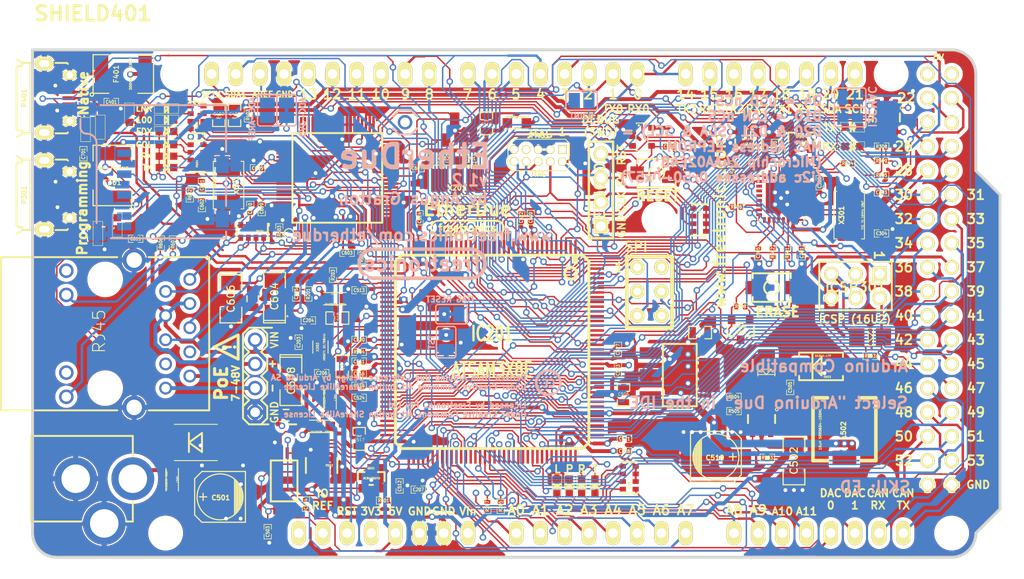
<source format=kicad_pcb>
(kicad_pcb (version 20221018) (generator pcbnew)
  (layers (0 "F.Cu" signal "Front") (1 "In1.Cu" power "Inner.VCC") (2 "In2.Cu" power "Inner.Ground") (31 "B.Cu" signal "Back") (34 "B.Paste" user) (35 "F.Paste" user) (36 "B.SilkS" user "B.Silkscreen") (37 "F.SilkS" user "F.Silkscreen") (38 "B.Mask" user) (39 "F.Mask" user) (44 "Edge.Cuts" user))
  (net 0 "")
  (net 1 "+3.3V")
  (net 2 "+5V")
  (net 3 "/Connectors//MASTER-RESET")
  (net 4 "/Connectors/D+")
  (net 5 "/Connectors/D-")
  (net 6 "/Connectors/RX")
  (net 7 "/Connectors/TX")
  (net 8 "/Connectors/UOTGID")
  (net 9 "/Connectors/USBVCC")
  (net 10 "/Connectors/XUSB")
  (net 11 "/Ethernet/1V8A")
  (net 12 "/Ethernet/1V8D")
  (net 13 "/Ethernet/3V3A")
  (net 14 "/Ethernet/COLLED")
  (net 15 "/Ethernet/FDXLED")
  (net 16 "/Ethernet/LINKLED")
  (net 17 "/Ethernet/POE_V+")
  (net 18 "/Ethernet/POE_V-")
  (net 19 "/Ethernet/RXLED")
  (net 20 "/Ethernet/SPDLED")
  (net 21 "/Ethernet/TXLED")
  (net 22 "/Ethernet/WIZRST")
  (net 23 "/MCU//ERASE_CMD")
  (net 24 "/MCU/ERASE")
  (net 25 "/MCU/LED_ON")
  (net 26 "/MCU/RXL")
  (net 27 "/MCU/TXL")
  (net 28 "/MCU/UOTGVBOF")
  (net 29 "/MCU/VDDANA")
  (net 30 "/MCU/VDDOUT")
  (net 31 "/MCU/VDDOUTMI")
  (net 32 "/MCU/VDDPLL")
  (net 33 "/Mega16U2/16U2_TX")
  (net 34 "/Mega16U2/MISO")
  (net 35 "/Mega16U2/MOSI")
  (net 36 "/Mega16U2/RD+")
  (net 37 "/Mega16U2/RD+_CONN")
  (net 38 "/Mega16U2/RD-")
  (net 39 "/Mega16U2/RD-_CONN")
  (net 40 "/Mega16U2/RESET")
  (net 41 "/Mega16U2/RESET_CMD")
  (net 42 "/Mega16U2/RXL")
  (net 43 "/Mega16U2/SCK")
  (net 44 "/Mega16U2/TXL")
  (net 45 "/Mega16U2/USB Boot Enable")
  (net 46 "/Mega16U2/USBVCCU2")
  (net 47 "/Mega16U2/USBVCCU2_CONN")
  (net 48 "/Mega16U2/XTAL1")
  (net 49 "/Mega16U2/XTAL2")
  (net 50 "/Power/BUCK_FB")
  (net 51 "/Power/BUCK_OUT")
  (net 52 "/Power/BUCK_SW")
  (net 53 "/Power/CMP")
  (net 54 "/Power/GATE_CMD")
  (net 55 "/Power/POWER_JACK")
  (net 56 "AD0")
  (net 57 "AD1")
  (net 58 "AD10")
  (net 59 "AD11/TXD3")
  (net 60 "AD14/RXD3")
  (net 61 "AD2")
  (net 62 "AD3")
  (net 63 "AD4")
  (net 64 "AD5")
  (net 65 "AD6")
  (net 66 "AD7")
  (net 67 "AD8")
  (net 68 "AD9")
  (net 69 "AREF")
  (net 70 "CANRX0")
  (net 71 "CANTX0")
  (net 72 "CANTX1/IO")
  (net 73 "DAC0/CANRX1")
  (net 74 "DAC1")
  (net 75 "GND")
  (net 76 "JTAG_RESET")
  (net 77 "JTAG_TCK")
  (net 78 "JTAG_TDI")
  (net 79 "JTAG_TDO")
  (net 80 "JTAG_TMS")
  (net 81 "MISO")
  (net 82 "MOSI")
  (net 83 "PIN22")
  (net 84 "PIN23")
  (net 85 "PIN24")
  (net 86 "PIN25")
  (net 87 "PIN26")
  (net 88 "PIN27")
  (net 89 "PIN28")
  (net 90 "PIN29")
  (net 91 "PIN30")
  (net 92 "PIN31")
  (net 93 "PIN32")
  (net 94 "PIN33")
  (net 95 "PIN34")
  (net 96 "PIN35")
  (net 97 "PIN36")
  (net 98 "PIN37")
  (net 99 "PIN38")
  (net 100 "PIN39")
  (net 101 "PIN40")
  (net 102 "PIN41")
  (net 103 "PIN42")
  (net 104 "PIN43")
  (net 105 "PIN44")
  (net 106 "PIN45")
  (net 107 "PIN46")
  (net 108 "PIN47")
  (net 109 "PIN48")
  (net 110 "PIN49")
  (net 111 "PIN50")
  (net 112 "PIN51")
  (net 113 "PWM11")
  (net 114 "PWM12")
  (net 115 "PWM13")
  (net 116 "PWM2")
  (net 117 "PWM3")
  (net 118 "PWM5")
  (net 119 "PWM6")
  (net 120 "PWM7")
  (net 121 "PWM8")
  (net 122 "PWM9")
  (net 123 "RXD0")
  (net 124 "RXD1")
  (net 125 "RXD2")
  (net 126 "SCK")
  (net 127 "SCL0-3")
  (net 128 "SCL1")
  (net 129 "SDA0-3")
  (net 130 "SDA1")
  (net 131 "SS0/PWM10")
  (net 132 "SS1/PWM4")
  (net 133 "TXD0")
  (net 134 "TXD1")
  (net 135 "TXD2")
  (net 136 "VIN")
  (net 137 "Net-(C201-Pad2)")
  (net 138 "Net-(C202-Pad2)")
  (net 139 "Net-(C203-Pad2)")
  (net 140 "Net-(C204-Pad2)")
  (net 141 "Net-(C205-Pad1)")
  (net 142 "Net-(C206-Pad1)")
  (net 143 "Net-(C207-Pad1)")
  (net 144 "Net-(C305-Pad1)")
  (net 145 "Net-(C601-Pad1)")
  (net 146 "Net-(C602-Pad1)")
  (net 147 "Net-(C609-Pad1)")
  (net 148 "Net-(C610-Pad1)")
  (net 149 "Net-(D201-PadA)")
  (net 150 "Net-(D202-PadA)")
  (net 151 "Net-(D203-PadA)")
  (net 152 "Net-(D204-PadA)")
  (net 153 "Net-(D302-PadA)")
  (net 154 "Net-(D303-PadA)")
  (net 155 "Net-(D601-PadK)")
  (net 156 "Net-(D602-PadK)")
  (net 157 "Net-(D603-PadK)")
  (net 158 "Net-(D604-PadK)")
  (net 159 "Net-(D605-PadK)")
  (net 160 "Net-(D606-PadK)")
  (net 161 "Net-(IC201-Pad42)")
  (net 162 "Net-(IC201-Pad43)")
  (net 163 "Net-(IC201-Pad51)")
  (net 164 "Net-(IC201-Pad53)")
  (net 165 "Net-(IC301-Pad26)")
  (net 166 "Net-(IC601-Pad1)")
  (net 167 "Net-(IC601-Pad5)")
  (net 168 "Net-(IC601-Pad6)")
  (net 169 "Net-(IC601-Pad8)")
  (net 170 "Net-(IC601-Pad9)")
  (net 171 "Net-(IC601-Pad31)")
  (net 172 "Net-(IC601-Pad55)")
  (net 173 "Net-(IC601-Pad56)")
  (net 174 "Net-(Q501-PadB)")
  (net 175 "Net-(R503-Pad2)")
  (net 176 "Net-(R606-Pad2)")
  (net 177 "Net-(R607-Pad2)")
  (net 178 "Net-(SJ701-Pad2)")
  (net 179 "Net-(SJ702-Pad2)")
  (footprint "SM1206POL" (layer "F.Cu") (at 137.668 59.182 -90)
    (fp_text reference "C606")
    (fp_text value "10uF 6.3V A TANT" hide)
  )
  (footprint "SM1206POL" (layer "F.Cu") (at 143.967 67.8688 -90)
    (fp_text reference "C608")
    (fp_text value "10uF 6.3V A TANT" hide)
  )
  (footprint "SMB-DIODE" (layer "F.Cu") (at 133.985 74.295)
    (fp_text reference "D501")
    (fp_text value "1N4004")
  )
  (footprint "SMA-DIODE" (layer "F.Cu") (at 199.644 66.294 180)
    (fp_text reference "D503")
    (fp_text value "SK34A-LTP")
  )
  (footprint "LED-0603" (layer "F.Cu") (at 130.9 39.2)
    (fp_text reference "D601")
    (fp_text value "YELLOW")
  )
  (footprint "LED-0603" (layer "F.Cu") (at 130.9 40.4)
    (fp_text reference "D602")
    (fp_text value "GREEN")
  )
  (footprint "LED-0603" (layer "F.Cu") (at 130.9 41.6)
    (fp_text reference "D603")
    (fp_text value "GREEN")
  )
  (footprint "LED-0603" (layer "F.Cu") (at 130.9 43)
    (fp_text reference "D604")
    (fp_text value "RED")
  )
  (footprint "LED-0603" (layer "F.Cu") (at 130.9 44.2)
    (fp_text reference "D605")
    (fp_text value "YELLOW")
  )
  (footprint "LED-0603" (layer "F.Cu") (at 130.9 45.4)
    (fp_text reference "D606")
    (fp_text value "YELLOW")
  )
  (footprint "PIN_ARRAY_4x1" (layer "F.Cu") (at 176.53 47.752 90)
    (fp_text reference "DEBUG401")
    (fp_text value "M04" hide)
  )
  (footprint "SM1812" (layer "F.Cu") (at 125.222 46.228 90)
    (fp_text reference "F301")
    (fp_text value "500mA PTC 1812")
  )
  (footprint "SM1812" (layer "F.Cu") (at 126.365 35.56)
    (fp_text reference "F401")
    (fp_text value "500mA PTC 1812")
  )
  (footprint "pin_array_3x2" (layer "F.Cu") (at 203.266 57.846 180)
    (fp_text reference "ICSP301")
    (fp_text value "M02X03" hide)
  )
  (footprint "MH2029" (layer "F.Cu") (at 148.082 69.596 -90)
    (fp_text reference "L201")
    (fp_text value "MH2029-300Y")
  )
  (footprint "MH2029" (layer "F.Cu") (at 131.5 78.2 -90)
    (fp_text reference "L501")
    (fp_text value "MH2029-300Y")
  )
  (footprint "SRR0604" (layer "F.Cu") (at 202.1 72.9 -90)
    (fp_text reference "L502")
    (fp_text value "10uH SRR0604-100ML")
  )
  (footprint "MH2029" (layer "F.Cu") (at 147.1 72.6)
    (fp_text reference "L503")
    (fp_text value "MH2029-300Y")
  )
  (footprint "MH2029" (layer "F.Cu") (at 148.59 59.182)
    (fp_text reference "L504")
    (fp_text value "MH2029-300Y")
  )
  (footprint "0805" (layer "F.Cu") (at 143.459 71.4248)
    (fp_text reference "L602")
    (fp_text value "1uH 250mA")
  )
  (footprint "SM0402_r" (layer "F.Cu") (at 145.796 58.674 -90)
    (fp_text reference "R201")
    (fp_text value "6k8 1%" hide)
  )
  (footprint "SM0402_r" (layer "F.Cu") (at 151.384 54.7624 90)
    (fp_text reference "R202")
    (fp_text value "39R 1%" hide)
  )
  (footprint "SM0402_r" (layer "F.Cu") (at 148.387 56.6928 -90)
    (fp_text reference "R203")
    (fp_text value "39R 1%" hide)
  )
  (footprint "SM0402_r" (layer "F.Cu") (at 196.088 54.356 90)
    (fp_text reference "R301")
    (fp_text value "22R" hide)
  )
  (footprint "SM0402_r" (layer "F.Cu") (at 194.564 54.356 90)
    (fp_text reference "R302")
    (fp_text value "22R" hide)
  )
  (footprint "SM0402_r" (layer "F.Cu") (at 204.8 65.2 180)
    (fp_text reference "R303")
    (fp_text value "10K" hide)
  )
  (footprint "SM0402_r" (layer "F.Cu") (at 202.438 44.958)
    (fp_text reference "R304")
    (fp_text value "1K5" hide)
  )
  (footprint "SM0402_r" (layer "F.Cu") (at 206 46.2)
    (fp_text reference "R305")
    (fp_text value "2K7" hide)
  )
  (footprint "SM0402_r" (layer "F.Cu") (at 190.754 49.53 180)
    (fp_text reference "R306")
    (fp_text value "1K" hide)
  )
  (footprint "SM0402_r" (layer "F.Cu") (at 190.246 45.466 90)
    (fp_text reference "R307")
    (fp_text value "1K" hide)
  )
  (footprint "SM0402_r" (layer "F.Cu") (at 206 43.2)
    (fp_text reference "R308")
    (fp_text value "1K" hide)
  )
  (footprint "SM0402_r" (layer "F.Cu") (at 206 44.7)
    (fp_text reference "R309")
    (fp_text value "1K" hide)
  )
  (footprint "SM0402_r" (layer "F.Cu") (at 194.818 43.18 90)
    (fp_text reference "R310")
    (fp_text value "10K" hide)
  )
  (footprint "SM0402_r" (layer "F.Cu") (at 139.45 39.85 -90)
    (fp_text reference "R403")
    (fp_text value "10K" hide)
  )
  (footprint "SM0402_r" (layer "F.Cu") (at 153.7 80.4 180)
    (fp_text reference "R501")
    (fp_text value "1K" hide)
  )
  (footprint "SM0402_r" (layer "F.Cu") (at 194 75.9 180)
    (fp_text reference "R503")
    (fp_text value "10K" hide)
  )
  (footprint "SM0402_r" (layer "F.Cu") (at 190.5 69.5)
    (fp_text reference "R504")
    (fp_text value "52K3" hide)
  )
  (footprint "SM0402_r" (layer "F.Cu") (at 190.5 71 180)
    (fp_text reference "R505")
    (fp_text value "10K" hide)
  )
  (footprint "SM0402_r" (layer "F.Cu") (at 142.748 52.07 90)
    (fp_text reference "R603")
    (fp_text value "12K3 1%" hide)
  )
  (footprint "TACTILE_SWITCH_SMD_2PIN_TINY" (layer "F.Cu") (at 194.462 58.0136 180)
    (fp_text reference "SW201" hide)
    (fp_text value "ERASE" hide)
  )
  (footprint "TACTILE_SWITCH_SMD_2PIN_TINY" (layer "F.Cu") (at 182.372 45.974)
    (fp_text reference "SW202" hide)
    (fp_text value "RESET" hide)
  )
  (footprint "POWER_JACK_PTH" (layer "F.Cu") (at 113.665 78.105 -90)
    (fp_text reference "U501")
    (fp_text value "POWERJACK")
  )
  (footprint "SOT223" (layer "F.Cu") (at 184.81 67.2084 -90)
    (fp_text reference "U505")
    (fp_text value "NCP1117ST33T3G" hide)
  )
  (footprint "SOT143-R" (layer "F.Cu") (at 180.848 42.164 -90)
    (fp_text reference "U603")
    (fp_text value "APX811-31UG-7")
  )
  (footprint "HY931147C" (layer "F.Cu") (at 124.46 62.865)
    (fp_text reference "U602" hide)
    (fp_text value "HY931147C" hide)
  )
  (footprint "USB-MICRO_TH_4PEGS" (layer "F.Cu") (at 120.65 48.26)
    (fp_text reference "P301")
    (fp_text value "USB_5PIN_SHELL" hide)
  )
  (footprint "USB-MICRO_TH_4PEGS" (layer "F.Cu") (at 120.65 38.1)
    (fp_text reference "P401")
    (fp_text value "USB_5PIN_SHELL" hide)
  )
  (footprint "SOT23" (layer "F.Cu") (at 161.163 41.402)
    (fp_text reference "Q601")
    (fp_text value "2N7002")
  )
  (footprint "LED-0603" (layer "F.Cu") (at 175.9 78.9 90)
    (fp_text reference "D201")
    (fp_text value "YELLOW")
  )
  (footprint "LED-0603" (layer "F.Cu") (at 174.5 78.9 90)
    (fp_text reference "D202")
    (fp_text value "YELLOW")
  )
  (footprint "LED-0603" (layer "F.Cu") (at 173.2 78.9 90)
    (fp_text reference "D203")
    (fp_text value "GREEN")
  )
  (footprint "LED-0603" (layer "F.Cu") (at 171.9 78.9 90)
    (fp_text reference "D204")
    (fp_text value "YELLOW")
  )
  (footprint "1206_DIODE" (layer "F.Cu") (at 204.8 63.2)
    (fp_text reference "D301")
    (fp_text value "CD1206-S")
  )
  (footprint "LED-0603" (layer "F.Cu") (at 202.946 41.148 180)
    (fp_text reference "D302")
    (fp_text value "YELLOW")
  )
  (footprint "LED-0603" (layer "F.Cu") (at 202.946 43.18 180)
    (fp_text reference "D303")
    (fp_text value "YELLOW")
  )
  (footprint "SQFP80" (layer "F.Cu") (at 148.844 46.482 90)
    (fp_text reference "IC601")
    (fp_text value "W5100")
  )
  (footprint "TSSOP8" (layer "F.Cu") (at 143.256 78.3336 -90)
    (fp_text reference "U203")
    (fp_text value "LMV358IPWR")
  )
  (footprint "ABS07L" (layer "F.Cu") (at 147.066 64.262 90)
    (fp_text reference "X202")
    (fp_text value "ABS07L 32.768kHz")
  )
  (footprint "TXC_7A" (layer "F.Cu") (at 202.6 50.4 90)
    (fp_text reference "X301")
    (fp_text value "TXC 7A 16MHz 18pF")
  )
  (footprint "TXC_7A" (layer "F.Cu") (at 137.414 47.244 -90)
    (fp_text reference "X601")
    (fp_text value "TXC 7A 25MHz 18pF")
  )
  (footprint "SOT23_MOSFET" (layer "F.Cu") (at 191.2 62.4 180)
    (fp_text reference "U202")
    (fp_text value "FDN340P")
  )
  (footprint "SOT23_MOSFET" (layer "F.Cu") (at 192.024 42.672 180)
    (fp_text reference "U503")
    (fp_text value "FDN340P")
  )
  (footprint "SOT23_MOSFET" (layer "F.Cu") (at 197.612 42.418)
    (fp_text reference "U504")
    (fp_text value "FDN340P")
  )
  (footprint "0603" (layer "F.Cu") (at 127 39.878 90)
    (fp_text reference "VR401")
    (fp_text value "PGB1010603")
  )
  (footprint "0603" (layer "F.Cu") (at 123.952 41.148 -90)
    (fp_text reference "VR402")
    (fp_text value "PGB1010603")
  )
  (footprint "0603" (layer "F.Cu") (at 122.4 41.4 -90)
    (fp_text reference "VR403")
    (fp_text value "PGB1010603")
  )
  (footprint "0603" (layer "F.Cu") (at 125.73 51.435 90)
    (fp_text reference "Z301")
    (fp_text value "PGB1010603")
  )
  (footprint "0603" (layer "F.Cu") (at 123.698 52.324 90)
    (fp_text reference "Z302")
    (fp_text value "PGB1010603")
  )
  (footprint "SOT23_TRANSISTOR" (layer "F.Cu") (at 152.4 78.105)
    (fp_text reference "Q501")
    (fp_text value "BC847BSMD")
  )
  (footprint "SM0402" (layer "F.Cu") (at 144.78 63.754 -90)
    (fp_text reference "C203")
    (fp_text value "22pF_NM" hide)
  )
  (footprint "SM0402" (layer "F.Cu") (at 145.796 61.468)
    (fp_text reference "C204")
    (fp_text value "22pF_NM" hide)
  )
  (footprint "SM0402" (layer "F.Cu") (at 144.526 58.674 -90)
    (fp_text reference "C205")
    (fp_text value "22pF" hide)
  )
  (footprint "SM0402" (layer "F.Cu") (at 147.2 67 180)
    (fp_text reference "C206")
    (fp_text value "100nF" hide)
  )
  (footprint "SM0402" (layer "F.Cu") (at 157.353 79.248)
    (fp_text reference "C207")
    (fp_text value "100nF" hide)
  )
  (footprint "SM0402" (layer "F.Cu") (at 183.7 43.2 180)
    (fp_text reference "C208")
    (fp_text value "100nF" hide)
  )
  (footprint "SM0402" (layer "F.Cu") (at 197.612 54.356 -90)
    (fp_text reference "C301")
    (fp_text value "100nF" hide)
  )
  (footprint "SM0402" (layer "F.Cu") (at 199.492 46.99 90)
    (fp_text reference "C302")
    (fp_text value "100nF" hide)
  )
  (footprint "SM0402" (layer "F.Cu") (at 193.04 54.356 -90)
    (fp_text reference "C305")
    (fp_text value "1uF" hide)
  )
  (footprint "SM0402" (layer "F.Cu") (at 125.1 38.5 180)
    (fp_text reference "C401")
    (fp_text value "10nF" hide)
  )
  (footprint "SM0402" (layer "F.Cu") (at 141.529 83.6676 -90)
    (fp_text reference "C503")
    (fp_text value "100nF" hide)
  )
  (footprint "SM0402" (layer "F.Cu") (at 145.542 80.772 90)
    (fp_text reference "C504")
    (fp_text value "100nF" hide)
  )
  (footprint "SM0402" (layer "F.Cu") (at 196.4 68.5 -90)
    (fp_text reference "C505")
    (fp_text value "10nF" hide)
  )
  (footprint "SM0402" (layer "F.Cu") (at 169.164 50.6476 90)
    (fp_text reference "C509")
    (fp_text value "100nF" hide)
  )
  (footprint "SM0402" (layer "F.Cu") (at 151.13 65.786 180)
    (fp_text reference "C511")
    (fp_text value "100nF" hide)
  )
  (footprint "SM0402" (layer "F.Cu") (at 155.3845 78.867 -90)
    (fp_text reference "C512")
    (fp_text value "100nF" hide)
  )
  (footprint "SM0402" (layer "F.Cu") (at 151.13 58.293 180)
    (fp_text reference "C513")
    (fp_text value "100nF" hide)
  )
  (footprint "SM0402" (layer "F.Cu") (at 151.13 67.056 180)
    (fp_text reference "C515")
    (fp_text value "100nF" hide)
  )
  (footprint "SM0402" (layer "F.Cu") (at 151.13 68.326 180)
    (fp_text reference "C516")
    (fp_text value "100nF" hide)
  )
  (footprint "SM0402" (layer "F.Cu") (at 151.13 63.5 180)
    (fp_text reference "C520")
    (fp_text value "100nF" hide)
  )
  (footprint "SM0402" (layer "F.Cu") (at 179 73.9)
    (fp_text reference "C521")
    (fp_text value "100nF" hide)
  )
  (footprint "SM0402" (layer "F.Cu") (at 178.308 66.675 -90)
    (fp_text reference "C523")
    (fp_text value "100nF" hide)
  )
  (footprint "SM0402" (layer "F.Cu") (at 151.13 69.596 180)
    (fp_text reference "C524")
    (fp_text value "100nF" hide)
  )
  (footprint "SM0402" (layer "F.Cu") (at 179 75.2)
    (fp_text reference "C526")
    (fp_text value "100nF" hide)
  )
  (footprint "SM0402" (layer "F.Cu") (at 178.308 64.516 90)
    (fp_text reference "C527")
    (fp_text value "100nF" hide)
  )
  (footprint "SM0402" (layer "F.Cu") (at 134.62 47.244 90)
    (fp_text reference "C601")
    (fp_text value "22pF" hide)
  )
  (footprint "SM0402" (layer "F.Cu") (at 134.62 49.276 -90)
    (fp_text reference "C602")
    (fp_text value "22pF" hide)
  )
  (footprint "SM0402" (layer "F.Cu") (at 157.226 45.466)
    (fp_text reference "C607")
    (fp_text value "100nF" hide)
  )
  (footprint "SM0402" (layer "F.Cu") (at 140.9 49.7 90)
    (fp_text reference "C609")
    (fp_text value "100nF" hide)
  )
  (footprint "SM0402" (layer "F.Cu") (at 127.66 52.8828 180)
    (fp_text reference "C611")
    (fp_text value "100nF" hide)
  )
  (footprint "SM0402" (layer "F.Cu") (at 205.994 52.324 180)
    (fp_text reference "C304")
    (fp_text value "22pF" hide)
  )
  (footprint "SM0402" (layer "F.Cu") (at 205.994 48.006 180)
    (fp_text reference "C303")
    (fp_text value "22pF" hide)
  )
  (footprint "QFN32" (layer "F.Cu") (at 195.443 48.6004 180)
    (fp_text reference "IC301" hide)
    (fp_text value "ATMEGA16U2" hide)
  )
  (footprint "SM0402" (layer "F.Cu") (at 149.86 54.356)
    (fp_text reference "C603")
    (fp_text value "100nF" hide)
  )
  (footprint "2X5_127MMPITCH" (layer "F.Cu") (at 167.4 43.5 -90)
    (fp_text reference "JP401")
    (fp_text value "JTAG")
  )
  (footprint "RES_CAY16" (layer "F.Cu") (at 179.5 78 90)
    (fp_text reference "R206")
    (fp_text value "1K" hide)
  )
  (footprint "RES_CAY16" (layer "F.Cu") (at 186.9 50.9 -90)
    (fp_text reference "R401")
    (fp_text value "100K" hide)
  )
  (footprint "1206_DIODE" (layer "F.Cu") (at 193.9 66.8 -90)
    (fp_text reference "D502")
    (fp_text value "CD1206-S01575")
  )
  (footprint "SM0402_r" (layer "F.Cu") (at 133.35 48.26 90)
    (fp_text reference "R602")
    (fp_text value "1M" hide)
  )
  (footprint "RES_CAY16" (layer "F.Cu") (at 134.112 40.132 90)
    (fp_text reference "R601")
    (fp_text value "1K" hide)
  )
  (footprint "RES_CAY16" (layer "F.Cu") (at 134.112 44.196 90)
    (fp_text reference "R604")
    (fp_text value "1K" hide)
  )
  (footprint "RES_CAY16" (layer "F.Cu") (at 139.9 52.1 180)
    (fp_text reference "R605")
    (fp_text value "49R9 1%" hide)
  )
  (footprint "RES_CAY16" (layer "F.Cu") (at 147.193 76.708 180)
    (fp_text reference "R502")
    (fp_text value "100K" hide)
  )
  (footprint "SM0402_r" (layer "F.Cu") (at 166 81 90)
    (fp_text reference "R205")
    (fp_text value "1K5" hide)
  )
  (footprint "SM0402_r" (layer "F.Cu") (at 164.6 81 90)
    (fp_text reference "R207")
    (fp_text value "1K5" hide)
  )
  (footprint "SM0603_Capa" (layer "F.Cu") (at 136.398 39.878 -90)
    (fp_text reference "C402")
    (fp_text value "10uF")
  )
  (footprint "SM0603_Capa" (layer "F.Cu") (at 138.049 39.878 -90)
    (fp_text reference "C403")
    (fp_text value "10uF")
  )
  (footprint "SM0603_Capa" (layer "F.Cu") (at 149.352 66.294 -90)
    (fp_text reference "C507")
    (fp_text value "10uF")
  )
  (footprint "SM0603_Capa" (layer "F.Cu") (at 151.13 73.914 90)
    (fp_text reference "C517")
    (fp_text value "10uF")
  )
  (footprint "SM0603_Capa" (layer "F.Cu") (at 148.844 61.214 180)
    (fp_text reference "C518")
    (fp_text value "10uF")
  )
  (footprint "SM0603_Capa" (layer "F.Cu") (at 164.5 40.75 90)
    (fp_text reference "C519")
    (fp_text value "10uF")
  )
  (footprint "c_elec_5x5.3" (layer "F.Cu") (at 136.525 80.01 180)
    (fp_text reference "C501")
    (fp_text value "47uF 25V" hide)
  )
  (footprint "c_elec_5x5.3" (layer "F.Cu") (at 188.6 75.8)
    (fp_text reference "C510")
    (fp_text value "100uF 16V" hide)
  )
  (footprint "SM0402" (layer "F.Cu") (at 140.462 45.466 180)
    (fp_text reference "C605")
    (fp_text value "100nF" hide)
  )
  (footprint "SM1206POL" (layer "F.Cu") (at 142.24 58.928 90)
    (fp_text reference "C604")
    (fp_text value "10uF 6.3V A TANT" hide)
  )
  (footprint "ARDUINO_DUE_SHIELD" (layer "F.Cu") (at 116.84 86.36)
    (fp_text reference "SHIELD401")
    (fp_text value "ARDUINO_DUE_SHIELD" hide)
  )
  (footprint "SM0402" (layer "F.Cu") (at 168.148 50.6476 90)
    (fp_text reference "C522")
    (fp_text value "100nF" hide)
  )
  (footprint "SM0402_r" (layer "F.Cu") (at 130.302 53.34 -90)
    (fp_text reference "R606")
    (fp_text value "1K" hide)
  )
  (footprint "SM0402_r" (layer "F.Cu") (at 131.572 53.34 -90)
    (fp_text reference "R607")
    (fp_text value "1K" hide)
  )
  (footprint "SM0402" (layer "F.Cu") (at 139.7 49.7 90)
    (fp_text reference "C610")
    (fp_text value "100nF" hide)
  )
  (footprint "TXC_7A" (layer "F.Cu") (at 161.417 46.736 180)
    (fp_text reference "X201")
    (fp_text value "TXC 7A 12MHz 18pF")
  )
  (footprint "SM0402" (layer "F.Cu") (at 162.814 44.45)
    (fp_text reference "C201")
    (fp_text value "22pF" hide)
  )
  (footprint "SM0402" (layer "F.Cu") (at 160.02 44.45 180)
    (fp_text reference "C202")
    (fp_text value "22pF" hide)
  )
  (footprint "SM0603_Capa" (layer "F.Cu") (at 186.944 62.738)
    (fp_text reference "C528")
    (fp_text value "10uF")
  )
  (footprint "SM0402" (layer "F.Cu") (at 157.48 50.673 90)
    (fp_text reference "C514")
    (fp_text value "100nF" hide)
  )
  (footprint "SM0402" (layer "F.Cu") (at 122.174 43.942 90)
    (fp_text reference "C701")
    (fp_text value "100nF" hide)
  )
  (footprint "0805" (layer "F.Cu") (at 139.954 59.182 90)
    (fp_text reference "L601")
    (fp_text value "1uH 250mA")
  )
  (footprint "FT-POE-MODULE-NOOUTLINE" (layer "F.Cu") (at 140.208 71.12 90)
    (fp_text reference "JP601")
    (fp_text value "M04")
  )
  (footprint "SM0402_r" (layer "F.Cu") (at 151.13 64.77)
    (fp_text reference "R204")
    (fp_text value "100K" hide)
  )
  (footprint "SOT23-6" (layer "F.Cu") (at 193.396 71.8312 180)
    (fp_text reference "U502" hide)
    (fp_text value "LM2734Y" hide)
  )
  (footprint "SOT23-6" (layer "F.Cu") (at 206.502 40.132 180)
    (fp_text reference "U702" hide)
    (fp_text value "24AA025E48" hide)
  )
  (footprint "LOGO_FREETRONICS_SMALL" (layer "F.Cu") (at 162.5 51.75)
    (fp_text reference "LOGO_FREETRONICS_SMALL" hide)
    (fp_text value "val**" hide)
  )
  (footprint "MH2029" (layer "F.Cu") (at 167.7 40.7 180)
    (fp_text reference "L505")
    (fp_text value "MH2029-300Y")
  )
  (footprint "TQFP144" (layer "F.Cu") (at 165.1 64.77)
    (fp_text reference "IC201")
    (fp_text value "ATSAM3X8E")
  )
  (footprint "FIDUCIAL" (layer "F.Cu") (at 126.5 62.5)
    (fp_text reference "FIDUCIAL" hide)
    (fp_text value "val**" hide)
  )
  (footprint "SM1206" (layer "F.Cu") (at 196.8 76.2 -90)
    (fp_text reference "C502")
    (fp_text value "10uF 25V" hide)
  )
  (footprint "FIDUCIAL" (layer "F.Cu") (at 206 78.1)
    (fp_text reference "FIDUCIAL" hide)
    (fp_text value "val**" hide)
  )
  (footprint "SMD_Packages:SMD-0402_r" (layer "F.Cu") (at 191.2 60)
    (fp_text reference "R208")
    (fp_text value "10K" hide)
  )
  (footprint "SM0603_Capa" (layer "F.Cu") (at 178.9 69.3 -90)
    (fp_text reference "C506")
    (fp_text value "10uF")
  )
  (footprint "SJ_OPEN" (layer "B.Cu") (at 174.498 38.354 180)
    (fp_text reference "SJ601")
    (fp_text value "OPEN")
  )
  (footprint "SJ_OPEN" (layer "B.Cu") (at 160.274 63.754 90)
    (fp_text reference "SJ201")
    (fp_text value "OPEN")
  )
  (footprint "SJ_OPEN" (layer "B.Cu") (at 141.478 39.37 90)
    (fp_text reference "SJ203")
    (fp_text value "OPEN")
  )
  (footprint "SJ_SHORTED" (layer "B.Cu") (at 160.833 60.8076 180)
    (fp_text reference "SJ401")
    (fp_text value "CLOSED")
  )
  (footprint "MICRO-SD-SOCKET-PP" (layer "B.Cu") (at 137.16 52.832 -90)
    (fp_text reference "U701" hide)
    (fp_text value "MICROSD" hide)
  )
  (footprint "SJ_SHORTED" (layer "B.Cu") (at 202.7 38.05)
    (fp_text reference "SJ701")
    (fp_text value "SJ")
  )
  (footprint "SJ_SHORTED" (layer "B.Cu") (at 202.7 40.1)
    (fp_text reference "SJ702")
    (fp_text value "SJ")
  )
  (footprint "SJ_SHORTED" (layer "B.Cu") (at 143.51 39.37 90)
    (fp_text reference "SJ202")
    (fp_text value "CLOSED")
  )
  (footprint "LOGO_FREETRONICS" (layer "B.Cu") (at 157.75 55.5)
    (fp_text reference "LOGO_FREETRONICS" hide)
    (fp_text value "val**" hide)
  )
  (footprint "LOGO_CC" (layer "B.Cu") (at 171 68)
    (fp_text reference "LOGO_CC" hide)
    (fp_text value "VAL**" hide)
  )
  (gr_line (start 179.25 55) (end 179.25 54.75) (stroke (width 0.4)) (layer "F.SilkS"))
  (gr_line (start 184 62) (end 184 62.25) (stroke (width 0.4)) (layer "F.SilkS"))
  (gr_line (start 184 62.25) (end 179.25 62.25) (stroke (width 0.4)) (layer "F.SilkS"))
  (gr_line (start 179.25 62.25) (end 179.25 60.5) (stroke (width 0.4)) (layer "F.SilkS"))
  (gr_line (start 179.25 60.5) (end 179.25 55) (stroke (width 0.4)) (layer "F.SilkS"))
  (gr_line (start 179.25 54.75) (end 184 54.75) (stroke (width 0.4)) (layer "F.SilkS"))
  (gr_line (start 184 54.75) (end 184 57) (stroke (width 0.4)) (layer "F.SilkS"))
  (gr_line (start 184 57) (end 184 62) (stroke (width 0.4)) (layer "F.SilkS"))
  (gr_line (start 215.9 45.72) (end 215.9 35.56) (stroke (width 0.3)) (layer "Edge.Cuts"))
  (gr_line (start 213.36 33.02) (end 116.84 33.02) (stroke (width 0.3)) (layer "Edge.Cuts"))
  (gr_line (start 119.38 86.36) (end 213.36 86.36) (stroke (width 0.3)) (layer "Edge.Cuts"))
  (gr_line (start 218.44 81.28) (end 218.44 48.26) (stroke (width 0.3)) (layer "Edge.Cuts"))
  (gr_line (start 215.9 83.82) (end 218.44 81.28) (stroke (width 0.3)) (layer "Edge.Cuts"))
  (gr_arc (start 215.9 83.82) (mid 215.156051 85.616051) (end 213.36 86.36) (stroke (width 0.3)) (layer "Edge.Cuts"))
  (gr_line (start 218.44 48.26) (end 215.9 45.72) (stroke (width 0.3)) (layer "Edge.Cuts"))
  (gr_arc (start 119.38 86.36) (mid 117.583949 85.616051) (end 116.84 83.82) (stroke (width 0.3)) (layer "Edge.Cuts"))
  (gr_line (start 116.84 33.02) (end 116.84 83.82) (stroke (width 0.3)) (layer "Edge.Cuts"))
  (gr_arc (start 213.36 33.02) (mid 215.156051 33.763949) (end 215.9 35.56) (stroke (width 0.3)) (layer "Edge.Cuts"))
  (gr_text "v1.2\nby Angus Gratton" (at 164.8 47.7) (layer "B.SilkS") (effects (font (size 1.2 1.2) (thickness 0.25)) (justify left mirror)))
  (gr_text "D4 = uSD nCS\nD10 = LAN nCS\nD20 & D21 (SDA & SCL) = \nMAC Address EEPROM\n(Microchip 24AA02E48)\n(i2c addresses 0x50-0x57)" (at 199.9 42.4) (layer "B.SilkS") (effects (font (size 1 1) (thickness 0.25)) (justify left mirror)))
  (gr_text "JTAG RESET" (at 160.75 59.25) (layer "B.SilkS") (effects (font (size 0.6 0.6)) (justify mirror)))
  (gr_text "ADC-AREF" (at 139.9 40.3 90) (layer "B.SilkS") (effects (font (size 0.6 0.6)) (justify mirror)))
  (gr_text "EtherDue" (at 165.25 44.25) (layer "B.SilkS") (effects (font (size 2.4 2.4) (thickness 0.5)) (justify left mirror)))
  (gr_text "D2INT" (at 174.5 40) (layer "B.SilkS") (effects (font (size 0.6 0.6)) (justify mirror)))
  (gr_text "Derived from Arduino Due Reference Design by Arduino SA\nUnder Creative Commons Attribution ShareAlike License\n\nLicensed by Freetronics Pty Ltd\nUnder Creative Commons Attribution ShareAlike License\n" (at 168.8 69.4) (layer "B.SilkS") (effects (font (size 0.6 0.6)) (justify left mirror)))
  (gr_text "www.freetronics.com/etherdue" (at 157.75 52.5) (layer "B.SilkS") (effects (font (size 1.2 1.2) (thickness 0.25)) (justify mirror)))
  (gr_text "ADC-3V3" (at 145.2 40.1 90) (layer "B.SilkS") (effects (font (size 0.6 0.6)) (justify mirror)))
  (gr_text "I2CMAC" (at 205 39 270) (layer "B.SilkS") (effects (font (size 0.8 0.8) (thickness 0.175)) (justify mirror)))
  (gr_text "TST" (at 158.75 63.75 90) (layer "B.SilkS") (effects (font (size 0.6 0.6)) (justify mirror)))
  (gr_text "SKU: ED" (at 209.169 78.994) (layer "B.SilkS") (effects (font (size 1.2 1.2) (thickness 0.25)) (justify left mirror)))
  (gr_text "Arduino Compatible\n\nSelect \"Arduino Due\" in the IDE" (at 208.915 68.199) (layer "B.SilkS") (effects (font (size 1.2 1.2) (thickness 0.25)) (justify left mirror)))
  (gr_text "DAC\n0" (at 200.66 80.264) (layer "F.SilkS") (effects (font (size 0.8 0.8) (thickness 0.175))))
  (gr_text "AREF" (at 141 37.7) (layer "F.SilkS") (effects (font (size 0.6 0.6))))
  (gr_text "A3" (at 175.26 81.407) (layer "F.SilkS") (effects (font (size 1 1) (thickness 0.2))))
  (gr_text "RX" (at 129.5 44.2) (layer "F.SilkS") (effects (font (size 0.6 0.6)) (justify right)))
  (gr_text "35" (at 215.9 53.34) (layer "F.SilkS") (effects (font (size 1 1) (thickness 0.2))))
  (gr_text "22" (at 209.677 38.1) (layer "F.SilkS") (effects (font (size 1 1) (thickness 0.2)) (justify right)))
  (gr_text "TX" (at 200.5965 41.275) (layer "F.SilkS") (effects (font (size 0.8 0.8) (thickness 0.175))))
  (gr_text "32" (at 209.423 50.8) (layer "F.SilkS") (effects (font (size 1 1) (thickness 0.2)) (justify right)))
  (gr_text "A9" (at 193.04 81.407) (layer "F.SilkS") (effects (font (size 1 1) (thickness 0.2))))
  (gr_text "P" (at 173.228 77.089) (layer "F.SilkS") (effects (font (size 0.8 0.8) (thickness 0.175))))
  (gr_text "RX0" (at 180.467 39.243) (layer "F.SilkS") (effects (font (size 0.8 0.8) (thickness 0.175))))
  (gr_text "RX" (at 200.533 43.2435) (layer "F.SilkS") (effects (font (size 0.8 0.8) (thickness 0.175))))
  (gr_text "37" (at 215.9 55.88) (layer "F.SilkS") (effects (font (size 1 1) (thickness 0.2))))
  (gr_text "SW" (at 178.689 46.609 90) (layer "F.SilkS") (effects (font (size 0.8 0.8) (thickness 0.175))))
  (gr_text "A10" (at 195.58 81.534) (layer "F.SilkS") (effects (font (size 0.8 0.8) (thickness 0.175))))
  (gr_text "30" (at 209.423 48.26) (layer "F.SilkS") (effects (font (size 1 1) (thickness 0.2)) (justify right)))
  (gr_text "TX2" (at 190.5 39.243) (layer "F.SilkS") (effects (font (size 0.8 0.8) (thickness 0.175))))
  (gr_text "41" (at 215.9 60.96) (layer "F.SilkS") (effects (font (size 1 1) (thickness 0.2))))
  (gr_text "CAN\nTX" (at 208.28 80.264) (layer "F.SilkS") (effects (font (size 0.8 0.8) (thickness 0.175))))
  (gr_text "21" (at 203.2 37.7) (layer "F.SilkS") (effects (font (size 1 1) (thickness 0.2))))
  (gr_text "DAC\n1" (at 203.2 80.264) (layer "F.SilkS") (effects (font (size 0.8 0.8) (thickness 0.175))))
  (gr_text "39" (at 215.9 58.42) (layer "F.SilkS") (effects (font (size 1 1) (thickness 0.2))))
  (gr_text "ICSP (16U2)" (at 203.2 61.341) (layer "F.SilkS") (effects (font (size 0.8 0.8) (thickness 0.175))))
  (gr_text "1" (at 178.435 55.88) (layer "F.SilkS") (effects (font (size 1 1) (thickness 0.2))))
  (gr_text "SCL1" (at 135.636 37.719) (layer "F.SilkS") (effects (font (size 0.6 0.6))))
  (gr_text "SCL" (at 203.2 39.243) (layer "F.SilkS") (effects (font (size 0.8 0.8) (thickness 0.175))))
  (gr_text "34" (at 209.423 53.34) (layer "F.SilkS") (effects (font (size 1 1) (thickness 0.2)) (justify right)))
  (gr_text "10" (at 153.4 37.7) (layer "F.SilkS") (effects (font (size 1 1) (thickness 0.2))))
  (gr_text "T" (at 175.895 77.089) (layer "F.SilkS") (effects (font (size 0.8 0.8) (thickness 0.175))))
  (gr_text "RESET" (at 182.499 48.387) (layer "F.SilkS") (effects (font (size 1 1) (thickness 0.25))))
  (gr_text "20" (at 200.6 37.7) (layer "F.SilkS") (effects (font (size 1 1) (thickness 0.2))))
  (gr_text "COL" (at 129.5 43) (layer "F.SilkS") (effects (font (size 0.6 0.6)) (justify right)))
  (gr_text "GND" (at 143.3 37.7) (layer "F.SilkS") (effects (font (size 0.6 0.6))))
  (gr_text "53" (at 215.9 76.2) (layer "F.SilkS") (effects (font (size 1 1) (thickness 0.2))))
  (gr_text "A8" (at 190.5 81.407) (layer "F.SilkS") (effects (font (size 1 1) (thickness 0.2))))
  (gr_text "38" (at 209.423 58.42) (layer "F.SilkS") (effects (font (size 1 1) (thickness 0.2)) (justify right)))
  (gr_text "TX" (at 129.5 45.4) (layer "F.SilkS") (effects (font (size 0.6 0.6)) (justify right)))
  (gr_text "11" (at 150.9 37.7) (layer "F.SilkS") (effects (font (size 1 1) (thickness 0.2))))
  (gr_text "48" (at 209.423 71.12) (layer "F.SilkS") (effects (font (size 1 1) (thickness 0.2)) (justify right)))
  (gr_text "TX0" (at 177.8 39.243) (layer "F.SilkS") (effects (font (size 0.8 0.8) (thickness 0.175))))
  (gr_text "5V" (at 154.94 81.534) (layer "F.SilkS") (effects (font (size 0.8 0.8) (thickness 0.175))))
  (gr_text "GND" (at 216.154 78.74) (layer "F.SilkS") (effects (font (size 0.8 0.8) (thickness 0.175))))
  (gr_text "42" (at 209.423 63.5) (layer "F.SilkS") (effects (font (size 1 1) (thickness 0.2)) (justify right)))
  (gr_text "A2" (at 172.72 81.407) (layer "F.SilkS") (effects (font (size 1 1) (thickness 0.2))))
  (gr_text "49" (at 215.9 71.12) (layer "F.SilkS") (effects (font (size 1 1) (thickness 0.2))))
  (gr_text "IO\nREF" (at 147.3 80.3) (layer "F.SilkS") (effects (font (size 0.8 0.8) (thickness 0.175))))
  (gr_text "3V3" (at 152.4 81.534) (layer "F.SilkS") (effects (font (size 0.8 0.8) (thickness 0.175))))
  (gr_text "JTAG" (at 170.1165 41.8465) (layer "F.SilkS") (effects (font (size 0.8 0.8) (thickness 0.175))))
  (gr_text "17" (at 193 37.7) (layer "F.SilkS") (effects (font (size 1 1) (thickness 0.2))))
  (gr_text "ERASE" (at 195.072 60.579) (layer "F.SilkS") (effects (font (size 1 1) (thickness 0.25))))
  (gr_text "CAN\nRX" (at 205.613 80.264) (layer "F.SilkS") (effects (font (size 0.8 0.8) (thickness 0.175))))
  (gr_text "SDA1" (at 138.176 37.719) (layer "F.SilkS") (effects (font (size 0.6 0.6))))
  (gr_text "FDX" (at 129.5 41.6) (layer "F.SilkS") (effects (font (size 0.6 0.6)) (justify right)))
  (gr_text "A6" (at 182.88 81.407) (layer "F.SilkS") (effects (font (size 1 1) (thickness 0.2))))
  (gr_text "A5" (at 180.34 81.407) (layer "F.SilkS") (effects (font (size 1 1) (thickness 0.2))))
  (gr_text "46" (at 209.423 68.58) (layer "F.SilkS") (effects (font (size 1 1) (thickness 0.2)) (justify right)))
  (gr_text "Vin" (at 162.56 81.534) (layer "F.SilkS") (effects (font (size 0.8 0.8) (thickness 0.175))))
  (gr_text "R" (at 174.498 77.089) (layer "F.SilkS") (effects (font (size 0.8 0.8) (thickness 0.175))))
  (gr_text "51" (at 215.9 73.66) (layer "F.SilkS") (effects (font (size 1 1) (thickness 0.2))))
  (gr_text "7" (at 162.5 37.7) (layer "F.SilkS") (effects (font (size 1 1) (thickness 0.2))))
  (gr_text "1" (at 172.466 41.656) (layer "F.SilkS") (effects (font (size 0.8 0.8) (thickness 0.175))))
  (gr_text "A1" (at 170.18 81.407) (layer "F.SilkS") (effects (font (size 1 1) (thickness 0.2))))
  (gr_text "8" (at 158.5 37.7) (layer "F.SilkS") (effects (font (size 1 1) (thickness 0.2))))
  (gr_text "47" (at 215.9 68.58) (layer "F.SilkS") (effects (font (size 1 1) (thickness 0.2))))
  (gr_text "+" (at 143.6 61) (layer "F.SilkS") (effects (font (size 0.3 0.3) (thickness 0.075))))
  (gr_text "19" (at 198.2 37.7) (layer "F.SilkS") (effects (font (size 1 1) (thickness 0.2))))
  (gr_text "2" (at 175.2 37.7) (layer "F.SilkS") (effects (font (size 1 1) (thickness 0.2))))
  (gr_text "Native" (at 122.174 37.592 90) (layer "F.SilkS") (effects (font (size 1 1) (thickness 0.25))))
  (gr_text "A11" (at 198.12 81.534) (layer "F.SilkS") (effects (font (size 0.8 0.8) (thickness 0.175))))
  (gr_text "GND" (at 160.02 81.534) (layer "F.SilkS") (effects (font (size 0.8 0.8) (thickness 0.175))))
  (gr_text "26" (at 209.423 43.18) (layer "F.SilkS") (effects (font (size 1 1) (thickness 0.2)) (justify right)))
  (gr_text "0" (at 180.4 37.7) (layer "F.SilkS") (effects (font (size 1 1) (thickness 0.2))))
  (gr_text "40" (at 209.423 60.96) (layer "F.SilkS") (effects (font (size 1 1) (thickness 0.2)) (justify right)))
  (gr_text "GND" (at 157.48 81.534) (layer "F.SilkS") (effects (font (size 0.8 0.8) (thickness 0.175))))
  (gr_text "EtherDue" (at 162.5 49.75) (layer "F.SilkS") (effects (font (size 1.4 1.4) (thickness 0.3))))
  (gr_text "RX3" (at 187.96 39.243) (layer "F.SilkS") (effects (font (size 0.8 0.8) (thickness 0.175))))
  (gr_text "A4" (at 177.8 81.407) (layer "F.SilkS") (effects (font (size 1 1) (thickness 0.2))))
  (gr_text "18" (at 195.5 37.7) (layer "F.SilkS") (effects (font (size 1 1) (thickness 0.2))))
  (gr_text "33" (at 215.9 50.8) (layer "F.SilkS") (effects (font (size 1 1) (thickness 0.2))))
  (gr_text "A7" (at 185.42 81.407) (layer "F.SilkS") (effects (font (size 1 1) (thickness 0.2))))
  (gr_text "RST" (at 178.689 44.069 90) (layer "F.SilkS") (effects (font (size 0.8 0.8) (thickness 0.175))))
  (gr_text "16" (at 190.5 37.7) (layer "F.SilkS") (effects (font (size 1 1) (thickness 0.2))))
  (gr_text "1" (at 177.8 37.7) (layer "F.SilkS") (effects (font (size 1 1) (thickness 0.2))))
  (gr_text "4" (at 170.2 37.7) (layer "F.SilkS") (effects (font (size 1 1) (thickness 0.2))))
  (gr_text "DEBUG\n(SWD)" (at 176.5 41) (layer "F.SilkS") (effects (font (size 0.8 0.8) (thickness 0.175))))
  (gr_text "LNK" (at 129.5 39.2) (layer "F.SilkS") (effects (font (size 0.6 0.6)) (justify right)))
  (gr_text "CLK" (at 178.689 49.022 90) (layer "F.SilkS") (effects (font (size 0.8 0.8) (thickness 0.175))))
  (gr_text "A0" (at 167.64 81.407) (layer "F.SilkS") (effects (font (size 1 1) (thickness 0.2))))
  (gr_text "TX3" (at 185.547 39.243) (layer "F.SilkS") (effects (font (size 0.8 0.8) (thickness 0.175))))
  (gr_text "12" (at 148.3 37.7) (layer "F.SilkS") (effects (font (size 1 1) (thickness 0.2))))
  (gr_text "SDA" (at 200.66 39.243) (layer "F.SilkS") (effects (font (size 0.8 0.8) (thickness 0.175))))
  (gr_text "1" (at 205.74 54.61 270) (layer "F.SilkS") (effects (font (size 1 1) (thickness 0.2))))
  (gr_text "3" (at 172.7 37.7) (layer "F.SilkS") (effects (font (size 1 1) (thickness 0.2))))
  (gr_text "45" (at 215.9 66.04) (layer "F.SilkS") (effects (font (size 1 1) (thickness 0.2))))
  (gr_text "36" (at 209.423 55.88) (layer "F.SilkS") (effects (font (size 1 1) (thickness 0.2)) (justify right)))
  (gr_text "Programming" (at 122.047 49.657 90) (layer "F.SilkS") (effects (font (size 1 1) (thickness 0.25))))
  (gr_text "44" (at 209.423 66.04) (layer "F.SilkS") (effects (font (size 1 1) (thickness 0.2)) (justify right)))
  (gr_text "6" (at 165.1 37.7) (layer "F.SilkS") (effects (font (size 1 1) (thickness 0.2))))
  (gr_text "13" (at 145.796 37.719) (layer "F.SilkS") (effects (font (size 1 1) (thickness 0.2))))
  (gr_text "28" (at 209.423 45.72) (layer "F.SilkS") (effects (font (size 1 1) (thickness 0.2)) (justify right)))
  (gr_text "15" (at 187.9 37.7) (layer "F.SilkS") (effects (font (size 1 1) (thickness 0.2))))
  (gr_text "31" (at 215.9 48.26) (layer "F.SilkS") (effects (font (size 1 1) (thickness 0.2))))
  (gr_text "RX2" (at 192.913 39.243) (layer "F.SilkS") (effects (font (size 0.8 0.8) (thickness 0.175))))
  (gr_text "RX1" (at 198.247 39.243) (layer "F.SilkS") (effects (font (size 0.8 0.8) (thickness 0.175))))
  (gr_text "www.freetronics.com" (at 189 51 90) (layer "F.SilkS") (effects (font (size 1.2 1.2) (thickness 0.25))))
  (gr_text "9" (at 156 37.7) (layer "F.SilkS") (effects (font (size 1 1) (thickness 0.2))))
  (gr_text "TX1" (at 195.58 39.243) (layer "F.SilkS") (effects (font (size 0.8 0.8) (thickness 0.175))))
  (gr_text "L" (at 171.958 77.089) (layer "F.SilkS") (effects (font (size 0.8 0.8) (thickness 0.175))))
  (gr_text "SPI" (at 180.213 53.721) (layer "F.SilkS") (effects (font (size 1 1) (thickness 0.2))))
  (gr_text "GND" (at 178.689 51.562 90) (layer "F.SilkS") (effects (font (size 0.8 0.8) (thickness 0.175))))
  (gr_text "100" (at 129.5 40.4) (layer "F.SilkS") (effects (font (size 0.6 0.6)) (justify right)))
  (gr_text "43" (at 215.9 63.5) (layer "F.SilkS") (effects (font (size 1 1) (thickness 0.2))))
  (gr_text "52" (at 209.423 76.2) (layer "F.SilkS") (effects (font (size 1 1) (thickness 0.2)) (justify right)))
  (gr_text "5" (at 167.6 37.7) (layer "F.SilkS") (effects (font (size 1 1) (thickness 0.2))))
  (gr_text "5V" (at 212 33.8) (layer "F.SilkS") (effects (font (size 0.6 0.6))))
  (gr_text "50" (at 209.423 73.66) (layer "F.SilkS") (effects (font (size 1 1) (thickness 0.2)) (justify right)))
  (gr_text "14" (at 185.4 37.7) (layer "F.SilkS") (effects (font (size 1 1) (thickness 0.2))))
  (gr_text "RST" (at 149.86 81.534) (layer "F.SilkS") (effects (font (size 0.8 0.8) (thickness 0.175))))
  (segment (start 157.9087 57.3913) (end 157.6 57.7) (width 0.1524) (layer "F.Cu") (net 0))
  (segment (start 153.67 43.2816) (end 153.67 43.3324) (width 0.1524) (layer "B.Cu") (net 0))
  (segment (start 153.67 43.3324) (end 153.67 43.2816) (width 0.1524) (layer "B.Cu") (net 0))
  (segment (start 149.4536 52.09032) (end 149.4536 50.8) (width 0.2032) (layer "F.Cu") (net 1))
  (segment (start 183.65724 41.21404) (end 183.9468 41.5036) (width 0.4064) (layer "F.Cu") (net 1))
  (segment (start 151.84374 49.83734) (end 151.3078 49.3014) (width 0.2032) (layer "F.Cu") (net 1))
  (segment (start 149.4536 50.1904) (end 149.352 50.0888) (width 0.4064) (layer "F.Cu") (net 1))
  (segment (start 150.4188 48.4124) (end 149.2504 48.4124) (width 0.2032) (layer "F.Cu") (net 1))
  (segment (start 175.53 75.2) (end 178.55042 75.2) (width 0.4064) (layer "F.Cu") (net 1))
  (segment (start 180.17564 76.77564) (end 179.4 76) (width 0.2032) (layer "F.Cu") (net 1))
  (segment (start 179.4 76) (end 178.8 76) (width 0.2032) (layer "F.Cu") (net 1))
  (segment (start 178.8 76) (end 178.55042 75.75042) (width 0.2032) (layer "F.Cu") (net 1))
  (segment (start 178.55042 75.75042) (end 178.55042 75.2) (width 0.2032) (layer "F.Cu") (net 1))
  (segment (start 164.29958 81.44958) (end 163.4 80.55) (width 0.1524) (layer "F.Cu") (net 1))
  (segment (start 163.4 80.55) (end 163.4 79.6) (width 0.1524) (layer "F.Cu") (net 1))
  (segment (start 185.9 62.9) (end 186.182 62.738) (width 0.1524) (layer "F.Cu") (net 1))
  (segment (start 147.32 83.72) (end 145.8 82.2) (width 0.1524) (layer "F.Cu") (net 1))
  (segment (start 145.8 82.2) (end 143.2 82.2) (width 0.1524) (layer "F.Cu") (net 1))
  (segment (start 143.2 82.2) (end 142.93342 81.93342) (width 0.1524) (layer "F.Cu") (net 1))
  (segment (start 142.93342 81.93342) (end 142.93342 81.25714) (width 0.1524) (layer "F.Cu") (net 1))
  (segment (start 130.5 46.4) (end 130.138 46.038) (width 0.1524) (layer "F.Cu") (net 1))
  (segment (start 184.14958 43.64958) (end 184.5 44) (width 0.1524) (layer "F.Cu") (net 1))
  (segment (start 187.57564 49.42564) (end 185.5 47.35) (width 0.1524) (layer "F.Cu") (net 1))
  (segment (start 168.148 51.6382) (end 168.4782 51.9684) (width 0.4064) (layer "F.Cu") (net 1))
  (segment (start 168.4782 52.2732) (end 168.8592 52.6542) (width 0.254) (layer "F.Cu") (net 1))
  (segment (start 168.8592 52.6542) (end 168.8592 53.7718) (width 0.1524) (layer "F.Cu") (net 1))
  (segment (start 168.8592 53.7718) (end 168.8465 53.7845) (width 0.1524) (layer "F.Cu") (net 1))
  (segment (start 150.68042 64.45758) (end 151.57958 63.55842) (width 0.254) (layer "F.Cu") (net 1))
  (segment (start 151.57958 63.55842) (end 151.57958 63.5) (width 0.254) (layer "F.Cu") (net 1))
  (segment (start 180.3396 68.58) (end 181.7112 67.2084) (width 0.4064) (layer "F.Cu") (net 1))
  (segment (start 172.352 74.3712) (end 172.352 74.3331) (width 0.2032) (layer "F.Cu") (net 1))
  (segment (start 152.4 67.056) (end 152.654 66.802) (width 0.813) (layer "F.Cu") (net 1))
  (segment (start 152.654 66.294) (end 152.908002 66.039998) (width 0.4064) (layer "F.Cu") (net 1))
  (segment (start 152.146 69.596) (end 152.908 68.834) (width 0.4064) (layer "F.Cu") (net 1))
  (segment (start 153.2255 68.5165) (end 154.1145 68.5165) (width 0.2032) (layer "F.Cu") (net 1))
  (segment (start 180.55082 67.2084) (end 181.7112 67.2084) (width 0.4064) (layer "F.Cu") (net 1))
  (segment (start 179.77358 64.96558) (end 180.213 65.405) (width 0.4064) (layer "F.Cu") (net 1))
  (segment (start 180.213 65.405) (end 180.213 66.87058) (width 0.4064) (layer "F.Cu") (net 1))
  (segment (start 180.213 66.87058) (end 180.55082 67.2084) (width 0.4064) (layer "F.Cu") (net 1))
  (segment (start 147.59 58.817) (end 146.939 58.166) (width 0.4064) (layer "F.Cu") (net 1))
  (segment (start 149.4536 54.31282) (end 149.41042 54.356) (width 0.4064) (layer "F.Cu") (net 1))
  (segment (start 172.3517 74.3715) (end 172.352 74.3712) (width 0.2032) (layer "F.Cu") (net 1))
  (segment (start 155.2324 68.5165) (end 155.397 68.3519) (width 0.2032) (layer "F.Cu") (net 1))
  (segment (start 177.7492 65.5193) (end 178.30292 64.96558) (width 0.4064) (layer "F.Cu") (net 1))
  (segment (start 178.30292 64.96558) (end 178.308 64.96558) (width 0.4064) (layer "F.Cu") (net 1))
  (segment (start 152.9207 66.0273) (end 152.908002 66.039998) (width 0.2032) (layer "F.Cu") (net 1))
  (segment (start 149.44344 50.18024) (end 149.352 50.0888) (width 0.254) (layer "F.Cu") (net 1))
  (segment (start 149.44344 54.32298) (end 149.41042 54.356) (width 0.254) (layer "F.Cu") (net 1))
  (segment (start 149.4536 50.1904) (end 149.352 50.0888) (width 0.254) (layer "F.Cu") (net 1))
  (segment (start 149.44344 54.32298) (end 149.41042 54.356) (width 0.1524) (layer "F.Cu") (net 1))
  (segment (start 149.44344 54.32298) (end 149.41042 54.356) (width 0.2032) (layer "F.Cu") (net 1))
  (segment (start 191.7864 58.0136) (end 190.75042 59.04958) (width 0.1524) (layer "F.Cu") (net 1))
  (segment (start 190.75042 59.04958) (end 190.75042 60) (width 0.1524) (layer "F.Cu") (net 1))
  (segment (start 190.4 60) (end 190.25004 60.14996) (width 0.1524) (layer "F.Cu") (net 1))
  (segment (start 190.25004 60.14996) (end 190.25004 61.39924) (width 0.1524) (layer "F.Cu") (net 1))
  (segment (start 189.7 62.6) (end 190.25004 62.04996) (width 0.1524) (layer "F.Cu") (net 1))
  (segment (start 190.25004 62.04996) (end 190.25004 61.39924) (width 0.1524) (layer "F.Cu") (net 1))
  (segment (start 180.3396 68.58) (end 181.7112 67.2084) (width 0.1524) (layer "F.Cu") (net 1))
  (segment (start 177.85 75.2) (end 177.825 75.175) (width 0.4064) (layer "F.Cu") (net 1))
  (segment (start 151.442 40.8838) (end 151.442 42.3596) (width 0.2032) (layer "F.Cu") (net 1))
  (segment (start 142.9334 81.6148) (end 142.9334 81.2571) (width 0.4064) (layer "F.Cu") (net 1))
  (segment (start 164.6 81.44958) (end 166 81.44958) (width 0.1524) (layer "F.Cu") (net 1))
  (segment (start 176.0855 65.5193) (end 177.7492 65.5193) (width 0.2032) (layer "F.Cu") (net 1))
  (segment (start 184.81 67.2084) (end 184.912 67.31) (width 0.4064) (layer "F.Cu") (net 1))
  (segment (start 133.436 42.1488) (end 133.452 42.164) (width 0.2032) (layer "F.Cu") (net 1))
  (segment (start 178.55042 75.2) (end 177.6 75.2) (width 0.4064) (layer "F.Cu") (net 1))
  (segment (start 180.3396 68.58) (end 178.562 68.58) (width 0.4064) (layer "F.Cu") (net 1))
  (segment (start 142.933 81.6152) (end 142.9334 81.6148) (width 0.4064) (layer "F.Cu") (net 1))
  (segment (start 133.436 41.3398) (end 133.4364 41.3394) (width 0.4064) (layer "F.Cu") (net 1))
  (segment (start 192.41222 58.0136) (end 191.8864 58.0136) (width 0.1524) (layer "F.Cu") (net 1))
  (segment (start 122.174 45.212) (end 123.19 46.228) (width 0.4064) (layer "F.Cu") (net 1))
  (segment (start 185.014 67.2084) (end 184.912 67.31) (width 0.4064) (layer "F.Cu") (net 1))
  (segment (start 180.17564 78.39878) (end 180.17564 77.60122) (width 0.2032) (layer "F.Cu") (net 1))
  (segment (start 154.1145 66.0273) (end 152.9207 66.0273) (width 0.2032) (layer "F.Cu") (net 1))
  (segment (start 130.138 46.038) (end 130.138 45.4) (width 0.1524) (layer "F.Cu") (net 1))
  (segment (start 149.4536 52.09032) (end 149.44344 52.08016) (width 0.2032) (layer "F.Cu") (net 1))
  (segment (start 151.57958 67.056) (end 152.4 67.056) (width 0.813) (layer "F.Cu") (net 1))
  (segment (start 172.3517 75.7555) (end 172.3517 74.3715) (width 0.2032) (layer "F.Cu") (net 1))
  (segment (start 180.17564 77.60122) (end 180.17564 76.80112) (width 0.2032) (layer "F.Cu") (net 1))
  (segment (start 178.55042 75.2) (end 177.85 75.2) (width 0.4064) (layer "F.Cu") (net 1))
  (segment (start 154.102 63.5) (end 154.114 63.5127) (width 0.2032) (layer "F.Cu") (net 1))
  (segment (start 151.5796 63.5) (end 151.58 63.5) (width 0.4064) (layer "F.Cu") (net 1))
  (segment (start 133.436 42.1488) (end 133.436 41.3398) (width 0.2032) (layer "F.Cu") (net 1))
  (segment (start 149.4536 50.1904) (end 149.4536 50.8) (width 0.254) (layer "F.Cu") (net 1))
  (segment (start 142.8547 72.3801) (end 142.5598 72.3801) (width 0.4064) (layer "F.Cu") (net 1))
  (segment (start 151.57958 69.596) (end 152.146 69.596) (width 0.4064) (layer "F.Cu") (net 1))
  (segment (start 187.57564 51.29878) (end 187.57564 52.09888) (width 0.1524) (layer "F.Cu") (net 1))
  (segment (start 187.57564 50.50122) (end 187.57564 51.29878) (width 0.1524) (layer "F.Cu") (net 1))
  (segment (start 185.674 63.754) (end 185.674 65.024) (width 0.2032) (layer "F.Cu") (net 1))
  (segment (start 187.9088 67.2084) (end 187.9088 69.3639) (width 0.4064) (layer "F.Cu") (net 1))
  (segment (start 185.674 63.754) (end 185.674 63.246) (width 0.4064) (layer "F.Cu") (net 1))
  (segment (start 133.4364 41.3309) (end 133.4364 40.5308) (width 0.4064) (layer "F.Cu") (net 1))
  (segment (start 143.0241 72.5495) (end 142.8547 72.3801) (width 0.4064) (layer "F.Cu") (net 1))
  (segment (start 155.397 68.3519) (end 155.2324 68.5165) (width 0.4064) (layer "F.Cu") (net 1))
  (segment (start 168.148 51.09718) (end 168.148 51.6382) (width 0.4064) (layer "F.Cu") (net 1))
  (segment (start 185.674 68.4452) (end 186.5927 69.3639) (width 0.4064) (layer "F.Cu") (net 1))
  (segment (start 130.138 41.6) (end 130.138 43) (width 0.1524) (layer "F.Cu") (net 1))
  (segment (start 172.352 75.7555) (end 172.352 75.0443) (width 0.2032) (layer "F.Cu") (net 1))
  (segment (start 172.352 73.6473) (end 172.72 73.279) (width 0.4064) (layer "F.Cu") (net 1))
  (segment (start 184.912 67.31) (end 184.912 69.088) (width 0.4064) (layer "F.Cu") (net 1))
  (segment (start 149.41042 54.356) (end 149.4536 54.31282) (width 0.4064) (layer "F.Cu") (net 1))
  (segment (start 133.4364 41.3394) (end 133.4364 41.3309) (width 0.4064) (layer "F.Cu") (net 1))
  (segment (start 142.933 81.6152) (end 142.933 81.2571) (width 0.2032) (layer "F.Cu") (net 1))
  (segment (start 185.674 63.246) (end 186.182 62.738) (width 0.4064) (layer "F.Cu") (net 1))
  (segment (start 185.674 68.072) (end 187.046 68.072) (width 0.4064) (layer "F.Cu") (net 1))
  (segment (start 130.138 40.4) (end 130.138 41.6) (width 0.1524) (layer "F.Cu") (net 1))
  (segment (start 150.68042 64.77) (end 150.68042 64.45758) (width 0.254) (layer "F.Cu") (net 1))
  (segment (start 122.174 44.3916) (end 122.174 45.212) (width 0.4064) (layer "F.Cu") (net 1))
  (segment (start 130.138 44.2) (end 130.138 45.4) (width 0.1524) (layer "F.Cu") (net 1))
  (segment (start 180.17564 76.80112) (end 180.17564 76.77564) (width 0.2032) (layer "F.Cu") (net 1))
  (segment (start 187.57564 49.70112) (end 187.57564 49.42564) (width 0.1524) (layer "F.Cu") (net 1))
  (segment (start 152.908 68.834) (end 153.2255 68.5165) (width 0.2032) (layer "F.Cu") (net 1))
  (segment (start 152.654 66.802) (end 152.654 66.294) (width 0.4064) (layer "F.Cu") (net 1))
  (segment (start 172.352 74.3331) (end 172.352 73.7235) (width 0.4064) (layer "F.Cu") (net 1))
  (segment (start 124.206 46.228) (end 124.968 46.99) (width 0.4064) (layer "F.Cu") (net 1))
  (segment (start 123.19 46.228) (end 124.206 46.228) (width 0.4064) (layer "F.Cu") (net 1))
  (segment (start 149.44344 52.08016) (end 149.44344 54.32298) (width 0.2032) (layer "F.Cu") (net 1))
  (segment (start 192.41222 58.0136) (end 191.7864 58.0136) (width 0.1524) (layer "F.Cu") (net 1))
  (segment (start 185.674 68.072) (end 185.674 68.4452) (width 0.4064) (layer "F.Cu") (net 1))
  (segment (start 186.5927 69.3639) (end 187.9088 69.3639) (width 0.4064) (layer "F.Cu") (net 1))
  (segment (start 172.72 73.279) (end 173.609 73.279) (width 0.4064) (layer "F.Cu") (net 1))
  (segment (start 185.674 65.024) (end 185.674 63.754) (width 0.4064) (layer "F.Cu") (net 1))
  (segment (start 164.6 81.44958) (end 164.29958 81.44958) (width 0.1524) (layer "F.Cu") (net 1))
  (segment (start 178.308 64.96558) (end 179.77358 64.96558) (width 0.4064) (layer "F.Cu") (net 1))
  (segment (start 130.138 43) (end 130.138 44.2) (width 0.1524) (layer "F.Cu") (net 1))
  (segment (start 142.5598 71.4248) (end 142.5598 72.3801) (width 0.4064) (layer "F.Cu") (net 1))
  (segment (start 152.654 63.5) (end 152.6974 63.5) (width 0.2032) (layer "F.Cu") (net 1))
  (segment (start 181.712 67.2084) (end 181.7112 67.2084) (width 0.4064) (layer "F.Cu") (net 1))
  (segment (start 130.138 39.2) (end 130.138 40.4) (width 0.1524) (layer "F.Cu") (net 1))
  (segment (start 147.59 59.182) (end 147.59 58.817) (width 0.4064) (layer "F.Cu") (net 1))
  (segment (start 133.436 40.5308) (end 133.436 41.3398) (width 0.2032) (layer "F.Cu") (net 1))
  (segment (start 190.75042 60) (end 190.4 60) (width 0.1524) (layer "F.Cu") (net 1))
  (segment (start 152.6974 63.5) (end 154.102 63.5) (width 0.2032) (layer "F.Cu") (net 1))
  (segment (start 185.674 65.024) (end 185.674 66.294) (width 0.2032) (layer "F.Cu") (net 1))
  (segment (start 185.674 66.294) (end 185.674 65.024) (width 0.4064) (layer "F.Cu") (net 1))
  (segment (start 154.1145 68.5165) (end 155.2324 68.5165) (width 0.2032) (layer "F.Cu") (net 1))
  (segment (start 146.1 72.6) (end 145.2 73.5) (width 0.4064) (layer "F.Cu") (net 1))
  (segment (start 151.84374 52.08016) (end 151.84374 49.83734) (width 0.2032) (layer "F.Cu") (net 1))
  (segment (start 168.4782 51.9684) (end 168.4782 52.2732) (width 0.4064) (layer "F.Cu") (net 1))
  (segment (start 175.265 74.935) (end 175.53 75.2) (width 0.4064) (layer "F.Cu") (net 1))
  (segment (start 185.674 66.294) (end 185.674 68.072) (width 0.4064) (layer "F.Cu") (net 1))
  (segment (start 172.352 75.0443) (end 172.352 74.3712) (width 0.2032) (layer "F.Cu") (net 1))
  (segment (start 181.84622 41.21404) (end 183.65724 41.21404) (width 0.4064) (layer "F.Cu") (net 1))
  (segment (start 187.57564 49.70112) (end 187.57564 50.50122) (width 0.1524) (layer "F.Cu") (net 1))
  (segment (start 151.3078 49.3014) (end 150.4188 48.4124) (width 0.2032) (layer "F.Cu") (net 1))
  (segment (start 173.609 73.279) (end 175.265 74.935) (width 0.4064) (layer "F.Cu") (net 1))
  (segment (start 181.712 67.2084) (end 184.81 67.2084) (width 0.4064) (layer "F.Cu") (net 1))
  (segment (start 151.58 63.5) (end 152.654 63.5) (width 0.4064) (layer "F.Cu") (net 1))
  (segment (start 172.352 73.7235) (end 172.352 73.6473) (width 0.4064) (layer "F.Cu") (net 1))
  (segment (start 186.995 66.294) (end 185.674 66.294) (width 0.4064) (layer "F.Cu") (net 1))
  (segment (start 147.32 83.82) (end 147.32 83.72) (width 0.4064) (layer "F.Cu") (net 1))
  (segment (start 151.442 42.3596) (end 151.13 42.672) (width 0.2032) (layer "F.Cu") (net 1))
  (segment (start 184.14958 43.2) (end 184.14958 43.64958) (width 0.1524) (layer "F.Cu") (net 1))
  (via (at 183.9468 41.5036) (size 0.6858) (drill 0.4064) (layers "F.Cu" "B.Cu") (net 1))
  (via (at 152.6974 63.5) (size 0.6858) (drill 0.4064) (layers "F.Cu" "B.Cu") (net 1))
  (via (at 151.13 42.672) (size 0.6858) (drill 0.4064) (layers "F.Cu" "B.Cu") (net 1))
  (via (at 149.2504 48.4124) (size 0.6858) (drill 0.4064) (layers "F.Cu" "B.Cu") (net 1))
  (via (at 155.397 68.3519) (size 0.6858) (drill 0.4064) (layers "F.Cu" "B.Cu") (net 1))
  (via (at 145.2 73.5) (size 0.6858) (drill 0.4064) (layers "F.Cu" "B.Cu") (net 1))
  (via (at 168.4782 51.9684) (size 0.6858) (drill 0.4064) (layers "F.Cu" "B.Cu") (net 1))
  (via (at 130.5 46.4) (size 0.6858) (drill 0.4064) (layers "F.Cu" "B.Cu") (net 1))
  (via (at 185.674 63.754) (size 0.6858) (drill 0.4064) (layers "F.Cu" "B.Cu") (net 1))
  (via (at 163.4 79.6) (size 0.6858) (drill 0.4064) (layers "F.Cu" "B.Cu") (net 1))
  (via (at 177.825 75.175) (size 0.6858) (drill 0.4064) (layers "F.Cu" "B.Cu") (net 1))
  (via (at 184.5 44) (size 0.6858) (drill 0.4064) (layers "F.Cu" "B.Cu") (net 1))
  (via (at 143.0241 72.5495) (size 0.6858) (drill 0.4064) (layers "F.Cu" "B.Cu") (net 1))
  (via (at 149.352 50.0888) (size 0.6858) (drill 0.4064) (layers "F.Cu" "B.Cu") (net 1))
  (via (at 185.674 68.072) (size 0.6858) (drill 0.4064) (layers "F.Cu" "B.Cu") (net 1))
  (via (at 185.674 66.294) (size 0.6858) (drill 0.4064) (layers "F.Cu" "B.Cu") (net 1))
  (via (at 185.674 65.024) (size 0.6858) (drill 0.4064) (layers "F.Cu" "B.Cu") (net 1))
  (via (at 124.968 46.99) (size 0.6858) (drill 0.4064) (layers "F.Cu" "B.Cu") (net 1))
  (via (at 143.5 41.3) (size 0.6858) (drill 0.4064) (layers "F.Cu" "B.Cu") (net 1))
  (via (at 146.939 58.166) (size 0.6858) (drill 0.4064) (layers "F.Cu" "B.Cu") (net 1))
  (via (at 184.912 69.088) (size 0.6858) (drill 0.4064) (layers "F.Cu" "B.Cu") (net 1))
  (via (at 189.7 62.6) (size 0.6858) (drill 0.4064) (layers "F.Cu" "B.Cu") (net 1))
  (via (at 152.654 66.802) (size 0.6858) (drill 0.4064) (layers "F.Cu" "B.Cu") (net 1))
  (via (at 133.452 42.164) (size 0.6858) (drill 0.4064) (layers "F.Cu" "B.Cu") (net 1))
  (via (at 185.5 47.35) (size 0.6858) (drill 0.4064) (layers "F.Cu" "B.Cu") (net 1))
  (segment (start 143.51 41.29) (end 143.5 41.3) (width 0.2032) (layer "B.Cu") (net 1))
  (segment (start 189.1 62) (end 189.2 62.1) (width 0.1524) (layer "B.Cu") (net 1))
  (segment (start 189.2 62.1) (end 189.7 62.6) (width 0.1524) (layer "B.Cu") (net 1))
  (segment (start 189 61.9) (end 187.528 61.9) (width 0.1524) (layer "B.Cu") (net 1))
  (segment (start 187.528 61.9) (end 187.428 62) (width 0.1524) (layer "B.Cu") (net 1))
  (segment (start 143.51 40.132) (end 143.51 41.29) (width 0.2032) (layer "B.Cu") (net 1))
  (segment (start 125.171 47.1932) (end 126.2609 47.1932) (width 0.4064) (layer "B.Cu") (net 1))
  (segment (start 189.2 62.1) (end 189 61.9) (width 0.1524) (layer "B.Cu") (net 1))
  (segment (start 126.2609 47.1932) (end 126.261 47.1932) (width 0.4064) (layer "B.Cu") (net 1))
  (segment (start 185.674 63.754) (end 187.428 62) (width 0.1524) (layer "B.Cu") (net 1))
  (segment (start 124.968 46.99) (end 125.171 47.1932) (width 0.4064) (layer "B.Cu") (net 1))
  (segment (start 207.67802 41.656) (end 208.28 41.656) (width 0.4064) (layer "F.Cu") (net 2))
  (segment (start 186.204 70.104) (end 185.42 70.104) (width 0.813) (layer "F.Cu") (net 2))
  (segment (start 188.05 71.95) (end 186.204 70.104) (width 0.813) (layer "F.Cu") (net 2))
  (segment (start 188.45 72.35) (end 188.05 71.95) (width 0.4064) (layer "F.Cu") (net 2))
  (segment (start 144.26438 81.22158) (end 145.542 81.22158) (width 0.1524) (layer "F.Cu") (net 2))
  (segment (start 146.62042 82.3) (end 147.9 82.3) (width 0.1524) (layer "F.Cu") (net 2))
  (segment (start 147.9 82.3) (end 148.6 83) (width 0.1524) (layer "F.Cu") (net 2))
  (segment (start 148.6 83) (end 148.6 85.1) (width 0.1524) (layer "F.Cu") (net 2))
  (segment (start 207.1 44.7) (end 207.4 45) (width 0.1524) (layer "F.Cu") (net 2))
  (segment (start 154.94 84.26) (end 153.5 85.7) (width 0.254) (layer "F.Cu") (net 2))
  (segment (start 149.2 85.7) (end 148.6 85.1) (width 0.1524) (layer "F.Cu") (net 2))
  (segment (start 152.9 85.7) (end 149.2 85.7) (width 0.1524) (layer "F.Cu") (net 2))
  (segment (start 188.6 72.2) (end 188.45 72.35) (width 0.813) (layer "F.Cu") (net 2))
  (segment (start 188.976 71.876) (end 188.976 70.57442) (width 0.813) (layer "F.Cu") (net 2))
  (segment (start 188.976 70.57442) (end 190.05042 69.5) (width 0.813) (layer "F.Cu") (net 2))
  (segment (start 190.05042 68.25742) (end 192.90738 65.40046) (width 0.813) (layer "F.Cu") (net 2))
  (segment (start 192.90738 65.40046) (end 193.9 65.40046) (width 0.813) (layer "F.Cu") (net 2))
  (segment (start 189.3 74.60036) (end 190.49964 75.8) (width 0.813) (layer "F.Cu") (net 2))
  (segment (start 188.45 73.75036) (end 190.49964 75.8) (width 0.813) (layer "F.Cu") (net 2))
  (segment (start 188.4 72.2) (end 188.45 72.25) (width 0.1524) (layer "F.Cu") (net 2))
  (segment (start 188.45 73.2) (end 188.45 72.25) (width 0.1524) (layer "F.Cu") (net 2))
  (segment (start 189.3 72.4) (end 188.5 73.2) (width 0.813) (layer "F.Cu") (net 2))
  (segment (start 188.5 73.2) (end 189.3 74) (width 0.813) (layer "F.Cu") (net 2))
  (segment (start 189.3 74) (end 189.3 74.60036) (width 0.813) (layer "F.Cu") (net 2))
  (segment (start 205.99954 64.45004) (end 205.24958 65.2) (width 0.1524) (layer "F.Cu") (net 2))
  (segment (start 205.99954 59.30954) (end 205.806 59.116) (width 0.254) (layer "F.Cu") (net 2))
  (segment (start 202.9 75.1) (end 202.1 75.9) (width 0.813) (layer "F.Cu") (net 2))
  (segment (start 158.353 70.1551) (end 167.2654 70.1551) (width 0.4064) (layer "F.Cu") (net 2))
  (segment (start 197.66 50.8991) (end 197.968 51.2064) (width 0.2032) (layer "F.Cu") (net 2))
  (segment (start 181.712 69.5198) (end 182.0033 69.8116) (width 0.4064) (layer "F.Cu") (net 2))
  (segment (start 188.45 73.2) (end 188.5 73.2) (width 0.813) (layer "F.Cu") (net 2))
  (segment (start 190.318 41.6712) (end 190.2795 41.6327) (width 0.4064) (layer "F.Cu") (net 2))
  (segment (start 198.649 48.8493) (end 198.649 48.849) (width 0.2032) (layer "F.Cu") (net 2))
  (segment (start 199.492 47.9044) (end 199.492 48.006) (width 0.1524) (layer "F.Cu") (net 2))
  (segment (start 201.2 74.4) (end 202.1 74.4) (width 0.813) (layer "F.Cu") (net 2))
  (segment (start 207.45196 41.42994) (end 207.67802 41.656) (width 0.4064) (layer "F.Cu") (net 2))
  (segment (start 205.99954 63.2) (end 205.99954 59.30954) (width 0.254) (layer "F.Cu") (net 2))
  (segment (start 197.191 50.8991) (end 197.1905 50.8991) (width 0.2996) (layer "F.Cu") (net 2))
  (segment (start 197.6121 43.4132) (end 197.8005 43.4132) (width 0.4064) (layer "F.Cu") (net 2))
  (segment (start 199.492 47.9044) (end 199.492 47.4396) (width 0.4064) (layer "F.Cu") (net 2))
  (segment (start 199.492 47.9044) (end 199.898 48.3108) (width 0.4064) (layer "F.Cu") (net 2))
  (segment (start 182.003 69.8119) (end 182.0033 69.8116) (width 0.4064) (layer "F.Cu") (net 2))
  (segment (start 189.3 72.2) (end 188.976 71.876) (width 0.813) (layer "F.Cu") (net 2))
  (segment (start 199.492 47.4396) (end 199.492 47.9044) (width 0.1524) (layer "F.Cu") (net 2))
  (segment (start 189.3 72.2) (end 189.3 73.2) (width 0.813) (layer "F.Cu") (net 2))
  (segment (start 190.05042 69.5) (end 190.05042 68.25742) (width 0.813) (layer "F.Cu") (net 2))
  (segment (start 191.074 41.6712) (end 190.318 41.6712) (width 0.4064) (layer "F.Cu") (net 2))
  (segment (start 197.8005 43.4132) (end 197.8061 43.4188) (width 0.4064) (layer "F.Cu") (net 2))
  (segment (start 202.9 74.4) (end 202.9 75.1) (width 0.813) (layer "F.Cu") (net 2))
  (segment (start 205.99954 63.2) (end 205.99954 64.45004) (width 0.1524) (layer "F.Cu") (net 2))
  (segment (start 189.3 72.2) (end 188.6 72.2) (width 0.813) (layer "F.Cu") (net 2))
  (segment (start 198.562 43.4188) (end 197.8061 43.4188) (width 0.4064) (layer "F.Cu") (net 2))
  (segment (start 202.9 74.4) (end 202.1 74.4) (width 0.813) (layer "F.Cu") (net 2))
  (segment (start 197.742 48.8493) (end 198.0175 48.8493) (width 0.2032) (layer "F.Cu") (net 2))
  (segment (start 189.3 72.2) (end 189.3 72.4) (width 0.813) (layer "F.Cu") (net 2))
  (segment (start 167.2654 70.1551) (end 167.7242 70.6139) (width 0.4064) (layer "F.Cu") (net 2))
  (segment (start 197.191 50.8991) (end 197.66 50.8991) (width 0.2032) (layer "F.Cu") (net 2))
  (segment (start 198.0175 48.8493) (end 198.293 48.8493) (width 0.1524) (layer "F.Cu") (net 2))
  (segment (start 182.7358 71.2257) (end 177.4086 71.2257) (width 0.4064) (layer "F.Cu") (net 2))
  (segment (start 198.0175 48.8493) (end 198.293 48.8493) (width 0.2032) (layer "F.Cu") (net 2))
  (segment (start 145.542 81.22158) (end 146.62042 82.3) (width 0.1524) (layer "F.Cu") (net 2))
  (segment (start 199.492 48.006) (end 199.492 47.9044) (width 0.1524) (layer "F.Cu") (net 2))
  (segment (start 182.295 70.104) (end 182.003 69.8119) (width 0.4064) (layer "F.Cu") (net 2))
  (segment (start 197.742 48.8493) (end 197.7417 48.8493) (width 0.2996) (layer "F.Cu") (net 2))
  (segment (start 188.45 72.35) (end 188.45 73.75036) (width 0.813) (layer "F.Cu") (net 2))
  (segment (start 199.492 47.9044) (end 199.492 47.4396) (width 0.1524) (layer "F.Cu") (net 2))
  (segment (start 199.492 47.4396) (end 199.492 47.9044) (width 0.4064) (layer "F.Cu") (net 2))
  (segment (start 167.7242 70.6139) (end 170.3381 70.6139) (width 0.4064) (layer "F.Cu") (net 2))
  (segment (start 182.003 69.8119) (end 181.711 69.5198) (width 0.4064) (layer "F.Cu") (net 2))
  (segment (start 206.44958 43.2) (end 206.44958 44.7) (width 0.1524) (layer "F.Cu") (net 2))
  (segment (start 198.293 48.8493) (end 198.649 48.8493) (width 0.2032) (layer "F.Cu") (net 2))
  (segment (start 182.0033 69.8116) (end 182.143 69.9516) (width 0.4064) (layer "F.Cu") (net 2))
  (segment (start 154.94 83.82) (end 154.94 84.26) (width 0.1524) (layer "F.Cu") (net 2))
  (segment (start 153.5 85.7) (end 152.9 85.7) (width 0.254) (layer "F.Cu") (net 2))
  (segment (start 199.492 48.006) (end 199.492 47.9044) (width 0.4064) (layer "F.Cu") (net 2))
  (segment (start 185.42 70.104) (end 183.8575 70.104) (width 0.813) (layer "F.Cu") (net 2))
  (segment (start 189.3 72.2) (end 189.3 74) (width 0.813) (layer "F.Cu") (net 2))
  (segment (start 190.2795 41.6327) (end 190.1111 41.6327) (width 0.4064) (layer "F.Cu") (net 2))
  (segment (start 206.44958 44.7) (end 207.1 44.7) (width 0.1524) (layer "F.Cu") (net 2))
  (segment (start 144.22882 81.25714) (end 144.26438 81.22158) (width 0.1524) (layer "F.Cu") (net 2))
  (segment (start 183.8575 70.104) (end 182.7358 71.2257) (width 0.4064) (layer "F.Cu") (net 2))
  (segment (start 197.742 48.8493) (end 198.0175 48.8493) (width 0.1524) (layer "F.Cu") (net 2))
  (segment (start 158.1807 70.3274) (end 158.353 70.1551) (width 0.4064) (layer "F.Cu") (net 2))
  (segment (start 198.649 48.849) (end 199.492 48.006) (width 0.2032) (layer "F.Cu") (net 2))
  (segment (start 183.8575 70.104) (end 182.295 70.104) (width 0.813) (layer "F.Cu") (net 2))
  (via (at 208.28 41.656) (size 0.6858) (drill 0.4064) (layers "F.Cu" "B.Cu") (net 2))
  (via (at 202.1 74.4) (size 0.6858) (drill 0.4064) (layers "F.Cu" "B.Cu") (net 2))
  (via (at 177.4086 71.2257) (size 0.6858) (drill 0.4064) (layers "F.Cu" "B.Cu") (net 2))
  (via (at 197.6121 43.4132) (size 0.6858) (drill 0.4064) (layers "F.Cu" "B.Cu") (net 2))
  (via (at 197.968 51.2064) (size 0.6858) (drill 0.4064) (layers "F.Cu" "B.Cu") (net 2))
  (via (at 199.898 48.3108) (size 0.6858) (drill 0.4064) (layers "F.Cu" "B.Cu") (net 2))
  (via (at 190.1111 41.6327) (size 0.6858) (drill 0.4064) (layers "F.Cu" "B.Cu") (net 2))
  (via (at 158.1807 70.3274) (size 0.6858) (drill 0.4064) (layers "F.Cu" "B.Cu") (net 2))
  (via (at 207.4 45) (size 0.6858) (drill 0.4064) (layers "F.Cu" "B.Cu") (net 2))
  (via (at 188.4 72.2) (size 0.6858) (drill 0.4064) (layers "F.Cu" "B.Cu") (net 2))
  (via (at 170.3381 70.6139) (size 0.6858) (drill 0.4064) (layers "F.Cu" "B.Cu") (net 2))
  (via (at 189.3 73.2) (size 0.6858) (drill 0.4064) (layers "F.Cu" "B.Cu") (net 2))
  (via (at 201.2 74.4) (size 0.6858) (drill 0.4064) (layers "F.Cu" "B.Cu") (net 2))
  (via (at 202.9 74.4) (size 0.6858) (drill 0.4064) (layers "F.Cu" "B.Cu") (net 2))
  (via (at 188.45 73.2) (size 0.6858) (drill 0.4064) (layers "F.Cu" "B.Cu") (net 2))
  (segment (start 153.8605 82.7405) (end 153.8605 76.2635) (width 0.4064) (layer "B.Cu") (net 2))
  (segment (start 153.8605 76.2635) (end 154.94 75.184) (width 0.4064) (layer "B.Cu") (net 2))
  (segment (start 154.94 75.184) (end 154.94 74.4545) (width 0.4064) (layer "B.Cu") (net 2))
  (segment (start 188.45 73.2) (end 188.5 73.2) (width 0.1524) (layer "B.Cu") (net 2))
  (segment (start 188.4 73.15) (end 189.65 74.4) (width 0.813) (layer "B.Cu") (net 2))
  (segment (start 189.65 74.4) (end 201.2 74.4) (width 0.813) (layer "B.Cu") (net 2))
  (segment (start 170.9499 71.2257) (end 170.3381 70.6139) (width 0.4064) (layer "B.Cu") (net 2))
  (segment (start 188.4 72.2) (end 188.4 73.15) (width 0.813) (layer "B.Cu") (net 2))
  (segment (start 177.4086 71.2257) (end 170.9499 71.2257) (width 0.4064) (layer "B.Cu") (net 2))
  (segment (start 154.94 74.4545) (end 158.1807 71.2138) (width 0.4064) (layer "B.Cu") (net 2))
  (segment (start 158.1807 71.2138) (end 158.1807 70.3274) (width 0.4064) (layer "B.Cu") (net 2))
  (segment (start 154.94 83.82) (end 153.8605 82.7405) (width 0.4064) (layer "B.Cu") (net 2))
  (segment (start 181.93226 43.2) (end 181.84622 43.11396) (width 0.1524) (layer "F.Cu") (net 3))
  (segment (start 180.32222 45.57778) (end 181.84622 44.05378) (width 0.1524) (layer "F.Cu") (net 3))
  (segment (start 181.84622 44.05378) (end 181.84622 43.11396) (width 0.1524) (layer "F.Cu") (net 3))
  (segment (start 178.4 44.0052) (end 176.5932 44.0052) (width 0.254) (layer "F.Cu") (net 3))
  (segment (start 179.7052 44.0052) (end 180.32222 44.62222) (width 0.1524) (layer "F.Cu") (net 3))
  (segment (start 180.32222 44.62222) (end 180.32222 45.974) (width 0.1524) (layer "F.Cu") (net 3))
  (segment (start 182.476 45.974) (end 183.45 45) (width 0.1524) (layer "F.Cu") (net 3))
  (segment (start 183.45 45) (end 185.55 45) (width 0.1524) (layer "F.Cu") (net 3))
  (segment (start 190.08 49.53) (end 190.30442 49.53) (width 0.1524) (layer "F.Cu") (net 3))
  (segment (start 151.9235 61.0235) (end 151.9 61) (width 0.1524) (layer "F.Cu") (net 3))
  (segment (start 154.1145 61.0235) (end 151.9235 61.0235) (width 0.1524) (layer "F.Cu") (net 3))
  (segment (start 159.855 61.0235) (end 160.071 60.8076) (width 0.2032) (layer "F.Cu") (net 3))
  (segment (start 176.5932 44.0052) (end 176.53 43.942) (width 0.1524) (layer "F.Cu") (net 3))
  (segment (start 185.55 45) (end 190.08 49.53) (width 0.1524) (layer "F.Cu") (net 3))
  (segment (start 180.32222 45.974) (end 180.32222 45.57778) (width 0.1524) (layer "F.Cu") (net 3))
  (segment (start 154.114 61.0235) (end 152.9523 61.0235) (width 0.1524) (layer "F.Cu") (net 3))
  (segment (start 154.1145 61.0235) (end 159.855 61.0235) (width 0.2032) (layer "F.Cu") (net 3))
  (segment (start 154.114 61.0235) (end 154.1145 61.0235) (width 0.2032) (layer "F.Cu") (net 3))
  (segment (start 178.4 44.0052) (end 179.7052 44.0052) (width 0.1524) (layer "F.Cu") (net 3))
  (segment (start 183.25042 43.2) (end 181.93226 43.2) (width 0.1524) (layer "F.Cu") (net 3))
  (segment (start 182.35 45.974) (end 182.476 45.974) (width 0.1524) (layer "F.Cu") (net 3))
  (segment (start 180.32222 45.974) (end 182.35 45.974) (width 0.1524) (layer "F.Cu") (net 3))
  (via (at 160.071 60.8076) (size 0.6858) (drill 0.4064) (layers "F.Cu" "B.Cu") (net 3))
  (via (at 151.9 61) (size 0.6858) (drill 0.4064) (layers "F.Cu" "B.Cu") (net 3))
  (segment (start 150.2664 83.4136) (end 150.2664 78.4352) (width 0.254) (layer "B.Cu") (net 3))
  (segment (start 150.2664 78.4352) (end 150.2707 78.4352) (width 0.254) (layer "B.Cu") (net 3))
  (segment (start 150.2707 78.4352) (end 150.2707 69.9261) (width 0.1524) (layer "B.Cu") (net 3))
  (segment (start 181.4 59.48) (end 181.4 57.2) (width 0.1524) (layer "B.Cu") (net 3))
  (segment (start 181.4 55.4792) (end 180.7745 54.8537) (width 0.1524) (layer "B.Cu") (net 3))
  (segment (start 181.4 59.48) (end 181.4 57.2) (width 0.254) (layer "B.Cu") (net 3))
  (segment (start 181.4 57.2) (end 181.4 55.4792) (width 0.1524) (layer "B.Cu") (net 3))
  (segment (start 181.4 59.9) (end 180.34 60.96) (width 0.254) (layer "B.Cu") (net 3))
  (segment (start 149.1 68.7554) (end 149.1 65.6) (width 0.1524) (layer "B.Cu") (net 3))
  (segment (start 149.1 65.6) (end 151.1562 63.5438) (width 0.1524) (layer "B.Cu") (net 3))
  (segment (start 151.1562 63.5438) (end 151.1562 62.595) (width 0.1524) (layer "B.Cu") (net 3))
  (segment (start 151.9 61) (end 151.1562 61.7438) (width 0.1524) (layer "B.Cu") (net 3))
  (segment (start 151.1562 61.7438) (end 151.1562 62.595) (width 0.1524) (layer "B.Cu") (net 3))
  (segment (start 168 61.8374) (end 170.7763 61.8374) (width 0.1524) (layer "B.Cu") (net 3))
  (segment (start 167.7374 61.8374) (end 166.4 60.5) (width 0.1524) (layer "B.Cu") (net 3))
  (segment (start 166.4 60.5) (end 162.9 60.5) (width 0.1524) (layer "B.Cu") (net 3))
  (segment (start 162.9 60.5) (end 162.6 60.8) (width 0.1524) (layer "B.Cu") (net 3))
  (segment (start 162.6 60.8) (end 162.6 61.6) (width 0.1524) (layer "B.Cu") (net 3))
  (segment (start 162.6 61.6) (end 162.3626 61.8374) (width 0.1524) (layer "B.Cu") (net 3))
  (segment (start 180.7745 54.8537) (end 176.9266 54.8537) (width 0.1524) (layer "B.Cu") (net 3))
  (segment (start 176.423 50.5711) (end 177.522 49.4721) (width 0.1524) (layer "B.Cu") (net 3))
  (segment (start 176.1642 54.0913) (end 176.1642 53.0438) (width 0.1524) (layer "B.Cu") (net 3))
  (segment (start 176.1642 53.0438) (end 176.1641 53.0438) (width 0.1524) (layer "B.Cu") (net 3))
  (segment (start 170.7763 61.8374) (end 176.9266 55.6871) (width 0.1524) (layer "B.Cu") (net 3))
  (segment (start 160.542 61.8374) (end 162.3626 61.8374) (width 0.1524) (layer "B.Cu") (net 3))
  (segment (start 177.522 44.934) (end 176.53 43.942) (width 0.254) (layer "B.Cu") (net 3))
  (segment (start 160.071 61.3664) (end 160.542 61.8374) (width 0.1524) (layer "B.Cu") (net 3))
  (segment (start 175.5391 50.7052) (end 175.6732 50.5711) (width 0.1524) (layer "B.Cu") (net 3))
  (segment (start 150.2707 69.9261) (end 149.1 68.7554) (width 0.1524) (layer "B.Cu") (net 3))
  (segment (start 149.86 83.82) (end 150.2664 83.4136) (width 0.254) (layer "B.Cu") (net 3))
  (segment (start 176.9266 55.6871) (end 176.9266 54.8537) (width 0.1524) (layer "B.Cu") (net 3))
  (segment (start 177.522 49.4721) (end 177.522 44.934) (width 0.1524) (layer "B.Cu") (net 3))
  (segment (start 160.071 60.8076) (end 160.071 61.3664) (width 0.1524) (layer "B.Cu") (net 3))
  (segment (start 168 61.8374) (end 167.7374 61.8374) (width 0.1524) (layer "B.Cu") (net 3))
  (segment (start 176.1641 53.0438) (end 175.5391 52.4188) (width 0.1524) (layer "B.Cu") (net 3))
  (segment (start 175.5391 52.4188) (end 175.5391 50.7052) (width 0.1524) (layer "B.Cu") (net 3))
  (segment (start 175.6732 50.5711) (end 176.423 50.5711) (width 0.1524) (layer "B.Cu") (net 3))
  (segment (start 176.9266 54.8537) (end 176.1642 54.0913) (width 0.1524) (layer "B.Cu") (net 3))
  (segment (start 181.4 59.48) (end 181.4 59.9) (width 0.254) (layer "B.Cu") (net 3))
  (segment (start 148.125382 55.981602) (end 139.446002 55.981602) (width 0.254) (layer "F.Cu") (net 4))
  (segment (start 139.446002 55.981602) (end 139.0396 55.5752) (width 0.254) (layer "F.Cu") (net 4))
  (segment (start 139.0396 55.5752) (end 139.0396 55.5756) (width 0.254) (layer "F.Cu") (net 4))
  (segment (start 139.0396 55.5756) (end 138.864 55.4) (width 0.254) (layer "F.Cu") (net 4))
  (segment (start 148.61052 56.0197) (end 148.387 56.24322) (width 0.254) (layer "F.Cu") (net 4))
  (segment (start 122.428 38.608) (end 122.428 38.862) (width 0.254) (layer "F.Cu") (net 4))
  (segment (start 122.428 38.862) (end 123.19 39.624) (width 0.254) (layer "F.Cu") (net 4))
  (segment (start 127.6604 42.0624) (end 127.3556 41.7576) (width 0.254) (layer "F.Cu") (net 4))
  (segment (start 125.3236 41.7576) (end 127.3556 41.7576) (width 0.254) (layer "F.Cu") (net 4))
  (segment (start 128.8796 48.1076) (end 127.762 46.99) (width 0.254) (layer "F.Cu") (net 4))
  (segment (start 128.8796 51.5112) (end 129.1336 51.7652) (width 0.254) (layer "F.Cu") (net 4))
  (segment (start 129.1336 51.7652) (end 129.3876 51.7652) (width 0.254) (layer "F.Cu") (net 4))
  (segment (start 129.3876 51.7652) (end 129.54 51.6128) (width 0.254) (layer "F.Cu") (net 4))
  (segment (start 129.54 51.6128) (end 129.54 49.7332) (width 0.254) (layer "F.Cu") (net 4))
  (segment (start 129.794 49.4792) (end 130.048 49.4792) (width 0.254) (layer "F.Cu") (net 4))
  (segment (start 130.048 49.4792) (end 130.2512 49.6824) (width 0.254) (layer "F.Cu") (net 4))
  (segment (start 130.2512 49.6824) (end 130.2512 50.4952) (width 0.254) (layer "F.Cu") (net 4))
  (segment (start 130.302 51.054) (end 130.556 51.308) (width 0.254) (layer "F.Cu") (net 4))
  (segment (start 130.556 51.308) (end 132.08 51.308) (width 0.254) (layer "F.Cu") (net 4))
  (segment (start 132.08 51.308) (end 132.334 51.562) (width 0.254) (layer "F.Cu") (net 4))
  (segment (start 153.3017 56.0197) (end 148.61052 56.0197) (width 0.254) (layer "F.Cu") (net 4))
  (segment (start 137.398 55.4) (end 138.864 55.4) (width 0.254) (layer "F.Cu") (net 4))
  (segment (start 136.172 55.4) (end 134.874 54.102) (width 0.254) (layer "F.Cu") (net 4))
  (segment (start 127.762 46.99) (end 127.762 42.164) (width 0.254) (layer "F.Cu") (net 4))
  (segment (start 123.952 40.386) (end 123.19 39.624) (width 0.254) (layer "F.Cu") (net 4))
  (segment (start 128.8796 48.1076) (end 128.8796 51.5112) (width 0.254) (layer "F.Cu") (net 4))
  (segment (start 137.398 55.4) (end 136.172 55.4) (width 0.254) (layer "F.Cu") (net 4))
  (segment (start 148.387 56.24322) (end 148.125382 55.981602) (width 0.254) (layer "F.Cu") (net 4))
  (segment (start 134.874 54.102) (end 132.334 51.562) (width 0.254) (layer "F.Cu") (net 4))
  (segment (start 127.762 42.164) (end 127.6604 42.0624) (width 0.254) (layer "F.Cu") (net 4))
  (segment (start 130.2512 51.054) (end 130.302 51.054) (width 0.254) (layer "F.Cu") (net 4))
  (segment (start 154.1145 56.0197) (end 153.3017 56.0197) (width 0.2032) (layer "F.Cu") (net 4))
  (segment (start 121.92 38.1) (end 122.428 38.608) (width 0.254) (layer "F.Cu") (net 4))
  (segment (start 129.54 49.7332) (end 129.794 49.4792) (width 0.254) (layer "F.Cu") (net 4))
  (segment (start 121.92 38.1) (end 120.65 38.1) (width 0.254) (layer "F.Cu") (net 4))
  (segment (start 123.952 40.386) (end 125.3236 41.7576) (width 0.254) (layer "F.Cu") (net 4))
  (segment (start 130.2512 50.4952) (end 130.2512 50.546) (width 0.254) (layer "F.Cu") (net 4))
  (segment (start 130.2512 50.546) (end 130.2512 51.054) (width 0.254) (layer "F.Cu") (net 4))
  (segment (start 124.256997 39.4208) (end 124.6632 39.4208) (width 0.254) (layer "F.Cu") (net 5))
  (segment (start 124.6632 39.4208) (end 125.3744 40.132) (width 0.254) (layer "F.Cu") (net 5))
  (segment (start 127.8636 40.9448) (end 128.524 41.6052) (width 0.254) (layer "F.Cu") (net 5))
  (segment (start 128.524 46.736) (end 128.524 41.6052) (width 0.254) (layer "F.Cu") (net 5))
  (segment (start 125.8824 40.64) (end 127 40.64) (width 0.254) (layer "F.Cu") (net 5))
  (segment (start 127.5588 40.64) (end 128.524 41.6052) (width 0.254) (layer "F.Cu") (net 5))
  (segment (start 151.54402 55.372) (end 152.154 55.372) (width 0.1524) (layer "F.Cu") (net 5))
  (segment (start 139.19 54.71) (end 139.852 55.372) (width 0.254) (layer "F.Cu") (net 5))
  (segment (start 136.488 54.7) (end 135.128 53.34) (width 0.254) (layer "F.Cu") (net 5))
  (segment (start 136.498 54.71) (end 136.488 54.7) (width 0.254) (layer "F.Cu") (net 5))
  (segment (start 120.65 37.4498) (end 122.286 37.4498) (width 0.254) (layer "F.Cu") (net 5))
  (segment (start 122.301097 37.4649) (end 124.256997 39.4208) (width 0.254) (layer "F.Cu") (net 5))
  (segment (start 155.816 56.5277) (end 154.9273 56.5277) (width 0.254) (layer "F.Cu") (net 5))
  (segment (start 156.21 55.626) (end 156.21 56.134) (width 0.254) (layer "F.Cu") (net 5))
  (segment (start 154.1145 56.5277) (end 154.114 56.5277) (width 0.254) (layer "F.Cu") (net 5))
  (segment (start 155.956 55.372) (end 156.21 55.626) (width 0.254) (layer "F.Cu") (net 5))
  (segment (start 128.524 46.736) (end 135.128 53.34) (width 0.254) (layer "F.Cu") (net 5))
  (segment (start 156.21 56.134) (end 155.816 56.5277) (width 0.254) (layer "F.Cu") (net 5))
  (segment (start 151.384 55.21198) (end 151.54402 55.372) (width 0.1524) (layer "F.Cu") (net 5))
  (segment (start 127 40.64) (end 127.5588 40.64) (width 0.254) (layer "F.Cu") (net 5))
  (segment (start 152.154 55.372) (end 155.956 55.372) (width 0.254) (layer "F.Cu") (net 5))
  (segment (start 122.286 37.4498) (end 122.301097 37.4649) (width 0.254) (layer "F.Cu") (net 5))
  (segment (start 154.1145 56.5277) (end 154.9273 56.5277) (width 0.2032) (layer "F.Cu") (net 5))
  (segment (start 139.19 54.71) (end 136.498 54.71) (width 0.254) (layer "F.Cu") (net 5))
  (segment (start 139.852 55.372) (end 152.154 55.372) (width 0.254) (layer "F.Cu") (net 5))
  (segment (start 125.3744 40.132) (end 125.8824 40.64) (width 0.254) (layer "F.Cu") (net 5))
  (segment (start 204.724 40.894) (end 204.724 41.402) (width 0.1524) (layer "F.Cu") (net 6))
  (segment (start 204.724 41.402) (end 204.724 41.5) (width 0.1524) (layer "F.Cu") (net 6))
  (segment (start 184.5 34.0611) (end 184.4805 34.0611) (width 0.1524) (layer "F.Cu") (net 6))
  (segment (start 184.4889 34.0611) (end 184.35 34.2) (width 0.1524) (layer "F.Cu") (net 6))
  (segment (start 182.99 35.56) (end 182.9816 35.56) (width 0.254) (layer "F.Cu") (net 6))
  (segment (start 204.724 41.5) (end 204.724 41.5544) (width 0.1524) (layer "F.Cu") (net 6))
  (segment (start 204.724 41.924) (end 205.2 42.4) (width 0.1524) (layer "F.Cu") (net 6))
  (segment (start 205.2 42.4) (end 205.7 42.4) (width 0.1524) (layer "F.Cu") (net 6))
  (segment (start 205.7 42.4) (end 206 42.7) (width 0.1524) (layer "F.Cu") (net 6))
  (segment (start 206 42.7) (end 206 45.75042) (width 0.1524) (layer "F.Cu") (net 6))
  (segment (start 206 45.75042) (end 205.55042 46.2) (width 0.1524) (layer "F.Cu") (net 6))
  (segment (start 204.12958 46.2) (end 202.88758 44.958) (width 0.1524) (layer "F.Cu") (net 6))
  (segment (start 198.5855 40.475) (end 204.305 40.475) (width 0.1524) (layer "F.Cu") (net 6))
  (segment (start 204.305 40.475) (end 204.724 40.894) (width 0.1524) (layer "F.Cu") (net 6))
  (segment (start 165.4252 50.9248) (end 167.2794 49.0706) (width 0.1524) (layer "F.Cu") (net 6))
  (segment (start 167.2794 49.0706) (end 167.5806 49.0706) (width 0.1524) (layer "F.Cu") (net 6))
  (segment (start 160.8455 53.7845) (end 160.8455 52.73) (width 0.1524) (layer "F.Cu") (net 6))
  (segment (start 184.35 34.2) (end 182.99 35.56) (width 0.254) (layer "F.Cu") (net 6))
  (segment (start 194.31 34.8629) (end 193.5082 34.0611) (width 0.1524) (layer "F.Cu") (net 6))
  (segment (start 184.4889 34.0611) (end 184.5 34.0611) (width 0.1524) (layer "F.Cu") (net 6))
  (segment (start 197.8388 39.7283) (end 198.04275 39.93225) (width 0.1524) (layer "F.Cu") (net 6))
  (segment (start 197.8388 39.7283) (end 194.31 36.1995) (width 0.1524) (layer "F.Cu") (net 6))
  (segment (start 193.5082 34.0611) (end 185.05 34.0611) (width 0.1524) (layer "F.Cu") (net 6))
  (segment (start 204.724 41.5) (end 204.724 41.924) (width 0.1524) (layer "F.Cu") (net 6))
  (segment (start 205.55042 46.2) (end 204.12958 46.2) (width 0.1524) (layer "F.Cu") (net 6))
  (segment (start 198.04275 39.93225) (end 198.5855 40.475) (width 0.1524) (layer "F.Cu") (net 6))
  (segment (start 160.8455 52.73) (end 162.6507 50.9248) (width 0.1524) (layer "F.Cu") (net 6))
  (segment (start 194.31 36.1995) (end 194.31 34.8629) (width 0.1524) (layer "F.Cu") (net 6))
  (segment (start 180.34 35.56) (end 182.9816 35.56) (width 0.254) (layer "F.Cu") (net 6))
  (segment (start 185.05 34.0611) (end 184.5 34.0611) (width 0.1524) (layer "F.Cu") (net 6))
  (segment (start 162.6507 50.9248) (end 164.6 50.9248) (width 0.1524) (layer "F.Cu") (net 6))
  (segment (start 164.6 50.9248) (end 165.4252 50.9248) (width 0.1524) (layer "F.Cu") (net 6))
  (via (at 167.5806 49.0706) (size 0.6858) (drill 0.4064) (layers "F.Cu" "B.Cu") (net 6))
  (segment (start 180.34 36.068) (end 178.1048 38.3032) (width 0.254) (layer "B.Cu") (net 6))
  (segment (start 178.1048 38.3032) (end 178.1048 38.3137) (width 0.254) (layer "B.Cu") (net 6))
  (segment (start 167.5806 48.0806) (end 166.15 46.65) (width 0.1524) (layer "B.Cu") (net 6))
  (segment (start 177.0863 38.3137) (end 178.1048 38.3137) (width 0.1524) (layer "B.Cu") (net 6))
  (segment (start 166.7 41.3) (end 167.1 40.9) (width 0.1524) (layer "B.Cu") (net 6))
  (segment (start 167.1 40.9) (end 174.5 40.9) (width 0.1524) (layer "B.Cu") (net 6))
  (segment (start 174.5 40.9) (end 175.4 40) (width 0.1524) (layer "B.Cu") (net 6))
  (segment (start 175.4 40) (end 177.0863 38.3137) (width 0.1524) (layer "B.Cu") (net 6))
  (segment (start 166.7 41.6) (end 164.2 44.1) (width 0.1524) (layer "B.Cu") (net 6))
  (segment (start 164.2 44.1) (end 164.2 46.05) (width 0.1524) (layer "B.Cu") (net 6))
  (segment (start 164.2 46.05) (end 164.8 46.65) (width 0.1524) (layer "B.Cu") (net 6))
  (segment (start 164.8 46.65) (end 166.15 46.65) (width 0.1524) (layer "B.Cu") (net 6))
  (segment (start 167.5806 49.0706) (end 167.5806 48.0806) (width 0.1524) (layer "B.Cu") (net 6))
  (segment (start 180.34 35.56) (end 180.34 36.068) (width 0.254) (layer "B.Cu") (net 6))
  (segment (start 166.7 41.3) (end 166.7 41.6) (width 0.1524) (layer "B.Cu") (net 6))
  (segment (start 193.1416 39.4208) (end 194.4624 40.7416) (width 0.1524) (layer "F.Cu") (net 7))
  (segment (start 183.3372 38.1508) (end 184.5437 39.3573) (width 0.1524) (layer "F.Cu") (net 7))
  (segment (start 179.85 37.5) (end 177.91 35.56) (width 0.254) (layer "F.Cu") (net 7))
  (segment (start 177.91 35.56) (end 177.8 35.56) (width 0.254) (layer "F.Cu") (net 7))
  (segment (start 176.01 37.35) (end 174.6 37.35) (width 0.254) (layer "F.Cu") (net 7))
  (segment (start 174.6 37.35) (end 174 36.75) (width 0.254) (layer "F.Cu") (net 7))
  (segment (start 195.6854 44.3354) (end 196.375 45.025) (width 0.1524) (layer "F.Cu") (net 7))
  (segment (start 196.375 45.025) (end 197.2 45.025) (width 0.1524) (layer "F.Cu") (net 7))
  (segment (start 197.2 45.025) (end 197.85 44.375) (width 0.1524) (layer "F.Cu") (net 7))
  (segment (start 197.85 44.375) (end 199.1 44.375) (width 0.1524) (layer "F.Cu") (net 7))
  (segment (start 199.1 44.375) (end 199.625 43.85) (width 0.1524) (layer "F.Cu") (net 7))
  (segment (start 202.325 46.55) (end 201.668002 45.893002) (width 0.1524) (layer "F.Cu") (net 7))
  (segment (start 201.668002 45.893002) (end 200.225 45.893002) (width 0.1524) (layer "F.Cu") (net 7))
  (segment (start 200.225 45.893002) (end 200.225 45.8936) (width 0.1524) (layer "F.Cu") (net 7))
  (segment (start 185.4073 39.3573) (end 186.309 40.259) (width 0.1524) (layer "F.Cu") (net 7))
  (segment (start 186.309 40.259) (end 191.643 40.259) (width 0.1524) (layer "F.Cu") (net 7))
  (segment (start 191.643 40.259) (end 192.4812 39.4208) (width 0.1524) (layer "F.Cu") (net 7))
  (segment (start 192.4812 39.4208) (end 193.1416 39.4208) (width 0.1524) (layer "F.Cu") (net 7))
  (segment (start 170.5 55.3) (end 170.827298 55.627298) (width 0.1524) (layer "F.Cu") (net 7))
  (segment (start 170.827298 55.627298) (end 171.2 55.627298) (width 0.1524) (layer "F.Cu") (net 7))
  (segment (start 171.2 55.627298) (end 171.2 55.627) (width 0.1524) (layer "F.Cu") (net 7))
  (segment (start 171.2 55.627) (end 172.723 55.627) (width 0.1524) (layer "F.Cu") (net 7))
  (segment (start 194.4624 40.7416) (end 195.6854 41.9646) (width 0.1524) (layer "F.Cu") (net 7))
  (segment (start 195.6854 41.9646) (end 195.6854 44.3354) (width 0.1524) (layer "F.Cu") (net 7))
  (segment (start 197.7417 46.779) (end 198.6271 45.8936) (width 0.1524) (layer "F.Cu") (net 7))
  (segment (start 198.6271 45.8936) (end 200.225 45.8936) (width 0.1524) (layer "F.Cu") (net 7))
  (segment (start 172.723 55.627) (end 173.3423 55.0077) (width 0.1524) (layer "F.Cu") (net 7))
  (segment (start 176.01 37.35) (end 177.8 35.56) (width 0.254) (layer "F.Cu") (net 7))
  (segment (start 197.7417 46.8529) (end 197.7417 46.779) (width 0.1524) (layer "F.Cu") (net 7))
  (segment (start 184.5437 39.3573) (end 185.4073 39.3573) (width 0.1524) (layer "F.Cu") (net 7))
  (segment (start 173.3423 53.7845) (end 173.3423 55.0077) (width 0.1524) (layer "F.Cu") (net 7))
  (via (at 170.5 55.3) (size 0.6858) (drill 0.4064) (layers "F.Cu" "B.Cu") (net 7))
  (via (at 174 36.75) (size 0.6858) (drill 0.4064) (layers "F.Cu" "B.Cu") (net 7))
  (via (at 183.3372 38.1508) (size 0.6858) (drill 0.4064) (layers "F.Cu" "B.Cu") (net 7))
  (via (at 202.325 46.55) (size 0.6858) (drill 0.4064) (layers "F.Cu" "B.Cu") (net 7))
  (via (at 179.85 37.5) (size 0.6858) (drill 0.4064) (layers "F.Cu" "B.Cu") (net 7))
  (via (at 199.625 43.85) (size 0.6858) (drill 0.4064) (layers "F.Cu" "B.Cu") (net 7))
  (segment (start 166.6858 48.2858) (end 165.75 47.35) (width 0.1524) (layer "B.Cu") (net 7))
  (segment (start 168.4 37.8) (end 172.4917 37.8) (width 0.1524) (layer "B.Cu") (net 7))
  (segment (start 172.4917 37.8) (end 172.5 37.8) (width 0.1524) (layer "B.Cu") (net 7))
  (segment (start 165.9 38.7) (end 166.8 37.8) (width 0.1524) (layer "B.Cu") (net 7))
  (segment (start 166.8 37.8) (end 168.4 37.8) (width 0.1524) (layer "B.Cu") (net 7))
  (segment (start 165.9 40.85) (end 165.9 38.7) (width 0.1524) (layer "B.Cu") (net 7))
  (segment (start 165.9 41.35) (end 163.5 43.75) (width 0.1524) (layer "B.Cu") (net 7))
  (segment (start 163.5 43.75) (end 163.5 46.9) (width 0.1524) (layer "B.Cu") (net 7))
  (segment (start 163.5 46.9) (end 163.95 47.35) (width 0.1524) (layer "B.Cu") (net 7))
  (segment (start 163.95 47.35) (end 165.75 47.35) (width 0.1524) (layer "B.Cu") (net 7))
  (segment (start 180.5008 38.1508) (end 179.85 37.5) (width 0.1524) (layer "B.Cu") (net 7))
  (segment (start 174 36.75) (end 173.55 36.75) (width 0.1524) (layer "B.Cu") (net 7))
  (segment (start 173.55 36.75) (end 172.5 37.8) (width 0.1524) (layer "B.Cu") (net 7))
  (segment (start 199.625 43.85) (end 202.325 46.55) (width 0.1524) (layer "B.Cu") (net 7))
  (segment (start 168.5798 54.4576) (end 169.3 54.4576) (width 0.1524) (layer "B.Cu") (net 7))
  (segment (start 166.6858 49.7858) (end 167.595198 50.695198) (width 0.1524) (layer "B.Cu") (net 7))
  (segment (start 167.595198 50.695198) (end 167.595198 53.472998) (width 0.1524) (layer "B.Cu") (net 7))
  (segment (start 167.595198 53.472998) (end 168.5798 54.4576) (width 0.1524) (layer "B.Cu") (net 7))
  (segment (start 169.6576 54.4576) (end 170.5 55.3) (width 0.1524) (layer "B.Cu") (net 7))
  (segment (start 183.3372 38.1508) (end 180.5008 38.1508) (width 0.1524) (layer "B.Cu") (net 7))
  (segment (start 166.6858 48.9) (end 166.6858 49.7858) (width 0.1524) (layer "B.Cu") (net 7))
  (segment (start 166.6858 48.9) (end 166.6858 48.2858) (width 0.1524) (layer "B.Cu") (net 7))
  (segment (start 169.3 54.4576) (end 169.6576 54.4576) (width 0.1524) (layer "B.Cu") (net 7))
  (segment (start 165.9 40.85) (end 165.9 41.35) (width 0.1524) (layer "B.Cu") (net 7))
  (segment (start 121.45264 38.75024) (end 121.666 38.9636) (width 0.1524) (layer "F.Cu") (net 8))
  (segment (start 121.666 38.9636) (end 121.666 39.624) (width 0.1524) (layer "F.Cu") (net 8))
  (segment (start 121.666 39.624) (end 122.221 40.179) (width 0.1524) (layer "F.Cu") (net 8))
  (segment (start 119.60024 38.75024) (end 119 38.15) (width 0.1524) (layer "F.Cu") (net 8))
  (segment (start 119 38.15) (end 117.9 38.15) (width 0.1524) (layer "F.Cu") (net 8))
  (segment (start 122.221 40.179) (end 122.428 40.386) (width 0.1524) (layer "F.Cu") (net 8))
  (segment (start 122.4 40.358) (end 122.4 40.638) (width 0.1524) (layer "F.Cu") (net 8))
  (segment (start 154.686 34.286) (end 154.025 33.625) (width 0.1524) (layer "F.Cu") (net 8))
  (segment (start 154.025 33.625) (end 131.1 33.625) (width 0.1524) (layer "F.Cu") (net 8))
  (segment (start 130 33.9) (end 130.275 33.625) (width 0.1524) (layer "F.Cu") (net 8))
  (segment (start 130.275 33.625) (end 131.075 33.625) (width 0.1524) (layer "F.Cu") (net 8))
  (segment (start 131.075 33.625) (end 131.1 33.6) (width 0.1524) (layer "F.Cu") (net 8))
  (segment (start 131.1 33.6) (end 131.1 33.625) (width 0.1524) (layer "F.Cu") (net 8))
  (segment (start 167.1874 61.8374) (end 163.1395 57.7895) (width 0.1524) (layer "F.Cu") (net 8))
  (segment (start 163.1395 57.7895) (end 162.959 57.7895) (width 0.1524) (layer "F.Cu") (net 8))
  (segment (start 167.2 61.8374) (end 167.1874 61.8374) (width 0.1524) (layer "F.Cu") (net 8))
  (segment (start 169.097033 63.734433) (end 168.8626 63.5) (width 0.1524) (layer "F.Cu") (net 8))
  (segment (start 170.3 63.734433) (end 169.097033 63.734433) (width 0.1524) (layer "F.Cu") (net 8))
  (segment (start 171.334135 63.734433) (end 172.063502 64.4638) (width 0.1524) (layer "F.Cu") (net 8))
  (segment (start 172.063502 64.4638) (end 172.063502 64.464098) (width 0.1524) (layer "F.Cu") (net 8))
  (segment (start 172.063502 64.464098) (end 172.063502 64.4638) (width 0.1524) (layer "F.Cu") (net 8))
  (segment (start 172.063502 64.4638) (end 174.2853 64.4638) (width 0.1524) (layer "F.Cu") (net 8))
  (segment (start 174.6642 64.0849) (end 174.6642 63.9431) (width 0.1524) (layer "F.Cu") (net 8))
  (segment (start 120.65 38.75024) (end 121.45264 38.75024) (width 0.1524) (layer "F.Cu") (net 8))
  (segment (start 174.2853 64.4638) (end 174.6642 64.0849) (width 0.1524) (layer "F.Cu") (net 8))
  (segment (start 120.65 38.75024) (end 119.60024 38.75024) (width 0.1524) (layer "F.Cu") (net 8))
  (segment (start 167.2 61.8374) (end 168.8626 63.5) (width 0.1524) (layer "F.Cu") (net 8))
  (segment (start 170.3 63.734433) (end 171.334135 63.734433) (width 0.1524) (layer "F.Cu") (net 8))
  (segment (start 154.686 34.8591) (end 154.686 34.286) (width 0.1524) (layer "F.Cu") (net 8))
  (segment (start 174.6642 63.9431) (end 175.0946 63.5127) (width 0.1524) (layer "F.Cu") (net 8))
  (segment (start 176.0855 63.5127) (end 175.0946 63.5127) (width 0.1524) (layer "F.Cu") (net 8))
  (segment (start 122.221 40.179) (end 122.4 40.358) (width 0.1524) (layer "F.Cu") (net 8))
  (via (at 154.686 34.8591) (size 0.6858) (drill 0.4064) (layers "F.Cu" "B.Cu") (net 8))
  (via (at 130 33.9) (size 0.6858) (drill 0.4064) (layers "F.Cu" "B.Cu") (net 8))
  (via (at 117.9 38.15) (size 0.6858) (drill 0.4064) (layers "F.Cu" "B.Cu") (net 8))
  (via (at 162.959 57.7895) (size 0.6858) (drill 0.4064) (layers "F.Cu" "B.Cu") (net 8))
  (segment (start 160.2 48.8) (end 162.4 51) (width 0.1524) (layer "B.Cu") (net 8))
  (segment (start 162.4 51) (end 163.3 51) (width 0.1524) (layer "B.Cu") (net 8))
  (segment (start 163.4404 51.2) (end 163.4404 53.0596) (width 0.1524) (layer "B.Cu") (net 8))
  (segment (start 163.4404 51.1404) (end 163.3 51) (width 0.1524) (layer "B.Cu") (net 8))
  (segment (start 159.1 47.7) (end 159.1 43.8) (width 0.1524) (layer "B.Cu") (net 8))
  (segment (start 159.1 40.6346) (end 159.1 43.8) (width 0.1524) (layer "B.Cu") (net 8))
  (segment (start 124.3 34.85) (end 121 38.15) (width 0.1524) (layer "B.Cu") (net 8))
  (segment (start 121 38.15) (end 117.9 38.15) (width 0.1524) (layer "B.Cu") (net 8))
  (segment (start 125.25 33.9) (end 130 33.9) (width 0.1524) (layer "B.Cu") (net 8))
  (segment (start 162.959 53.541) (end 163.4404 53.0596) (width 0.1524) (layer "B.Cu") (net 8))
  (segment (start 124.3 34.85) (end 125.25 33.9) (width 0.1524) (layer "B.Cu") (net 8))
  (segment (start 160.2 48.8) (end 159.1 47.7) (width 0.1524) (layer "B.Cu") (net 8))
  (segment (start 163.4404 51.2) (end 163.4404 51.1404) (width 0.1524) (layer "B.Cu") (net 8))
  (segment (start 154.686 36.2206) (end 158.4077 39.9423) (width 0.1524) (layer "B.Cu") (net 8))
  (segment (start 154.686 34.8591) (end 154.686 36.2206) (width 0.1524) (layer "B.Cu") (net 8))
  (segment (start 162.959 57.7895) (end 162.959 53.541) (width 0.1524) (layer "B.Cu") (net 8))
  (segment (start 158.4077 39.9423) (end 159.1 40.6346) (width 0.1524) (layer "B.Cu") (net 8))
  (segment (start 169.65 37.745) (end 148.323698 37.745) (width 0.4064) (layer "F.Cu") (net 9))
  (segment (start 170.495 37.745) (end 171.8 39.05) (width 0.4064) (layer "F.Cu") (net 9))
  (segment (start 171.8 39.05) (end 172.25 39.05) (width 0.4064) (layer "F.Cu") (net 9))
  (segment (start 172.25 39.05) (end 173.15 39.95) (width 0.4064) (layer "F.Cu") (net 9))
  (segment (start 173.15 39.95) (end 176.1 39.95) (width 0.4064) (layer "F.Cu") (net 9))
  (segment (start 176.1 39.95) (end 177.2 38.85) (width 0.4064) (layer "F.Cu") (net 9))
  (segment (start 177.2 38.85) (end 181.9 38.85) (width 0.4064) (layer "F.Cu") (net 9))
  (segment (start 181.9 38.85) (end 182.55 39.5) (width 0.4064) (layer "F.Cu") (net 9))
  (segment (start 182.55 39.5) (end 183.448 39.5) (width 0.4064) (layer "F.Cu") (net 9))
  (segment (start 141.35 39.35) (end 141.4 39.35) (width 0.4064) (layer "F.Cu") (net 9))
  (segment (start 146.4 39.35) (end 148.005 37.745) (width 0.4064) (layer "F.Cu") (net 9))
  (segment (start 148.005 37.745) (end 148.323698 37.745) (width 0.4064) (layer "F.Cu") (net 9))
  (segment (start 141.4 39.35) (end 146.4 39.35) (width 0.4064) (layer "F.Cu") (net 9))
  (segment (start 139.50042 39.35) (end 139.45 39.40042) (width 0.4064) (layer "F.Cu") (net 9))
  (segment (start 138.33342 39.40042) (end 138.049 39.116) (width 0.4064) (layer "F.Cu") (net 9))
  (segment (start 127.14 35.56) (end 127.1 35.6) (width 0.4064) (layer "F.Cu") (net 9))
  (segment (start 135.7 38) (end 136.398 38.698) (width 0.813) (layer "F.Cu") (net 9))
  (segment (start 136.398 38.698) (end 136.398 39.116) (width 0.813) (layer "F.Cu") (net 9))
  (segment (start 128.651 35.56) (end 127.14 35.56) (width 0.4064) (layer "F.Cu") (net 9))
  (segment (start 138.049 39.116) (end 136.398 39.116) (width 0.4064) (layer "F.Cu") (net 9))
  (segment (start 169.65 37.745) (end 170.495 37.745) (width 0.4064) (layer "F.Cu") (net 9))
  (segment (start 190.246 45.0164) (end 190.246 44.4611) (width 0.4064) (layer "F.Cu") (net 9))
  (segment (start 188.4091 44.4611) (end 183.448 39.5) (width 0.4064) (layer "F.Cu") (net 9))
  (segment (start 190.9353 43.7718) (end 190.246 44.4611) (width 0.4064) (layer "F.Cu") (net 9))
  (segment (start 139.45 39.40042) (end 138.33342 39.40042) (width 0.4064) (layer "F.Cu") (net 9))
  (segment (start 141.4 39.35) (end 139.50042 39.35) (width 0.4064) (layer "F.Cu") (net 9))
  (segment (start 192.024 43.7718) (end 190.9353 43.7718) (width 0.4064) (layer "F.Cu") (net 9))
  (segment (start 188.4091 44.4611) (end 190.246 44.4611) (width 0.4064) (layer "F.Cu") (net 9))
  (via (at 127.1 35.6) (size 0.6858) (drill 0.4064) (layers "F.Cu" "B.Cu") (net 9))
  (via (at 135.7 38) (size 0.6858) (drill 0.4064) (layers "F.Cu" "B.Cu") (net 9))
  (segment (start 126.6698 38.1508) (end 128.5748 38.1508) (width 0.1524) (layer "F.Cu") (net 10))
  (segment (start 128.5748 38.1508) (end 128.712 38.288) (width 0.1524) (layer "F.Cu") (net 10))
  (segment (start 154.0256 54.7755) (end 156.1547 54.7755) (width 0.1524) (layer "F.Cu") (net 10))
  (segment (start 152.6163 54.7755) (end 152.2984 54.4576) (width 0.1524) (layer "F.Cu") (net 10))
  (segment (start 129.1 38.676) (end 129.1 45.9) (width 0.1524) (layer "F.Cu") (net 10))
  (segment (start 129.1 45.9) (end 129.6 46.4) (width 0.1524) (layer "F.Cu") (net 10))
  (segment (start 124.65042 36.13142) (end 124.65042 38.5) (width 0.1524) (layer "F.Cu") (net 10))
  (segment (start 156.845 56.7055) (end 156.845 55.1815) (width 0.1524) (layer "F.Cu") (net 10))
  (segment (start 156.845 55.1815) (end 156.439 54.7755) (width 0.1524) (layer "F.Cu") (net 10))
  (segment (start 156.439 54.7755) (end 156.1547 54.7755) (width 0.1524) (layer "F.Cu") (net 10))
  (segment (start 155.0035 57.023) (end 155.1305 57.15) (width 0.1524) (layer "F.Cu") (net 10))
  (segment (start 155.1305 57.15) (end 156.4005 57.15) (width 0.1524) (layer "F.Cu") (net 10))
  (segment (start 156.4005 57.15) (end 156.845 56.7055) (width 0.1524) (layer "F.Cu") (net 10))
  (segment (start 121.13 36.7995) (end 121.3645 36.565) (width 0.4064) (layer "F.Cu") (net 10))
  (segment (start 121.3645 36.565) (end 122.428 35.5016) (width 0.4064) (layer "F.Cu") (net 10))
  (segment (start 154.0256 54.7755) (end 152.6163 54.7755) (width 0.1524) (layer "F.Cu") (net 10))
  (segment (start 128.712 38.288) (end 129.1 38.676) (width 0.1524) (layer "F.Cu") (net 10))
  (segment (start 154.114 57.023) (end 154.1145 57.023) (width 0.1524) (layer "F.Cu") (net 10))
  (segment (start 124.079 35.56) (end 124.65042 36.13142) (width 0.1524) (layer "F.Cu") (net 10))
  (segment (start 124.021 35.5016) (end 124.079 35.56) (width 0.4064) (layer "F.Cu") (net 10))
  (segment (start 122.428 35.5016) (end 124.021 35.5016) (width 0.4064) (layer "F.Cu") (net 10))
  (segment (start 120.65 36.7995) (end 121.13 36.7995) (width 0.4064) (layer "F.Cu") (net 10))
  (segment (start 124.079 35.56) (end 126.6698 38.1508) (width 0.1524) (layer "F.Cu") (net 10))
  (segment (start 154.1145 57.023) (end 155.0035 57.023) (width 0.1524) (layer "F.Cu") (net 10))
  (via (at 152.2984 54.4576) (size 0.6858) (drill 0.4064) (layers "F.Cu" "B.Cu") (net 10))
  (via (at 129.6 46.4) (size 0.6858) (drill 0.4064) (layers "F.Cu" "B.Cu") (net 10))
  (segment (start 151.2824 52.2635) (end 151.2824 50.6984) (width 0.1524) (layer "B.Cu") (net 10))
  (segment (start 152.2984 54.4576) (end 152.02385 54.18305) (width 0.1524) (layer "B.Cu") (net 10))
  (segment (start 152.02385 54.18305) (end 152.02385 53.00495) (width 0.1524) (layer "B.Cu") (net 10))
  (segment (start 152.02385 53.00495) (end 151.2824 52.2635) (width 0.1524) (layer "B.Cu") (net 10))
  (segment (start 151.2824 49.9872) (end 149.9108 48.6156) (width 0.1524) (layer "B.Cu") (net 10))
  (segment (start 149.9108 48.6156) (end 149.9108 47.4472) (width 0.1524) (layer "B.Cu") (net 10))
  (segment (start 149.9108 47.4472) (end 144.526 42.0624) (width 0.1524) (layer "B.Cu") (net 10))
  (segment (start 144.526 42.0624) (end 142.8496 42.0624) (width 0.1524) (layer "B.Cu") (net 10))
  (segment (start 142.8496 42.0624) (end 135.4836 42.0624) (width 0.1524) (layer "B.Cu") (net 10))
  (segment (start 129.6 46.4) (end 130.6 45.4) (width 0.1524) (layer "B.Cu") (net 10))
  (segment (start 130.6 45.4) (end 132.146 45.4) (width 0.1524) (layer "B.Cu") (net 10))
  (segment (start 132.146 45.4) (end 135.4836 42.0624) (width 0.1524) (layer "B.Cu") (net 10))
  (segment (start 151.2824 50.6984) (end 151.2824 49.9872) (width 0.1524) (layer "B.Cu") (net 10))
  (segment (start 144.8468 48.4294) (end 144.2989 47.8815) (width 0.254) (layer "F.Cu") (net 11))
  (segment (start 140.2282 57.531) (end 137.668 57.531) (width 0.254) (layer "F.Cu") (net 11))
  (segment (start 139.20216 57.531) (end 139.954 58.28284) (width 0.254) (layer "F.Cu") (net 11))
  (segment (start 147.44446 51.03114) (end 147.9804 50.4952) (width 0.254) (layer "F.Cu") (net 11))
  (segment (start 147.9804 50.4952) (end 147.9804 49.6824) (width 0.254) (layer "F.Cu") (net 11))
  (segment (start 147.9804 49.6824) (end 147.6248 49.3268) (width 0.254) (layer "F.Cu") (net 11))
  (segment (start 147.6248 49.3268) (end 144.8468 49.3268) (width 0.254) (layer "F.Cu") (net 11))
  (segment (start 144.8468 49.3268) (end 144.8468 48.4294) (width 0.254) (layer "F.Cu") (net 11))
  (segment (start 140.6983 57.0609) (end 140.2282 57.531) (width 0.254) (layer "F.Cu") (net 11))
  (segment (start 144.8468 49.94) (end 144.8468 49.3268) (width 0.254) (layer "F.Cu") (net 11))
  (segment (start 147.44446 52.08016) (end 147.44446 51.03114) (width 0.2032) (layer "F.Cu") (net 11))
  (segment (start 143.2458 47.8815) (end 144.2989 47.8815) (width 0.2032) (layer "F.Cu") (net 11))
  (segment (start 137.668 57.531) (end 139.20216 57.531) (width 0.254) (layer "F.Cu") (net 11))
  (via (at 140.6983 57.0609) (size 0.6858) (drill 0.4064) (layers "F.Cu" "B.Cu") (net 11))
  (via (at 144.8468 49.94) (size 0.6858) (drill 0.4064) (layers "F.Cu" "B.Cu") (net 11))
  (segment (start 144.7292 53.03) (end 144.7292 50.0576) (width 0.254) (layer "B.Cu") (net 11))
  (segment (start 144.7292 50.0576) (end 144.8468 49.94) (width 0.254) (layer "B.Cu") (net 11))
  (segment (start 140.6983 57.0609) (end 144.7292 53.03) (width 0.254) (layer "B.Cu") (net 11))
  (segment (start 140.45184 60.579) (end 142.24 60.579) (width 0.254) (layer "F.Cu") (net 12))
  (segment (start 142.3901 60.4289) (end 144.9667 60.4289) (width 0.254) (layer "F.Cu") (net 12))
  (segment (start 147.915 45.6546) (end 146.9789 46.5907) (width 0.2032) (layer "F.Cu") (net 12))
  (segment (start 149.1196 44.45) (end 152.2136 44.45) (width 0.2032) (layer "F.Cu") (net 12))
  (segment (start 152.2136 44.45) (end 153.2474 45.4838) (width 0.2032) (layer "F.Cu") (net 12))
  (segment (start 151.0436 51.054) (end 151.0436 51.0271) (width 0.2032) (layer "F.Cu") (net 12))
  (segment (start 151.0436 50.4088) (end 150.114 49.4792) (width 0.2032) (layer "F.Cu") (net 12))
  (segment (start 150.114 49.4792) (end 149.9639 49.4792) (width 0.2032) (layer "F.Cu") (net 12))
  (segment (start 148.7932 49.4792) (end 149.9639 49.4792) (width 0.2032) (layer "F.Cu") (net 12))
  (segment (start 148.4376 49.4792) (end 147.8788 48.9204) (width 0.2032) (layer "F.Cu") (net 12))
  (segment (start 147.8788 48.9204) (end 147.0152 48.9204) (width 0.2032) (layer "F.Cu") (net 12))
  (segment (start 147.0152 48.9204) (end 145.6733 47.5785) (width 0.2032) (layer "F.Cu") (net 12))
  (segment (start 145.6733 47.5785) (end 145.6733 46.8075) (width 0.2032) (layer "F.Cu") (net 12))
  (segment (start 151.04364 53.02814) (end 151.3956 53.3801) (width 0.2032) (layer "F.Cu") (net 12))
  (segment (start 149.04212 53.18328) (end 148.7038 53.5216) (width 0.2032) (layer "F.Cu") (net 12))
  (segment (start 154.4422 45.4838) (end 156.3049 45.4838) (width 0.2032) (layer "F.Cu") (net 12))
  (segment (start 141.12 45.6743) (end 141.1199 45.6743) (width 0.2032) (layer "F.Cu") (net 12))
  (segment (start 139.954 60.08116) (end 140.45184 60.579) (width 0.254) (layer "F.Cu") (net 12))
  (segment (start 143.246 45.8826) (end 143.2458 45.8826) (width 0.2032) (layer "F.Cu") (net 12))
  (segment (start 151.0436 51.5536) (end 151.0436 52.0802) (width 0.2032) (layer "F.Cu") (net 12))
  (segment (start 147.915 45.6546) (end 148.3214 45.2482) (width 0.2032) (layer "F.Cu") (net 12))
  (segment (start 148.3214 45.2482) (end 149.1196 44.45) (width 0.2032) (layer "F.Cu") (net 12))
  (segment (start 141.328 45.8826) (end 141.12 45.6743) (width 0.2032) (layer "F.Cu") (net 12))
  (segment (start 150.6423 52.0802) (end 150.6423 51.0271) (width 0.2032) (layer "F.Cu") (net 12))
  (segment (start 151.0436 51.5536) (end 151.0436 51.054) (width 0.2032) (layer "F.Cu") (net 12))
  (segment (start 142.24 60.579) (end 142.3901 60.4289) (width 0.254) (layer "F.Cu") (net 12))
  (segment (start 156.3049 45.4838) (end 156.3227 45.466) (width 0.2032) (layer "F.Cu") (net 12))
  (segment (start 143.246 45.8826) (end 144.1524 45.8826) (width 0.2032) (layer "F.Cu") (net 12))
  (segment (start 151.04364 52.08016) (end 151.04364 53.02814) (width 0.2032) (layer "F.Cu") (net 12))
  (segment (start 146.9789 46.5907) (end 145.8901 46.5907) (width 0.2032) (layer "F.Cu") (net 12))
  (segment (start 148.7932 49.4792) (end 148.4376 49.4792) (width 0.2032) (layer "F.Cu") (net 12))
  (segment (start 144.8071 45.9413) (end 145.6733 46.8075) (width 0.2032) (layer "F.Cu") (net 12))
  (segment (start 154.4422 45.4838) (end 153.2474 45.4838) (width 0.2032) (layer "F.Cu") (net 12))
  (segment (start 143.2458 45.8826) (end 141.328 45.8826) (width 0.2032) (layer "F.Cu") (net 12))
  (segment (start 144.2111 45.9413) (end 144.8071 45.9413) (width 0.2032) (layer "F.Cu") (net 12))
  (segment (start 156.7764 45.466) (end 156.3227 45.466) (width 0.2032) (layer "F.Cu") (net 12))
  (segment (start 144.1524 45.8826) (end 144.2111 45.9413) (width 0.2032) (layer "F.Cu") (net 12))
  (segment (start 151.0436 51.054) (end 151.0436 50.4088) (width 0.2032) (layer "F.Cu") (net 12))
  (segment (start 145.8901 46.5907) (end 145.6733 46.8075) (width 0.2032) (layer "F.Cu") (net 12))
  (segment (start 141.12 45.6743) (end 140.912 45.466) (width 0.2032) (layer "F.Cu") (net 12))
  (segment (start 151.1488 53.1333) (end 151.3956 53.3801) (width 0.2032) (layer "F.Cu") (net 12))
  (segment (start 149.04212 52.08016) (end 149.04212 53.18328) (width 0.2032) (layer "F.Cu") (net 12))
  (segment (start 151.0436 51.0271) (end 150.6423 51.0271) (width 0.2032) (layer "F.Cu") (net 12))
  (segment (start 141.1199 45.6743) (end 140.9116 45.466) (width 0.2032) (layer "F.Cu") (net 12))
  (via (at 151.3956 53.3801) (size 0.6858) (drill 0.4064) (layers "F.Cu" "B.Cu") (net 12))
  (via (at 144.9667 60.4289) (size 0.6858) (drill 0.4064) (layers "F.Cu" "B.Cu") (net 12))
  (via (at 148.7038 53.5216) (size 0.6858) (drill 0.4064) (layers "F.Cu" "B.Cu") (net 12))
  (segment (start 144.9667 57.2587) (end 148.7038 53.5216) (width 0.254) (layer "B.Cu") (net 12))
  (segment (start 151.2541 53.5216) (end 151.3956 53.3801) (width 0.254) (layer "B.Cu") (net 12))
  (segment (start 148.7038 53.5216) (end 151.2541 53.5216) (width 0.254) (layer "B.Cu") (net 12))
  (segment (start 144.9667 60.4289) (end 144.9667 57.2587) (width 0.254) (layer "B.Cu") (net 12))
  (segment (start 144.358 71.4248) (end 144.3582 71.4248) (width 0.4064) (layer "F.Cu") (net 13))
  (segment (start 145.445 50.6019) (end 145.44 50.5968) (width 0.2032) (layer "F.Cu") (net 13))
  (segment (start 128.5803 53.3532) (end 128.58 53.3532) (width 0.4064) (layer "F.Cu") (net 13))
  (segment (start 134.807 64.77) (end 133.7348 63.6978) (width 0.4064) (layer "F.Cu") (net 13))
  (segment (start 145.593 70.7136) (end 145.593 67.8434) (width 0.4064) (layer "F.Cu") (net 13))
  (segment (start 145.445 50.6338) (end 145.445 50.6019) (width 0.2032) (layer "F.Cu") (net 13))
  (segment (start 130.81 60.96) (end 130.81 61.9903) (width 0.4064) (layer "F.Cu") (net 13))
  (segment (start 145.445 52.0802) (end 145.445 50.6338) (width 0.2032) (layer "F.Cu") (net 13))
  (segment (start 145.593 67.8434) (end 144.78 67.0306) (width 0.4064) (layer "F.Cu") (net 13))
  (segment (start 142.5194 64.77) (end 134.807 64.77) (width 0.4064) (layer "F.Cu") (net 13))
  (segment (start 144.78 67.0306) (end 142.5194 64.77) (width 0.4064) (layer "F.Cu") (net 13))
  (segment (start 144.882 71.4248) (end 145.593 70.7136) (width 0.4064) (layer "F.Cu") (net 13))
  (segment (start 144.3582 71.4248) (end 144.882 71.4248) (width 0.4064) (layer "F.Cu") (net 13))
  (segment (start 128.5803 53.3532) (end 128.11 52.8828) (width 0.2032) (layer "F.Cu") (net 13))
  (segment (start 128.58 53.3532) (end 128.1096 52.8828) (width 0.4064) (layer "F.Cu") (net 13))
  (segment (start 129.438 59.3344) (end 129.438 54.2112) (width 0.4064) (layer "F.Cu") (net 13))
  (segment (start 129.438 54.2112) (end 128.5803 53.3532) (width 0.4064) (layer "F.Cu") (net 13))
  (segment (start 130.81 60.96) (end 130.81 60.706) (width 0.2032) (layer "F.Cu") (net 13))
  (segment (start 144.78 67.0306) (end 143.967 66.2178) (width 0.4064) (layer "F.Cu") (net 13))
  (segment (start 130.81 60.706) (end 129.438 59.3344) (width 0.4064) (layer "F.Cu") (net 13))
  (segment (start 133.7348 63.6978) (end 132.5175 63.6978) (width 0.4064) (layer "F.Cu") (net 13))
  (segment (start 132.5175 63.6978) (end 130.81 61.9903) (width 0.4064) (layer "F.Cu") (net 13))
  (via (at 145.445 50.6338) (size 0.6858) (drill 0.4064) (layers "F.Cu" "B.Cu") (net 13))
  (segment (start 132.08 59.69) (end 130.81 60.96) (width 0.4064) (layer "B.Cu") (net 13))
  (segment (start 129.7388 62.0312) (end 130.81 60.96) (width 0.4064) (layer "B.Cu") (net 13))
  (segment (start 129.7388 63.9305) (end 130.3805 64.5722) (width 0.4064) (layer "B.Cu") (net 13))
  (segment (start 134.9776 65.8565) (end 141.2735 59.5606) (width 0.4064) (layer "B.Cu") (net 13))
  (segment (start 141.2735 59.5606) (end 141.2735 58.5553) (width 0.4064) (layer "B.Cu") (net 13))
  (segment (start 133.35 59.69) (end 132.08 59.69) (width 0.4064) (layer "B.Cu") (net 13))
  (segment (start 130.3805 64.5722) (end 131.0456 64.5722) (width 0.4064) (layer "B.Cu") (net 13))
  (segment (start 131.0456 64.5722) (end 132.3299 65.8565) (width 0.4064) (layer "B.Cu") (net 13))
  (segment (start 145.445 50.6338) (end 145.4449 50.6338) (width 0.4064) (layer "B.Cu") (net 13))
  (segment (start 145.4449 54.3839) (end 145.4449 50.6338) (width 0.4064) (layer "B.Cu") (net 13))
  (segment (start 129.7388 62.6834) (end 129.7388 63.9305) (width 0.4064) (layer "B.Cu") (net 13))
  (segment (start 132.3299 65.8565) (end 134.9776 65.8565) (width 0.4064) (layer "B.Cu") (net 13))
  (segment (start 141.2735 58.5553) (end 145.4449 54.3839) (width 0.4064) (layer "B.Cu") (net 13))
  (segment (start 129.7388 62.6834) (end 129.7388 62.0312) (width 0.4064) (layer "B.Cu") (net 13))
  (segment (start 139.914 46.6801) (end 139.1639 45.93) (width 0.1524) (layer "F.Cu") (net 14))
  (segment (start 138.8899 44.0099) (end 135.5543 44.0099) (width 0.1524) (layer "F.Cu") (net 14))
  (segment (start 143.2458 46.6801) (end 139.914 46.6801) (width 0.1524) (layer "F.Cu") (net 14))
  (segment (start 139.1639 45.93) (end 139.1639 44.2839) (width 0.1524) (layer "F.Cu") (net 14))
  (segment (start 134.7876 43.7972) (end 135.3416 43.7972) (width 0.1524) (layer "F.Cu") (net 14))
  (segment (start 139.1639 44.2839) (end 138.8899 44.0099) (width 0.1524) (layer "F.Cu") (net 14))
  (segment (start 135.5543 44.0099) (end 135.3416 43.7972) (width 0.1524) (layer "F.Cu") (net 14))
  (segment (start 139.469 45.7506) (end 140.0023 46.2839) (width 0.1524) (layer "F.Cu") (net 15))
  (segment (start 144.2735 47.1436) (end 145.778 48.6481) (width 0.1524) (layer "F.Cu") (net 15))
  (segment (start 135.4725 42.8662) (end 138.1778 42.8662) (width 0.1524) (layer "F.Cu") (net 15))
  (segment (start 132.29 53.0798) (end 132.1006 52.8904) (width 0.1524) (layer "F.Cu") (net 15))
  (segment (start 140.0023 46.2839) (end 143.2458 46.2839) (width 0.1524) (layer "F.Cu") (net 15))
  (segment (start 138.1778 42.8662) (end 139.469 44.1574) (width 0.1524) (layer "F.Cu") (net 15))
  (segment (start 132.5578 53.0798) (end 132.29 53.0798) (width 0.1524) (layer "F.Cu") (net 15))
  (segment (start 143.2458 46.2839) (end 144.2735 46.2839) (width 0.1524) (layer "F.Cu") (net 15))
  (segment (start 131.572 52.8904) (end 132.1006 52.8904) (width 0.1524) (layer "F.Cu") (net 15))
  (segment (start 135.3416 42.9971) (end 135.4725 42.8662) (width 0.1524) (layer "F.Cu") (net 15))
  (segment (start 139.469 44.1574) (end 139.469 45.7506) (width 0.1524) (layer "F.Cu") (net 15))
  (segment (start 135.3416 42.9971) (end 134.7876 42.9971) (width 0.1524) (layer "F.Cu") (net 15))
  (segment (start 144.2735 46.2839) (end 144.2735 47.1436) (width 0.1524) (layer "F.Cu") (net 15))
  (via (at 132.5578 53.0798) (size 0.6858) (drill 0.4064) (layers "F.Cu" "B.Cu") (net 15))
  (via (at 145.778 48.6481) (size 0.6858) (drill 0.4064) (layers "F.Cu" "B.Cu") (net 15))
  (segment (start 137.9572 51.9219) (end 141.231 48.6481) (width 0.1524) (layer "B.Cu") (net 15))
  (segment (start 132.5578 53.0798) (end 133.7157 51.9219) (width 0.1524) (layer "B.Cu") (net 15))
  (segment (start 133.7157 51.9219) (end 137.9572 51.9219) (width 0.1524) (layer "B.Cu") (net 15))
  (segment (start 141.231 48.6481) (end 145.778 48.6481) (width 0.1524) (layer "B.Cu") (net 15))
  (segment (start 131.1461 38.4539) (end 130.9 38.7) (width 0.1524) (layer "F.Cu") (net 16))
  (segment (start 130.9 38.7) (end 130.9 45.6) (width 0.1524) (layer "F.Cu") (net 16))
  (segment (start 130.9 45.9) (end 131.5958 46.5958) (width 0.1524) (layer "F.Cu") (net 16))
  (segment (start 131.5958 46.5958) (end 132.2195 46.5958) (width 0.1524) (layer "F.Cu") (net 16))
  (segment (start 142.2181 44.5858) (end 142.2181 44.6837) (width 0.1524) (layer "F.Cu") (net 16))
  (segment (start 129.4889 52.6313) (end 129.5143 52.6313) (width 0.1524) (layer "F.Cu") (net 16))
  (segment (start 131.9611 46.8542) (end 132.1678 46.6475) (width 0.1524) (layer "F.Cu") (net 16))
  (segment (start 141.9397 44.3074) (end 142.2181 44.5858) (width 0.1524) (layer "F.Cu") (net 16))
  (segment (start 131.9611 48.3728) (end 131.9611 46.8542) (width 0.1524) (layer "F.Cu") (net 16))
  (segment (start 143.2458 44.6837) (end 142.2181 44.6837) (width 0.1524) (layer "F.Cu") (net 16))
  (segment (start 130.302 52.8904) (end 129.7734 52.8904) (width 0.1524) (layer "F.Cu") (net 16))
  (segment (start 132.1678 46.6475) (end 132.2195 46.5958) (width 0.1524) (layer "F.Cu") (net 16))
  (segment (start 129.5143 52.6313) (end 129.7734 52.8904) (width 0.1524) (layer "F.Cu") (net 16))
  (segment (start 131.6201 38.4539) (end 131.1461 38.4539) (width 0.1524) (layer "F.Cu") (net 16))
  (segment (start 134.3099 38.8926) (end 133.8712 38.4539) (width 0.1524) (layer "F.Cu") (net 16))
  (segment (start 134.3099 38.9331) (end 134.3099 38.8926) (width 0.1524) (layer "F.Cu") (net 16))
  (segment (start 134.7876 38.9331) (end 134.3099 38.9331) (width 0.1524) (layer "F.Cu") (net 16))
  (segment (start 133.8712 38.4539) (end 131.6201 38.4539) (width 0.1524) (layer "F.Cu") (net 16))
  (segment (start 130.9 45.6) (end 130.9 45.9) (width 0.1524) (layer "F.Cu") (net 16))
  (via (at 141.9397 44.3074) (size 0.6858) (drill 0.4064) (layers "F.Cu" "B.Cu") (net 16))
  (via (at 131.9611 48.3728) (size 0.6858) (drill 0.4064) (layers "F.Cu" "B.Cu") (net 16))
  (via (at 132.2195 46.5958) (size 0.6858) (drill 0.4064) (layers "F.Cu" "B.Cu") (net 16))
  (via (at 129.4889 52.6313) (size 0.6858) (drill 0.4064) (layers "F.Cu" "B.Cu") (net 16))
  (segment (start 131.9611 50.1591) (end 131.9611 48.3728) (width 0.1524) (layer "B.Cu") (net 16))
  (segment (start 139.9361 46.311) (end 132.5043 46.311) (width 0.1524) (layer "B.Cu") (net 16))
  (segment (start 129.4889 52.6313) (end 131.9611 50.1591) (width 0.1524) (layer "B.Cu") (net 16))
  (segment (start 132.5043 46.311) (end 132.2195 46.5958) (width 0.1524) (layer "B.Cu") (net 16))
  (segment (start 141.9397 44.3074) (end 139.9361 46.311) (width 0.1524) (layer "B.Cu") (net 16))
  (segment (start 133.35 67.31) (end 137.8201 67.31) (width 0.4064) (layer "F.Cu") (net 17))
  (segment (start 137.8201 67.31) (end 139.0901 66.04) (width 0.4064) (layer "F.Cu") (net 17))
  (segment (start 140.208 66.04) (end 139.0901 66.04) (width 0.4064) (layer "F.Cu") (net 17))
  (segment (start 130.81 68.58) (end 140.208 68.58) (width 0.4064) (layer "B.Cu") (net 18))
  (segment (start 143.2458 47.0814) (end 139.8749 47.0814) (width 0.1524) (layer "F.Cu") (net 19))
  (segment (start 138.843 46.0495) (end 138.843 44.3946) (width 0.1524) (layer "F.Cu") (net 19))
  (segment (start 134.7876 44.5948) (end 135.3416 44.5948) (width 0.1524) (layer "F.Cu") (net 19))
  (segment (start 135.6214 44.315) (end 135.3416 44.5948) (width 0.1524) (layer "F.Cu") (net 19))
  (segment (start 139.8749 47.0814) (end 138.843 46.0495) (width 0.1524) (layer "F.Cu") (net 19))
  (segment (start 138.7634 44.315) (end 135.6214 44.315) (width 0.1524) (layer "F.Cu") (net 19))
  (segment (start 138.843 44.3946) (end 138.7634 44.315) (width 0.1524) (layer "F.Cu") (net 19))
  (segment (start 139.2214 42.5053) (end 135.0512 42.5053) (width 0.1524) (layer "F.Cu") (net 20))
  (segment (start 143.2458 45.0825) (end 141.7986 45.0825) (width 0.1524) (layer "F.Cu") (net 20))
  (segment (start 134.7876 39.7332) (end 134.2336 39.7332) (width 0.1524) (layer "F.Cu") (net 20))
  (segment (start 141.7986 45.0825) (end 139.2214 42.5053) (width 0.1524) (layer "F.Cu") (net 20))
  (segment (start 134.2336 41.6877) (end 134.2336 39.7332) (width 0.1524) (layer "F.Cu") (net 20))
  (segment (start 135.0512 42.5053) (end 134.2336 41.6877) (width 0.1524) (layer "F.Cu") (net 20))
  (segment (start 135.9852 47.0716) (end 137.1541 47.0716) (width 0.1524) (layer "F.Cu") (net 21))
  (segment (start 142.2181 47.4802) (end 138.8952 47.4802) (width 0.1524) (layer "F.Cu") (net 21))
  (segment (start 134.7876 45.874) (end 135.9852 47.0716) (width 0.1524) (layer "F.Cu") (net 21))
  (segment (start 134.7876 45.3949) (end 134.7876 45.874) (width 0.1524) (layer "F.Cu") (net 21))
  (segment (start 143.2458 47.4802) (end 142.2181 47.4802) (width 0.1524) (layer "F.Cu") (net 21))
  (segment (start 138.8952 47.4802) (end 138.2978 46.8828) (width 0.1524) (layer "F.Cu") (net 21))
  (via (at 138.2978 46.8828) (size 0.6858) (drill 0.4064) (layers "F.Cu" "B.Cu") (net 21))
  (via (at 137.1541 47.0716) (size 0.6858) (drill 0.4064) (layers "F.Cu" "B.Cu") (net 21))
  (segment (start 138.109 47.0716) (end 138.2978 46.8828) (width 0.1524) (layer "B.Cu") (net 21))
  (segment (start 137.1541 47.0716) (end 138.109 47.0716) (width 0.1524) (layer "B.Cu") (net 21))
  (segment (start 179.51196 43.11396) (end 179.84978 43.11396) (width 0.1524) (layer "F.Cu") (net 22))
  (segment (start 153.162 42.0138) (end 151.9218 43.254) (width 0.1524) (layer "F.Cu") (net 22))
  (segment (start 153.162 41.1) (end 153.162 42.0138) (width 0.1524) (layer "F.Cu") (net 22))
  (segment (start 155.475594 38.786406) (end 169.35 38.786406) (width 0.1524) (layer "F.Cu") (net 22))
  (segment (start 177.899 41.501) (end 179.51196 43.11396) (width 0.1524) (layer "F.Cu") (net 22))
  (segment (start 177.148 40.75) (end 171.5 40.75) (width 0.1524) (layer "F.Cu") (net 22))
  (segment (start 171.5 40.75) (end 169.536406 38.786406) (width 0.1524) (layer "F.Cu") (net 22))
  (segment (start 169.536406 38.786406) (end 169.35 38.786406) (width 0.1524) (layer "F.Cu") (net 22))
  (segment (start 177.899 41.501) (end 177.148 40.75) (width 0.1524) (layer "F.Cu") (net 22))
  (segment (start 151.9218 43.254) (end 146.788 43.254) (width 0.1524) (layer "F.Cu") (net 22))
  (segment (start 153.162 41.1) (end 155.475594 38.786406) (width 0.1524) (layer "F.Cu") (net 22))
  (segment (start 145.4455 40.8838) (end 145.4455 41.9115) (width 0.1524) (layer "F.Cu") (net 22))
  (segment (start 146.788 43.254) (end 145.4455 41.9115) (width 0.1524) (layer "F.Cu") (net 22))
  (segment (start 192.14996 60.50038) (end 191.64958 60) (width 0.1524) (layer "F.Cu") (net 23))
  (segment (start 195.524 60) (end 195.834 59.69) (width 0.1524) (layer "F.Cu") (net 23))
  (segment (start 193.1443 49.8501) (end 192.6157 49.8501) (width 0.1524) (layer "F.Cu") (net 23))
  (segment (start 192.14996 61.39924) (end 192.14996 60.50038) (width 0.1524) (layer "F.Cu") (net 23))
  (segment (start 191.64958 60) (end 195.524 60) (width 0.1524) (layer "F.Cu") (net 23))
  (segment (start 192.6157 49.8501) (end 192.2858 50.18) (width 0.1524) (layer "F.Cu") (net 23))
  (segment (start 192.2858 50.18) (end 192.1459 50.18) (width 0.1524) (layer "F.Cu") (net 23))
  (via (at 195.834 59.69) (size 0.6858) (drill 0.4064) (layers "F.Cu" "B.Cu") (net 23))
  (via (at 192.1459 50.18) (size 0.6858) (drill 0.4064) (layers "F.Cu" "B.Cu") (net 23))
  (segment (start 195.834 59.69) (end 195.8395 59.69) (width 0.1524) (layer "B.Cu") (net 23))
  (segment (start 195.8395 59.69) (end 195.8395 59.7112) (width 0.1524) (layer "B.Cu") (net 23))
  (segment (start 195.8395 53.7332) (end 195.8395 59.69) (width 0.1524) (layer "B.Cu") (net 23))
  (segment (start 192.2863 50.18) (end 195.8395 53.7332) (width 0.1524) (layer "B.Cu") (net 23))
  (segment (start 192.1459 50.18) (end 192.2863 50.18) (width 0.1524) (layer "B.Cu") (net 23))
  (segment (start 185.571602 61.528398) (end 185.971602 61.528398) (width 0.1524) (layer "F.Cu") (net 24))
  (segment (start 185.971602 61.528398) (end 186.9 60.6) (width 0.1524) (layer "F.Cu") (net 24))
  (segment (start 177.5841 63.0174) (end 177.9905 62.611) (width 0.1524) (layer "F.Cu") (net 24))
  (segment (start 177.9905 62.611) (end 184.489 62.611) (width 0.1524) (layer "F.Cu") (net 24))
  (segment (start 184.489 62.611) (end 185.571602 61.528398) (width 0.1524) (layer "F.Cu") (net 24))
  (segment (start 189.4 63.2) (end 189.45 63.25) (width 0.1524) (layer "F.Cu") (net 24))
  (segment (start 189.69982 63.49982) (end 191.2 63.49982) (width 0.1524) (layer "F.Cu") (net 24))
  (segment (start 189.45 63.25) (end 189.69982 63.49982) (width 0.1524) (layer "F.Cu") (net 24))
  (segment (start 189.1 62.9) (end 189.1 61) (width 0.1524) (layer "F.Cu") (net 24))
  (segment (start 188.4 59.6) (end 189.1 60.3) (width 0.1524) (layer "F.Cu") (net 24))
  (segment (start 189.1 60.3) (end 189.1 62.9) (width 0.1524) (layer "F.Cu") (net 24))
  (segment (start 196.51178 59.98822) (end 193.00018 63.49982) (width 0.1524) (layer "F.Cu") (net 24))
  (segment (start 193.00018 63.49982) (end 191.2 63.49982) (width 0.1524) (layer "F.Cu") (net 24))
  (segment (start 189.45 63.25) (end 189.1 62.9) (width 0.1524) (layer "F.Cu") (net 24))
  (segment (start 187.9 59.6) (end 188.4 59.6) (width 0.1524) (layer "F.Cu") (net 24))
  (segment (start 176.0855 63.0174) (end 177.5841 63.0174) (width 0.1524) (layer "F.Cu") (net 24))
  (segment (start 186.9 60.6) (end 187.9 59.6) (width 0.1524) (layer "F.Cu") (net 24))
  (segment (start 196.51178 58.0136) (end 196.51178 59.98822) (width 0.1524) (layer "F.Cu") (net 24))
  (segment (start 143.637 74.041) (end 143.637 75.35164) (width 0.1524) (layer "F.Cu") (net 25))
  (segment (start 143.637 75.35164) (end 143.57858 75.41006) (width 0.1524) (layer "F.Cu") (net 25))
  (segment (start 180.17564 79.47564) (end 181.5 80.8) (width 0.1524) (layer "F.Cu") (net 25))
  (segment (start 181.5 80.8) (end 184.9006 80.8) (width 0.1524) (layer "F.Cu") (net 25))
  (segment (start 185.8506 79.85) (end 187.85 79.85) (width 0.1524) (layer "F.Cu") (net 25))
  (segment (start 187.85 79.85) (end 188.5613 80.5613) (width 0.1524) (layer "F.Cu") (net 25))
  (segment (start 188.5613 80.5613) (end 191.399 80.5613) (width 0.1524) (layer "F.Cu") (net 25))
  (segment (start 144.22882 75.41006) (end 143.57858 75.41006) (width 0.1524) (layer "F.Cu") (net 25))
  (segment (start 184.9006 80.8) (end 185.8506 79.85) (width 0.1524) (layer "F.Cu") (net 25))
  (segment (start 180.17564 79.19888) (end 180.17564 79.47564) (width 0.1524) (layer "F.Cu") (net 25))
  (via (at 191.399 80.5613) (size 0.6858) (drill 0.4064) (layers "F.Cu" "B.Cu") (net 25))
  (via (at 143.637 74.041) (size 0.6858) (drill 0.4064) (layers "F.Cu" "B.Cu") (net 25))
  (segment (start 144.93775 80.36025) (end 145.9183 81.3408) (width 0.1524) (layer "B.Cu") (net 25))
  (segment (start 143.637 79.0595) (end 143.637 74.041) (width 0.1524) (layer "B.Cu") (net 25))
  (segment (start 161.95 85.7) (end 184.6 85.7) (width 0.1524) (layer "B.Cu") (net 25))
  (segment (start 191.2 85.7) (end 191.8 85.1) (width 0.1524) (layer "B.Cu") (net 25))
  (segment (start 191.8 85.1) (end 191.8 80.9623) (width 0.1524) (layer "B.Cu") (net 25))
  (segment (start 191.8 80.9623) (end 191.399 80.5613) (width 0.1524) (layer "B.Cu") (net 25))
  (segment (start 147.2105 85.7) (end 146.8605 85.35) (width 0.1524) (layer "B.Cu") (net 25))
  (segment (start 145.9183 81.3408) (end 145.9183 84.4078) (width 0.1524) (layer "B.Cu") (net 25))
  (segment (start 146.80525 85.29475) (end 146.8605 85.35) (width 0.1524) (layer "B.Cu") (net 25))
  (segment (start 161.95 85.7) (end 147.2105 85.7) (width 0.1524) (layer "B.Cu") (net 25))
  (segment (start 145.9183 84.4078) (end 146.80525 85.29475) (width 0.1524) (layer "B.Cu") (net 25))
  (segment (start 184.6 85.7) (end 191.2 85.7) (width 0.1524) (layer "B.Cu") (net 25))
  (segment (start 144.93775 80.36025) (end 143.637 79.0595) (width 0.1524) (layer "B.Cu") (net 25))
  (segment (start 173.07975 77.22025) (end 172.6059 76.7464) (width 0.1524) (layer "F.Cu") (net 26))
  (segment (start 174.12025 77.22025) (end 174.498 77.598) (width 0.1524) (layer "F.Cu") (net 26))
  (segment (start 174.5 77.6) (end 174.498 77.598) (width 0.1524) (layer "F.Cu") (net 26))
  (segment (start 171.3484 76.7464) (end 171.3484 75.7555) (width 0.1524) (layer "F.Cu") (net 26))
  (segment (start 172.6059 76.7464) (end 171.3484 76.7464) (width 0.1524) (layer "F.Cu") (net 26))
  (segment (start 173.07975 77.22025) (end 174.12025 77.22025) (width 0.1524) (layer "F.Cu") (net 26))
  (segment (start 174.5 78.138) (end 174.5 77.6) (width 0.1524) (layer "F.Cu") (net 26))
  (segment (start 174.944 76.9) (end 174.9 76.9) (width 0.1524) (layer "F.Cu") (net 27))
  (segment (start 173.4959 76.9) (end 173.3423 76.7464) (width 0.1524) (layer "F.Cu") (net 27))
  (segment (start 174.9 76.9) (end 173.4959 76.9) (width 0.1524) (layer "F.Cu") (net 27))
  (segment (start 175.4 76.9) (end 175.9 77.4) (width 0.1524) (layer "F.Cu") (net 27))
  (segment (start 175.9 77.4) (end 175.9 78.138) (width 0.1524) (layer "F.Cu") (net 27))
  (segment (start 174.9 76.9) (end 175.4 76.9) (width 0.1524) (layer "F.Cu") (net 27))
  (segment (start 173.3423 75.7555) (end 173.3423 76.7464) (width 0.1524) (layer "F.Cu") (net 27))
  (segment (start 154.77558 81.026) (end 158.115 81.026) (width 0.1524) (layer "F.Cu") (net 28))
  (segment (start 158.115 81.026) (end 158.5 80.641) (width 0.1524) (layer "F.Cu") (net 28))
  (segment (start 169.35 64.15) (end 169.4 64.15) (width 0.1524) (layer "F.Cu") (net 28))
  (segment (start 167.35 64.15) (end 167.3 64.1) (width 0.1524) (layer "F.Cu") (net 28))
  (segment (start 171.15 64.15) (end 171.7689 64.7689) (width 0.1524) (layer "F.Cu") (net 28))
  (segment (start 171.7689 64.7689) (end 174.4118 64.7689) (width 0.1524) (layer "F.Cu") (net 28))
  (segment (start 169.4 64.15) (end 171.15 64.15) (width 0.1524) (layer "F.Cu") (net 28))
  (segment (start 176.0855 64.0207) (end 175.0946 64.0207) (width 0.1524) (layer "F.Cu") (net 28))
  (segment (start 175.0946 64.0861) (end 175.0946 64.0207) (width 0.1524) (layer "F.Cu") (net 28))
  (segment (start 169.4 64.15) (end 167.35 64.15) (width 0.1524) (layer "F.Cu") (net 28))
  (segment (start 174.4118 64.7689) (end 175.0946 64.0861) (width 0.1524) (layer "F.Cu") (net 28))
  (segment (start 154.14958 80.4) (end 154.77558 81.026) (width 0.1524) (layer "F.Cu") (net 28))
  (segment (start 158.5 80) (end 158.5 80.641) (width 0.1524) (layer "F.Cu") (net 28))
  (via (at 167.3 64.1) (size 0.6858) (drill 0.4064) (layers "F.Cu" "B.Cu") (net 28))
  (via (at 158.5 80) (size 0.6858) (drill 0.4064) (layers "F.Cu" "B.Cu") (net 28))
  (segment (start 158.5 80) (end 160.428898 78.071102) (width 0.1524) (layer "B.Cu") (net 28))
  (segment (start 160.428898 78.071102) (end 160.428898 78) (width 0.1524) (layer "B.Cu") (net 28))
  (segment (start 160.428898 78) (end 160.4286 78) (width 0.1524) (layer "B.Cu") (net 28))
  (segment (start 160.4286 78) (end 160.4286 73.4325) (width 0.1524) (layer "B.Cu") (net 28))
  (segment (start 161.1611 72.7) (end 163.2 72.7) (width 0.1524) (layer "B.Cu") (net 28))
  (segment (start 163.2 72.7) (end 164.75 71.15) (width 0.1524) (layer "B.Cu") (net 28))
  (segment (start 167.25 64.15) (end 167.3 64.15) (width 0.1524) (layer "B.Cu") (net 28))
  (segment (start 164.75 66.65) (end 164.75 71.15) (width 0.1524) (layer "B.Cu") (net 28))
  (segment (start 167.3 64.1) (end 164.85 66.55) (width 0.1524) (layer "B.Cu") (net 28))
  (segment (start 164.8 66.6) (end 164.75 66.65) (width 0.1524) (layer "B.Cu") (net 28))
  (segment (start 166.25 65.15) (end 167.25 64.15) (width 0.1524) (layer "B.Cu") (net 28))
  (segment (start 165.5 65.9) (end 164.8 66.6) (width 0.1524) (layer "B.Cu") (net 28))
  (segment (start 160.4286 73.4325) (end 161.1611 72.7) (width 0.1524) (layer "B.Cu") (net 28))
  (segment (start 165.5 65.9) (end 166.25 65.15) (width 0.1524) (layer "B.Cu") (net 28))
  (segment (start 148.84958 73.34958) (end 148.1 72.6) (width 0.4064) (layer "F.Cu") (net 29))
  (segment (start 149.5 74) (end 150.176 74.676) (width 0.4064) (layer "F.Cu") (net 29))
  (segment (start 150.176 74.676) (end 151.13 74.676) (width 0.4064) (layer "F.Cu") (net 29))
  (segment (start 155.3845 78.1685) (end 156.337 77.216) (width 0.4064) (layer "F.Cu") (net 29))
  (segment (start 156.337 77.216) (end 156.337 77.089) (width 0.4064) (layer "F.Cu") (net 29))
  (segment (start 156.337 75.7682) (end 156.3497 75.7555) (width 0.2032) (layer "F.Cu") (net 29))
  (segment (start 149.5 73.34958) (end 148.84958 73.34958) (width 0.4064) (layer "F.Cu") (net 29))
  (segment (start 151.13 74.676) (end 151.638 74.168) (width 0.4064) (layer "F.Cu") (net 29))
  (segment (start 155.3845 78.41742) (end 155.3845 78.1685) (width 0.4064) (layer "F.Cu") (net 29))
  (segment (start 151.638 74.168) (end 155.956 74.168) (width 0.4064) (layer "F.Cu") (net 29))
  (segment (start 149.5 73.34958) (end 149.5 74) (width 0.4064) (layer "F.Cu") (net 29))
  (segment (start 156.35 74.5617) (end 156.35 75.7555) (width 0.2032) (layer "F.Cu") (net 29))
  (segment (start 156.337 77.089) (end 156.337 75.7682) (width 0.2032) (layer "F.Cu") (net 29))
  (segment (start 155.956 74.168) (end 156.35 74.5617) (width 0.2032) (layer "F.Cu") (net 29))
  (segment (start 177.7 73.9) (end 177.2 74.4) (width 0.4064) (layer "F.Cu") (net 30))
  (segment (start 177.2 74.4) (end 176.9 74.4) (width 0.4064) (layer "F.Cu") (net 30))
  (segment (start 169.3326 40.7) (end 169.7228 40.3098) (width 0.4064) (layer "F.Cu") (net 30))
  (segment (start 169.5196 51.9684) (end 169.3545 52.1335) (width 0.4064) (layer "F.Cu") (net 30))
  (segment (start 169.3545 52.1335) (end 169.3545 52.4637) (width 0.4064) (layer "F.Cu") (net 30))
  (segment (start 169.164 51.6128) (end 169.5196 51.9684) (width 0.4064) (layer "F.Cu") (net 30))
  (segment (start 152.7175 65.278) (end 152.9588 65.5193) (width 0.2032) (layer "F.Cu") (net 30))
  (segment (start 152.9588 65.5193) (end 154.1145 65.5193) (width 0.2032) (layer "F.Cu") (net 30))
  (segment (start 172.339 72.644) (end 173.736 72.644) (width 0.254) (layer "F.Cu") (net 30))
  (segment (start 173.736 72.644) (end 175.492 74.4) (width 0.254) (layer "F.Cu") (net 30))
  (segment (start 175.7646 74.4) (end 177.2 74.4) (width 0.4064) (layer "F.Cu") (net 30))
  (segment (start 152.4 68.326) (end 152.654 68.072) (width 0.2032) (layer "F.Cu") (net 30))
  (segment (start 152.7048 68.0212) (end 152.654 68.072) (width 0.2032) (layer "F.Cu") (net 30))
  (segment (start 152.2095 65.786) (end 152.7175 65.278) (width 0.4064) (layer "F.Cu") (net 30))
  (segment (start 152.146 68.326) (end 152.4 68.326) (width 0.4064) (layer "F.Cu") (net 30))
  (segment (start 177.35042 66.22542) (end 177.1523 66.0273) (width 0.4064) (layer "F.Cu") (net 30))
  (segment (start 178.36642 66.167) (end 179.451 66.167) (width 0.4064) (layer "F.Cu") (net 30))
  (segment (start 171.8437 73.1393) (end 172.339 72.644) (width 0.2032) (layer "F.Cu") (net 30))
  (segment (start 155.7 60.3) (end 155.4202 60.0202) (width 0.1524) (layer "F.Cu") (net 30))
  (segment (start 155.4202 60.0202) (end 154.1145 60.0202) (width 0.1524) (layer "F.Cu") (net 30))
  (segment (start 178.308 66.22542) (end 178.36642 66.167) (width 0.4064) (layer "F.Cu") (net 30))
  (segment (start 169.164 51.09718) (end 169.164 51.6128) (width 0.4064) (layer "F.Cu") (net 30))
  (segment (start 154.114 60.0202) (end 154.1145 60.0202) (width 0.2032) (layer "F.Cu") (net 30))
  (segment (start 178.308 66.22542) (end 177.35042 66.22542) (width 0.4064) (layer "F.Cu") (net 30))
  (segment (start 178.55042 73.9) (end 177.7 73.9) (width 0.4064) (layer "F.Cu") (net 30))
  (segment (start 169.3545 53.7845) (end 169.3545 52.4637) (width 0.2032) (layer "F.Cu") (net 30))
  (segment (start 151.57958 68.326) (end 152.146 68.326) (width 0.254) (layer "F.Cu") (net 30))
  (segment (start 154.1145 68.0212) (end 152.7048 68.0212) (width 0.2032) (layer "F.Cu") (net 30))
  (segment (start 168.7 40.7) (end 169.3326 40.7) (width 0.4064) (layer "F.Cu") (net 30))
  (segment (start 151.83358 68.326) (end 152.146 68.326) (width 0.4064) (layer "F.Cu") (net 30))
  (segment (start 175.492 74.4) (end 175.7646 74.4) (width 0.254) (layer "F.Cu") (net 30))
  (segment (start 149.86 66.04) (end 149.352 65.532) (width 0.4064) (layer "F.Cu") (net 30))
  (segment (start 151.57958 65.786) (end 152.2095 65.786) (width 0.4064) (layer "F.Cu") (net 30))
  (segment (start 171.8437 75.7555) (end 171.8437 73.1393) (width 0.2032) (layer "F.Cu") (net 30))
  (segment (start 176.0855 66.0273) (end 177.1523 66.0273) (width 0.2032) (layer "F.Cu") (net 30))
  (via (at 162.3 56.7) (size 0.6858) (drill 0.4064) (layers "F.Cu" "B.Cu") (net 30))
  (via (at 177.2 74.4) (size 0.6858) (drill 0.4064) (layers "F.Cu" "B.Cu") (net 30))
  (via (at 169.5196 51.9684) (size 0.6858) (drill 0.4064) (layers "F.Cu" "B.Cu") (net 30))
  (via (at 169.7228 40.3098) (size 0.6858) (drill 0.4064) (layers "F.Cu" "B.Cu") (net 30))
  (via (at 155.7 60.3) (size 0.6858) (drill 0.4064) (layers "F.Cu" "B.Cu") (net 30))
  (via (at 152.654 68.072) (size 0.6858) (drill 0.4064) (layers "F.Cu" "B.Cu") (net 30))
  (via (at 149.86 66.04) (size 0.6858) (drill 0.4064) (layers "F.Cu" "B.Cu") (net 30))
  (via (at 152.7175 65.278) (size 0.6858) (drill 0.4064) (layers "F.Cu" "B.Cu") (net 30))
  (via (at 179.451 66.167) (size 0.6858) (drill 0.4064) (layers "F.Cu" "B.Cu") (net 30))
  (segment (start 150.622 65.278) (end 149.86 66.04) (width 0.813) (layer "B.Cu") (net 30))
  (segment (start 149.86 67.46) (end 150.472 68.072) (width 0.813) (layer "B.Cu") (net 30))
  (segment (start 150.472 68.072) (end 152.654 68.072) (width 0.813) (layer "B.Cu") (net 30))
  (segment (start 156.2 60.3) (end 157.9 58.6) (width 0.813) (layer "B.Cu") (net 30))
  (segment (start 159.8 56.7) (end 162.3 56.7) (width 0.813) (layer "B.Cu") (net 30))
  (segment (start 149.86 66.04) (end 149.86 67.46) (width 0.813) (layer "B.Cu") (net 30))
  (segment (start 152.7175 65.278) (end 150.622 65.278) (width 0.813) (layer "B.Cu") (net 30))
  (segment (start 157.9 58.6) (end 159.8 56.7) (width 0.813) (layer "B.Cu") (net 30))
  (segment (start 155.7 60.3) (end 156.2 60.3) (width 0.813) (layer "B.Cu") (net 30))
  (segment (start 149.59 61.198) (end 149.59 59.182) (width 0.4064) (layer "F.Cu") (net 31))
  (segment (start 151.384 59.182) (end 151.57958 58.98642) (width 0.4064) (layer "F.Cu") (net 31))
  (segment (start 151.57958 58.98642) (end 151.57958 58.293) (width 0.4064) (layer "F.Cu") (net 31))
  (segment (start 151.70658 58.166) (end 152.654 58.166) (width 0.4064) (layer "F.Cu") (net 31))
  (segment (start 152.654 58.166) (end 152.7937 58.0263) (width 0.2032) (layer "F.Cu") (net 31))
  (segment (start 152.7937 58.0263) (end 154.1145 58.0263) (width 0.2032) (layer "F.Cu") (net 31))
  (segment (start 151.57958 58.293) (end 151.70658 58.166) (width 0.4064) (layer "F.Cu") (net 31))
  (segment (start 149.59 59.182) (end 151.384 59.182) (width 0.4064) (layer "F.Cu") (net 31))
  (segment (start 149.606 61.214) (end 149.59 61.198) (width 0.4064) (layer "F.Cu") (net 31))
  (segment (start 165.888 41.512) (end 166.7 40.7) (width 0.4064) (layer "F.Cu") (net 32))
  (segment (start 157.8 44) (end 158.2 43.6) (width 0.4064) (layer "F.Cu") (net 32))
  (segment (start 158.2 43.6) (end 159.8 43.6) (width 0.4064) (layer "F.Cu") (net 32))
  (segment (start 164.5 42.383) (end 163.283 43.6) (width 0.4064) (layer "F.Cu") (net 32))
  (segment (start 157.353 52.4002) (end 157.48 52.2732) (width 0.2032) (layer "F.Cu") (net 32))
  (segment (start 157.353 52.4002) (end 157.48 52.2732) (width 0.2032) (layer "F.Cu") (net 32))
  (segment (start 157.353 52.4002) (end 157.48 52.2732) (width 0.4064) (layer "F.Cu") (net 32))
  (segment (start 157.353 53.7845) (end 157.353 52.4002) (width 0.2032) (layer "F.Cu") (net 32))
  (segment (start 157.353 52.451) (end 157.353 52.4002) (width 0.4064) (layer "F.Cu") (net 32))
  (segment (start 164.5 41.512) (end 164.5 42.383) (width 0.4064) (layer "F.Cu") (net 32))
  (segment (start 159.8 43.6) (end 163.283 43.6) (width 0.4064) (layer "F.Cu") (net 32))
  (segment (start 157.48 51.24958) (end 157.48 52.2732) (width 0.4064) (layer "F.Cu") (net 32))
  (segment (start 157.353 52.4764) (end 157.353 52.451) (width 0.254) (layer "F.Cu") (net 32))
  (segment (start 164.5 41.512) (end 165.888 41.512) (width 0.4064) (layer "F.Cu") (net 32))
  (segment (start 157.353 52.4764) (end 157.353 52.451) (width 0.4064) (layer "F.Cu") (net 32))
  (via (at 157.8 44) (size 0.6858) (drill 0.4064) (layers "F.Cu" "B.Cu") (net 32))
  (via (at 157.48 52.2732) (size 0.6858) (drill 0.4064) (layers "F.Cu" "B.Cu") (net 32))
  (segment (start 156.9 51.6932) (end 156.9 44.9) (width 0.4064) (layer "B.Cu") (net 32))
  (segment (start 156.9 44.9) (end 157.8 44) (width 0.4064) (layer "B.Cu") (net 32))
  (segment (start 157.48 52.2732) (end 156.9 51.6932) (width 0.4064) (layer "B.Cu") (net 32))
  (segment (start 200.9299 45.5882) (end 197.9954 45.5882) (width 0.1524) (layer "F.Cu") (net 33))
  (segment (start 201.5601 44.958) (end 200.9299 45.5882) (width 0.1524) (layer "F.Cu") (net 33))
  (segment (start 197.9954 45.5882) (end 197.2819 46.3017) (width 0.1524) (layer "F.Cu") (net 33))
  (segment (start 201.9884 44.958) (end 201.5601 44.958) (width 0.1524) (layer "F.Cu") (net 33))
  (segment (start 197.2819 46.3017) (end 197.1905 46.3017) (width 0.1524) (layer "F.Cu") (net 33))
  (segment (start 201.676 53.6448) (end 199.2884 53.6448) (width 0.254) (layer "F.Cu") (net 34))
  (segment (start 199.2884 53.6448) (end 198.9328 53.2892) (width 0.254) (layer "F.Cu") (net 34))
  (segment (start 192.6157 46.8529) (end 192.6157 47.0891) (width 0.1524) (layer "F.Cu") (net 34))
  (segment (start 193.1443 46.8529) (end 192.6157 46.8529) (width 0.1524) (layer "F.Cu") (net 34))
  (segment (start 192.6157 47.0891) (end 192.3456 47.3592) (width 0.1524) (layer "F.Cu") (net 34))
  (via (at 198.9328 53.2892) (size 0.6858) (drill 0.4064) (layers "F.Cu" "B.Cu") (net 34))
  (via (at 192.3456 47.3592) (size 0.6858) (drill 0.4064) (layers "F.Cu" "B.Cu") (net 34))
  (via (at 201.676 53.6448) (size 0.6858) (drill 0.4064) (layers "F.Cu" "B.Cu") (net 34))
  (segment (start 202.8748 53.6448) (end 201.676 53.6448) (width 0.254) (layer "B.Cu") (net 34))
  (segment (start 198.9328 53.2892) (end 198.9183 53.2892) (width 0.254) (layer "B.Cu") (net 34))
  (segment (start 198.9183 53.2892) (end 198.9152 53.2861) (width 0.254) (layer "B.Cu") (net 34))
  (segment (start 192.3456 48.1323) (end 192.3456 47.3592) (width 0.1524) (layer "B.Cu") (net 34))
  (segment (start 197.4994 53.2861) (end 192.3456 48.1323) (width 0.1524) (layer "B.Cu") (net 34))
  (segment (start 205.806 56.576) (end 202.8748 53.6448) (width 0.254) (layer "B.Cu") (net 34))
  (segment (start 198.9152 53.2861) (end 197.4994 53.2861) (width 0.1524) (layer "B.Cu") (net 34))
  (segment (start 193.6955 46.3017) (end 192.5944 46.3017) (width 0.1524) (layer "F.Cu") (net 35))
  (segment (start 191.7526 47.1435) (end 191.7526 47.9526) (width 0.1524) (layer "F.Cu") (net 35))
  (segment (start 192.5944 46.3017) (end 191.7526 47.1435) (width 0.1524) (layer "F.Cu") (net 35))
  (via (at 191.7526 47.9526) (size 0.6858) (drill 0.4064) (layers "F.Cu" "B.Cu") (net 35))
  (segment (start 202.118 59.116) (end 201.9808 58.9788) (width 0.254) (layer "B.Cu") (net 35))
  (segment (start 201.9808 58.9788) (end 201.9808 58.42) (width 0.254) (layer "B.Cu") (net 35))
  (segment (start 201.9808 58.42) (end 201.422 57.8612) (width 0.254) (layer "B.Cu") (net 35))
  (segment (start 201.422 57.8612) (end 200.0504 57.8612) (width 0.254) (layer "B.Cu") (net 35))
  (segment (start 200.0504 57.8612) (end 198.6788 56.4896) (width 0.254) (layer "B.Cu") (net 35))
  (segment (start 198.6788 56.4896) (end 198.6788 54.9049) (width 0.254) (layer "B.Cu") (net 35))
  (segment (start 198.6788 54.9049) (end 198.1839 54.41) (width 0.254) (layer "B.Cu") (net 35))
  (segment (start 191.7526 47.9787) (end 191.7526 47.9526) (width 0.1524) (layer "B.Cu") (net 35))
  (segment (start 203.266 59.116) (end 202.118 59.116) (width 0.254) (layer "B.Cu") (net 35))
  (segment (start 198.1839 54.41) (end 191.7526 47.9787) (width 0.1524) (layer "B.Cu") (net 35))
  (segment (start 194.564 53.9064) (end 194.564 53.4781) (width 0.1524) (layer "F.Cu") (net 36))
  (segment (start 195.6919 52.3502) (end 194.564 53.4781) (width 0.1524) (layer "F.Cu") (net 36))
  (segment (start 195.6919 50.8991) (end 195.6919 52.3502) (width 0.1524) (layer "F.Cu") (net 36))
  (segment (start 121.9708 48.26) (end 122.2248 48.514) (width 0.2032) (layer "F.Cu") (net 37))
  (segment (start 122.2248 48.514) (end 122.2248 48.9315) (width 0.1524) (layer "F.Cu") (net 37))
  (segment (start 122.2248 48.9315) (end 123.698 50.4047) (width 0.1524) (layer "F.Cu") (net 37))
  (segment (start 152.019 76.073) (end 151.765 75.819) (width 0.1524) (layer "F.Cu") (net 37))
  (segment (start 151.765 75.819) (end 150.368 75.819) (width 0.1524) (layer "F.Cu") (net 37))
  (segment (start 144.4047 76.5753) (end 144.907 76.073) (width 0.1524) (layer "F.Cu") (net 37))
  (segment (start 144.907 76.073) (end 144.907 74.803) (width 0.1524) (layer "F.Cu") (net 37))
  (segment (start 149.987 75.819) (end 148.59 74.422) (width 0.1524) (layer "F.Cu") (net 37))
  (segment (start 148.59 74.422) (end 148.082 74.422) (width 0.1524) (layer "F.Cu") (net 37))
  (segment (start 145.288 74.422) (end 144.907 74.803) (width 0.1524) (layer "F.Cu") (net 37))
  (segment (start 152.4635 76.073) (end 152.019 76.073) (width 0.1524) (layer "F.Cu") (net 37))
  (segment (start 154.1145 76.073) (end 154.6225 76.581) (width 0.1524) (layer "F.Cu") (net 37))
  (segment (start 123.0881 51.562) (end 123.0881 52.1024) (width 0.1524) (layer "F.Cu") (net 37))
  (segment (start 161.2831 71.7692) (end 166.5963 71.7692) (width 0.1524) (layer "F.Cu") (net 37))
  (segment (start 142.0012 76.5753) (end 143.891 76.5753) (width 0.1524) (layer "F.Cu") (net 37))
  (segment (start 150.368 75.819) (end 149.987 75.819) (width 0.1524) (layer "F.Cu") (net 37))
  (segment (start 166.5963 71.7692) (end 166.6474 71.8203) (width 0.1524) (layer "F.Cu") (net 37))
  (segment (start 152.4635 76.073) (end 154.1145 76.073) (width 0.1524) (layer "F.Cu") (net 37))
  (segment (start 123.698 50.4047) (end 123.698 51.562) (width 0.1524) (layer "F.Cu") (net 37))
  (segment (start 123.698 51.562) (end 123.0881 51.562) (width 0.1524) (layer "F.Cu") (net 37))
  (segment (start 143.891 76.5753) (end 144.4047 76.5753) (width 0.1524) (layer "F.Cu") (net 37))
  (segment (start 131.6951 71.5801) (end 137.006 71.5801) (width 0.1524) (layer "F.Cu") (net 37))
  (segment (start 194.178 55.516) (end 194.4601 55.2339) (width 0.1524) (layer "F.Cu") (net 37))
  (segment (start 194.4601 55.2339) (end 194.564 55.2339) (width 0.1524) (layer "F.Cu") (net 37))
  (segment (start 119.3828 55.8077) (end 119.3828 59.2678) (width 0.1524) (layer "F.Cu") (net 37))
  (segment (start 148.082 74.422) (end 145.288 74.422) (width 0.1524) (layer "F.Cu") (net 37))
  (segment (start 194.564 54.8056) (end 194.564 55.2339) (width 0.1524) (layer "F.Cu") (net 37))
  (segment (start 120.65 48.26) (end 121.9708 48.26) (width 0.2032) (layer "F.Cu") (net 37))
  (segment (start 119.3828 59.2678) (end 131.6951 71.5801) (width 0.1524) (layer "F.Cu") (net 37))
  (segment (start 123.0881 52.1024) (end 119.3828 55.8077) (width 0.1524) (layer "F.Cu") (net 37))
  (segment (start 137.006 71.5801) (end 142.0012 76.5753) (width 0.1524) (layer "F.Cu") (net 37))
  (via (at 161.2831 71.7692) (size 0.6858) (drill 0.4064) (layers "F.Cu" "B.Cu") (net 37))
  (via (at 154.6225 76.581) (size 0.6858) (drill 0.4064) (layers "F.Cu" "B.Cu") (net 37))
  (via (at 166.6474 71.8203) (size 0.6858) (drill 0.4064) (layers "F.Cu" "B.Cu") (net 37))
  (via (at 194.178 55.516) (size 0.6858) (drill 0.4064) (layers "F.Cu" "B.Cu") (net 37))
  (segment (start 188.7832 58.25) (end 189.4 58.25) (width 0.1524) (layer "B.Cu") (net 37))
  (segment (start 190.391 55.109) (end 191 54.5) (width 0.1524) (layer "B.Cu") (net 37))
  (segment (start 191 54.5) (end 193.162 54.5) (width 0.1524) (layer "B.Cu") (net 37))
  (segment (start 193.162 54.5) (end 194.178 55.516) (width 0.1524) (layer "B.Cu") (net 37))
  (segment (start 154.6225 76.581) (end 158.1891 76.581) (width 0.1524) (layer "B.Cu") (net 37))
  (segment (start 158.1891 76.581) (end 159.3321 75.438) (width 0.1524) (layer "B.Cu") (net 37))
  (segment (start 159.3321 75.438) (end 159.3321 74.8227) (width 0.1524) (layer "B.Cu") (net 37))
  (segment (start 189.65 58.25) (end 190.391 57.509) (width 0.1524) (layer "B.Cu") (net 37))
  (segment (start 190.391 57.509) (end 190.391 57.4) (width 0.1524) (layer "B.Cu") (net 37))
  (segment (start 166.6474 71.8203) (end 167.0575 71.8203) (width 0.1524) (layer "B.Cu") (net 37))
  (segment (start 189.4 58.25) (end 189.65 58.25) (width 0.1524) (layer "B.Cu") (net 37))
  (segment (start 161.2831 71.7692) (end 160.3707 71.7692) (width 0.1524) (layer "B.Cu") (net 37))
  (segment (start 190.391 57.4) (end 190.391 55.109) (width 0.1524) (layer "B.Cu") (net 37))
  (segment (start 173.4564 65.4214) (end 181.6118 65.4214) (width 0.1524) (layer "B.Cu") (net 37))
  (segment (start 181.6118 65.4214) (end 188.643 58.3902) (width 0.1524) (layer "B.Cu") (net 37))
  (segment (start 159.3321 72.8078) (end 159.3321 74.8227) (width 0.1524) (layer "B.Cu") (net 37))
  (segment (start 188.643 58.3902) (end 188.7832 58.25) (width 0.1524) (layer "B.Cu") (net 37))
  (segment (start 160.3707 71.7692) (end 159.3321 72.8078) (width 0.1524) (layer "B.Cu") (net 37))
  (segment (start 167.0575 71.8203) (end 173.4564 65.4214) (width 0.1524) (layer "B.Cu") (net 37))
  (segment (start 196.088 53.9064) (end 196.088 53.4781) (width 0.1524) (layer "F.Cu") (net 38))
  (segment (start 196.1923 53.3738) (end 196.088 53.4781) (width 0.1524) (layer "F.Cu") (net 38))
  (segment (start 196.1923 50.8991) (end 196.1923 53.3738) (width 0.1524) (layer "F.Cu") (net 38))
  (segment (start 148.854096 38.481604) (end 168.95 38.481604) (width 0.1524) (layer "F.Cu") (net 39))
  (segment (start 169.731604 38.481604) (end 171.65 40.4) (width 0.1524) (layer "F.Cu") (net 39))
  (segment (start 171.65 40.4) (end 176.3 40.4) (width 0.1524) (layer "F.Cu") (net 39))
  (segment (start 176.3 40.4) (end 177.4 39.3) (width 0.1524) (layer "F.Cu") (net 39))
  (segment (start 177.4 39.3) (end 181.6217 39.3) (width 0.1524) (layer "F.Cu") (net 39))
  (segment (start 181.6217 39.3) (end 182.7731 40.4514) (width 0.1524) (layer "F.Cu") (net 39))
  (segment (start 144.55 36.95) (end 143.95 37.55) (width 0.1524) (layer "F.Cu") (net 39))
  (segment (start 143.95 37.55) (end 137.5 37.55) (width 0.1524) (layer "F.Cu") (net 39))
  (segment (start 137.5 37.55) (end 137.2 37.25) (width 0.1524) (layer "F.Cu") (net 39))
  (segment (start 186.25 46.65) (end 189.933 50.333) (width 0.1524) (layer "F.Cu") (net 39))
  (segment (start 189.933 50.333) (end 190.0894 50.333) (width 0.1524) (layer "F.Cu") (net 39))
  (segment (start 122.80392 48.26) (end 122.80392 49.07882) (width 0.1524) (layer "F.Cu") (net 39))
  (segment (start 122.15368 47.60976) (end 120.65 47.60976) (width 0.2032) (layer "F.Cu") (net 39))
  (segment (start 130.5 37.9) (end 134.1 37.9) (width 0.1524) (layer "F.Cu") (net 39))
  (segment (start 134.1 37.9) (end 134.3 37.7) (width 0.1524) (layer "F.Cu") (net 39))
  (segment (start 128.2832 48.6161) (end 124.9997 45.3326) (width 0.1524) (layer "F.Cu") (net 39))
  (segment (start 125.4251 50.673) (end 125.73 50.673) (width 0.1524) (layer "F.Cu") (net 39))
  (segment (start 196.5738 55.5127) (end 196.295 55.2339) (width 0.1524) (layer "F.Cu") (net 39))
  (segment (start 122.80392 48.26) (end 122.15368 47.60976) (width 0.1524) (layer "F.Cu") (net 39))
  (segment (start 196.088 54.8056) (end 196.088 55.2339) (width 0.1524) (layer "F.Cu") (net 39))
  (segment (start 125.73 50.673) (end 127.0954 50.673) (width 0.1524) (layer "F.Cu") (net 39))
  (segment (start 128.2832 49.4852) (end 128.2832 48.6161) (width 0.1524) (layer "F.Cu") (net 39))
  (segment (start 144.55 36.4) (end 144.55 36.95) (width 0.1524) (layer "F.Cu") (net 39))
  (segment (start 168.95 38.481604) (end 169.731604 38.481604) (width 0.1524) (layer "F.Cu") (net 39))
  (segment (start 148.1558 39.1799) (end 148.854096 38.481604) (width 0.1524) (layer "F.Cu") (net 39))
  (segment (start 196.295 55.2339) (end 196.088 55.2339) (width 0.1524) (layer "F.Cu") (net 39))
  (segment (start 124.9997 45.3326) (end 124.4655 45.3326) (width 0.1524) (layer "F.Cu") (net 39))
  (segment (start 127.0954 50.673) (end 128.2832 49.4852) (width 0.1524) (layer "F.Cu") (net 39))
  (segment (start 125.1201 50.673) (end 124.3981 50.673) (width 0.1524) (layer "F.Cu") (net 39))
  (segment (start 125.4251 50.673) (end 125.1201 50.673) (width 0.1524) (layer "F.Cu") (net 39))
  (segment (start 124.3981 50.673) (end 122.80392 49.07882) (width 0.1524) (layer "F.Cu") (net 39))
  (via (at 186.25 46.65) (size 0.6858) (drill 0.4064) (layers "F.Cu" "B.Cu") (net 39))
  (via (at 196.5738 55.5127) (size 0.6858) (drill 0.4064) (layers "F.Cu" "B.Cu") (net 39))
  (via (at 144.55 36.4) (size 0.6858) (drill 0.4064) (layers "F.Cu" "B.Cu") (net 39))
  (via (at 124.4655 45.3326) (size 0.6858) (drill 0.4064) (layers "F.Cu" "B.Cu") (net 39))
  (via (at 137.2 37.25) (size 0.6858) (drill 0.4064) (layers "F.Cu" "B.Cu") (net 39))
  (via (at 190.0894 50.333) (size 0.6858) (drill 0.4064) (layers "F.Cu" "B.Cu") (net 39))
  (via (at 134.3 37.7) (size 0.6858) (drill 0.4064) (layers "F.Cu" "B.Cu") (net 39))
  (via (at 182.7731 40.4514) (size 0.6858) (drill 0.4064) (layers "F.Cu" "B.Cu") (net 39))
  (via (at 130.5 37.9) (size 0.6858) (drill 0.4064) (layers "F.Cu" "B.Cu") (net 39))
  (via (at 148.1558 39.1799) (size 0.6858) (drill 0.4064) (layers "F.Cu" "B.Cu") (net 39))
  (segment (start 182.7731 43.3779) (end 184.7476 45.3524) (width 0.1524) (layer "B.Cu") (net 39))
  (segment (start 126.074744 41.7576) (end 125.419772 42.412572) (width 0.1524) (layer "B.Cu") (net 39))
  (segment (start 125.419772 42.412572) (end 125.419772 42.411928) (width 0.1524) (layer "B.Cu") (net 39))
  (segment (start 144.55 36.4) (end 144.6362 36.4) (width 0.1524) (layer "B.Cu") (net 39))
  (segment (start 144.6362 36.4) (end 144.6362 36.4362) (width 0.1524) (layer "B.Cu") (net 39))
  (segment (start 144.6362 36.4362) (end 145.35 37.15) (width 0.1524) (layer "B.Cu") (net 39))
  (segment (start 145.35 37.15) (end 145.35 37.1138) (width 0.1524) (layer "B.Cu") (net 39))
  (segment (start 137.2 37.25) (end 134.75 37.25) (width 0.1524) (layer "B.Cu") (net 39))
  (segment (start 185 45.6048) (end 185 46.4) (width 0.1524) (layer "B.Cu") (net 39))
  (segment (start 185 46.4) (end 185.25 46.65) (width 0.1524) (layer "B.Cu") (net 39))
  (segment (start 185.25 46.65) (end 186.25 46.65) (width 0.1524) (layer "B.Cu") (net 39))
  (segment (start 129.894372 37.937972) (end 130.462028 37.937972) (width 0.1524) (layer "B.Cu") (net 39))
  (segment (start 130.462028 37.937972) (end 130.5 37.9) (width 0.1524) (layer "B.Cu") (net 39))
  (segment (start 134.3 37.7) (end 134.75 37.25) (width 0.1524) (layer "B.Cu") (net 39))
  (segment (start 134.75 37.25) (end 137.2 37.25) (width 0.1524) (layer "B.Cu") (net 39))
  (segment (start 124.4655 43.3662) (end 125.419772 42.411928) (width 0.1524) (layer "B.Cu") (net 39))
  (segment (start 192.3463 49.5684) (end 190.854 49.5684) (width 0.1524) (layer "B.Cu") (net 39))
  (segment (start 184.7476 45.3524) (end 185 45.6048) (width 0.1524) (layer "B.Cu") (net 39))
  (segment (start 196.5738 55.5127) (end 196.5738 53.7959) (width 0.1524) (layer "B.Cu") (net 39))
  (segment (start 148.1558 39.1799) (end 147.4161 39.1799) (width 0.1524) (layer "B.Cu") (net 39))
  (segment (start 182.7731 40.4514) (end 182.7731 43.3779) (width 0.1524) (layer "B.Cu") (net 39))
  (segment (start 124.4655 45.3326) (end 124.4655 43.3662) (width 0.1524) (layer "B.Cu") (net 39))
  (segment (start 190.854 49.5684) (end 190.0894 50.333) (width 0.1524) (layer "B.Cu") (net 39))
  (segment (start 147.4161 39.1799) (end 145.35 37.1138) (width 0.1524) (layer "B.Cu") (net 39))
  (segment (start 196.5738 53.7959) (end 192.3463 49.5684) (width 0.1524) (layer "B.Cu") (net 39))
  (segment (start 126.074744 41.7576) (end 129.894372 37.937972) (width 0.1524) (layer "B.Cu") (net 39))
  (segment (start 202 61.99954) (end 202 57.85) (width 0.254) (layer "F.Cu") (net 40))
  (segment (start 202 57.85) (end 200.726 56.576) (width 0.254) (layer "F.Cu") (net 40))
  (segment (start 204.35042 64.34996) (end 204.35042 65.2) (width 0.1524) (layer "F.Cu") (net 40))
  (segment (start 193.1443 50.6825) (end 192.5621 51.2647) (width 0.1524) (layer "F.Cu") (net 40))
  (segment (start 203.20046 63.2) (end 202 61.99954) (width 0.254) (layer "F.Cu") (net 40))
  (segment (start 203.20046 63.2) (end 204.35042 64.34996) (width 0.1524) (layer "F.Cu") (net 40))
  (segment (start 193.1443 50.3479) (end 193.1443 50.6825) (width 0.1524) (layer "F.Cu") (net 40))
  (via (at 192.5621 51.2647) (size 0.6858) (drill 0.4064) (layers "F.Cu" "B.Cu") (net 40))
  (segment (start 201.1528 56.576) (end 202.3872 57.8104) (width 0.254) (layer "B.Cu") (net 40))
  (segment (start 202.3872 57.8104) (end 204.2668 57.8104) (width 0.254) (layer "B.Cu") (net 40))
  (segment (start 204.2668 57.8104) (end 204.6224 58.166) (width 0.254) (layer "B.Cu") (net 40))
  (segment (start 204.6224 58.166) (end 204.6224 59.5884) (width 0.254) (layer "B.Cu") (net 40))
  (segment (start 204.6224 59.5884) (end 203.927402 60.283398) (width 0.1524) (layer "B.Cu") (net 40))
  (segment (start 203.927402 60.283398) (end 203.3016 60.283398) (width 0.1524) (layer "B.Cu") (net 40))
  (segment (start 203.3016 60.283398) (end 203.3016 60.2831) (width 0.1524) (layer "B.Cu") (net 40))
  (segment (start 203.3016 60.2831) (end 195.5184 60.2831) (width 0.1524) (layer "B.Cu") (net 40))
  (segment (start 200.726 56.576) (end 201.1528 56.576) (width 0.254) (layer "B.Cu") (net 40))
  (segment (start 203.5331 60.2831) (end 203.3016 60.2831) (width 0.1524) (layer "B.Cu") (net 40))
  (segment (start 195.2306 53.9332) (end 192.5621 51.2647) (width 0.1524) (layer "B.Cu") (net 40))
  (segment (start 195.2306 59.9953) (end 195.2306 53.9332) (width 0.1524) (layer "B.Cu") (net 40))
  (segment (start 195.5184 60.2831) (end 195.2306 59.9953) (width 0.1524) (layer "B.Cu") (net 40))
  (segment (start 191.2036 49.53) (end 191.6319 49.53) (width 0.1524) (layer "F.Cu") (net 41))
  (segment (start 191.8122 49.3497) (end 191.6319 49.53) (width 0.1524) (layer "F.Cu") (net 41))
  (segment (start 193.1443 49.3497) (end 191.8122 49.3497) (width 0.1524) (layer "F.Cu") (net 41))
  (segment (start 202.184 43.18) (end 201.5741 43.18) (width 0.1524) (layer "F.Cu") (net 42))
  (segment (start 197.8688 45.2831) (end 197.3788 45.7731) (width 0.1524) (layer "F.Cu") (net 42))
  (segment (start 197.3788 45.7731) (end 196.6927 45.7731) (width 0.1524) (layer "F.Cu") (net 42))
  (segment (start 199.471 45.2831) (end 197.8688 45.2831) (width 0.1524) (layer "F.Cu") (net 42))
  (segment (start 201.5741 43.18) (end 199.471 45.2831) (width 0.1524) (layer "F.Cu") (net 42))
  (segment (start 196.6927 46.3017) (end 196.6927 45.7731) (width 0.1524) (layer "F.Cu") (net 42))
  (segment (start 194.1933 46.3017) (end 194.1933 45.7731) (width 0.1524) (layer "F.Cu") (net 43))
  (segment (start 194.4077 45.7731) (end 194.6761 45.5047) (width 0.1524) (layer "F.Cu") (net 43))
  (segment (start 194.1933 45.7731) (end 194.4077 45.7731) (width 0.1524) (layer "F.Cu") (net 43))
  (via (at 194.6761 45.5047) (size 0.6858) (drill 0.4064) (layers "F.Cu" "B.Cu") (net 43))
  (segment (start 198.5708 51.8808) (end 196.5347 51.8808) (width 0.1524) (layer "B.Cu") (net 43))
  (segment (start 194.2459 45.9349) (end 194.6761 45.5047) (width 0.1524) (layer "B.Cu") (net 43))
  (segment (start 194.2459 49.592) (end 194.2459 45.9349) (width 0.1524) (layer "B.Cu") (net 43))
  (segment (start 203.266 56.576) (end 198.5708 51.8808) (width 0.254) (layer "B.Cu") (net 43))
  (segment (start 196.5347 51.8808) (end 194.2459 49.592) (width 0.1524) (layer "B.Cu") (net 43))
  (segment (start 198.075 44.7631) (end 197.9572 44.7631) (width 0.1524) (layer "F.Cu") (net 44))
  (segment (start 199.559944 44.7631) (end 201.3 43.023044) (width 0.1524) (layer "F.Cu") (net 44))
  (segment (start 201.3 43.023044) (end 201.3 42.032) (width 0.1524) (layer "F.Cu") (net 44))
  (segment (start 201.3 42.032) (end 202.184 41.148) (width 0.1524) (layer "F.Cu") (net 44))
  (segment (start 196.1923 46.3017) (end 196.1923 45.7731) (width 0.1524) (layer "F.Cu") (net 44))
  (segment (start 197.2523 45.468) (end 196.4974 45.468) (width 0.1524) (layer "F.Cu") (net 44))
  (segment (start 198.075 44.7631) (end 199.559944 44.7631) (width 0.1524) (layer "F.Cu") (net 44))
  (segment (start 196.4974 45.468) (end 196.1923 45.7731) (width 0.1524) (layer "F.Cu") (net 44))
  (segment (start 197.9572 44.7631) (end 197.2523 45.468) (width 0.1524) (layer "F.Cu") (net 44))
  (segment (start 194.818 44.0579) (end 195.2479 44.4878) (width 0.1524) (layer "F.Cu") (net 45))
  (segment (start 195.2479 44.4878) (end 195.2479 46.2479) (width 0.1524) (layer "F.Cu") (net 45))
  (segment (start 194.818 43.6296) (end 194.818 44.0579) (width 0.1524) (layer "F.Cu") (net 45))
  (segment (start 195.2479 46.2479) (end 195.1941 46.3017) (width 0.1524) (layer "F.Cu") (net 45))
  (segment (start 197.612 40.55364) (end 194.59448 37.53612) (width 0.4064) (layer "F.Cu") (net 46))
  (segment (start 194.59448 37.53612) (end 192.41516 37.53612) (width 0.4064) (layer "F.Cu") (net 46))
  (segment (start 192.41516 37.53612) (end 192.41516 37.5309) (width 0.4064) (layer "F.Cu") (net 46))
  (segment (start 192.41516 37.5309) (end 193.0794 37.5309) (width 0.4064) (layer "F.Cu") (net 46))
  (segment (start 172 38.4) (end 172.45 38.4) (width 0.4064) (layer "F.Cu") (net 46))
  (segment (start 172.45 38.4) (end 173.4 39.35) (width 0.4064) (layer "F.Cu") (net 46))
  (segment (start 173.4 39.35) (end 175.85 39.35) (width 0.4064) (layer "F.Cu") (net 46))
  (segment (start 175.85 39.35) (end 177 38.2) (width 0.4064) (layer "F.Cu") (net 46))
  (segment (start 177 38.2) (end 181.7 38.2) (width 0.4064) (layer "F.Cu") (net 46))
  (segment (start 181.7 38.2) (end 182.4517 37.4483) (width 0.4064) (layer "F.Cu") (net 46))
  (segment (start 182.4517 37.4483) (end 186.5092 37.4483) (width 0.4064) (layer "F.Cu") (net 46))
  (segment (start 147.45 37.1859) (end 170.075 37.1859) (width 0.4064) (layer "F.Cu") (net 46))
  (segment (start 147.45 37.3) (end 146 38.75) (width 0.4064) (layer "F.Cu") (net 46))
  (segment (start 146 38.75) (end 142.75 38.75) (width 0.4064) (layer "F.Cu") (net 46))
  (segment (start 139.25 38.55) (end 139.45 38.75) (width 0.4064) (layer "F.Cu") (net 46))
  (segment (start 139.45 38.75) (end 142.75 38.75) (width 0.4064) (layer "F.Cu") (net 46))
  (segment (start 170.7859 37.1859) (end 172 38.4) (width 0.4064) (layer "F.Cu") (net 46))
  (segment (start 196.693 52.4207) (end 196.693 51.6599) (width 0.2032) (layer "F.Cu") (net 46))
  (segment (start 125.222 43.942) (end 125.222 42.8876) (width 0.4064) (layer "F.Cu") (net 46))
  (segment (start 197.612 53.9064) (end 197.612 53.34) (width 0.2032) (layer "F.Cu") (net 46))
  (segment (start 197.612 41.3182) (end 198.368 41.3182) (width 0.4064) (layer "F.Cu") (net 46))
  (segment (start 126.194 42.8876) (end 126.3603 42.7213) (width 0.4064) (layer "F.Cu") (net 46))
  (segment (start 170.075 37.1859) (end 170.7859 37.1859) (width 0.4064) (layer "F.Cu") (net 46))
  (segment (start 197.612 41.31818) (end 197.612 40.55364) (width 0.4064) (layer "F.Cu") (net 46))
  (segment (start 186.5918 37.5309) (end 192.41516 37.5309) (width 0.4064) (layer "F.Cu") (net 46))
  (segment (start 198.368 41.3182) (end 198.877 41.8272) (width 0.4064) (layer "F.Cu") (net 46))
  (segment (start 198.877 41.8272) (end 198.877 42.1673) (width 0.4064) (layer "F.Cu") (net 46))
  (segment (start 125.222 42.8876) (end 126.194 42.8876) (width 0.4064) (layer "F.Cu") (net 46))
  (segment (start 196.9556 51.9053) (end 199.8424 51.9053) (width 0.4064) (layer "F.Cu") (net 46))
  (segment (start 186.5092 37.4483) (end 186.5918 37.5309) (width 0.4064) (layer "F.Cu") (net 46))
  (segment (start 196.693 51.6599) (end 196.6927 51.6596) (width 0.4064) (layer "F.Cu") (net 46))
  (segment (start 196.6927 51.6596) (end 196.6927 51.5549) (width 0.4064) (layer "F.Cu") (net 46))
  (segment (start 196.693 51.6427) (end 196.9556 51.9053) (width 0.4064) (layer "F.Cu") (net 46))
  (segment (start 147.45 37.1859) (end 147.45 37.3) (width 0.4064) (layer "F.Cu") (net 46))
  (segment (start 196.693 51.6427) (end 196.693 50.8991) (width 0.2032) (layer "F.Cu") (net 46))
  (segment (start 197.612 53.34) (end 196.693 52.4207) (width 0.2032) (layer "F.Cu") (net 46))
  (segment (start 196.693 51.6599) (end 196.693 51.6427) (width 0.2032) (layer "F.Cu") (net 46))
  (segment (start 196.6927 51.5549) (end 196.6927 50.8991) (width 0.2996) (layer "F.Cu") (net 46))
  (via (at 198.877 42.1673) (size 0.6858) (drill 0.4064) (layers "F.Cu" "B.Cu") (net 46))
  (via (at 199.8424 51.9053) (size 0.6858) (drill 0.4064) (layers "F.Cu" "B.Cu") (net 46))
  (via (at 139.25 38.55) (size 0.6858) (drill 0.4064) (layers "F.Cu" "B.Cu") (net 46))
  (via (at 126.3603 42.7213) (size 0.6858) (drill 0.4064) (layers "F.Cu" "B.Cu") (net 46))
  (segment (start 138.2436 39.5564) (end 139.25 38.55) (width 0.4064) (layer "B.Cu") (net 46))
  (segment (start 198.877 44.627) (end 200.5973 46.3473) (width 0.4064) (layer "B.Cu") (net 46))
  (segment (start 200.5973 46.3473) (end 200.5973 51.1504) (width 0.4064) (layer "B.Cu") (net 46))
  (segment (start 131.6787 42.7213) (end 134.8436 39.5564) (width 0.4064) (layer "B.Cu") (net 46))
  (segment (start 134.8436 39.5564) (end 138.2436 39.5564) (width 0.4064) (layer "B.Cu") (net 46))
  (segment (start 126.3603 42.7213) (end 128.2 42.7213) (width 0.4064) (layer "B.Cu") (net 46))
  (segment (start 128.2 42.7213) (end 131.6787 42.7213) (width 0.4064) (layer "B.Cu") (net 46))
  (segment (start 198.877 42.1673) (end 198.877 44.627) (width 0.4064) (layer "B.Cu") (net 46))
  (segment (start 200.5973 51.1504) (end 199.8424 51.9053) (width 0.4064) (layer "B.Cu") (net 46))
  (segment (start 120.65 46.9595) (end 123.668 46.9595) (width 0.4064) (layer "F.Cu") (net 47))
  (segment (start 123.668 46.9595) (end 125.222 48.514) (width 0.4064) (layer "F.Cu") (net 47))
  (segment (start 202.438 52.142) (end 203.8669 52.142) (width 0.1524) (layer "F.Cu") (net 48))
  (segment (start 205.5444 52.324) (end 205.1161 52.324) (width 0.1524) (layer "F.Cu") (net 48))
  (segment (start 202.438 51.0631) (end 201.7228 50.3479) (width 0.1524) (layer "F.Cu") (net 48))
  (segment (start 197.7417 50.3479) (end 198.2703 50.3479) (width 0.1524) (layer "F.Cu") (net 48))
  (segment (start 204.9341 52.142) (end 203.8669 52.142) (width 0.1524) (layer "F.Cu") (net 48))
  (segment (start 202.438 52.142) (end 202.438 51.0631) (width 0.1524) (layer "F.Cu") (net 48))
  (segment (start 205.1161 52.324) (end 204.9341 52.142) (width 0.1524) (layer "F.Cu") (net 48))
  (segment (start 201.7228 50.3479) (end 198.2703 50.3479) (width 0.1524) (layer "F.Cu") (net 48))
  (segment (start 197.7417 49.8501) (end 202.1088 49.8501) (width 0.1524) (layer "F.Cu") (net 49))
  (segment (start 205.5444 48.006) (end 205.1161 48.006) (width 0.1524) (layer "F.Cu") (net 49))
  (segment (start 202.1088 49.8501) (end 202.438 49.5209) (width 0.1524) (layer "F.Cu") (net 49))
  (segment (start 202.438 48.442) (end 204.6801 48.442) (width 0.1524) (layer "F.Cu") (net 49))
  (segment (start 204.6801 48.442) (end 205.1161 48.006) (width 0.1524) (layer "F.Cu") (net 49))
  (segment (start 202.438 48.442) (end 202.438 49.5209) (width 0.1524) (layer "F.Cu") (net 49))
  (segment (start 191.41632 70.53326) (end 192.44604 70.53326) (width 0.1524) (layer "F.Cu") (net 50))
  (segment (start 190.94958 69.5) (end 190.94958 71) (width 0.1524) (layer "F.Cu") (net 50))
  (segment (start 190.94958 71) (end 191.41632 70.53326) (width 0.1524) (layer "F.Cu") (net 50))
  (segment (start 194.04912 68.05042) (end 196.4 68.05042) (width 0.813) (layer "F.Cu") (net 51))
  (segment (start 194.34596 68.6455) (end 194.34596 70.53326) (width 0.813) (layer "F.Cu") (net 51))
  (segment (start 194.348 69.9332) (end 194.3485 69.9337) (width 0.4064) (layer "F.Cu") (net 51))
  (segment (start 194.348 70.5612) (end 194.348 69.9332) (width 0.4064) (layer "F.Cu") (net 51))
  (segment (start 193.9 68.19954) (end 194.34596 68.6455) (width 0.4064) (layer "F.Cu") (net 51))
  (segment (start 193.9 68.19954) (end 194.04912 68.05042) (width 0.4064) (layer "F.Cu") (net 51))
  (segment (start 194.3485 69.9337) (end 194.3485 70.5612) (width 0.4064) (layer "F.Cu") (net 51))
  (segment (start 195.58 72.42) (end 194.87086 73.12914) (width 0.813) (layer "F.Cu") (net 52))
  (segment (start 194.87086 73.12914) (end 194.34596 73.12914) (width 0.813) (layer "F.Cu") (net 52))
  (segment (start 195.58 69.76958) (end 195.58 72.42) (width 0.813) (layer "F.Cu") (net 52))
  (segment (start 202 70) (end 197.45042 70) (width 0.813) (layer "F.Cu") (net 52))
  (segment (start 201.10116 69.9) (end 202.1 69.9) (width 0.813) (layer "F.Cu") (net 52))
  (segment (start 202.1 69.9) (end 202 70) (width 0.813) (layer "F.Cu") (net 52))
  (segment (start 196.4 68.94958) (end 197.45042 70) (width 0.4064) (layer "F.Cu") (net 52))
  (segment (start 197.49516 66.294) (end 201.10116 69.9) (width 0.813) (layer "F.Cu") (net 52))
  (segment (start 196.4 68.94958) (end 195.58 69.76958) (width 0.4064) (layer "F.Cu") (net 52))
  (segment (start 141.56436 77.38364) (end 140.8681 78.0799) (width 0.1524) (layer "F.Cu") (net 53))
  (segment (start 141.88186 81.25714) (end 142.28318 81.25714) (width 0.1524) (layer "F.Cu") (net 53))
  (segment (start 141.529 81.61) (end 141.529 83.21802) (width 0.1524) (layer "F.Cu") (net 53))
  (segment (start 146.685 76.14158) (end 146.685 76.454) (width 0.1524) (layer "F.Cu") (net 53))
  (segment (start 146.685 76.454) (end 146.558 76.454) (width 0.1524) (layer "F.Cu") (net 53))
  (segment (start 146.558 76.454) (end 146.05 76.962) (width 0.1524) (layer "F.Cu") (net 53))
  (segment (start 146.05 76.962) (end 146.05 77.32776) (width 0.1524) (layer "F.Cu") (net 53))
  (segment (start 146.05 77.32776) (end 145.99412 77.38364) (width 0.1524) (layer "F.Cu") (net 53))
  (segment (start 146.79422 75.32878) (end 147.32 74.803) (width 0.1524) (layer "F.Cu") (net 53))
  (segment (start 147.32 74.803) (end 148.463 74.803) (width 0.1524) (layer "F.Cu") (net 53))
  (segment (start 148.463 74.803) (end 150.66518 77.00518) (width 0.1524) (layer "F.Cu") (net 53))
  (segment (start 150.66518 77.00518) (end 152.4 77.00518) (width 0.1524) (layer "F.Cu") (net 53))
  (segment (start 145.99412 77.38364) (end 141.56436 77.38364) (width 0.1524) (layer "F.Cu") (net 53))
  (segment (start 141.605 81.534) (end 141.88186 81.25714) (width 0.1524) (layer "F.Cu") (net 53))
  (segment (start 146.79422 76.03236) (end 146.79422 75.32878) (width 0.1524) (layer "F.Cu") (net 53))
  (segment (start 146.79422 76.03236) (end 146.685 76.14158) (width 0.1524) (layer "F.Cu") (net 53))
  (segment (start 141.605 81.534) (end 141.529 81.61) (width 0.1524) (layer "F.Cu") (net 53))
  (via (at 141.605 81.534) (size 0.6858) (drill 0.4064) (layers "F.Cu" "B.Cu") (net 53))
  (via (at 140.8681 78.0799) (size 0.6858) (drill 0.4064) (layers "F.Cu" "B.Cu") (net 53))
  (segment (start 140.8681 78.0799) (end 140.8681 80.7971) (width 0.1524) (layer "B.Cu") (net 53))
  (segment (start 140.8681 80.7971) (end 141.605 81.534) (width 0.1524) (layer "B.Cu") (net 53))
  (segment (start 163.7379 48.666944) (end 163.7379 48.6664) (width 0.1524) (layer "F.Cu") (net 54))
  (segment (start 163.142546 49.262298) (end 161.862502 49.262298) (width 0.1524) (layer "F.Cu") (net 54))
  (segment (start 161.862502 49.262298) (end 160.998902 49.262298) (width 0.1524) (layer "F.Cu") (net 54))
  (segment (start 160.998902 49.262298) (end 158.5468 51.7144) (width 0.1524) (layer "F.Cu") (net 54))
  (segment (start 164.45215 47.95215) (end 163.7379 48.6664) (width 0.1524) (layer "F.Cu") (net 54))
  (segment (start 164.45215 44.44785) (end 167.2 41.7) (width 0.1524) (layer "F.Cu") (net 54))
  (segment (start 167.2 41.7) (end 175.5 41.7) (width 0.1524) (layer "F.Cu") (net 54))
  (segment (start 175.5 41.7) (end 176.1668 42.3668) (width 0.1524) (layer "F.Cu") (net 54))
  (segment (start 145 79.8673) (end 144.1401 79.8673) (width 0.1524) (layer "F.Cu") (net 54))
  (segment (start 146.8327 79.8673) (end 146.95 79.75) (width 0.1524) (layer "F.Cu") (net 54))
  (segment (start 147.2 79.5) (end 150.3 79.5) (width 0.1524) (layer "F.Cu") (net 54))
  (segment (start 150.3 79.5) (end 150.9 80.1) (width 0.1524) (layer "F.Cu") (net 54))
  (segment (start 182.2 42.5853) (end 181.4023 42.5853) (width 0.1524) (layer "F.Cu") (net 54))
  (segment (start 184.5853 42.5853) (end 185 43) (width 0.1524) (layer "F.Cu") (net 54))
  (segment (start 185 43) (end 185 43.4896) (width 0.1524) (layer "F.Cu") (net 54))
  (segment (start 185 43.4896) (end 185.0552 43.5448) (width 0.1524) (layer "F.Cu") (net 54))
  (segment (start 186.6738 43.5448) (end 188.595 45.466) (width 0.1524) (layer "F.Cu") (net 54))
  (segment (start 188.595 45.466) (end 189.103 45.466) (width 0.1524) (layer "F.Cu") (net 54))
  (segment (start 189.103 45.466) (end 189.103 45.4872) (width 0.1524) (layer "F.Cu") (net 54))
  (segment (start 156.7 59.3) (end 156.7 58.3) (width 0.1524) (layer "F.Cu") (net 54))
  (segment (start 181.4023 42.5853) (end 180.339 43.6486) (width 0.1524) (layer "F.Cu") (net 54))
  (segment (start 164.45215 47.95215) (end 164.45215 44.44785) (width 0.1524) (layer "F.Cu") (net 54))
  (segment (start 192.974 44.0661) (end 191.5529 45.4872) (width 0.1524) (layer "F.Cu") (net 54))
  (segment (start 192.974 44.0661) (end 192.974 41.6712) (width 0.1524) (layer "F.Cu") (net 54))
  (segment (start 146.95 79.75) (end 147.2 79.5) (width 0.1524) (layer "F.Cu") (net 54))
  (segment (start 145.6 79.8673) (end 146.8327 79.8673) (width 0.1524) (layer "F.Cu") (net 54))
  (segment (start 163.7379 48.666944) (end 163.142546 49.262298) (width 0.1524) (layer "F.Cu") (net 54))
  (segment (start 144.1401 79.8673) (end 143.5786 80.4288) (width 0.1524) (layer "F.Cu") (net 54))
  (segment (start 143.5786 81.2571) (end 143.5786 80.4288) (width 0.1524) (layer "F.Cu") (net 54))
  (segment (start 177.1638 42.3668) (end 176.1668 42.3668) (width 0.1524) (layer "F.Cu") (net 54))
  (segment (start 157.6 60.2) (end 156.7 59.3) (width 0.1524) (layer "F.Cu") (net 54))
  (segment (start 182.2 42.5853) (end 184.5853 42.5853) (width 0.1524) (layer "F.Cu") (net 54))
  (segment (start 180.339 43.6486) (end 178.4456 43.6486) (width 0.1524) (layer "F.Cu") (net 54))
  (segment (start 191.5529 45.4872) (end 189.103 45.4872) (width 0.1524) (layer "F.Cu") (net 54))
  (segment (start 185.0552 43.5448) (end 186.6738 43.5448) (width 0.1524) (layer "F.Cu") (net 54))
  (segment (start 178.4456 43.6486) (end 177.1638 42.3668) (width 0.1524) (layer "F.Cu") (net 54))
  (segment (start 145 79.8673) (end 145.6 79.8673) (width 0.1524) (layer "F.Cu") (net 54))
  (via (at 157.6 60.2) (size 0.6858) (drill 0.4064) (layers "F.Cu" "B.Cu") (net 54))
  (via (at 158.5468 51.7144) (size 0.6858) (drill 0.4064) (layers "F.Cu" "B.Cu") (net 54))
  (via (at 150.9 80.1) (size 0.6858) (drill 0.4064) (layers "F.Cu" "B.Cu") (net 54))
  (via (at 156.7 58.3) (size 0.6858) (drill 0.4064) (layers "F.Cu" "B.Cu") (net 54))
  (segment (start 150.9 80.1) (end 150.9 77.2657) (width 0.1524) (layer "B.Cu") (net 54))
  (segment (start 150.9 77.2657) (end 151.4484 76.7173) (width 0.1524) (layer "B.Cu") (net 54))
  (segment (start 158.5468 55.4) (end 158.5468 51.7144) (width 0.1524) (layer "B.Cu") (net 54))
  (segment (start 157.6 60.2) (end 157.6 64.9008) (width 0.1524) (layer "B.Cu") (net 54))
  (segment (start 157.6 64.9008) (end 156.8008 65.7) (width 0.1524) (layer "B.Cu") (net 54))
  (segment (start 156.8008 65.7) (end 156.8008 67.5389) (width 0.1524) (layer "B.Cu") (net 54))
  (segment (start 156.7 58.3) (end 157 58.3) (width 0.1524) (layer "B.Cu") (net 54))
  (segment (start 157 58.3) (end 158.5468 56.7532) (width 0.1524) (layer "B.Cu") (net 54))
  (segment (start 156.8008 67.5389) (end 156.471 67.8687) (width 0.1524) (layer "B.Cu") (net 54))
  (segment (start 156.471 67.8687) (end 156.471 71.6947) (width 0.1524) (layer "B.Cu") (net 54))
  (segment (start 156.471 71.6947) (end 151.4484 76.7173) (width 0.1524) (layer "B.Cu") (net 54))
  (segment (start 158.5468 55.4) (end 158.5468 56.7532) (width 0.1524) (layer "B.Cu") (net 54))
  (segment (start 131.5 74.58036) (end 131.5 77.2) (width 0.4064) (layer "F.Cu") (net 55))
  (segment (start 128.26822 77.2) (end 131.5 77.2) (width 0.4064) (layer "F.Cu") (net 55))
  (segment (start 127.3632 78.1048) (end 127.3632 78.105) (width 0.4064) (layer "F.Cu") (net 55))
  (segment (start 127.363 78.105) (end 127.3632 78.1048) (width 0.4064) (layer "F.Cu") (net 55))
  (segment (start 127.36322 78.105) (end 128.26822 77.2) (width 0.4064) (layer "F.Cu") (net 55))
  (segment (start 166.92 83.82) (end 165.7 82.6) (width 0.254) (layer "F.Cu") (net 56))
  (segment (start 165.7 82.6) (end 165 82.6) (width 0.254) (layer "F.Cu") (net 56))
  (segment (start 164.7052 82.6) (end 164.7 82.6) (width 0.1524) (layer "F.Cu") (net 56))
  (segment (start 164.7 82.6) (end 164.7 82.5948) (width 0.1524) (layer "F.Cu") (net 56))
  (segment (start 158.8516 76.7464) (end 161.474 79.3688) (width 0.1524) (layer "F.Cu") (net 56))
  (segment (start 158.8516 75.7555) (end 158.8516 76.7464) (width 0.1524) (layer "F.Cu") (net 56))
  (segment (start 161.474 79.3688) (end 164.7 82.5948) (width 0.1524) (layer "F.Cu") (net 56))
  (segment (start 167.64 83.82) (end 166.92 83.82) (width 0.254) (layer "F.Cu") (net 56))
  (segment (start 165 82.6) (end 164.7052 82.6) (width 0.1524) (layer "F.Cu") (net 56))
  (segment (start 161.1825 78.6384) (end 165.55 78.6384) (width 0.1524) (layer "F.Cu") (net 57))
  (segment (start 166.65 79.15) (end 166.65 81.05) (width 0.1524) (layer "F.Cu") (net 57))
  (segment (start 166.65 81.05) (end 166.725 81.125) (width 0.1524) (layer "F.Cu") (net 57))
  (segment (start 167.9 82.3) (end 168.45 82.3) (width 0.1524) (layer "F.Cu") (net 57))
  (segment (start 168.66 82.3) (end 168.65 82.3) (width 0.1524) (layer "F.Cu") (net 57))
  (segment (start 168.66 82.3) (end 168.75 82.39) (width 0.1524) (layer "F.Cu") (net 57))
  (segment (start 168.75 82.39) (end 168.75 82.4) (width 0.1524) (layer "F.Cu") (net 57))
  (segment (start 168.75 82.4) (end 168.75 82.39) (width 0.1524) (layer "F.Cu") (net 57))
  (segment (start 168.55 82.3) (end 168.66 82.3) (width 0.1524) (layer "F.Cu") (net 57))
  (segment (start 168.65 82.3) (end 168.75 82.4) (width 0.1524) (layer "F.Cu") (net 57))
  (segment (start 170.18 83.82) (end 168.75 82.39) (width 0.254) (layer "F.Cu") (net 57))
  (segment (start 159.3469 76.8028) (end 161.16005 78.61595) (width 0.1524) (layer "F.Cu") (net 57))
  (segment (start 161.16005 78.61595) (end 161.1825 78.6384) (width 0.1524) (layer "F.Cu") (net 57))
  (segment (start 168.45 82.3) (end 168.55 82.3) (width 0.1524) (layer "F.Cu") (net 57))
  (segment (start 166.725 81.125) (end 167.9 82.3) (width 0.1524) (layer "F.Cu") (net 57))
  (segment (start 165.55 78.6384) (end 166.1384 78.6384) (width 0.1524) (layer "F.Cu") (net 57))
  (segment (start 159.3469 75.7555) (end 159.3469 76.7464) (width 0.1524) (layer "F.Cu") (net 57))
  (segment (start 159.3469 76.7464) (end 159.3469 76.8028) (width 0.1524) (layer "F.Cu") (net 57))
  (segment (start 166.1384 78.6384) (end 166.65 79.15) (width 0.1524) (layer "F.Cu") (net 57))
  (segment (start 168.55 82.3) (end 168.65 82.3) (width 0.1524) (layer "F.Cu") (net 57))
  (segment (start 195.58 83.6168) (end 193.5988 81.6356) (width 0.254) (layer "F.Cu") (net 58))
  (segment (start 193.5988 81.6356) (end 190.6016 81.6356) (width 0.254) (layer "F.Cu") (net 58))
  (segment (start 190.6016 81.6356) (end 190.3476 81.8896) (width 0.254) (layer "F.Cu") (net 58))
  (segment (start 190.220902 82.016298) (end 189.016298 82.016298) (width 0.1524) (layer "F.Cu") (net 58))
  (segment (start 164.9476 77.216) (end 164.846 77.1144) (width 0.1524) (layer "F.Cu") (net 58))
  (segment (start 171.65 80.3) (end 172 80.65) (width 0.1524) (layer "F.Cu") (net 58))
  (segment (start 172 80.65) (end 173.25 80.65) (width 0.1524) (layer "F.Cu") (net 58))
  (segment (start 173.25 80.65) (end 173.65 81.05) (width 0.1524) (layer "F.Cu") (net 58))
  (segment (start 173.65 81.05) (end 174.4 81.05) (width 0.1524) (layer "F.Cu") (net 58))
  (segment (start 174.4 81.05) (end 174.75 81.4) (width 0.1524) (layer "F.Cu") (net 58))
  (segment (start 174.75 81.4) (end 180.5 81.4) (width 0.1524) (layer "F.Cu") (net 58))
  (segment (start 171.3 80.3) (end 171.65 80.3) (width 0.1524) (layer "F.Cu") (net 58))
  (segment (start 188.4 81.4) (end 189.016298 82.016298) (width 0.1524) (layer "F.Cu") (net 58))
  (segment (start 170.484472 79.984472) (end 169.684472 79.984472) (width 0.1524) (layer "F.Cu") (net 58))
  (segment (start 169.684472 79.984472) (end 168.8 79.1) (width 0.1524) (layer "F.Cu") (net 58))
  (segment (start 168.8 79.1) (end 168.55 79.1) (width 0.1524) (layer "F.Cu") (net 58))
  (segment (start 168.55 79.1) (end 166.65 77.2) (width 0.1524) (layer "F.Cu") (net 58))
  (segment (start 166.65 77.2) (end 166.2 77.2) (width 0.1524) (layer "F.Cu") (net 58))
  (segment (start 166.2 77.2) (end 166.2 77.216) (width 0.1524) (layer "F.Cu") (net 58))
  (segment (start 166.2 77.216) (end 164.9476 77.216) (width 0.1524) (layer "F.Cu") (net 58))
  (segment (start 186.25 81.4) (end 188.4 81.4) (width 0.1524) (layer "F.Cu") (net 58))
  (segment (start 170.8 80.3) (end 170.484472 79.984472) (width 0.1524) (layer "F.Cu") (net 58))
  (segment (start 171.3 80.3) (end 170.8 80.3) (width 0.1524) (layer "F.Cu") (net 58))
  (segment (start 164.846 75.7555) (end 164.846 77.1144) (width 0.1524) (layer "F.Cu") (net 58))
  (segment (start 195.58 83.82) (end 195.58 83.6168) (width 0.254) (layer "F.Cu") (net 58))
  (segment (start 190.3476 81.8896) (end 190.220902 82.016298) (width 0.1524) (layer "F.Cu") (net 58))
  (segment (start 180.5 81.4) (end 186.25 81.4) (width 0.1524) (layer "F.Cu") (net 58))
  (segment (start 192.4 79.7) (end 191.821 79.121) (width 0.1524) (layer "F.Cu") (net 59))
  (segment (start 191.821 79.121) (end 189.357 79.121) (width 0.1524) (layer "F.Cu") (net 59))
  (segment (start 165.0808 74.0652) (end 165.0808 74.5287) (width 0.1524) (layer "F.Cu") (net 59))
  (segment (start 165.354 74.8019) (end 165.354 75.7555) (width 0.1524) (layer "F.Cu") (net 59))
  (segment (start 165.0808 74.5287) (end 165.354 74.8019) (width 0.1524) (layer "F.Cu") (net 59))
  (via (at 165.0808 74.0652) (size 0.6858) (drill 0.4064) (layers "F.Cu" "B.Cu") (net 59))
  (via (at 192.4 79.7) (size 0.6858) (drill 0.4064) (layers "F.Cu" "B.Cu") (net 59))
  (via (at 189.357 79.121) (size 0.6858) (drill 0.4064) (layers "F.Cu" "B.Cu") (net 59))
  (segment (start 195.707 81.407) (end 198.12 83.82) (width 0.254) (layer "B.Cu") (net 59))
  (segment (start 181.5 80.8) (end 184.4 80.8) (width 0.1524) (layer "B.Cu") (net 59))
  (segment (start 184.4 80.8) (end 186.079 79.121) (width 0.1524) (layer "B.Cu") (net 59))
  (segment (start 186.079 79.121) (end 189.357 79.121) (width 0.1524) (layer "B.Cu") (net 59))
  (segment (start 166.85155 76.99845) (end 165.0808 75.2277) (width 0.1524) (layer "B.Cu") (net 59))
  (segment (start 169.8531 80) (end 171.4 80) (width 0.1524) (layer "B.Cu") (net 59))
  (segment (start 180.7 80) (end 181.5 80.8) (width 0.1524) (layer "B.Cu") (net 59))
  (segment (start 193.007 81.407) (end 192.4 80.8) (width 0.1524) (layer "B.Cu") (net 59))
  (segment (start 192.4 80.8) (end 192.4 79.7) (width 0.1524) (layer "B.Cu") (net 59))
  (segment (start 171.4 80) (end 180.7 80) (width 0.1524) (layer "B.Cu") (net 59))
  (segment (start 165.0808 75.2277) (end 165.0808 74.0652) (width 0.1524) (layer "B.Cu") (net 59))
  (segment (start 166.85155 76.99845) (end 169.3781 79.525) (width 0.1524) (layer "B.Cu") (net 59))
  (segment (start 169.3781 79.525) (end 169.8531 80) (width 0.1524) (layer "B.Cu") (net 59))
  (segment (start 195.707 81.407) (end 193.007 81.407) (width 0.1524) (layer "B.Cu") (net 59))
  (segment (start 165.8493 75.7555) (end 165.8493 74.4884) (width 0.1524) (layer "F.Cu") (net 60))
  (via (at 165.8493 74.4884) (size 0.6858) (drill 0.4064) (layers "F.Cu" "B.Cu") (net 60))
  (segment (start 207.562302 76.237698) (end 206.9 76.237698) (width 0.1524) (layer "B.Cu") (net 60))
  (segment (start 180.1626 76.2374) (end 177.594 78.806) (width 0.1524) (layer "B.Cu") (net 60))
  (segment (start 177.594 78.806) (end 169.5 78.806) (width 0.1524) (layer "B.Cu") (net 60))
  (segment (start 184.212814 76.2374) (end 184.212814 76.237102) (width 0.1524) (layer "B.Cu") (net 60))
  (segment (start 184.212814 76.237102) (end 184.212814 76.2374) (width 0.1524) (layer "B.Cu") (net 60))
  (segment (start 182.2 76.2374) (end 184.212814 76.2374) (width 0.1524) (layer "B.Cu") (net 60))
  (segment (start 167.04475 76.75525) (end 165.8493 75.5598) (width 0.1524) (layer "B.Cu") (net 60))
  (segment (start 169.5 78.805702) (end 169.5 78.806) (width 0.1524) (layer "B.Cu") (net 60))
  (segment (start 206.137698 77) (end 184.975414 77) (width 0.1524) (layer "B.Cu") (net 60))
  (segment (start 184.975414 77) (end 184.212814 76.2374) (width 0.1524) (layer "B.Cu") (net 60))
  (segment (start 165.8493 75.5598) (end 165.8493 74.4884) (width 0.1524) (layer "B.Cu") (net 60))
  (segment (start 169.095202 78.805702) (end 169.5 78.805702) (width 0.1524) (layer "B.Cu") (net 60))
  (segment (start 206.9 76.237698) (end 206.137698 77) (width 0.1524) (layer "B.Cu") (net 60))
  (segment (start 167.04475 76.75525) (end 167.2 76.9105) (width 0.1524) (layer "B.Cu") (net 60))
  (segment (start 167.2 76.9105) (end 169.095202 78.805702) (width 0.1524) (layer "B.Cu") (net 60))
  (segment (start 207.6 76.2) (end 207.562302 76.237698) (width 0.1524) (layer "B.Cu") (net 60))
  (segment (start 210.82 76.2) (end 207.6 76.2) (width 0.254) (layer "B.Cu") (net 60))
  (segment (start 182.2 76.2374) (end 180.1626 76.2374) (width 0.1524) (layer "B.Cu") (net 60))
  (segment (start 161.2585 78.2828) (end 165.75 78.2828) (width 0.1524) (layer "F.Cu") (net 61))
  (segment (start 170.75 81.85) (end 170.9 82) (width 0.1524) (layer "F.Cu") (net 61))
  (segment (start 166.2828 78.2828) (end 167.85 79.85) (width 0.1524) (layer "F.Cu") (net 61))
  (segment (start 167.85 80.65) (end 167.75 80.75) (width 0.1524) (layer "F.Cu") (net 61))
  (segment (start 167.75 80.75) (end 167.75 81.2) (width 0.1524) (layer "F.Cu") (net 61))
  (segment (start 167.75 81.2) (end 167.8 81.25) (width 0.1524) (layer "F.Cu") (net 61))
  (segment (start 167.95 81.4) (end 169.7 81.4) (width 0.1524) (layer "F.Cu") (net 61))
  (segment (start 169.7 81.4) (end 170.15 81.85) (width 0.1524) (layer "F.Cu") (net 61))
  (segment (start 170.15 81.85) (end 170.4 81.85) (width 0.1524) (layer "F.Cu") (net 61))
  (segment (start 170.4 81.85) (end 170.75 81.85) (width 0.1524) (layer "F.Cu") (net 61))
  (segment (start 159.8549 76.8792) (end 161.19805 78.22235) (width 0.1524) (layer "F.Cu") (net 61))
  (segment (start 165.75 78.2828) (end 166.2828 78.2828) (width 0.1524) (layer "F.Cu") (net 61))
  (segment (start 167.85 79.85) (end 167.85 80.65) (width 0.1524) (layer "F.Cu") (net 61))
  (segment (start 167.8 81.25) (end 167.95 81.4) (width 0.1524) (layer "F.Cu") (net 61))
  (segment (start 172.72 83.82) (end 170.9 82) (width 0.254) (layer "F.Cu") (net 61))
  (segment (start 159.8549 76.7464) (end 159.8549 76.8792) (width 0.1524) (layer "F.Cu") (net 61))
  (segment (start 159.8549 76.7464) (end 159.8549 75.7555) (width 0.1524) (layer "F.Cu") (net 61))
  (segment (start 161.19805 78.22235) (end 161.2585 78.2828) (width 0.1524) (layer "F.Cu") (net 61))
  (segment (start 174.8424 83.82) (end 175.26 83.82) (width 0.254) (layer "F.Cu") (net 62))
  (segment (start 173.2082 82.4286) (end 173.0756 82.296) (width 0.1524) (layer "F.Cu") (net 62))
  (segment (start 173.0756 82.296) (end 171.7548 82.296) (width 0.1524) (layer "F.Cu") (net 62))
  (segment (start 171.7548 82.296) (end 171.2976 81.8388) (width 0.1524) (layer "F.Cu") (net 62))
  (segment (start 171.2976 81.8388) (end 171.2976 81.8476) (width 0.1524) (layer "F.Cu") (net 62))
  (segment (start 170.8 81.35) (end 171.2976 81.8476) (width 0.1524) (layer "F.Cu") (net 62))
  (segment (start 169.8 81) (end 168.65 81) (width 0.1524) (layer "F.Cu") (net 62))
  (segment (start 168.65 81) (end 168.45 80.8) (width 0.1524) (layer "F.Cu") (net 62))
  (segment (start 160.3502 75.7555) (end 160.3502 76.7464) (width 0.1524) (layer "F.Cu") (net 62))
  (segment (start 173.451 82.4286) (end 174.8424 83.82) (width 0.254) (layer "F.Cu") (net 62))
  (segment (start 173.451 82.4286) (end 173.2082 82.4286) (width 0.1524) (layer "F.Cu") (net 62))
  (segment (start 161.2697 77.6659) (end 160.3502 76.7464) (width 0.1524) (layer "F.Cu") (net 62))
  (segment (start 174.8424 83.82) (end 175.26 83.82) (width 0.1524) (layer "F.Cu") (net 62))
  (segment (start 170.15 81.35) (end 169.8 81) (width 0.1524) (layer "F.Cu") (net 62))
  (segment (start 170.8 81.35) (end 170.15 81.35) (width 0.1524) (layer "F.Cu") (net 62))
  (segment (start 161.4503 77.6659) (end 161.2697 77.6659) (width 0.1524) (layer "F.Cu") (net 62))
  (via (at 161.4503 77.6659) (size 0.6858) (drill 0.4064) (layers "F.Cu" "B.Cu") (net 62))
  (via (at 168.45 80.8) (size 0.6858) (drill 0.4064) (layers "F.Cu" "B.Cu") (net 62))
  (segment (start 167.1 81) (end 166.845198 81.254802) (width 0.1524) (layer "B.Cu") (net 62))
  (segment (start 166.845198 81.254802) (end 163.154802 81.254802) (width 0.1524) (layer "B.Cu") (net 62))
  (segment (start 163.154802 81.254802) (end 161.45 79.55) (width 0.1524) (layer "B.Cu") (net 62))
  (segment (start 161.45 79.55) (end 161.45 79.15) (width 0.1524) (layer "B.Cu") (net 62))
  (segment (start 161.45 79.15) (end 161.4503 79.15) (width 0.1524) (layer "B.Cu") (net 62))
  (segment (start 161.4503 79.15) (end 161.4503 78.6539) (width 0.1524) (layer "B.Cu") (net 62))
  (segment (start 168.45 80.8) (end 167.75 80.8) (width 0.1524) (layer "B.Cu") (net 62))
  (segment (start 167.75 80.8) (end 167.55 81) (width 0.1524) (layer "B.Cu") (net 62))
  (segment (start 167.55 81) (end 167.1 81) (width 0.1524) (layer "B.Cu") (net 62))
  (segment (start 161.4503 77.6659) (end 161.4503 78.6539) (width 0.1524) (layer "B.Cu") (net 62))
  (segment (start 177.2666 83.82) (end 175.6664 82.2198) (width 0.254) (layer "F.Cu") (net 63))
  (segment (start 175.6664 82.2198) (end 174.1424 82.2198) (width 0.254) (layer "F.Cu") (net 63))
  (segment (start 174.1424 82.2198) (end 174.1297 82.2071) (width 0.1524) (layer "F.Cu") (net 63))
  (segment (start 173.7741 82.2071) (end 173.6344 82.0674) (width 0.1524) (layer "F.Cu") (net 63))
  (segment (start 173.6344 82.0674) (end 173.355 82.0674) (width 0.1524) (layer "F.Cu") (net 63))
  (segment (start 173.355 82.0674) (end 173.2534 81.9658) (width 0.1524) (layer "F.Cu") (net 63))
  (segment (start 173.2534 81.9658) (end 171.953744 81.9658) (width 0.1524) (layer "F.Cu") (net 63))
  (segment (start 165.227 77.901802) (end 162.814 77.901802) (width 0.1524) (layer "F.Cu") (net 63))
  (segment (start 163.576 77.901802) (end 165.227 77.901802) (width 0.1524) (layer "F.Cu") (net 63))
  (segment (start 162.522802 77.901802) (end 161.3674 76.7464) (width 0.1524) (layer "F.Cu") (net 63))
  (segment (start 171.033142 81.045198) (end 171.953744 81.9658) (width 0.1524) (layer "F.Cu") (net 63))
  (segment (start 170.567598 81.045198) (end 171.033142 81.045198) (width 0.1524) (layer "F.Cu") (net 63))
  (segment (start 165.45 77.901802) (end 165.227 77.901802) (width 0.1524) (layer "F.Cu") (net 63))
  (segment (start 166.401802 77.901802) (end 168.3 79.8) (width 0.1524) (layer "F.Cu") (net 63))
  (segment (start 168.3 79.8) (end 168.45 79.8) (width 0.1524) (layer "F.Cu") (net 63))
  (segment (start 168.45 79.8) (end 169.3 80.65) (width 0.1524) (layer "F.Cu") (net 63))
  (segment (start 169.3 80.65) (end 170.1724 80.65) (width 0.1524) (layer "F.Cu") (net 63))
  (segment (start 170.1724 80.65) (end 170.567598 81.045198) (width 0.1524) (layer "F.Cu") (net 63))
  (segment (start 160.8455 76.7464) (end 161.3674 76.7464) (width 0.1524) (layer "F.Cu") (net 63))
  (segment (start 162.1985 77.5775) (end 162.389 77.768) (width 0.1524) (layer "F.Cu") (net 63))
  (segment (start 160.8455 75.7555) (end 160.8455 76.7464) (width 0.1524) (layer "F.Cu") (net 63))
  (segment (start 177.8 83.82) (end 177.2666 83.82) (width 0.254) (layer "F.Cu") (net 63))
  (segment (start 165.45 77.901802) (end 166.401802 77.901802) (width 0.1524) (layer "F.Cu") (net 63))
  (segment (start 162.389 77.768) (end 162.522802 77.901802) (width 0.1524) (layer "F.Cu") (net 63))
  (segment (start 163.576 77.901802) (end 162.522802 77.901802) (width 0.1524) (layer "F.Cu") (net 63))
  (segment (start 174.1297 82.2071) (end 173.7741 82.2071) (width 0.1524) (layer "F.Cu") (net 63))
  (segment (start 161.3674 76.7464) (end 162.1985 77.5775) (width 0.1524) (layer "F.Cu") (net 63))
  (segment (start 169.15 82.2) (end 170.2 82.2) (width 0.1524) (layer "F.Cu") (net 64))
  (segment (start 170.57 82.2) (end 170.57 82.22) (width 0.1524) (layer "F.Cu") (net 64))
  (segment (start 170.57 82.22) (end 171.45 83.1) (width 0.1524) (layer "F.Cu") (net 64))
  (segment (start 171.45 83.1) (end 171.45 83.6) (width 0.1524) (layer "F.Cu") (net 64))
  (segment (start 167.25 81.218944) (end 167.390528 81.359472) (width 0.1524) (layer "F.Cu") (net 64))
  (segment (start 167.981056 81.95) (end 168.9 81.95) (width 0.1524) (layer "F.Cu") (net 64))
  (segment (start 168.9 81.95) (end 169.15 82.2) (width 0.1524) (layer "F.Cu") (net 64))
  (segment (start 161.3535 74.5289) (end 161.3056 74.481) (width 0.1524) (layer "F.Cu") (net 64))
  (segment (start 167.390528 81.359472) (end 167.981056 81.95) (width 0.1524) (layer "F.Cu") (net 64))
  (segment (start 167.25 80.4) (end 167.25 81.218944) (width 0.1524) (layer "F.Cu") (net 64))
  (segment (start 161.3535 75.7555) (end 161.3535 74.5289) (width 0.1524) (layer "F.Cu") (net 64))
  (segment (start 170.2 82.2) (end 170.57 82.2) (width 0.1524) (layer "F.Cu") (net 64))
  (via (at 171.45 83.6) (size 0.6858) (drill 0.4064) (layers "F.Cu" "B.Cu") (net 64))
  (via (at 167.25 80.4) (size 0.6858) (drill 0.4064) (layers "F.Cu" "B.Cu") (net 64))
  (via (at 161.3056 74.481) (size 0.6858) (drill 0.4064) (layers "F.Cu" "B.Cu") (net 64))
  (segment (start 163.35 80.95) (end 162.1 79.7) (width 0.1524) (layer "B.Cu") (net 64))
  (segment (start 162.1 79.7) (end 162.1 77.2635) (width 0.1524) (layer "B.Cu") (net 64))
  (segment (start 162.1 77.2635) (end 161.3056 76.4691) (width 0.1524) (layer "B.Cu") (net 64))
  (segment (start 165.25 80.95) (end 163.35 80.95) (width 0.1524) (layer "B.Cu") (net 64))
  (segment (start 166.7 80.95) (end 167.25 80.4) (width 0.1524) (layer "B.Cu") (net 64))
  (segment (start 171.45 82.85) (end 172.05 82.25) (width 0.1524) (layer "B.Cu") (net 64))
  (segment (start 172.05 82.25) (end 178.77 82.25) (width 0.1524) (layer "B.Cu") (net 64))
  (segment (start 178.77 82.25) (end 180.34 83.82) (width 0.254) (layer "B.Cu") (net 64))
  (segment (start 161.3056 76.4691) (end 161.3056 74.481) (width 0.1524) (layer "B.Cu") (net 64))
  (segment (start 171.45 83.6) (end 171.45 82.85) (width 0.1524) (layer "B.Cu") (net 64))
  (segment (start 165.25 80.95) (end 166.7 80.95) (width 0.1524) (layer "B.Cu") (net 64))
  (segment (start 164.1093 84.2517) (end 164.1348 84.2772) (width 0.1524) (layer "F.Cu") (net 65))
  (segment (start 164.1348 83.463956) (end 162.458844 81.788) (width 0.1524) (layer "F.Cu") (net 65))
  (segment (start 161.288 81.788) (end 160.25 80.75) (width 0.1524) (layer "F.Cu") (net 65))
  (segment (start 160.25 80.75) (end 160.25 80.25) (width 0.1524) (layer "F.Cu") (net 65))
  (segment (start 164.1348 84.2772) (end 164.1348 83.463956) (width 0.1524) (layer "F.Cu") (net 65))
  (segment (start 161.2677 73.6343) (end 161.1491 73.6343) (width 0.1524) (layer "F.Cu") (net 65))
  (segment (start 161.8774 74.244) (end 161.2677 73.6343) (width 0.1524) (layer "F.Cu") (net 65))
  (segment (start 161.8488 74.7646) (end 161.8488 75.7555) (width 0.1524) (layer "F.Cu") (net 65))
  (segment (start 162.458844 81.788) (end 161.288 81.788) (width 0.1524) (layer "F.Cu") (net 65))
  (segment (start 161.8488 74.7646) (end 161.8774 74.736) (width 0.1524) (layer "F.Cu") (net 65))
  (segment (start 161.8774 74.736) (end 161.8774 74.244) (width 0.1524) (layer "F.Cu") (net 65))
  (via (at 164.1348 84.2772) (size 0.6858) (drill 0.4064) (layers "F.Cu" "B.Cu") (net 65))
  (via (at 161.1491 73.6343) (size 0.6858) (drill 0.4064) (layers "F.Cu" "B.Cu") (net 65))
  (via (at 160.25 80.25) (size 0.6858) (drill 0.4064) (layers "F.Cu" "B.Cu") (net 65))
  (segment (start 160.25 80.25) (end 160.25 79.25) (width 0.1524) (layer "B.Cu") (net 65))
  (segment (start 160.25 79.25) (end 160.7337 78.7663) (width 0.1524) (layer "B.Cu") (net 65))
  (segment (start 160.7337 78.25) (end 160.7337 74.0497) (width 0.1524) (layer "B.Cu") (net 65))
  (segment (start 160.7337 78.7663) (end 160.25 79.25) (width 0.1524) (layer "B.Cu") (net 65))
  (segment (start 164.1348 83.8152) (end 165.7 82.25) (width 0.1524) (layer "B.Cu") (net 65))
  (segment (start 165.7 82.25) (end 167.8 82.25) (width 0.1524) (layer "B.Cu") (net 65))
  (segment (start 167.8 82.25) (end 168.05 82) (width 0.1524) (layer "B.Cu") (net 65))
  (segment (start 168.05 82) (end 169.037 82) (width 0.1524) (layer "B.Cu") (net 65))
  (segment (start 180.95 82.5) (end 181.25 82.5) (width 0.1524) (layer "B.Cu") (net 65))
  (segment (start 181.25 82.5) (end 181.56 82.5) (width 0.254) (layer "B.Cu") (net 65))
  (segment (start 181.56 82.5) (end 182.88 83.82) (width 0.254) (layer "B.Cu") (net 65))
  (segment (start 169.206 82) (end 169.356 81.85) (width 0.1524) (layer "B.Cu") (net 65))
  (segment (start 169.356 81.85) (end 169.418 81.85) (width 0.1524) (layer "B.Cu") (net 65))
  (segment (start 169.734 81.534) (end 179.959 81.534) (width 0.1524) (layer "B.Cu") (net 65))
  (segment (start 180.924 82.474) (end 180.95 82.5) (width 0.1524) (layer "B.Cu") (net 65))
  (segment (start 179.984 81.534) (end 179.959 81.534) (width 0.1524) (layer "B.Cu") (net 65))
  (segment (start 160.7337 74.0497) (end 161.1491 73.6343) (width 0.1524) (layer "B.Cu") (net 65))
  (segment (start 164.1348 84.2772) (end 164.1348 83.8152) (width 0.1524) (layer "B.Cu") (net 65))
  (segment (start 160.7337 78.25) (end 160.7337 78.7663) (width 0.1524) (layer "B.Cu") (net 65))
  (segment (start 180.924 82.474) (end 179.984 81.534) (width 0.1524) (layer "B.Cu") (net 65))
  (segment (start 169.418 81.85) (end 169.734 81.534) (width 0.1524) (layer "B.Cu") (net 65))
  (segment (start 169.037 82) (end 169.206 82) (width 0.1524) (layer "B.Cu") (net 65))
  (segment (start 158.877 79.1934) (end 158.877 78.74) (width 0.1524) (layer "F.Cu") (net 66))
  (segment (start 159.4668 79.7832) (end 158.877 79.1934) (width 0.1524) (layer "F.Cu") (net 66))
  (segment (start 159.4668 80.9668) (end 160.45 81.95) (width 0.1524) (layer "F.Cu") (net 66))
  (segment (start 161.3 82.8) (end 161.3 83.85) (width 0.1524) (layer "F.Cu") (net 66))
  (segment (start 160.45 81.95) (end 161.3 82.8) (width 0.1524) (layer "F.Cu") (net 66))
  (segment (start 162.1825 74.7084) (end 162.1825 73.8477) (width 0.1524) (layer "F.Cu") (net 66))
  (segment (start 161.3576 73.0228) (end 159.996 73.0228) (width 0.1524) (layer "F.Cu") (net 66))
  (segment (start 159.4668 79.7832) (end 159.4668 80.9668) (width 0.1524) (layer "F.Cu") (net 66))
  (segment (start 162.3441 74.87) (end 162.1825 74.7084) (width 0.1524) (layer "F.Cu") (net 66))
  (segment (start 162.1825 73.8477) (end 161.3576 73.0228) (width 0.1524) (layer "F.Cu") (net 66))
  (segment (start 162.3441 74.87) (end 162.3441 75.7555) (width 0.1524) (layer "F.Cu") (net 66))
  (via (at 159.996 73.0228) (size 0.6858) (drill 0.4064) (layers "F.Cu" "B.Cu") (net 66))
  (via (at 161.3 83.85) (size 0.6858) (drill 0.4064) (layers "F.Cu" "B.Cu") (net 66))
  (via (at 158.877 78.74) (size 0.6858) (drill 0.4064) (layers "F.Cu" "B.Cu") (net 66))
  (segment (start 158.877 78.74) (end 159.996 77.621) (width 0.1524) (layer "B.Cu") (net 66))
  (segment (start 159.996 77.621) (end 159.996 76.605) (width 0.1524) (layer "B.Cu") (net 66))
  (segment (start 159.996 76.605) (end 160.02 76.581) (width 0.1524) (layer "B.Cu") (net 66))
  (segment (start 160.02 76.581) (end 159.996 76.581) (width 0.1524) (layer "B.Cu") (net 66))
  (segment (start 159.996 76.581) (end 159.996 73.0228) (width 0.1524) (layer "B.Cu") (net 66))
  (segment (start 161.3 83.85) (end 161.3 84.5) (width 0.1524) (layer "B.Cu") (net 66))
  (segment (start 161.3 84.5) (end 162.15 85.35) (width 0.1524) (layer "B.Cu") (net 66))
  (segment (start 162.15 85.35) (end 183.9 85.35) (width 0.1524) (layer "B.Cu") (net 66))
  (segment (start 183.9 85.35) (end 184 85.25) (width 0.1524) (layer "B.Cu") (net 66))
  (segment (start 184 85.25) (end 184 85.24) (width 0.1524) (layer "B.Cu") (net 66))
  (segment (start 185.42 83.82) (end 184 85.24) (width 0.254) (layer "B.Cu") (net 66))
  (segment (start 187.6 80.55) (end 188 80.55) (width 0.1524) (layer "F.Cu") (net 67))
  (segment (start 188 80.55) (end 188.891 81.441) (width 0.1524) (layer "F.Cu") (net 67))
  (segment (start 188.891 81.441) (end 189.6871 81.441) (width 0.1524) (layer "F.Cu") (net 67))
  (segment (start 163.8427 76.8387) (end 163.8427 75.7555) (width 0.1524) (layer "F.Cu") (net 67))
  (segment (start 163.6531 77.0283) (end 163.8427 76.8387) (width 0.1524) (layer "F.Cu") (net 67))
  (via (at 163.6531 77.0283) (size 0.6858) (drill 0.4064) (layers "F.Cu" "B.Cu") (net 67))
  (via (at 187.6 80.55) (size 0.6858) (drill 0.4064) (layers "F.Cu" "B.Cu") (net 67))
  (via (at 189.6871 81.441) (size 0.6858) (drill 0.4064) (layers "F.Cu" "B.Cu") (net 67))
  (segment (start 190.5 82.2539) (end 189.6871 81.441) (width 0.254) (layer "B.Cu") (net 67))
  (segment (start 165.2 78.5752) (end 165.2 80) (width 0.1524) (layer "B.Cu") (net 67))
  (segment (start 165.2 80) (end 165.433328 80.233328) (width 0.1524) (layer "B.Cu") (net 67))
  (segment (start 165.433328 80.233328) (end 165.45 80.233328) (width 0.1524) (layer "B.Cu") (net 67))
  (segment (start 181.2 81.5) (end 186.45 81.5) (width 0.1524) (layer "B.Cu") (net 67))
  (segment (start 187.4 80.55) (end 187.6 80.55) (width 0.1524) (layer "B.Cu") (net 67))
  (segment (start 166.366672 80.233328) (end 167.066512 79.533488) (width 0.1524) (layer "B.Cu") (net 67))
  (segment (start 167.066512 79.533488) (end 167.733488 79.533488) (width 0.1524) (layer "B.Cu") (net 67))
  (segment (start 167.733488 79.533488) (end 168.325 80.125) (width 0.1524) (layer "B.Cu") (net 67))
  (segment (start 168.846 80.2) (end 169.296 80.65) (width 0.1524) (layer "B.Cu") (net 67))
  (segment (start 169.296 80.65) (end 171.704 80.65) (width 0.1524) (layer "B.Cu") (net 67))
  (segment (start 180.35 80.65) (end 181.2 81.5) (width 0.1524) (layer "B.Cu") (net 67))
  (segment (start 171.704 80.65) (end 180.35 80.65) (width 0.1524) (layer "B.Cu") (net 67))
  (segment (start 168.4 80.2) (end 168.846 80.2) (width 0.1524) (layer "B.Cu") (net 67))
  (segment (start 165.45 80.233328) (end 166.366672 80.233328) (width 0.1524) (layer "B.Cu") (net 67))
  (segment (start 190.5 82.2539) (end 189.6871 81.441) (width 0.1524) (layer "B.Cu") (net 67))
  (segment (start 163.6531 77.0283) (end 165.2 78.5752) (width 0.1524) (layer "B.Cu") (net 67))
  (segment (start 186.45 81.5) (end 187.4 80.55) (width 0.1524) (layer "B.Cu") (net 67))
  (segment (start 190.5 83.82) (end 190.5 82.2539) (width 0.254) (layer "B.Cu") (net 67))
  (segment (start 168.325 80.125) (end 168.4 80.2) (width 0.1524) (layer "B.Cu") (net 67))
  (segment (start 193.04 83.058) (end 192.278 82.296) (width 0.254) (layer "F.Cu") (net 68))
  (segment (start 192.278 82.296) (end 191.008 82.296) (width 0.254) (layer "F.Cu") (net 68))
  (segment (start 191.008 82.296) (end 191.008 82.3211) (width 0.254) (layer "F.Cu") (net 68))
  (segment (start 164.3507 77.3303) (end 164.3507 75.7555) (width 0.1524) (layer "F.Cu") (net 68))
  (segment (start 164.5412 77.5208) (end 164.3507 77.3303) (width 0.1524) (layer "F.Cu") (net 68))
  (segment (start 164.6174 77.597) (end 165.85 77.597) (width 0.1524) (layer "F.Cu") (net 68))
  (segment (start 171.523272 80.623272) (end 171.9 81) (width 0.1524) (layer "F.Cu") (net 68))
  (segment (start 171.9 81) (end 173.15 81) (width 0.1524) (layer "F.Cu") (net 68))
  (segment (start 173.15 81) (end 173.540528 81.390528) (width 0.1524) (layer "F.Cu") (net 68))
  (segment (start 173.540528 81.390528) (end 174.290528 81.390528) (width 0.1524) (layer "F.Cu") (net 68))
  (segment (start 174.290528 81.390528) (end 174.65 81.75) (width 0.1524) (layer "F.Cu") (net 68))
  (segment (start 188.3 81.75) (end 188.8711 82.3211) (width 0.1524) (layer "F.Cu") (net 68))
  (segment (start 188.8711 82.3211) (end 191.008 82.3211) (width 0.1524) (layer "F.Cu") (net 68))
  (segment (start 166.547 77.597) (end 168.4 79.45) (width 0.1524) (layer "F.Cu") (net 68))
  (segment (start 168.4 79.45) (end 168.65 79.45) (width 0.1524) (layer "F.Cu") (net 68))
  (segment (start 168.65 79.45) (end 169.515528 80.315528) (width 0.1524) (layer "F.Cu") (net 68))
  (segment (start 169.515528 80.315528) (end 170.268984 80.315528) (width 0.1524) (layer "F.Cu") (net 68))
  (segment (start 170.268984 80.315528) (end 170.576728 80.623272) (width 0.1524) (layer "F.Cu") (net 68))
  (segment (start 193.04 83.82) (end 193.04 83.058) (width 0.254) (layer "F.Cu") (net 68))
  (segment (start 185.7 81.75) (end 188.3 81.75) (width 0.1524) (layer "F.Cu") (net 68))
  (segment (start 164.5412 77.5208) (end 164.6174 77.597) (width 0.1524) (layer "F.Cu") (net 68))
  (segment (start 174.65 81.75) (end 185.7 81.75) (width 0.1524) (layer "F.Cu") (net 68))
  (segment (start 165.85 77.597) (end 166.547 77.597) (width 0.1524) (layer "F.Cu") (net 68))
  (segment (start 170.576728 80.623272) (end 171.523272 80.623272) (width 0.1524) (layer "F.Cu") (net 68))
  (segment (start 140.843 35.687) (end 140.843 37.465) (width 0.2032) (layer "B.Cu") (net 69))
  (segment (start 140.843 37.465) (end 140.081 38.227) (width 0.2032) (layer "B.Cu") (net 69))
  (segment (start 140.081 38.227) (end 140.081 39.878) (width 0.2032) (layer "B.Cu") (net 69))
  (segment (start 140.081 39.878) (end 140.335 40.132) (width 0.2032) (layer "B.Cu") (net 69))
  (segment (start 140.335 40.132) (end 141.478 40.132) (width 0.2032) (layer "B.Cu") (net 69))
  (segment (start 140.716 35.56) (end 140.843 35.687) (width 0.2032) (layer "B.Cu") (net 69))
  (segment (start 186.5446 59.5) (end 186.5446 60.5076) (width 0.1524) (layer "F.Cu") (net 70))
  (segment (start 186.5446 58.3554) (end 186.6 58.3) (width 0.1524) (layer "F.Cu") (net 70))
  (segment (start 169.0361 63.2) (end 167.3684 61.5323) (width 0.1524) (layer "F.Cu") (net 70))
  (segment (start 170.5 63.2) (end 169.0361 63.2) (width 0.1524) (layer "F.Cu") (net 70))
  (segment (start 171.7 63.2) (end 172 63.5) (width 0.1524) (layer "F.Cu") (net 70))
  (segment (start 162.3441 55.6991) (end 163.5334 56.8884) (width 0.1524) (layer "F.Cu") (net 70))
  (segment (start 179.2894 62.2562) (end 177.4833 60.4501) (width 0.1524) (layer "F.Cu") (net 70))
  (segment (start 162.3441 53.7845) (end 162.3441 55.6991) (width 0.1524) (layer "F.Cu") (net 70))
  (segment (start 163.5334 57.6973) (end 167.3684 61.5323) (width 0.1524) (layer "F.Cu") (net 70))
  (segment (start 186.5446 59.5) (end 186.5446 58.3554) (width 0.1524) (layer "F.Cu") (net 70))
  (segment (start 185.8294 61.2228) (end 185.3977 61.2228) (width 0.1524) (layer "F.Cu") (net 70))
  (segment (start 185.3977 61.2228) (end 184.3643 62.2562) (width 0.1524) (layer "F.Cu") (net 70))
  (segment (start 170.5 63.2) (end 171.7 63.2) (width 0.1524) (layer "F.Cu") (net 70))
  (segment (start 186.5446 60.5076) (end 185.8294 61.2228) (width 0.1524) (layer "F.Cu") (net 70))
  (segment (start 163.5334 56.8884) (end 163.5334 57.6973) (width 0.1524) (layer "F.Cu") (net 70))
  (segment (start 184.3643 62.2562) (end 179.2894 62.2562) (width 0.1524) (layer "F.Cu") (net 70))
  (via (at 172 63.5) (size 0.6858) (drill 0.4064) (layers "F.Cu" "B.Cu") (net 70))
  (via (at 186.6 58.3) (size 0.6858) (drill 0.4064) (layers "F.Cu" "B.Cu") (net 70))
  (via (at 177.4833 60.4501) (size 0.6858) (drill 0.4064) (layers "F.Cu" "B.Cu") (net 70))
  (segment (start 209.4817 80.0783) (end 210.8959 80.0783) (width 0.254) (layer "B.Cu") (net 70))
  (segment (start 186.6 58.3) (end 188.904398 55.995602) (width 0.1524) (layer "B.Cu") (net 70))
  (segment (start 188.904398 55.995602) (end 188.904398 55.2) (width 0.1524) (layer "B.Cu") (net 70))
  (segment (start 188.904398 55.2) (end 188.904 55.2) (width 0.1524) (layer "B.Cu") (net 70))
  (segment (start 172 63.5) (end 175.0499 60.4501) (width 0.1524) (layer "B.Cu") (net 70))
  (segment (start 175.0499 60.4501) (end 177.4833 60.4501) (width 0.1524) (layer "B.Cu") (net 70))
  (segment (start 213.496 77.47) (end 215.026 75.94) (width 0.1524) (layer "B.Cu") (net 70))
  (segment (start 207.6546 49.2637) (end 199.3573 40.9664) (width 0.1524) (layer "B.Cu") (net 70))
  (segment (start 188.904 49.1175) (end 188.904 54.5) (width 0.1524) (layer "B.Cu") (net 70))
  (segment (start 198.3836 40.9664) (end 195.319 44.031) (width 0.1524) (layer "B.Cu") (net 70))
  (segment (start 211.2445 49.2637) (end 207.6546 49.2637) (width 0.1524) (layer "B.Cu") (net 70))
  (segment (start 215.026 75.94) (end 215.026 48.4637) (width 0.1524) (layer "B.Cu") (net 70))
  (segment (start 212.9632 47.2553) (end 212.1981 48.0204) (width 0.1524) (layer "B.Cu") (net 70))
  (segment (start 195.319 44.031) (end 193.9905 44.031) (width 0.1524) (layer "B.Cu") (net 70))
  (segment (start 199.3573 40.9664) (end 198.3836 40.9664) (width 0.1524) (layer "B.Cu") (net 70))
  (segment (start 212.1981 48.3101) (end 211.2445 49.2637) (width 0.1524) (layer "B.Cu") (net 70))
  (segment (start 212.3691 78.3118) (end 213.2109 77.47) (width 0.1524) (layer "B.Cu") (net 70))
  (segment (start 212.1981 48.0204) (end 212.1981 48.3101) (width 0.1524) (layer "B.Cu") (net 70))
  (segment (start 215.026 48.4637) (end 213.8176 47.2553) (width 0.1524) (layer "B.Cu") (net 70))
  (segment (start 212.3691 78.6051) (end 212.3691 78.3118) (width 0.1524) (layer "B.Cu") (net 70))
  (segment (start 213.2109 77.47) (end 213.496 77.47) (width 0.1524) (layer "B.Cu") (net 70))
  (segment (start 213.8176 47.2553) (end 212.9632 47.2553) (width 0.1524) (layer "B.Cu") (net 70))
  (segment (start 193.9905 44.031) (end 188.904 49.1175) (width 0.1524) (layer "B.Cu") (net 70))
  (segment (start 188.904 54.5) (end 188.904 55.2) (width 0.1524) (layer "B.Cu") (net 70))
  (segment (start 210.8959 80.0783) (end 212.3691 78.6051) (width 0.1524) (layer "B.Cu") (net 70))
  (segment (start 205.74 83.82) (end 209.4817 80.0783) (width 0.254) (layer "B.Cu") (net 70))
  (segment (start 167.5 61.2272) (end 167.4949 61.2272) (width 0.1524) (layer "F.Cu") (net 71))
  (segment (start 170.2 62.8142) (end 169.8237 62.8142) (width 0.1524) (layer "F.Cu") (net 71))
  (segment (start 171.3 62.8142) (end 170.2 62.8142) (width 0.1524) (layer "F.Cu") (net 71))
  (segment (start 169.081356 62.8142) (end 168.797178 62.530022) (width 0.1524) (layer "F.Cu") (net 71))
  (segment (start 168.797178 62.530022) (end 168.797178 62.524378) (width 0.1524) (layer "F.Cu") (net 71))
  (segment (start 168.797178 62.524378) (end 168.8 62.5272) (width 0.1524) (layer "F.Cu") (net 71))
  (segment (start 174.0924 63.8479) (end 173.0587 62.8142) (width 0.1524) (layer "F.Cu") (net 71))
  (segment (start 173.0587 62.8142) (end 171.3 62.8142) (width 0.1524) (layer "F.Cu") (net 71))
  (segment (start 163.8385 57.5708) (end 163.8385 56.1375) (width 0.1524) (layer "F.Cu") (net 71))
  (segment (start 162.8521 55.1511) (end 162.8521 53.7845) (width 0.1524) (layer "F.Cu") (net 71))
  (segment (start 167.4949 61.2272) (end 163.8385 57.5708) (width 0.1524) (layer "F.Cu") (net 71))
  (segment (start 167.5 61.2272) (end 168.797178 62.524378) (width 0.1524) (layer "F.Cu") (net 71))
  (segment (start 171.3 62.8142) (end 169.1142 62.8142) (width 0.1524) (layer "F.Cu") (net 71))
  (segment (start 169.1142 62.8142) (end 169.081356 62.8142) (width 0.1524) (layer "F.Cu") (net 71))
  (segment (start 163.8385 56.1375) (end 162.8521 55.1511) (width 0.1524) (layer "F.Cu") (net 71))
  (via (at 174.0924 63.8479) (size 0.6858) (drill 0.4064) (layers "F.Cu" "B.Cu") (net 71))
  (segment (start 212.0315 81.4832) (end 210.6168 81.4832) (width 0.254) (layer "B.Cu") (net 71))
  (segment (start 210.6168 81.4832) (end 208.28 83.82) (width 0.254) (layer "B.Cu") (net 71))
  (segment (start 184.1862 54.402086) (end 184.185902 54.402086) (width 0.1524) (layer "B.Cu") (net 71))
  (segment (start 184.185902 54.402086) (end 184.1862 54.402086) (width 0.1524) (layer "B.Cu") (net 71))
  (segment (start 184.1862 54.402086) (end 184.1862 53.0119) (width 0.1524) (layer "B.Cu") (net 71))
  (segment (start 186.4149 48.1351) (end 187.3155 47.2345) (width 0.1524) (layer "B.Cu") (net 71))
  (segment (start 184.192057 54.407943) (end 184.1862 54.402086) (width 0.1524) (layer "B.Cu") (net 71))
  (segment (start 184.2 54.415886) (end 184.2 58.566502) (width 0.1524) (layer "B.Cu") (net 71))
  (segment (start 184.2 58.566502) (end 184.433498 58.8) (width 0.1524) (layer "B.Cu") (net 71))
  (segment (start 184.433498 58.8) (end 184.4332 58.8) (width 0.1524) (layer "B.Cu") (net 71))
  (segment (start 210.4118 33.7) (end 212.1952 35.4834) (width 0.1524) (layer "B.Cu") (net 71))
  (segment (start 198.374 37.338) (end 199.39 36.322) (width 0.1524) (layer "B.Cu") (net 71))
  (segment (start 199.39 36.322) (end 199.39 34.544) (width 0.1524) (layer "B.Cu") (net 71))
  (segment (start 199.39 34.544) (end 200.234 33.7) (width 0.1524) (layer "B.Cu") (net 71))
  (segment (start 200.234 33.7) (end 210.4118 33.7) (width 0.1524) (layer "B.Cu") (net 71))
  (segment (start 192.024 42.526) (end 192.024 41.656) (width 0.1524) (layer "B.Cu") (net 71))
  (segment (start 192.024 41.656) (end 196.342 37.338) (width 0.1524) (layer "B.Cu") (net 71))
  (segment (start 196.342 37.338) (end 197.739 37.338) (width 0.1524) (layer "B.Cu") (net 71))
  (segment (start 197.739 37.338) (end 198.374 37.338) (width 0.1524) (layer "B.Cu") (net 71))
  (segment (start 177.4825 62.2935) (end 183.413744 62.2935) (width 0.1524) (layer "B.Cu") (net 71))
  (segment (start 183.413744 62.2935) (end 183.750122 61.957122) (width 0.1524) (layer "B.Cu") (net 71))
  (segment (start 183.750122 61.957122) (end 183.750122 61.956578) (width 0.1524) (layer "B.Cu") (net 71))
  (segment (start 183.750122 61.956578) (end 184.4332 61.2735) (width 0.1524) (layer "B.Cu") (net 71))
  (segment (start 175.9281 63.8479) (end 177.4825 62.2935) (width 0.1524) (layer "B.Cu") (net 71))
  (segment (start 184.1862 53.0119) (end 185.1896 52.0085) (width 0.1524) (layer "B.Cu") (net 71))
  (segment (start 184.4332 59.3) (end 184.4332 58.8) (width 0.1524) (layer "B.Cu") (net 71))
  (segment (start 184.4332 61.2735) (end 184.4332 59.3) (width 0.1524) (layer "B.Cu") (net 71))
  (segment (start 184.192057 54.407943) (end 184.2 54.415886) (width 0.1524) (layer "B.Cu") (net 71))
  (segment (start 174.0924 63.8479) (end 175.9281 63.8479) (width 0.1524) (layer "B.Cu") (net 71))
  (segment (start 187.3155 47.2345) (end 191.824 42.726) (width 0.1524) (layer "B.Cu") (net 71))
  (segment (start 185.1896 49.6217) (end 186.4149 48.3964) (width 0.1524) (layer "B.Cu") (net 71))
  (segment (start 212.1952 35.4834) (end 212.1952 35.85) (width 0.1524) (layer "B.Cu") (net 71))
  (segment (start 185.1896 52.0085) (end 185.1896 49.6217) (width 0.1524) (layer "B.Cu") (net 71))
  (segment (start 215.3311 78.1836) (end 213.07675 80.43795) (width 0.1524) (layer "B.Cu") (net 71))
  (segment (start 212.8962 36.551) (end 213.808 36.551) (width 0.1524) (layer "B.Cu") (net 71))
  (segment (start 215.3311 38.0741) (end 215.3311 78.1836) (width 0.1524) (layer "B.Cu") (net 71))
  (segment (start 213.07675 80.43795) (end 212.0315 81.4832) (width 0.254) (layer "B.Cu") (net 71))
  (segment (start 186.4149 48.3964) (end 186.4149 48.1351) (width 0.1524) (layer "B.Cu") (net 71))
  (segment (start 191.824 42.726) (end 192.024 42.526) (width 0.1524) (layer "B.Cu") (net 71))
  (segment (start 212.1952 35.85) (end 212.8962 36.551) (width 0.1524) (layer "B.Cu") (net 71))
  (segment (start 213.808 36.551) (end 215.3311 38.0741) (width 0.1524) (layer "B.Cu") (net 71))
  (segment (start 212.1408 74.9808) (end 212.1408 73.406) (width 0.254) (layer "F.Cu") (net 72))
  (segment (start 212.1408 73.406) (end 211.1756 72.4408) (width 0.254) (layer "F.Cu") (net 72))
  (segment (start 211.1756 72.4408) (end 210.45 72.4408) (width 0.254) (layer "F.Cu") (net 72))
  (segment (start 196.0372 56.5121) (end 190.75 56.5121) (width 0.1524) (layer "F.Cu") (net 72))
  (segment (start 197.8885 56.5121) (end 199.4916 58.1152) (width 0.1524) (layer "F.Cu") (net 72))
  (segment (start 199.4916 58.1152) (end 199.4916 60.5794) (width 0.1524) (layer "F.Cu") (net 72))
  (segment (start 199.4916 60.5794) (end 199.5 60.5878) (width 0.1524) (layer "F.Cu") (net 72))
  (segment (start 199.5 61.4908) (end 199.5 60.5878) (width 0.1524) (layer "F.Cu") (net 72))
  (segment (start 177.45 58.0263) (end 176.0855 58.0263) (width 0.1524) (layer "F.Cu") (net 72))
  (segment (start 178.9237 58.0263) (end 179.551898 57.398102) (width 0.1524) (layer "F.Cu") (net 72))
  (segment (start 179.551898 57.398102) (end 179.65 57.398102) (width 0.1524) (layer "F.Cu") (net 72))
  (segment (start 187.801898 57.398102) (end 188.6879 56.5121) (width 0.1524) (layer "F.Cu") (net 72))
  (segment (start 213.36 76.2) (end 212.1408 74.9808) (width 0.254) (layer "F.Cu") (net 72))
  (segment (start 179.65 57.398102) (end 187.801898 57.398102) (width 0.1524) (layer "F.Cu") (net 72))
  (segment (start 177.45 58.0263) (end 178.9237 58.0263) (width 0.1524) (layer "F.Cu") (net 72))
  (segment (start 210.45 72.4408) (end 199.5 61.4908) (width 0.1524) (layer "F.Cu") (net 72))
  (segment (start 190.75 56.5121) (end 188.6879 56.5121) (width 0.1524) (layer "F.Cu") (net 72))
  (segment (start 196.0372 56.5121) (end 197.8885 56.5121) (width 0.1524) (layer "F.Cu") (net 72))
  (segment (start 166.756702 85.654802) (end 198.795198 85.654802) (width 0.1524) (layer "F.Cu") (net 73))
  (segment (start 198.795198 85.654802) (end 199 85.45) (width 0.1524) (layer "F.Cu") (net 73))
  (segment (start 199 85.45) (end 199.5 85.45) (width 0.254) (layer "F.Cu") (net 73))
  (segment (start 199.5 85.45) (end 200.66 84.29) (width 0.254) (layer "F.Cu") (net 73))
  (segment (start 200.66 84.29) (end 200.66 83.82) (width 0.254) (layer "F.Cu") (net 73))
  (segment (start 157.8483 76.7464) (end 161.17555 80.07365) (width 0.1524) (layer "F.Cu") (net 73))
  (segment (start 161.17555 80.07365) (end 166.37595 85.27405) (width 0.1524) (layer "F.Cu") (net 73))
  (segment (start 157.8483 75.7555) (end 157.8483 76.7464) (width 0.1524) (layer "F.Cu") (net 73))
  (segment (start 166.37595 85.27405) (end 166.756702 85.654802) (width 0.1524) (layer "F.Cu") (net 73))
  (segment (start 201.3204 81.9404) (end 200.152 81.9404) (width 0.254) (layer "F.Cu") (net 74))
  (segment (start 200.152 81.9404) (end 199.39 82.7024) (width 0.254) (layer "F.Cu") (net 74))
  (segment (start 199.39 82.7024) (end 199.39 83.1668) (width 0.254) (layer "F.Cu") (net 74))
  (segment (start 166.9599 85.35) (end 198.5114 85.35) (width 0.1524) (layer "F.Cu") (net 74))
  (segment (start 198.5114 85.35) (end 199.39 84.4714) (width 0.1524) (layer "F.Cu") (net 74))
  (segment (start 158.3563 76.7464) (end 161.40415 79.79425) (width 0.1524) (layer "F.Cu") (net 74))
  (segment (start 165.97995 84.37005) (end 166.9599 85.35) (width 0.1524) (layer "F.Cu") (net 74))
  (segment (start 203.2 83.82) (end 201.3204 81.9404) (width 0.254) (layer "F.Cu") (net 74))
  (segment (start 161.40415 79.79425) (end 165.97995 84.37005) (width 0.1524) (layer "F.Cu") (net 74))
  (segment (start 158.3563 75.7555) (end 158.3563 76.7464) (width 0.1524) (layer "F.Cu") (net 74))
  (segment (start 199.39 84.4714) (end 199.39 83.1668) (width 0.1524) (layer "F.Cu") (net 74))
  (segment (start 143.23822 49.0728) (end 142.0876 49.0728) (width 0.2032) (layer "F.Cu") (net 75))
  (segment (start 142.0876 49.0728) (end 141.9352 49.2252) (width 0.2032) (layer "F.Cu") (net 75))
  (segment (start 141.9352 49.2252) (end 141.9352 49.3776) (width 0.4064) (layer "F.Cu") (net 75))
  (segment (start 146.24558 50.80762) (end 146.3548 50.6984) (width 0.2032) (layer "F.Cu") (net 75))
  (segment (start 155.79598 49.08042) (end 155.8036 49.0728) (width 0.4064) (layer "F.Cu") (net 75))
  (segment (start 178.8795 41.4147) (end 178.8668 41.402) (width 0.4064) (layer "F.Cu") (net 75))
  (segment (start 138.303 74.295) (end 138.938 74.93) (width 0.4064) (layer "F.Cu") (net 75))
  (segment (start 138.938 74.93) (end 138.938 76.708) (width 0.4064) (layer "F.Cu") (net 75))
  (segment (start 151.44242 50.24882) (end 150.6728 49.4792) (width 0.2032) (layer "F.Cu") (net 75))
  (segment (start 152.999 45.811) (end 152.9334 45.7454) (width 0.2032) (layer "F.Cu") (net 75))
  (segment (start 152.3492 45.1612) (end 151.1808 45.1612) (width 0.2032) (layer "F.Cu") (net 75))
  (segment (start 152.9334 45.7454) (end 152.3492 45.1612) (width 0.2032) (layer "F.Cu") (net 75))
  (segment (start 153.07056 45.88256) (end 154.44216 45.88256) (width 0.2032) (layer "F.Cu") (net 75))
  (segment (start 206.502 38.354) (end 207.01 37.846) (width 0.254) (layer "F.Cu") (net 75))
  (segment (start 207.01 37.846) (end 208.28 37.846) (width 0.254) (layer "F.Cu") (net 75))
  (segment (start 208.28 37.846) (end 208.788 37.338) (width 0.254) (layer "F.Cu") (net 75))
  (segment (start 208.788 37.338) (end 209.296 37.338) (width 0.254) (layer "F.Cu") (net 75))
  (segment (start 150.0886 50.673) (end 150.2156 50.546) (width 0.254) (layer "F.Cu") (net 75))
  (segment (start 148.6916 48.8188) (end 148.2852 48.4124) (width 0.2032) (layer "F.Cu") (net 75))
  (segment (start 150.2664 49.0728) (end 148.9456 49.0728) (width 0.2032) (layer "F.Cu") (net 75))
  (segment (start 148.9456 49.0728) (end 148.2852 48.4124) (width 0.2032) (layer "F.Cu") (net 75))
  (segment (start 152.654 52.07) (end 152.654 48.4124) (width 0.4064) (layer "F.Cu") (net 75))
  (segment (start 153.27376 79.10576) (end 152.4 78.232) (width 0.4064) (layer "F.Cu") (net 75))
  (segment (start 145.99412 75.11288) (end 146.05 75.057) (width 0.4064) (layer "F.Cu") (net 75))
  (segment (start 148.80336 77.38364) (end 149.352 76.835) (width 0.4064) (layer "F.Cu") (net 75))
  (segment (start 161.5 44.45) (end 160.4696 44.45) (width 0.4064) (layer "F.Cu") (net 75))
  (segment (start 157.67558 46.32442) (end 157.6 46.4) (width 0.4064) (layer "F.Cu") (net 75))
  (segment (start 161.1 45.08042) (end 161.1 45.3) (width 0.4064) (layer "F.Cu") (net 75))
  (segment (start 161.2 41.58886) (end 161.2 41.5) (width 0.4064) (layer "F.Cu") (net 75))
  (segment (start 171.9 77.3) (end 171.1 77.3) (width 0.1524) (layer "F.Cu") (net 75))
  (segment (start 149.47758 80.32242) (end 149.5 80.3) (width 0.2032) (layer "F.Cu") (net 75))
  (segment (start 146.75042 67.94958) (end 146.7 68) (width 0.4064) (layer "F.Cu") (net 75))
  (segment (start 206.94958 45.7) (end 207.3 45.7) (width 0.1524) (layer "F.Cu") (net 75))
  (segment (start 207.7 45.7) (end 208.6 44.8) (width 0.1524) (layer "F.Cu") (net 75))
  (segment (start 208.6 44.3) (end 208.6 44.8) (width 0.1524) (layer "F.Cu") (net 75))
  (segment (start 206.502 42.202) (end 206.502 41.42994) (width 0.1524) (layer "F.Cu") (net 75))
  (segment (start 185.574 45.974) (end 185.6 46) (width 0.254) (layer "F.Cu") (net 75))
  (segment (start 126 39.2) (end 126.1 39.2) (width 0.4064) (layer "F.Cu") (net 75))
  (segment (start 126.184 39.116) (end 127 39.116) (width 0.4064) (layer "F.Cu") (net 75))
  (segment (start 139.065 40.64) (end 139.446 41.021) (width 0.4064) (layer "F.Cu") (net 75))
  (segment (start 139.45 41.017) (end 139.446 41.021) (width 0.4064) (layer "F.Cu") (net 75))
  (segment (start 194.818 42.291) (end 194.183 41.656) (width 0.254) (layer "F.Cu") (net 75))
  (segment (start 194.183 41.148) (end 193.929 40.894) (width 0.254) (layer "F.Cu") (net 75))
  (segment (start 193.929 40.894) (end 192.405 40.894) (width 0.254) (layer "F.Cu") (net 75))
  (segment (start 192.405 40.894) (end 192.024 41.275) (width 0.254) (layer "F.Cu") (net 75))
  (segment (start 192.024 41.275) (end 192.024 42.291) (width 0.254) (layer "F.Cu") (net 75))
  (segment (start 192.024 42.291) (end 191.516 42.799) (width 0.254) (layer "F.Cu") (net 75))
  (segment (start 191.516 42.799) (end 190.119 42.799) (width 0.254) (layer "F.Cu") (net 75))
  (segment (start 150.68042 65.78092) (end 150.241 65.3415) (width 0.1524) (layer "F.Cu") (net 75))
  (segment (start 150.241 65.3415) (end 150.241 63.93942) (width 0.1524) (layer "F.Cu") (net 75))
  (segment (start 150.241 63.93942) (end 150.68042 63.5) (width 0.1524) (layer "F.Cu") (net 75))
  (segment (start 155.5623 59.5249) (end 155.829 59.2582) (width 0.4064) (layer "F.Cu") (net 75))
  (segment (start 177.292 65.024) (end 178.24958 64.06642) (width 0.254) (layer "F.Cu") (net 75))
  (segment (start 178.24958 64.06642) (end 178.308 64.06642) (width 0.254) (layer "F.Cu") (net 75))
  (segment (start 179.07508 64.06642) (end 179.2605 63.881) (width 0.4064) (layer "F.Cu") (net 75))
  (segment (start 157.91942 50.22342) (end 158.496 50.8) (width 0.4064) (layer "F.Cu") (net 75))
  (segment (start 150.114 58.293) (end 149.987 58.166) (width 0.2032) (layer "F.Cu") (net 75))
  (segment (start 155.69692 79.31658) (end 156.21 78.8035) (width 0.4064) (layer "F.Cu") (net 75))
  (segment (start 157.80258 78.30058) (end 157.7975 78.2955) (width 0.4064) (layer "F.Cu") (net 75))
  (segment (start 150.64232 39.73068) (end 150.749 39.624) (width 0.2032) (layer "F.Cu") (net 75))
  (segment (start 150.749 39.624) (end 151.003 39.624) (width 0.2032) (layer "F.Cu") (net 75))
  (segment (start 151.003 39.624) (end 151.04364 39.66464) (width 0.2032) (layer "F.Cu") (net 75))
  (segment (start 151.04364 39.66464) (end 151.04364 40.88384) (width 0.2032) (layer "F.Cu") (net 75))
  (segment (start 151.84374 39.79926) (end 152.019 39.624) (width 0.2032) (layer "F.Cu") (net 75))
  (segment (start 152.019 39.624) (end 152.146 39.624) (width 0.2032) (layer "F.Cu") (net 75))
  (segment (start 152.146 39.624) (end 152.24252 39.72052) (width 0.2032) (layer "F.Cu") (net 75))
  (segment (start 152.24252 39.72052) (end 152.24252 40.88384) (width 0.2032) (layer "F.Cu") (net 75))
  (segment (start 152.908 44.577) (end 153.41346 45.08246) (width 0.2032) (layer "F.Cu") (net 75))
  (segment (start 153.41346 45.08246) (end 154.44216 45.08246) (width 0.2032) (layer "F.Cu") (net 75))
  (segment (start 155.8036 48.3616) (end 155.72232 48.28032) (width 0.2032) (layer "F.Cu") (net 75))
  (segment (start 155.72232 48.28032) (end 154.44216 48.28032) (width 0.2032) (layer "F.Cu") (net 75))
  (segment (start 145.796142 44.195858) (end 146.558 44.958) (width 0.2032) (layer "F.Cu") (net 75))
  (segment (start 145.70964 44.28236) (end 143.24584 44.28236) (width 0.2032) (layer "F.Cu") (net 75))
  (segment (start 145.08266 43.48226) (end 143.24584 43.48226) (width 0.2032) (layer "F.Cu") (net 75))
  (segment (start 152.64384 41.79316) (end 152.527 41.91) (width 0.2032) (layer "F.Cu") (net 75))
  (segment (start 152.527 41.91) (end 152.4 41.91) (width 0.2032) (layer "F.Cu") (net 75))
  (segment (start 152.4 41.91) (end 152.24252 41.75252) (width 0.2032) (layer "F.Cu") (net 75))
  (segment (start 152.24252 41.75252) (end 152.24252 40.88384) (width 0.2032) (layer "F.Cu") (net 75))
  (segment (start 147.701 42.418) (end 147.44446 42.16146) (width 0.2032) (layer "F.Cu") (net 75))
  (segment (start 147.44446 42.16146) (end 147.44446 40.88384) (width 0.2032) (layer "F.Cu") (net 75))
  (segment (start 156.8577 74.9427) (end 156.8577 74.2126) (width 0.4064) (layer "F.Cu") (net 75))
  (segment (start 154.9146 66.5226) (end 155.3812 66.5226) (width 0.4064) (layer "F.Cu") (net 75))
  (segment (start 155.1051 59.5249) (end 155.5623 59.5249) (width 0.4064) (layer "F.Cu") (net 75))
  (segment (start 155.5623 59.5249) (end 155.829 59.2582) (width 0.4064) (layer "F.Cu") (net 75))
  (segment (start 157.861 53.7972) (end 157.861 54.6735) (width 0.2032) (layer "F.Cu") (net 75))
  (segment (start 157.861 54.6735) (end 157.861 55.0349) (width 0.4064) (layer "F.Cu") (net 75))
  (segment (start 157.861 55.0349) (end 157.8483 55.0476) (width 0.4064) (layer "F.Cu") (net 75))
  (segment (start 168.3385 53.7972) (end 168.3385 54.61) (width 0.2032) (layer "F.Cu") (net 75))
  (segment (start 168.3385 54.61) (end 168.3385 55.035) (width 0.4064) (layer "F.Cu") (net 75))
  (segment (start 168.3385 55.035) (end 168.3512 55.0477) (width 0.4064) (layer "F.Cu") (net 75))
  (segment (start 150.24354 50.57394) (end 150.2156 50.546) (width 0.254) (layer "F.Cu") (net 75))
  (segment (start 150.2156 50.7619) (end 150.2156 50.546) (width 0.254) (layer "F.Cu") (net 75))
  (segment (start 141.02718 49.3776) (end 141.9352 49.3776) (width 0.4064) (layer "F.Cu") (net 75))
  (segment (start 150.2156 50.7619) (end 150.2156 50.546) (width 0.1524) (layer "F.Cu") (net 75))
  (segment (start 149.84222 51.15778) (end 150.2156 50.7844) (width 0.1524) (layer "F.Cu") (net 75))
  (segment (start 150.2156 50.7844) (end 150.2156 50.546) (width 0.1524) (layer "F.Cu") (net 75))
  (segment (start 150.24354 54.28996) (end 150.30958 54.356) (width 0.2032) (layer "F.Cu") (net 75))
  (segment (start 150.24354 50.57394) (end 150.2156 50.546) (width 0.2032) (layer "F.Cu") (net 75))
  (segment (start 134.62 50.22) (end 135.2 50.8) (width 0.4064) (layer "F.Cu") (net 75))
  (segment (start 139.24958 49.25042) (end 139 49.5) (width 0.1524) (layer "F.Cu") (net 75))
  (segment (start 139 49.5) (end 139 50) (width 0.1524) (layer "F.Cu") (net 75))
  (segment (start 139 50) (end 138.5 50.5) (width 0.1524) (layer "F.Cu") (net 75))
  (segment (start 190.05042 71.65042) (end 190.3 71.9) (width 0.4064) (layer "F.Cu") (net 75))
  (segment (start 190.3 71.9) (end 190.3 73.2) (width 0.4064) (layer "F.Cu") (net 75))
  (segment (start 186.10036 74.09964) (end 187 73.2) (width 0.4064) (layer "F.Cu") (net 75))
  (segment (start 152.7155 60.5155) (end 152.2 60) (width 0.1524) (layer "F.Cu") (net 75))
  (segment (start 152.2 60) (end 151.9 60) (width 0.1524) (layer "F.Cu") (net 75))
  (segment (start 155.084 64.516) (end 155.6 64) (width 0.1524) (layer "F.Cu") (net 75))
  (segment (start 178.462 70.062) (end 177.7 69.3) (width 0.4064) (layer "F.Cu") (net 75))
  (segment (start 177.7 67.73258) (end 178.308 67.12458) (width 0.4064) (layer "F.Cu") (net 75))
  (segment (start 148.39188 77.38364) (end 148.39188 76.03236) (width 0.4064) (layer "F.Cu") (net 75))
  (segment (start 152.324 52.0802) (end 152.3242 52.0802) (width 0.2488) (layer "F.Cu") (net 75))
  (segment (start 152.324 52.0802) (end 152.3242 52.0802) (width 0.2488) (layer "F.Cu") (net 75))
  (segment (start 152.324 52.0802) (end 152.3242 52.0802) (width 0.2488) (layer "F.Cu") (net 75))
  (segment (start 188.5239 62.5935) (end 188.3794 62.738) (width 0.4064) (layer "F.Cu") (net 75))
  (segment (start 152.324 52.0802) (end 152.3242 52.0802) (width 0.2488) (layer "F.Cu") (net 75))
  (segment (start 207.1464 51.8528) (end 206.9989 52.0003) (width 0.4064) (layer "F.Cu") (net 75))
  (segment (start 152.908 43.942) (end 152.908 44.577) (width 0.2032) (layer "F.Cu") (net 75))
  (segment (start 146.5944 59.0872) (end 146.488 59.0872) (width 0.4064) (layer "F.Cu") (net 75))
  (segment (start 149.4434 40.8838) (end 149.443 40.8838) (width 0.2032) (layer "F.Cu") (net 75))
  (segment (start 119.4224 39.4005) (end 118.0744 39.4005) (width 0.4064) (layer "F.Cu") (net 75))
  (segment (start 144.4397 67.6806) (end 143.967 68.1533) (width 0.4064) (layer "F.Cu") (net 75))
  (segment (start 160.46958 44.45) (end 161.1 45.08042) (width 0.4064) (layer "F.Cu") (net 75))
  (segment (start 152.324 52.0802) (end 152.3242 52.0802) (width 0.2488) (layer "F.Cu") (net 75))
  (segment (start 206.502 41.42994) (end 206.502 42.202) (width 0.1524) (layer "F.Cu") (net 75))
  (segment (start 201.6405 66.1416) (end 201.7928 66.2939) (width 0.4064) (layer "F.Cu") (net 75))
  (segment (start 149.8422 40.8838) (end 150.2435 40.8838) (width 0.2032) (layer "F.Cu") (net 75))
  (segment (start 162.11296 42.50182) (end 161.2 41.58886) (width 0.4064) (layer "F.Cu") (net 75))
  (segment (start 152.324 52.0802) (end 152.3242 52.0802) (width 0.2488) (layer "F.Cu") (net 75))
  (segment (start 152.324 52.0802) (end 152.3242 52.0802) (width 0.2488) (layer "F.Cu") (net 75))
  (segment (start 150.6804 63.5) (end 150.1251 63.5) (width 0.4064) (layer "F.Cu") (net 75))
  (segment (start 152.324 52.0802) (end 152.3242 52.0802) (width 0.2488) (layer "F.Cu") (net 75))
  (segment (start 171.9 78.138) (end 171.9 77.3) (width 0.1524) (layer "F.Cu") (net 75))
  (segment (start 185.2 73.2) (end 186.1 73.2) (width 0.4064) (layer "F.Cu") (net 75))
  (segment (start 145.0885 62.28) (end 145.2449 62.1236) (width 0.4064) (layer "F.Cu") (net 75))
  (segment (start 195.443 48.6004) (end 195.412 48.6004) (width 0.2032) (layer "F.Cu") (net 75))
  (segment (start 152.324 52.0802) (end 152.3242 52.0802) (width 0.2488) (layer "F.Cu") (net 75))
  (segment (start 152.324 52.0802) (end 152.3242 52.0802) (width 0.2488) (layer "F.Cu") (net 75))
  (segment (start 152.324 52.0802) (end 152.3242 52.0802) (width 0.2488) (layer "F.Cu") (net 75))
  (segment (start 197.742 49.3497) (end 197.7417 49.3497) (width 0.2032) (layer "F.Cu") (net 75))
  (segment (start 152.324 52.0802) (end 152.3242 52.0802) (width 0.2488) (layer "F.Cu") (net 75))
  (segment (start 154.1145 66.5226) (end 154.9146 66.5226) (width 0.2032) (layer "F.Cu") (net 75))
  (segment (start 148.39188 77.38364) (end 148.80336 77.38364) (width 0.4064) (layer "F.Cu") (net 75))
  (segment (start 145.796142 44.195858) (end 145.70964 44.28236) (width 0.2032) (layer "F.Cu") (net 75))
  (segment (start 151.442 52.0802) (end 151.442 50.6044) (width 0.1524) (layer "F.Cu") (net 75))
  (segment (start 206.502 38.83406) (end 206.502 38.354) (width 0.254) (layer "F.Cu") (net 75))
  (segment (start 140.0124 44.6798) (end 140.0469 44.6453) (width 0.4064) (layer "F.Cu") (net 75))
  (segment (start 195.1941 50.2433) (end 195.1941 50.8991) (width 0.2996) (layer "F.Cu") (net 75))
  (segment (start 195.194 48.8493) (end 195.443 48.6004) (width 0.2032) (layer "F.Cu") (net 75))
  (segment (start 152.644 52.0802) (end 152.644 50.8102) (width 0.2032) (layer "F.Cu") (net 75))
  (segment (start 193.1442 55.4651) (end 193.1442 55.5175) (width 0.4064) (layer "F.Cu") (net 75))
  (segment (start 133.3609 46.7944) (end 134.62 46.7944) (width 0.4064) (layer "F.Cu") (net 75))
  (segment (start 156.8577 75.7555) (end 156.8577 74.9427) (width 0.2032) (layer "F.Cu") (net 75))
  (segment (start 176.0855 65.024) (end 177.292 65.024) (width 0.254) (layer "F.Cu") (net 75))
  (segment (start 152.324 52.0802) (end 152.3242 52.0802) (width 0.2488) (layer "F.Cu") (net 75))
  (segment (start 154.442 43.8836) (end 152.966 43.8836) (width 0.2032) (layer "F.Cu") (net 75))
  (segment (start 152.324 52.0802) (end 152.3242 52.0802) (width 0.2488) (layer "F.Cu") (net 75))
  (segment (start 146.068 45.4838) (end 146.558 45.974) (width 0.2032) (layer "F.Cu") (net 75))
  (segment (start 206.4436 52.324) (end 206.9989 52.324) (width 0.4064) (layer "F.Cu") (net 75))
  (segment (start 152.324 52.0802) (end 152.3242 52.0802) (width 0.2488) (layer "F.Cu") (net 75))
  (segment (start 152.324 52.0802) (end 152.3242 52.0802) (width 0.2488) (layer "F.Cu") (net 75))
  (segment (start 152.2837 52.0802) (end 152.324 52.0802) (width 0.2032) (layer "F.Cu") (net 75))
  (segment (start 145.484 43.8836) (end 145.796142 44.195858) (width 0.2032) (layer "F.Cu") (net 75))
  (segment (start 149.9682 63.6569) (end 150.1251 63.5) (width 0.4064) (layer "F.Cu") (net 75))
  (segment (start 152.324 52.0802) (end 152.3242 52.0802) (width 0.2488) (layer "F.Cu") (net 75))
  (segment (start 154.44216 49.08042) (end 155.79598 49.08042) (width 0.4064) (layer "F.Cu") (net 75))
  (segment (start 142.2832 74.2932) (end 142.2832 75.4101) (width 0.4064) (layer "F.Cu") (net 75))
  (segment (start 146.488 59.0872) (end 146.4516 59.1236) (width 0.4064) (layer "F.Cu") (net 75))
  (segment (start 142.748 51.6204) (end 142.748 51.0651) (width 0.4064) (layer "F.Cu") (net 75))
  (segment (start 206.4436 48.006) (end 206.9989 48.006) (width 0.4064) (layer "F.Cu") (net 75))
  (segment (start 152.324 52.0802) (end 152.3242 52.0802) (width 0.2488) (layer "F.Cu") (net 75))
  (segment (start 136.1846 74.295) (end 134.6298 74.295) (width 0.4064) (layer "F.Cu") (net 75))
  (segment (start 152.324 52.0802) (end 152.3242 52.0802) (width 0.2488) (layer "F.Cu") (net 75))
  (segment (start 195.443 48.6004) (end 195.443 48.6818) (width 0.2032) (layer "F.Cu") (net 75))
  (segment (start 150.68042 58.293) (end 150.114 58.293) (width 0.4064) (layer "F.Cu") (net 75))
  (segment (start 196.6942 44.2243) (end 196.662 44.2243) (width 0.4064) (layer "F.Cu") (net 75))
  (segment (start 146.75042 67) (end 146.75042 67.94958) (width 0.4064) (layer "F.Cu") (net 75))
  (segment (start 152.4434 52.0802) (end 152.3243 52.0802) (width 0.4064) (layer "F.Cu") (net 75))
  (segment (start 145.3464 61.468) (end 145.3464 62.1236) (width 0.4064) (layer "F.Cu") (net 75))
  (segment (start 149.443 42.3266) (end 149.352 42.418) (width 0.2032) (layer "F.Cu") (net 75))
  (segment (start 206.94958 45.7) (end 206.44958 46.2) (width 0.1524) (layer "F.Cu") (net 75))
  (segment (start 195.443 48.6004) (end 195.443 48.5494) (width 0.2032) (layer "F.Cu") (net 75))
  (segment (start 152.324 52.0802) (end 152.3242 52.0802) (width 0.2488) (layer "F.Cu") (net 75))
  (segment (start 152.324 52.0802) (end 152.3242 52.0802) (width 0.2488) (layer "F.Cu") (net 75))
  (segment (start 139.7 49.25042) (end 140.9 49.25042) (width 0.4064) (layer "F.Cu") (net 75))
  (segment (start 152.324 52.0802) (end 152.3242 52.0802) (width 0.2488) (layer "F.Cu") (net 75))
  (segment (start 152.324 52.0802) (end 152.3242 52.0802) (width 0.2488) (layer "F.Cu") (net 75))
  (segment (start 152.324 52.0802) (end 152.3242 52.0802) (width 0.2488) (layer "F.Cu") (net 75))
  (segment (start 201.6405 66.1416) (end 201.793 66.294) (width 0.4064) (layer "F.Cu") (net 75))
  (segment (start 172.847 75.7555) (end 172.847 74.3966) (width 0.2032) (layer "F.Cu") (net 75))
  (segment (start 169.8196 50.198) (end 169.9637 50.0539) (width 0.4064) (layer "F.Cu") (net 75))
  (segment (start 152.324 52.0802) (end 152.3242 52.0802) (width 0.2488) (layer "F.Cu") (net 75))
  (segment (start 196.192 49.3497) (end 195.443 48.6004) (width 0.2032) (layer "F.Cu") (net 75))
  (segment (start 152.644 50.8102) (end 152.654 50.8) (width 0.2032) (layer "F.Cu") (net 75))
  (segment (start 152.6438 40.8838) (end 152.644 40.8838) (width 0.2032) (layer "F.Cu") (net 75))
  (segment (start 152.324 52.0802) (end 152.3242 52.0802) (width 0.2488) (layer "F.Cu") (net 75))
  (segment (start 152.324 52.0802) (end 152.3242 52.0802) (width 0.2488) (layer "F.Cu") (net 75))
  (segment (start 152.324 52.0802) (end 152.3242 52.0802) (width 0.2488) (layer "F.Cu") (net 75))
  (segment (start 152.324 52.0802) (end 152.3242 52.0802) (width 0.2488) (layer "F.Cu") (net 75))
  (segment (start 150.24354 52.08016) (end 150.24354 50.57394) (width 0.2032) (layer "F.Cu") (net 75))
  (segment (start 127.2104 53.8525) (end 127.2104 52.8828) (width 0.4064) (layer "F.Cu") (net 75))
  (segment (start 152.324 52.0802) (end 152.3242 52.0802) (width 0.2488) (layer "F.Cu") (net 75))
  (segment (start 184.42178 45.974) (end 185.574 45.974) (width 0.254) (layer "F.Cu") (net 75))
  (segment (start 119.254 46.8821) (end 119.1579 46.8821) (width 0.4064) (layer "F.Cu") (net 75))
  (segment (start 146.24558 52.08016) (end 146.24558 50.80762) (width 0.2032) (layer "F.Cu") (net 75))
  (segment (start 196.8 79.3) (end 197.7 79.3) (width 0.4064) (layer "F.Cu") (net 75))
  (segment (start 144.526 59.1236) (end 145.796 59.1236) (width 0.4064) (layer "F.Cu") (net 75))
  (segment (start 152.324 52.0802) (end 152.3242 52.0802) (width 0.2488) (layer "F.Cu") (net 75))
  (segment (start 173.2 78.138) (end 171.9 78.138) (width 0.1524) (layer "F.Cu") (net 75))
  (segment (start 152.324 52.0802) (end 152.3242 52.0802) (width 0.2488) (layer "F.Cu") (net 75))
  (segment (start 152.324 52.0802) (end 152.3242 52.0802) (width 0.2488) (layer "F.Cu") (net 75))
  (segment (start 195.194 50.8991) (end 195.194 49.8742) (width 0.2032) (layer "F.Cu") (net 75))
  (segment (start 148.39188 76.03236) (end 147.59178 76.03236) (width 0.4064) (layer "F.Cu") (net 75))
  (segment (start 134.62 49.7256) (end 134.62 50.0032) (width 0.4064) (layer "F.Cu") (net 75))
  (segment (start 152.324 52.0802) (end 152.3242 52.0802) (width 0.2488) (layer "F.Cu") (net 75))
  (segment (start 152.324 52.0802) (end 152.3242 52.0802) (width 0.2488) (layer "F.Cu") (net 75))
  (segment (start 206.9989 48.006) (end 207.1462 47.8587) (width 0.4064) (layer "F.Cu") (net 75))
  (segment (start 152.324 52.0802) (end 152.3242 52.0802) (width 0.2488) (layer "F.Cu") (net 75))
  (segment (start 201.793 66.294) (end 201.082 67.0052) (width 0.4064) (layer "F.Cu") (net 75))
  (segment (start 206.9989 52.0003) (end 206.9989 52.324) (width 0.4064) (layer "F.Cu") (net 75))
  (segment (start 152.324 52.0802) (end 152.3242 52.0802) (width 0.2488) (layer "F.Cu") (net 75))
  (segment (start 152.64384 40.88384) (end 152.64384 41.79316) (width 0.2032) (layer "F.Cu") (net 75))
  (segment (start 152.324 52.0802) (end 152.3242 52.0802) (width 0.2488) (layer "F.Cu") (net 75))
  (segment (start 152.324 52.0802) (end 152.3242 52.0802) (width 0.2488) (layer "F.Cu") (net 75))
  (segment (start 142.24 58.5918) (end 142.24 57.277) (width 0.4064) (layer "F.Cu") (net 75))
  (segment (start 152.324 52.0802) (end 152.3242 52.0802) (width 0.2488) (layer "F.Cu") (net 75))
  (segment (start 181.7112 64.897) (end 183.1847 64.897) (width 0.4064) (layer "F.Cu") (net 75))
  (segment (start 152.324 52.0802) (end 152.3242 52.0802) (width 0.2488) (layer "F.Cu") (net 75))
  (segment (start 152.324 52.0802) (end 152.3242 52.0802) (width 0.2488) (layer "F.Cu") (net 75))
  (segment (start 146.068 45.4838) (end 144.657 45.4838) (width 0.2032) (layer "F.Cu") (net 75))
  (segment (start 152.324 52.0802) (end 152.3242 52.0802) (width 0.2488) (layer "F.Cu") (net 75))
  (segment (start 168.3512 54.2885) (end 168.3512 53.7845) (width 0.2538) (layer "F.Cu") (net 75))
  (segment (start 196.8 79.3) (end 196.8 77.851) (width 0.4064) (layer "F.Cu") (net 75))
  (segment (start 143.0957 50.9136) (end 142.9442 51.0651) (width 0.4064) (layer "F.Cu") (net 75))
  (segment (start 127.211 53.8531) (end 127.2104 53.8525) (width 0.4064) (layer "F.Cu") (net 75))
  (segment (start 152.324 52.0802) (end 152.3242 52.0802) (width 0.2488) (layer "F.Cu") (net 75))
  (segment (start 151.44242 52.08016) (end 151.44242 50.24882) (width 0.2032) (layer "F.Cu") (net 75))
  (segment (start 153.34996 79.10576) (end 153.27376 79.10576) (width 0.4064) (layer "F.Cu") (net 75))
  (segment (start 152.324 52.0802) (end 152.3242 52.0802) (width 0.2488) (layer "F.Cu") (net 75))
  (segment (start 152.324 52.0802) (end 152.3242 52.0802) (width 0.2488) (layer "F.Cu") (net 75))
  (segment (start 152.324 52.0802) (end 152.3242 52.0802) (width 0.2488) (layer "F.Cu") (net 75))
  (segment (start 201.488 65.9892) (end 201.6405 66.1416) (width 0.4064) (layer "F.Cu") (net 75))
  (segment (start 152.324 52.0802) (end 152.3242 52.0802) (width 0.2488) (layer "F.Cu") (net 75))
  (segment (start 152.324 52.0802) (end 152.3242 52.0802) (width 0.2488) (layer "F.Cu") (net 75))
  (segment (start 119.1579 46.8821) (end 119.0805 46.9595) (width 0.4064) (layer "F.Cu") (net 75))
  (segment (start 168.3512 53.7845) (end 168.3385 53.7972) (width 0.2032) (layer "F.Cu") (net 75))
  (segment (start 195.443 48.6004) (end 195.443 48.651) (width 0.2032) (layer "F.Cu") (net 75))
  (segment (start 152.324 52.0802) (end 152.3242 52.0802) (width 0.2488) (layer "F.Cu") (net 75))
  (segment (start 152.324 52.0802) (end 152.3242 52.0802) (width 0.2488) (layer "F.Cu") (net 75))
  (segment (start 125.73 52.197) (end 126.4669 52.197) (width 0.4064) (layer "F.Cu") (net 75))
  (segment (start 152.324 52.0802) (end 152.3242 52.0802) (width 0.2488) (layer "F.Cu") (net 75))
  (segment (start 123.698 53.086) (end 123.698 53.8229) (width 0.4064) (layer "F.Cu") (net 75))
  (segment (start 138.303 74.295) (end 136.18464 74.295) (width 0.4064) (layer "F.Cu") (net 75))
  (segment (start 152.324 52.0802) (end 152.3242 52.0802) (width 0.2488) (layer "F.Cu") (net 75))
  (segment (start 144.657 45.4838) (end 144.4007 45.4838) (width 0.2032) (layer "F.Cu") (net 75))
  (segment (start 152.324 52.0802) (end 152.3242 52.0802) (width 0.2488) (layer "F.Cu") (net 75))
  (segment (start 199.492 46.5404) (end 198.8364 46.5404) (width 0.4064) (layer "F.Cu") (net 75))
  (segment (start 162.3644 44.45) (end 161.8091 44.45) (width 0.4064) (layer "F.Cu") (net 75))
  (segment (start 179.84978 41.4147) (end 178.8795 41.4147) (width 0.4064) (layer "F.Cu") (net 75))
  (segment (start 152.324 52.0802) (end 152.3242 52.0802) (width 0.2488) (layer "F.Cu") (net 75))
  (segment (start 178.9 70.062) (end 178.462 70.062) (width 0.4064) (layer "F.Cu") (net 75))
  (segment (start 200 65.9892) (end 201.488 65.9892) (width 0.4064) (layer "F.Cu") (net 75))
  (segment (start 193.04 55.3609) (end 193.1442 55.4651) (width 0.4064) (layer "F.Cu") (net 75))
  (segment (start 152.324 52.0802) (end 152.3242 52.0802) (width 0.2488) (layer "F.Cu") (net 75))
  (segment (start 152.324 52.0802) (end 152.3242 52.0802) (width 0.2488) (layer "F.Cu") (net 75))
  (segment (start 150.24354 52.08016) (end 150.24354 54.28996) (width 0.2032) (layer "F.Cu") (net 75))
  (segment (start 152.324 52.0802) (end 152.3242 52.0802) (width 0.2488) (layer "F.Cu") (net 75))
  (segment (start 145.542 80.32242) (end 149.47758 80.32242) (width 0.2032) (layer "F.Cu") (net 75))
  (segment (start 119.2237 36.7827) (end 119.0973 36.7827) (width 0.4064) (layer "F.Cu") (net 75))
  (segment (start 152.324 52.0802) (end 152.3242 52.0802) (width 0.2488) (layer "F.Cu") (net 75))
  (segment (start 127.211 52.8828) (end 127.211 53.8531) (width 0.2032) (layer "F.Cu") (net 75))
  (segment (start 119.4527 49.5605) (end 118.0744 49.5605) (width 0.4064) (layer "F.Cu") (net 75))
  (segment (start 152.324 52.0802) (end 152.3242 52.0802) (width 0.2488) (layer "F.Cu") (net 75))
  (segment (start 152.324 52.0802) (end 152.3242 52.0802) (width 0.2488) (layer "F.Cu") (net 75))
  (segment (start 152.324 52.0802) (end 152.3242 52.0802) (width 0.2488) (layer "F.Cu") (net 75))
  (segment (start 152.9334 45.7454) (end 153.07056 45.88256) (width 0.2032) (layer "F.Cu") (net 75))
  (segment (start 152.324 52.0802) (end 152.3242 52.0802) (width 0.2488) (layer "F.Cu") (net 75))
  (segment (start 207.4 43.1) (end 206.502 42.202) (width 0.1524) (layer "F.Cu") (net 75))
  (segment (start 142.9442 51.0651) (end 142.748 51.0651) (width 0.4064) (layer "F.Cu") (net 75))
  (segment (start 152.324 52.0802) (end 152.3242 52.0802) (width 0.2488) (layer "F.Cu") (net 75))
  (segment (start 152.324 52.0802) (end 152.3242 52.0802) (width 0.2488) (layer "F.Cu") (net 75))
  (segment (start 120.65 49.5605) (end 119.4527 49.5605) (width 0.4064) (layer "F.Cu") (net 75))
  (segment (start 152.324 52.0802) (end 152.3242 52.0802) (width 0.2488) (layer "F.Cu") (net 75))
  (segment (start 152.324 52.0802) (end 152.3242 52.0802) (width 0.2488) (layer "F.Cu") (net 75))
  (segment (start 141.529 84.1172) (end 141.529 84.6725) (width 0.4064) (layer "F.Cu") (net 75))
  (segment (start 120.65 39.4005) (end 119.4224 39.4005) (width 0.4064) (layer "F.Cu") (net 75))
  (segment (start 152.324 52.0802) (end 152.3242 52.0802) (width 0.2488) (layer "F.Cu") (net 75))
  (segment (start 183.1847 64.9589) (end 183.7603 65.5345) (width 0.4064) (layer "F.Cu") (net 75))
  (segment (start 154.1145 64.516) (end 155.084 64.516) (width 0.1524) (layer "F.Cu") (net 75))
  (segment (start 195.412 48.6004) (end 194.818 48.006) (width 0.2032) (layer "F.Cu") (net 75))
  (segment (start 152.324 52.0802) (end 152.3242 52.0802) (width 0.2488) (layer "F.Cu") (net 75))
  (segment (start 152.324 52.0802) (end 152.3242 52.0802) (width 0.2488) (layer "F.Cu") (net 75))
  (segment (start 127.2104 52.8828) (end 126.6551 52.8828) (width 0.4064) (layer "F.Cu") (net 75))
  (segment (start 152.324 52.0802) (end 152.3242 52.0802) (width 0.2488) (layer "F.Cu") (net 75))
  (segment (start 154.442 45.8826) (end 153.416 45.8826) (width 0.2032) (layer "F.Cu") (net 75))
  (segment (start 152.324 52.0802) (end 152.3242 52.0802) (width 0.2488) (layer "F.Cu") (net 75))
  (segment (start 152.324 52.0802) (end 152.3242 52.0802) (width 0.2488) (layer "F.Cu") (net 75))
  (segment (start 136.398 40.64) (end 138.049 40.64) (width 0.4064) (layer "F.Cu") (net 75))
  (segment (start 152.324 52.0802) (end 152.3242 52.0802) (width 0.2488) (layer "F.Cu") (net 75))
  (segment (start 143.967 68.1533) (end 143.967 69.5198) (width 0.4064) (layer "F.Cu") (net 75))
  (segment (start 152.324 52.0802) (end 152.3242 52.0802) (width 0.2488) (layer "F.Cu") (net 75))
  (segment (start 152.324 52.0802) (end 152.3242 52.0802) (width 0.2488) (layer "F.Cu") (net 75))
  (segment (start 126.6551 52.3852) (end 126.4669 52.197) (width 0.4064) (layer "F.Cu") (net 75))
  (segment (start 152.324 52.0802) (end 152.3242 52.0802) (width 0.2488) (layer "F.Cu") (net 75))
  (segment (start 119.0973 36.7827) (end 119.0805 36.7995) (width 0.4064) (layer "F.Cu") (net 75))
  (segment (start 144.657 45.4838) (end 144.4007 45.4838) (width 0.1524) (layer "F.Cu") (net 75))
  (segment (start 118.0744 36.7995) (end 119.0805 36.7995) (width 0.4064) (layer "F.Cu") (net 75))
  (segment (start 152.324 52.0802) (end 152.3242 52.0802) (width 0.2488) (layer "F.Cu") (net 75))
  (segment (start 196.662 43.4188) (end 196.662 44.2243) (width 0.4064) (layer "F.Cu") (net 75))
  (segment (start 149.443 40.8838) (end 149.443 42.3266) (width 0.2032) (layer "F.Cu") (net 75))
  (segment (start 152.966 43.8836) (end 152.908 43.942) (width 0.2032) (layer "F.Cu") (net 75))
  (segment (start 152.324 52.0802) (end 152.3242 52.0802) (width 0.2032) (layer "F.Cu") (net 75))
  (segment (start 157.80258 79.248) (end 157.80258 78.30058) (width 0.4064) (layer "F.Cu") (net 75))
  (segment (start 152.324 52.0802) (end 152.3242 52.0802) (width 0.2488) (layer "F.Cu") (net 75))
  (segment (start 152.324 52.0802) (end 152.3242 52.0802) (width 0.2488) (layer "F.Cu") (net 75))
  (segment (start 140.9 49.25042) (end 141.02718 49.3776) (width 0.4064) (layer "F.Cu") (net 75))
  (segment (start 152.324 52.0802) (end 152.3242 52.0802) (width 0.2488) (layer "F.Cu") (net 75))
  (segment (start 152.324 52.0802) (end 152.3242 52.0802) (width 0.2488) (layer "F.Cu") (net 75))
  (segment (start 127.211 54.8234) (end 127.508 55.1205) (width 0.2032) (layer "F.Cu") (net 75))
  (segment (start 152.324 52.0802) (end 152.3242 52.0802) (width 0.2488) (layer "F.Cu") (net 75))
  (segment (start 152.324 52.0802) (end 152.3242 52.0802) (width 0.2488) (layer "F.Cu") (net 75))
  (segment (start 152.4434 52.0802) (end 152.6438 52.0802) (width 0.2032) (layer "F.Cu") (net 75))
  (segment (start 195.443 48.651) (end 194.818 49.276) (width 0.2032) (layer "F.Cu") (net 75))
  (segment (start 151.13 72.27) (end 151.13 73.152) (width 0.4064) (layer "F.Cu") (net 75))
  (segment (start 144.4007 45.4838) (end 143.246 45.4838) (width 0.2032) (layer "F.Cu") (net 75))
  (segment (start 152.324 52.0802) (end 152.3242 52.0802) (width 0.2488) (layer "F.Cu") (net 75))
  (segment (start 152.324 52.0802) (end 152.3242 52.0802) (width 0.2488) (layer "F.Cu") (net 75))
  (segment (start 152.324 52.0802) (end 152.3242 52.0802) (width 0.2488) (layer "F.Cu") (net 75))
  (segment (start 145.2449 62.1236) (end 145.3464 62.1236) (width 0.4064) (layer "F.Cu") (net 75))
  (segment (start 154.1145 60.5155) (end 152.7155 60.5155) (width 0.1524) (layer "F.Cu") (net 75))
  (segment (start 152.3243 52.0802) (end 152.4434 52.0802) (width 0.2032) (layer "F.Cu") (net 75))
  (segment (start 169.164 50.198) (end 169.8196 50.198) (width 0.4064) (layer "F.Cu") (net 75))
  (segment (start 152.324 52.0802) (end 152.3242 52.0802) (width 0.2488) (layer "F.Cu") (net 75))
  (segment (start 133.5849 50.0032) (end 132.6944 49.1127) (width 0.4064) (layer "F.Cu") (net 75))
  (segment (start 152.324 52.0802) (end 152.3242 52.0802) (width 0.2488) (layer "F.Cu") (net 75))
  (segment (start 143.23822 49.0728) (end 143.24584 49.08042) (width 0.2032) (layer "F.Cu") (net 75))
  (segment (start 146.558 44.958) (end 146.558 45.974) (width 0.2032) (layer "F.Cu") (net 75))
  (segment (start 152.324 52.0802) (end 152.3242 52.0802) (width 0.2488) (layer "F.Cu") (net 75))
  (segment (start 143.246 43.8836) (end 145.484 43.8836) (width 0.2032) (layer "F.Cu") (net 75))
  (segment (start 152.324 52.0802) (end 152.3242 52.0802) (width 0.2488) (layer "F.Cu") (net 75))
  (segment (start 138.7246 80.01) (end 138.7246 78.6837) (width 0.4064) (layer "F.Cu") (net 75))
  (segment (start 194.183 41.656) (end 194.183 41.148) (width 0.254) (layer "F.Cu") (net 75))
  (segment (start 183.1847 64.897) (end 183.1847 64.9589) (width 0.4064) (layer "F.Cu") (net 75))
  (segment (start 195.194 49.8742) (end 195.1941 49.8743) (width 0.4064) (layer "F.Cu") (net 75))
  (segment (start 155.8036 49.0728) (end 155.8036 48.3616) (width 0.2032) (layer "F.Cu") (net 75))
  (segment (start 152.324 52.0802) (end 152.3242 52.0802) (width 0.2488) (layer "F.Cu") (net 75))
  (segment (start 152.324 52.0802) (end 152.3242 52.0802) (width 0.2488) (layer "F.Cu") (net 75))
  (segment (start 134.4881 74.6062) (end 134.6298 74.4645) (width 0.4064) (layer "F.Cu") (net 75))
  (segment (start 150.64232 40.88384) (end 150.64232 39.73068) (width 0.2032) (layer "F.Cu") (net 75))
  (segment (start 152.324 52.0802) (end 152.3242 52.0802) (width 0.2488) (layer "F.Cu") (net 75))
  (segment (start 132.6944 49.1127) (end 132.6944 47.4609) (width 0.4064) (layer "F.Cu") (net 75))
  (segment (start 125.3 38.5) (end 126 39.2) (width 0.4064) (layer "F.Cu") (net 75))
  (segment (start 139.7 49.25042) (end 139.24958 49.25042) (width 0.1524) (layer "F.Cu") (net 75))
  (segment (start 152.324 52.0802) (end 152.3242 52.0802) (width 0.2488) (layer "F.Cu") (net 75))
  (segment (start 152.324 52.0802) (end 152.3242 52.0802) (width 0.2488) (layer "F.Cu") (net 75))
  (segment (start 152.324 52.0802) (end 152.3242 52.0802) (width 0.2488) (layer "F.Cu") (net 75))
  (segment (start 152.324 52.0802) (end 152.3242 52.0802) (width 0.2488) (layer "F.Cu") (net 75))
  (segment (start 152.324 52.0802) (end 152.3242 52.0802) (width 0.2488) (layer "F.Cu") (net 75))
  (segment (start 152.324 52.0802) (end 152.3242 52.0802) (width 0.2488) (layer "F.Cu") (net 75))
  (segment (start 152.64384 52.08016) (end 152.654 52.07) (width 0.4064) (layer "F.Cu") (net 75))
  (segment (start 207.3 45.7) (end 207.7 45.7) (width 0.1524) (layer "F.Cu") (net 75))
  (segment (start 152.324 52.0802) (end 152.3242 52.0802) (width 0.2488) (layer "F.Cu") (net 75))
  (segment (start 132.6944 47.4609) (end 133.3609 46.7944) (width 0.4064) (layer "F.Cu") (net 75))
  (segment (start 152.324 52.0802) (end 152.3242 52.0802) (width 0.2488) (layer "F.Cu") (net 75))
  (segment (start 149.352 42.418) (end 147.701 42.418) (width 0.2032) (layer "F.Cu") (net 75))
  (segment (start 145.99412 76.03236) (end 145.99412 75.11288) (width 0.4064) (layer "F.Cu") (net 75))
  (segment (start 152.324 52.0802) (end 152.3242 52.0802) (width 0.2488) (layer "F.Cu") (net 75))
  (segment (start 201.082 67.0052) (end 200 67.0052) (width 0.4064) (layer "F.Cu") (net 75))
  (segment (start 177.7 69.3) (end 177.7 67.73258) (width 0.4064) (layer "F.Cu") (net 75))
  (segment (start 195.194 49.8742) (end 195.194 48.8493) (width 0.2032) (layer "F.Cu") (net 75))
  (segment (start 152.324 52.0802) (end 152.3242 52.0802) (width 0.2488) (layer "F.Cu") (net 75))
  (segment (start 195.1941 49.8743) (end 195.1941 50.2433) (width 0.4064) (layer "F.Cu") (net 75))
  (segment (start 152.324 52.0802) (end 152.3242 52.0802) (width 0.2488) (layer "F.Cu") (net 75))
  (segment (start 186.10036 74.09964) (end 186.10036 75.8) (width 0.4064) (layer "F.Cu") (net 75))
  (segment (start 152.324 52.0802) (end 152.3242 52.0802) (width 0.2488) (layer "F.Cu") (net 75))
  (segment (start 152.324 52.0802) (end 152.3242 52.0802) (width 0.2488) (layer "F.Cu") (net 75))
  (segment (start 152.324 52.0802) (end 152.3242 52.0802) (width 0.2488) (layer "F.Cu") (net 75))
  (segment (start 152.324 52.0802) (end 152.3242 52.0802) (width 0.2488) (layer "F.Cu") (net 75))
  (segment (start 152.324 52.0802) (end 152.3242 52.0802) (width 0.2488) (layer "F.Cu") (net 75))
  (segment (start 141.5297 84.6725) (end 141.529 84.6725) (width 0.4064) (layer "F.Cu") (net 75))
  (segment (start 149.84222 52.08016) (end 149.84222 51.15778) (width 0.1524) (layer "F.Cu") (net 75))
  (segment (start 162.11296 42.50182) (end 162.11296 42.41296) (width 0.4064) (layer "F.Cu") (net 75))
  (segment (start 150.68042 67.056) (end 149.352 67.056) (width 0.254) (layer "F.Cu") (net 75))
  (segment (start 152.324 52.0802) (end 152.3242 52.0802) (width 0.2488) (layer "F.Cu") (net 75))
  (segment (start 152.324 52.0802) (end 152.3242 52.0802) (width 0.2488) (layer "F.Cu") (net 75))
  (segment (start 193.04 54.8056) (end 193.04 55.3609) (width 0.4064) (layer "F.Cu") (net 75))
  (segment (start 143.9386 63.3044) (end 144.78 63.3044) (width 0.4064) (layer "F.Cu") (net 75))
  (segment (start 152.324 52.0802) (end 152.3242 52.0802) (width 0.2488) (layer "F.Cu") (net 75))
  (segment (start 152.324 52.0802) (end 152.3242 52.0802) (width 0.2488) (layer "F.Cu") (net 75))
  (segment (start 145.796 59.1236) (end 146.4516 59.1236) (width 0.4064) (layer "F.Cu") (net 75))
  (segment (start 152.324 52.0802) (end 152.3242 52.0802) (width 0.2488) (layer "F.Cu") (net 75))
  (segment (start 195.443 48.5494) (end 196.088 48.006) (width 0.2032) (layer "F.Cu") (net 75))
  (segment (start 150.6728 49.4792) (end 150.2664 49.0728) (width 0.2032) (layer "F.Cu") (net 75))
  (segment (start 123.698 53.8229) (end 124.2339 53.8229) (width 0.4064) (layer "F.Cu") (net 75))
  (segment (start 152.324 52.0802) (end 152.3242 52.0802) (width 0.2488) (layer "F.Cu") (net 75))
  (segment (start 134.62 49.72558) (end 134.62 50.22) (width 0.4064) (layer "F.Cu") (net 75))
  (segment (start 152.324 52.0802) (end 152.3242 52.0802) (width 0.2488) (layer "F.Cu") (net 75))
  (segment (start 134.62 50.0032) (end 133.5849 50.0032) (width 0.4064) (layer "F.Cu") (net 75))
  (segment (start 152.324 52.0802) (end 152.3242 52.0802) (width 0.2488) (layer "F.Cu") (net 75))
  (segment (start 134.6298 74.4645) (end 134.6298 74.295) (width 0.4064) (layer "F.Cu") (net 75))
  (segment (start 155.3845 79.31658) (end 155.69692 79.31658) (width 0.4064) (layer "F.Cu") (net 75))
  (segment (start 152.324 52.0802) (end 152.3242 52.0802) (width 0.2488) (layer "F.Cu") (net 75))
  (segment (start 191.2 73.2) (end 190.3 73.2) (width 0.4064) (layer "F.Cu") (net 75))
  (segment (start 126.6551 52.8828) (end 126.6551 52.3852) (width 0.4064) (layer "F.Cu") (net 75))
  (segment (start 152.324 52.0802) (end 152.3242 52.0802) (width 0.2488) (layer "F.Cu") (net 75))
  (segment (start 139.45 40.29958) (end 139.45 41.017) (width 0.4064) (layer "F.Cu") (net 75))
  (segment (start 152.324 52.0802) (end 152.3242 52.0802) (width 0.2488) (layer "F.Cu") (net 75))
  (segment (start 152.324 52.0802) (end 152.3242 52.0802) (width 0.2488) (layer "F.Cu") (net 75))
  (segment (start 197.612 55.5176) (end 197.612 54.8056) (width 0.4064) (layer "F.Cu") (net 75))
  (segment (start 126.1 39.2) (end 126.184 39.116) (width 0.4064) (layer "F.Cu") (net 75))
  (segment (start 154.114 64.516) (end 154.1145 64.516) (width 0.2032) (layer "F.Cu") (net 75))
  (segment (start 186.1 73.2) (end 187 73.2) (width 0.4064) (layer "F.Cu") (net 75))
  (segment (start 152.324 52.0802) (end 152.3242 52.0802) (width 0.2488) (layer "F.Cu") (net 75))
  (segment (start 157.48 50.22342) (end 157.91942 50.22342) (width 0.4064) (layer "F.Cu") (net 75))
  (segment (start 152.6438 52.0802) (end 152.644 52.0802) (width 0.2032) (layer "F.Cu") (net 75))
  (segment (start 152.2837 52.0802) (end 152.324 52.0802) (width 0.2488) (layer "F.Cu") (net 75))
  (segment (start 178.308 64.06642) (end 179.07508 64.06642) (width 0.4064) (layer "F.Cu") (net 75))
  (segment (start 151.442 52.0802) (end 151.442 50.6044) (width 0.2032) (layer "F.Cu") (net 75))
  (segment (start 152.324 52.0802) (end 152.3242 52.0802) (width 0.2488) (layer "F.Cu") (net 75))
  (segment (start 127.211 53.8531) (end 127.211 54.8234) (width 0.2032) (layer "F.Cu") (net 75))
  (segment (start 152.324 52.0802) (end 152.3242 52.0802) (width 0.2488) (layer "F.Cu") (net 75))
  (segment (start 152.3242 52.0802) (end 152.3243 52.0802) (width 0.2032) (layer "F.Cu") (net 75))
  (segment (start 152.324 52.0802) (end 152.3242 52.0802) (width 0.2488) (layer "F.Cu") (net 75))
  (segment (start 196.8585 44.3886) (end 196.6942 44.2243) (width 0.4064) (layer "F.Cu") (net 75))
  (segment (start 148.646 52.0802) (end 148.646 50.6019) (width 0.2032) (layer "F.Cu") (net 75))
  (segment (start 152.324 52.0802) (end 152.3242 52.0802) (width 0.2488) (layer "F.Cu") (net 75))
  (segment (start 152.324 52.0802) (end 152.3242 52.0802) (width 0.2488) (layer "F.Cu") (net 75))
  (segment (start 137.668 62.0912) (end 137.668 60.833) (width 0.4064) (layer "F.Cu") (net 75))
  (segment (start 197.7417 49.3497) (end 196.192 49.3497) (width 0.2032) (layer "F.Cu") (net 75))
  (segment (start 118.0744 46.9595) (end 119.0805 46.9595) (width 0.4064) (layer "F.Cu") (net 75))
  (segment (start 141.6949 84.8377) (end 141.5297 84.6725) (width 0.4064) (layer "F.Cu") (net 75))
  (segment (start 190.05042 71.65042) (end 190.05042 71) (width 0.4064) (layer "F.Cu") (net 75))
  (segment (start 195.9 79.3) (end 196.8 79.3) (width 0.4064) (layer "F.Cu") (net 75))
  (segment (start 194.818 42.73042) (end 194.818 42.291) (width 0.254) (layer "F.Cu") (net 75))
  (segment (start 157.8483 53.7845) (end 157.861 53.7972) (width 0.2032) (layer "F.Cu") (net 75))
  (segment (start 205.55204 41.42994) (end 206.502 41.42994) (width 0.254) (layer "F.Cu") (net 75))
  (segment (start 124.2339 53.8229) (end 124.4022 53.9912) (width 0.4064) (layer "F.Cu") (net 75))
  (segment (start 152.324 52.0802) (end 152.3242 52.0802) (width 0.2488) (layer "F.Cu") (net 75))
  (segment (start 152.243 52.0802) (end 152.2837 52.0802) (width 0.2032) (layer "F.Cu") (net 75))
  (segment (start 152.644 52.0802) (end 152.644 50.8102) (width 0.1524) (layer "F.Cu") (net 75))
  (segment (start 201.7928 66.2939) (end 201.7928 66.294) (width 0.4064) (layer "F.Cu") (net 75))
  (segment (start 157.67558 45.466) (end 157.67558 46.32442) (width 0.4064) (layer "F.Cu") (net 75))
  (segment (start 161.8091 44.45) (end 161.5 44.45) (width 0.4064) (layer "F.Cu") (net 75))
  (segment (start 195.443 48.6818) (end 196.088 49.276) (width 0.2032) (layer "F.Cu") (net 75))
  (segment (start 187.706 62.738) (end 188.3794 62.738) (width 0.4064) (layer "F.Cu") (net 75))
  (segment (start 152.324 52.0802) (end 152.3242 52.0802) (width 0.2488) (layer "F.Cu") (net 75))
  (segment (start 152.324 52.0802) (end 152.3242 52.0802) (width 0.2488) (layer "F.Cu") (net 75))
  (segment (start 152.324 52.0802) (end 152.3242 52.0802) (width 0.2488) (layer "F.Cu") (net 75))
  (segment (start 150.68042 65.786) (end 150.68042 65.78092) (width 0.1524) (layer "F.Cu") (net 75))
  (segment (start 152.324 52.0802) (end 152.3242 52.0802) (width 0.2488) (layer "F.Cu") (net 75))
  (segment (start 154.1145 59.5249) (end 155.1051 59.5249) (width 0.2032) (layer "F.Cu") (net 75))
  (segment (start 152.324 52.0802) (end 152.3242 52.0802) (width 0.2488) (layer "F.Cu") (net 75))
  (segment (start 152.324 52.0802) (end 152.3242 52.0802) (width 0.2488) (layer "F.Cu") (net 75))
  (segment (start 139.065 40.64) (end 138.049 40.64) (width 0.4064) (layer "F.Cu") (net 75))
  (segment (start 152.324 52.0802) (end 152.3242 52.0802) (width 0.2488) (layer "F.Cu") (net 75))
  (segment (start 152.324 52.0802) (end 152.3242 52.0802) (width 0.2488) (layer "F.Cu") (net 75))
  (segment (start 172.847 74.3966) (end 173.177 74.0664) (width 0.2032) (layer "F.Cu") (net 75))
  (segment (start 151.84374 40.88384) (end 151.84374 39.79926) (width 0.2032) (layer "F.Cu") (net 75))
  (segment (start 152.324 52.0802) (end 152.3242 52.0802) (width 0.2488) (layer "F.Cu") (net 75))
  (segment (start 145.484 43.8836) (end 145.08266 43.48226) (width 0.2032) (layer "F.Cu") (net 75))
  (segment (start 152.324 52.0802) (end 152.3242 52.0802) (width 0.2488) (layer "F.Cu") (net 75))
  (segment (start 152.324 52.0802) (end 152.3242 52.0802) (width 0.2488) (layer "F.Cu") (net 75))
  (segment (start 152.324 52.0802) (end 152.3242 52.0802) (width 0.2488) (layer "F.Cu") (net 75))
  (segment (start 152.324 52.0802) (end 152.3242 52.0802) (width 0.2488) (layer "F.Cu") (net 75))
  (segment (start 152.324 52.0802) (end 152.3242 52.0802) (width 0.2488) (layer "F.Cu") (net 75))
  (segment (start 152.324 52.0802) (end 152.3242 52.0802) (width 0.2488) (layer "F.Cu") (net 75))
  (segment (start 207.4 43.1) (end 208.6 44.3) (width 0.1524) (layer "F.Cu") (net 75))
  (segment (start 198.8364 46.5404) (end 198.687 46.6898) (width 0.4064) (layer "F.Cu") (net 75))
  (segment (start 152.324 52.0802) (end 152.3242 52.0802) (width 0.2488) (layer "F.Cu") (net 75))
  (segment (start 152.324 52.0802) (end 152.3242 52.0802) (width 0.2488) (layer "F.Cu") (net 75))
  (segment (start 152.324 52.0802) (end 152.3242 52.0802) (width 0.2488) (layer "F.Cu") (net 75))
  (segment (start 152.324 52.0802) (end 152.3242 52.0802) (width 0.2488) (layer "F.Cu") (net 75))
  (segment (start 169.164 50.198) (end 168.148 50.198) (width 0.4064) (layer "F.Cu") (net 75))
  (segment (start 140.0124 45.466) (end 140.0124 44.6798) (width 0.4064) (layer "F.Cu") (net 75))
  (segment (start 152.324 52.0802) (end 152.3242 52.0802) (width 0.2488) (layer "F.Cu") (net 75))
  (segment (start 152.324 52.0802) (end 152.3242 52.0802) (width 0.2488) (layer "F.Cu") (net 75))
  (via (at 127.7113 49.2403) (size 0.6858) (drill 0.4064) (layers "F.Cu" "B.Cu") (net 75))
  (via (at 146.3548 50.6984) (size 0.6858) (drill 0.4064) (layers "F.Cu" "B.Cu") (net 75))
  (via (at 194.818 49.276) (size 0.6858) (drill 0.4064) (layers "F.Cu" "B.Cu") (net 75))
  (via (at 196.8585 44.3886) (size 0.6858) (drill 0.4064) (layers "F.Cu" "B.Cu") (net 75))
  (via (at 149.9682 63.6569) (size 0.6858) (drill 0.4064) (layers "F.Cu" "B.Cu") (net 75))
  (via (at 148.2852 48.4124) (size 0.6858) (drill 0.4064) (layers "F.Cu" "B.Cu") (net 75))
  (via (at 141.6949 84.8377) (size 0.6858) (drill 0.4064) (layers "F.Cu" "B.Cu") (net 75))
  (via (at 156.21 78.8035) (size 0.6858) (drill 0.4064) (layers "F.Cu" "B.Cu") (net 75))
  (via (at 158.496 50.8) (size 0.6858) (drill 0.4064) (layers "F.Cu" "B.Cu") (net 75))
  (via (at 119.4224 39.4005) (size 0.6858) (drill 0.4064) (layers "F.Cu" "B.Cu") (net 75))
  (via (at 196.8 79.3) (size 0.6858) (drill 0.4064) (layers "F.Cu" "B.Cu") (net 75))
  (via (at 151.9 60) (size 0.6858) (drill 0.4064) (layers "F.Cu" "B.Cu") (net 75))
  (via (at 194.183 41.656) (size 0.6858) (drill 0.4064) (layers "F.Cu" "B.Cu") (net 75))
  (via (at 207.1464 51.8528) (size 0.6858) (drill 0.4064) (layers "F.Cu" "B.Cu") (net 75))
  (via (at 124.4022 53.9912) (size 0.6858) (drill 0.4064) (layers "F.Cu" "B.Cu") (net 75))
  (via (at 138.5 50.5) (size 0.6858) (drill 0.4064) (layers "F.Cu" "B.Cu") (net 75))
  (via (at 169.9637 50.0539) (size 0.6858) (drill 0.4064) (layers "F.Cu" "B.Cu") (net 75))
  (via (at 194.818 48.006) (size 0.6858) (drill 0.4064) (layers "F.Cu" "B.Cu") (net 75))
  (via (at 138.7246 78.6837) (size 0.6858) (drill 0.4064) (layers "F.Cu" "B.Cu") (net 75))
  (via (at 135.2 50.8) (size 0.6858) (drill 0.4064) (layers "F.Cu" "B.Cu") (net 75))
  (via (at 140.716 42.672) (size 0.6858) (drill 0.4064) (layers "F.Cu" "B.Cu") (net 75))
  (via (at 193.1442 55.5175) (size 0.6858) (drill 0.4064) (layers "F.Cu" "B.Cu") (net 75))
  (via (at 141.9352 49.3776) (size 0.6858) (drill 0.4064) (layers "F.Cu" "B.Cu") (net 75))
  (via (at 207.4 43.1) (size 0.6858) (drill 0.4064) (layers "F.Cu" "B.Cu") (net 75))
  (via (at 119.4527 49.5605) (size 0.6858) (drill 0.4064) (layers "F.Cu" "B.Cu") (net 75))
  (via (at 134.4881 74.6062) (size 0.6858) (drill 0.4064) (layers "F.Cu" "B.Cu") (net 75))
  (via (at 207.1462 47.8587) (size 0.6858) (drill 0.4064) (layers "F.Cu" "B.Cu") (net 75))
  (via (at 198.687 46.6898) (size 0.6858) (drill 0.4064) (layers "F.Cu" "B.Cu") (net 75))
  (via (at 155.829 59.2582) (size 0.6858) (drill 0.4064) (layers "F.Cu" "B.Cu") (net 75))
  (via (at 183.7603 65.5345) (size 0.6858) (drill 0.4064) (layers "F.Cu" "B.Cu") (net 75))
  (via (at 174.879 44.958) (size 0.6858) (drill 0.4064) (layers "F.Cu" "B.Cu") (net 75))
  (via (at 119.254 46.8821) (size 0.6858) (drill 0.4064) (layers "F.Cu" "B.Cu") (net 75))
  (via (at 168.3512 55.0477) (size 0.6858) (drill 0.4064) (layers "F.Cu" "B.Cu") (net 75))
  (via (at 185.2 73.2) (size 0.6858) (drill 0.4064) (layers "F.Cu" "B.Cu") (net 75))
  (via (at 179.2605 63.881) (size 0.6858) (drill 0.4064) (layers "F.Cu" "B.Cu") (net 75))
  (via (at 146.7 68) (size 0.6858) (drill 0.4064) (layers "F.Cu" "B.Cu") (net 75))
  (via (at 143.0957 50.9136) (size 0.6858) (drill 0.4064) (layers "F.Cu" "B.Cu") (net 75))
  (via (at 149.987 58.166) (size 0.6858) (drill 0.4064) (layers "F.Cu" "B.Cu") (net 75))
  (via (at 155.3812 66.5226) (size 0.6858) (drill 0.4064) (layers "F.Cu" "B.Cu") (net 75))
  (via (at 185.6 46) (size 0.6858) (drill 0.4064) (layers "F.Cu" "B.Cu") (net 75))
  (via (at 195.9 79.3) (size 0.6858) (drill 0.4064) (layers "F.Cu" "B.Cu") (net 75))
  (via (at 151.13 72.27) (size 0.6858) (drill 0.4064) (layers "F.Cu" "B.Cu") (net 75))
  (via (at 200 65.9892) (size 0.6858) (drill 0.4064) (layers "F.Cu" "B.Cu") (net 75))
  (via (at 157.8483 55.0476) (size 0.6858) (drill 0.4064) (layers "F.Cu" "B.Cu") (net 75))
  (via (at 149.5 80.3) (size 0.6858) (drill 0.4064) (layers "F.Cu" "B.Cu") (net 75))
  (via (at 137.668 62.0912) (size 0.6858) (drill 0.4064) (layers "F.Cu" "B.Cu") (net 75))
  (via (at 177.7 69.3) (size 0.6858) (drill 0.4064) (layers "F.Cu" "B.Cu") (net 75))
  (via (at 151.1808 45.1612) (size 0.6858) (drill 0.4064) (layers "F.Cu" "B.Cu") (net 75))
  (via (at 143.9386 63.3044) (size 0.6858) (drill 0.4064) (layers "F.Cu" "B.Cu") (net 75))
  (via (at 122.1655 52.1382) (size 0.6858) (drill 0.4064) (layers "F.Cu" "B.Cu") (net 75))
  (via (at 138.684 82.296) (size 0.6858) (drill 0.4064) (layers "F.Cu" "B.Cu") (net 75))
  (via (at 156.8577 74.2126) (size 0.6858) (drill 0.4064) (layers "F.Cu" "B.Cu") (net 75))
  (via (at 190.119 42.799) (size 0.6858) (drill 0.4064) (layers "F.Cu" "B.Cu") (net 75))
  (via (at 161.1 45.3) (size 0.6858) (drill 0.4064) (layers "F.Cu" "B.Cu") (net 75))
  (via (at 195.443 48.6004) (size 0.6858) (drill 0.4064) (layers "F.Cu" "B.Cu") (net 75))
  (via (at 190.3 73.2) (size 0.6858) (drill 0.4064) (layers "F.Cu" "B.Cu") (net 75))
  (via (at 152.908 43.942) (size 0.6858) (drill 0.4064) (layers "F.Cu" "B.Cu") (net 75))
  (via (at 144.4397 67.6806) (size 0.6858) (drill 0.4064) (layers "F.Cu" "B.Cu") (net 75))
  (via (at 196.088 49.276) (size 0.6858) (drill 0.4064) (layers "F.Cu" "B.Cu") (net 75))
  (via (at 191.2 73.2) (size 0.6858) (drill 0.4064) (layers "F.Cu" "B.Cu") (net 75))
  (via (at 126.1 39.2) (size 0.6858) (drill 0.4064) (layers "F.Cu" "B.Cu") (net 75))
  (via (at 119.2237 36.7827) (size 0.6858) (drill 0.4064) (layers "F.Cu" "B.Cu") (net 75))
  (via (at 197.612 55.5176) (size 0.6858) (drill 0.4064) (layers "F.Cu" "B.Cu") (net 75))
  (via (at 145.0885 62.28) (size 0.6858) (drill 0.4064) (layers "F.Cu" "B.Cu") (net 75))
  (via (at 157.6 46.4) (size 0.6858) (drill 0.4064) (layers "F.Cu" "B.Cu") (net 75))
  (via (at 146.05 75.057) (size 0.6858) (drill 0.4064) (layers "F.Cu" "B.Cu") (net 75))
  (via (at 152.654 48.4124) (size 0.6858) (drill 0.4064) (layers "F.Cu" "B.Cu") (net 75))
  (via (at 136.7612 43.438) (size 0.6858) (drill 0.4064) (layers "F.Cu" "B.Cu") (net 75))
  (via (at 157.7975 78.2955) (size 0.6858) (drill 0.4064) (layers "F.Cu" "B.Cu") (net 75))
  (via (at 142.24 58.5918) (size 0.6858) (drill 0.4064) (layers "F.Cu" "B.Cu") (net 75))
  (via (at 187 73.2) (size 0.6858) (drill 0.4064) (layers "F.Cu" "B.Cu") (net 75))
  (via (at 140.0469 44.6453) (size 0.6858) (drill 0.4064) (layers "F.Cu" "B.Cu") (net 75))
  (via (at 188.5239 62.5935) (size 0.6858) (drill 0.4064) (layers "F.Cu" "B.Cu") (net 75))
  (via (at 148.646 50.6019) (size 0.6858) (drill 0.4064) (layers "F.Cu" "B.Cu") (net 75))
  (via (at 209.296 37.338) (size 0.6858) (drill 0.4064) (layers "F.Cu" "B.Cu") (net 75))
  (via (at 155.6 64) (size 0.6858) (drill 0.4064) (layers "F.Cu" "B.Cu") (net 75))
  (via (at 186.1 73.2) (size 0.6858) (drill 0.4064) (layers "F.Cu" "B.Cu") (net 75))
  (via (at 149.352 76.835) (size 0.6858) (drill 0.4064) (layers "F.Cu" "B.Cu") (net 75))
  (via (at 137.16 82.296) (size 0.6858) (drill 0.4064) (layers "F.Cu" "B.Cu") (net 75))
  (via (at 146.558 45.974) (size 0.6858) (drill 0.4064) (layers "F.Cu" "B.Cu") (net 75))
  (via (at 152.4 78.232) (size 0.6858) (drill 0.4064) (layers "F.Cu" "B.Cu") (net 75))
  (via (at 139.446 41.021) (size 0.6858) (drill 0.4064) (layers "F.Cu" "B.Cu") (net 75))
  (via (at 155.8036 49.0728) (size 0.6858) (drill 0.4064) (layers "F.Cu" "B.Cu") (net 75))
  (via (at 134.62 76.708) (size 0.6858) (drill 0.4064) (layers "F.Cu" "B.Cu") (net 75))
  (via (at 138.938 76.708) (size 0.6858) (drill 0.4064) (layers "F.Cu" "B.Cu") (net 75))
  (via (at 161.8 63.8) (size 0.6858) (drill 0.4064) (layers "F.Cu" "B.Cu") (net 75))
  (via (at 200 67.0052) (size 0.6858) (drill 0.4064) (layers "F.Cu" "B.Cu") (net 75))
  (via (at 196.088 48.006) (size 0.6858) (drill 0.4064) (layers "F.Cu" "B.Cu") (net 75))
  (via (at 161.2 41.5) (size 0.6858) (drill 0.4064) (layers "F.Cu" "B.Cu") (net 75))
  (via (at 197.7 79.3) (size 0.6858) (drill 0.4064) (layers "F.Cu" "B.Cu") (net 75))
  (via (at 149.352 42.418) (size 0.6858) (drill 0.4064) (layers "F.Cu" "B.Cu") (net 75))
  (via (at 142.2832 74.2932) (size 0.6858) (drill 0.4064) (layers "F.Cu" "B.Cu") (net 75))
  (via (at 171.1 77.3) (size 0.6858) (drill 0.4064) (layers "F.Cu" "B.Cu") (net 75))
  (via (at 178.8668 41.402) (size 0.6858) (drill 0.4064) (layers "F.Cu" "B.Cu") (net 75))
  (via (at 146.5944 59.0872) (size 0.6858) (drill 0.4064) (layers "F.Cu" "B.Cu") (net 75))
  (via (at 150.2156 50.546) (size 0.6858) (drill 0.4064) (layers "F.Cu" "B.Cu") (net 75))
  (via (at 173.177 74.0664) (size 0.6858) (drill 0.4064) (layers "F.Cu" "B.Cu") (net 75))
  (segment (start 138.7246 82.2554) (end 138.684 82.296) (width 0.4064) (layer "B.Cu") (net 75))
  (segment (start 138.7246 80.01) (end 138.7246 82.2554) (width 0.4064) (layer "B.Cu") (net 75))
  (segment (start 138.7246 80.7314) (end 137.16 82.296) (width 0.4064) (layer "B.Cu") (net 75))
  (segment (start 140.0469 43.3411) (end 140.716 42.672) (width 0.4064) (layer "B.Cu") (net 75))
  (segment (start 207.4 43.1) (end 207.4 43.2) (width 0.1524) (layer "B.Cu") (net 75))
  (segment (start 171.21 42.912) (end 171.577 42.545) (width 0.4064) (layer "B.Cu") (net 75))
  (segment (start 171.577 42.545) (end 173.863 42.545) (width 0.4064) (layer "B.Cu") (net 75))
  (segment (start 173.863 42.545) (end 174.244 42.926) (width 0.4064) (layer "B.Cu") (net 75))
  (segment (start 174.244 42.926) (end 174.244 44.323) (width 0.4064) (layer "B.Cu") (net 75))
  (segment (start 174.244 44.323) (end 174.879 44.958) (width 0.4064) (layer "B.Cu") (net 75))
  (segment (start 161.084 64.516) (end 161.8 63.8) (width 0.1524) (layer "B.Cu") (net 75))
  (segment (start 171.21 43.5) (end 171.21 42.912) (width 0.4064) (layer "B.Cu") (net 75))
  (segment (start 122.3057 52.2784) (end 122.1655 52.1382) (width 0.4064) (layer "B.Cu") (net 75))
  (segment (start 195.428 48.6156) (end 195.443 48.6004) (width 0.2032) (layer "B.Cu") (net 75))
  (segment (start 160.274 64.516) (end 160.325 64.516) (width 0.1524) (layer "B.Cu") (net 75))
  (segment (start 138.7246 80.01) (end 138.7246 80.7314) (width 0.4064) (layer "B.Cu") (net 75))
  (segment (start 140.0469 44.6453) (end 140.0469 43.3411) (width 0.4064) (layer "B.Cu") (net 75))
  (segment (start 160.274 64.516) (end 161.084 64.516) (width 0.1524) (layer "B.Cu") (net 75))
  (segment (start 127.5186 49.2403) (end 127.3661 49.3928) (width 0.4064) (layer "B.Cu") (net 75))
  (segment (start 123.6116 52.3824) (end 122.3057 52.3824) (width 0.4064) (layer "B.Cu") (net 75))
  (segment (start 136.7612 45.0825) (end 136.7612 43.438) (width 0.4064) (layer "B.Cu") (net 75))
  (segment (start 122.3057 52.3824) (end 122.3057 52.2784) (width 0.4064) (layer "B.Cu") (net 75))
  (segment (start 134.62 76.708) (end 138.938 76.708) (width 0.4064) (layer "B.Cu") (net 75))
  (segment (start 160.325 64.516) (end 160.528 64.3128) (width 0.1524) (layer "B.Cu") (net 75))
  (segment (start 127.7113 49.2403) (end 127.5186 49.2403) (width 0.4064) (layer "B.Cu") (net 75))
  (segment (start 138.7246 78.6837) (end 138.7246 80.01) (width 0.4064) (layer "B.Cu") (net 75))
  (segment (start 126.2609 49.3928) (end 127.3661 49.3928) (width 0.4064) (layer "B.Cu") (net 75))
  (segment (start 185.62324 52.7) (end 186.22436 52.09888) (width 0.1524) (layer "F.Cu") (net 76))
  (segment (start 174.95 51.45) (end 174.95 51.849044) (width 0.1524) (layer "F.Cu") (net 76))
  (segment (start 174.95 51.849044) (end 175.800956 52.7) (width 0.1524) (layer "F.Cu") (net 76))
  (segment (start 175.800956 52.7) (end 181.3 52.7) (width 0.1524) (layer "F.Cu") (net 76))
  (segment (start 181.3 52.7) (end 185.62324 52.7) (width 0.1524) (layer "F.Cu") (net 76))
  (segment (start 173.5039 50.0039) (end 174.95 51.45) (width 0.1524) (layer "F.Cu") (net 76))
  (segment (start 170.958 50.0039) (end 173.5039 50.0039) (width 0.1524) (layer "F.Cu") (net 76))
  (via (at 170.958 50.0039) (size 0.6858) (drill 0.4064) (layers "F.Cu" "B.Cu") (net 76))
  (segment (start 167.8 45.17) (end 167.8 46.5) (width 0.254) (layer "B.Cu") (net 76))
  (segment (start 167.8 46.5) (end 168.6 47.3) (width 0.254) (layer "B.Cu") (net 76))
  (segment (start 170.958 49.658) (end 170.958 50.0039) (width 0.1524) (layer "B.Cu") (net 76))
  (segment (start 168.5 61.5323) (end 170.6498 61.5323) (width 0.1524) (layer "B.Cu") (net 76))
  (segment (start 167.9323 61.5323) (end 166.5 60.1) (width 0.1524) (layer "B.Cu") (net 76))
  (segment (start 166.5 60.1) (end 162.3026 60.1) (width 0.1524) (layer "B.Cu") (net 76))
  (segment (start 162.3026 60.1) (end 161.595 60.8076) (width 0.1524) (layer "B.Cu") (net 76))
  (segment (start 174.7 57.4821) (end 174.7 53.7459) (width 0.1524) (layer "B.Cu") (net 76))
  (segment (start 174.7 53.7459) (end 173.4 52.4459) (width 0.1524) (layer "B.Cu") (net 76))
  (segment (start 170.3145 49.0145) (end 170.958 49.658) (width 0.1524) (layer "B.Cu") (net 76))
  (segment (start 168.6 47.3) (end 169.7 48.4) (width 0.254) (layer "B.Cu") (net 76))
  (segment (start 168.5 61.5323) (end 167.9323 61.5323) (width 0.1524) (layer "B.Cu") (net 76))
  (segment (start 173.19105 58.99105) (end 174.7 57.4821) (width 0.1524) (layer "B.Cu") (net 76))
  (segment (start 170.958 50.0039) (end 173.4 52.4459) (width 0.1524) (layer "B.Cu") (net 76))
  (segment (start 170.6498 61.5323) (end 173.19105 58.99105) (width 0.1524) (layer "B.Cu") (net 76))
  (segment (start 167.4 44.77) (end 167.8 45.17) (width 0.254) (layer "B.Cu") (net 76))
  (segment (start 169.7 48.4) (end 170.3145 49.0145) (width 0.1524) (layer "B.Cu") (net 76))
  (segment (start 167.3213 48.5213) (end 165.2487 50.5939) (width 0.1524) (layer "F.Cu") (net 77))
  (segment (start 167.4426 48.4) (end 169.1 48.4) (width 0.1524) (layer "F.Cu") (net 77))
  (segment (start 171.21 46.29) (end 171.21 44.77) (width 0.254) (layer "F.Cu") (net 77))
  (segment (start 185.90122 50.50122) (end 185.45 50.05) (width 0.1524) (layer "F.Cu") (net 77))
  (segment (start 185.45 50.05) (end 185.45 49.45) (width 0.1524) (layer "F.Cu") (net 77))
  (segment (start 185.45 49.45) (end 183.85 47.85) (width 0.1524) (layer "F.Cu") (net 77))
  (segment (start 183.85 47.85) (end 180.7 47.85) (width 0.1524) (layer "F.Cu") (net 77))
  (segment (start 180.7 47.85) (end 180.4 48.15) (width 0.1524) (layer "F.Cu") (net 77))
  (segment (start 180.4 48.15) (end 177.402 48.15) (width 0.254) (layer "F.Cu") (net 77))
  (segment (start 177.402 48.15) (end 176.53 49.022) (width 0.254) (layer "F.Cu") (net 77))
  (segment (start 171.21 47.91) (end 171.21 46.29) (width 0.254) (layer "F.Cu") (net 77))
  (segment (start 171.2 47.92) (end 171.21 47.91) (width 0.1524) (layer "F.Cu") (net 77))
  (segment (start 171.2 48.015) (end 171.2 48.01) (width 0.1524) (layer "F.Cu") (net 77))
  (segment (start 171.2 48.01) (end 171.196 48.006) (width 0.1524) (layer "F.Cu") (net 77))
  (segment (start 171.196 48.006) (end 171.2 48.006) (width 0.1524) (layer "F.Cu") (net 77))
  (segment (start 171.2 48.006) (end 171.2 47.92) (width 0.1524) (layer "F.Cu") (net 77))
  (segment (start 176.308 48.8) (end 171.994 48.8) (width 0.2032) (layer "F.Cu") (net 77))
  (segment (start 171.994 48.8) (end 171.2 48.006) (width 0.2032) (layer "F.Cu") (net 77))
  (segment (start 170.815 48.4) (end 171.2 48.015) (width 0.1524) (layer "F.Cu") (net 77))
  (segment (start 162.5499 50.5939) (end 160.3502 52.7936) (width 0.1524) (layer "F.Cu") (net 77))
  (segment (start 160.3502 53.7845) (end 160.3502 52.7936) (width 0.1524) (layer "F.Cu") (net 77))
  (segment (start 176.53 49.022) (end 176.308 48.8) (width 0.2032) (layer "F.Cu") (net 77))
  (segment (start 165.2487 50.5939) (end 162.5499 50.5939) (width 0.1524) (layer "F.Cu") (net 77))
  (segment (start 169.1 48.4) (end 170.815 48.4) (width 0.1524) (layer "F.Cu") (net 77))
  (segment (start 186.22436 50.50122) (end 185.90122 50.50122) (width 0.1524) (layer "F.Cu") (net 77))
  (segment (start 167.3213 48.5213) (end 167.4426 48.4) (width 0.1524) (layer "F.Cu") (net 77))
  (segment (start 168.7 46.4) (end 164.9227 50.1773) (width 0.1524) (layer "F.Cu") (net 78))
  (segment (start 164.9227 50.1773) (end 164.3865 50.1773) (width 0.1524) (layer "F.Cu") (net 78))
  (segment (start 178.2649 50.1351) (end 179.85 48.55) (width 0.1524) (layer "F.Cu") (net 78))
  (segment (start 179.85 48.55) (end 180.6 48.55) (width 0.1524) (layer "F.Cu") (net 78))
  (segment (start 180.6 48.55) (end 180.95 48.2) (width 0.1524) (layer "F.Cu") (net 78))
  (segment (start 180.95 48.2) (end 183.6 48.2) (width 0.1524) (layer "F.Cu") (net 78))
  (segment (start 183.6 48.2) (end 185.05 49.65) (width 0.1524) (layer "F.Cu") (net 78))
  (segment (start 185.05 49.65) (end 185.05 50.8) (width 0.1524) (layer "F.Cu") (net 78))
  (segment (start 185.05 50.8) (end 185.54878 51.29878) (width 0.1524) (layer "F.Cu") (net 78))
  (segment (start 185.54878 51.29878) (end 186.22436 51.29878) (width 0.1524) (layer "F.Cu") (net 78))
  (segment (start 175.4351 50.1351) (end 175 49.7) (width 0.1524) (layer "F.Cu") (net 78))
  (segment (start 159.8549 53.7845) (end 159.8549 52.7936) (width 0.1524) (layer "F.Cu") (net 78))
  (segment (start 164.3865 50.1773) (end 162.4712 50.1773) (width 0.1524) (layer "F.Cu") (net 78))
  (segment (start 162.4712 50.1773) (end 159.8549 52.7936) (width 0.1524) (layer "F.Cu") (net 78))
  (segment (start 178.2649 50.1351) (end 175.4351 50.1351) (width 0.1524) (layer "F.Cu") (net 78))
  (via (at 168.7 46.4) (size 0.6858) (drill 0.4064) (layers "F.Cu" "B.Cu") (net 78))
  (via (at 175 49.7) (size 0.6858) (drill 0.4064) (layers "F.Cu" "B.Cu") (net 78))
  (segment (start 168.67 46.37) (end 168.7 46.4) (width 0.1524) (layer "B.Cu") (net 78))
  (segment (start 175 49.7) (end 174.8 49.5) (width 0.1524) (layer "B.Cu") (net 78))
  (segment (start 174.8 49.5) (end 174.8 47.9) (width 0.1524) (layer "B.Cu") (net 78))
  (segment (start 174.4 47.5) (end 174.8 47.9) (width 0.1524) (layer "B.Cu") (net 78))
  (segment (start 173.3 46.4) (end 174.4 47.5) (width 0.1524) (layer "B.Cu") (net 78))
  (segment (start 168.67 44.77) (end 168.67 46.37) (width 0.254) (layer "B.Cu") (net 78))
  (segment (start 168.7 46.4) (end 173.3 46.4) (width 0.1524) (layer "B.Cu") (net 78))
  (segment (start 163.5278 49.8722) (end 165.2 48.2) (width 0.1524) (layer "F.Cu") (net 79))
  (segment (start 169.11 45.6) (end 169.94 44.77) (width 0.254) (layer "F.Cu") (net 79))
  (segment (start 167.8 45.6) (end 169.11 45.6) (width 0.1524) (layer "F.Cu") (net 79))
  (segment (start 159.3469 53.7845) (end 159.3469 52.7936) (width 0.1524) (layer "F.Cu") (net 79))
  (segment (start 163.3953 49.8722) (end 163.5278 49.8722) (width 0.1524) (layer "F.Cu") (net 79))
  (segment (start 163.3953 49.8722) (end 162.2683 49.8722) (width 0.1524) (layer "F.Cu") (net 79))
  (segment (start 162.2683 49.8722) (end 159.3469 52.7936) (width 0.1524) (layer "F.Cu") (net 79))
  (segment (start 165.2 48.2) (end 167.8 45.6) (width 0.1524) (layer "F.Cu") (net 79))
  (segment (start 163.2 49.5671) (end 162.0781 49.5671) (width 0.1524) (layer "F.Cu") (net 80))
  (segment (start 163.3329 49.5671) (end 164.8 48.1) (width 0.1524) (layer "F.Cu") (net 80))
  (segment (start 164.8 48.1) (end 164.8 44.7) (width 0.1524) (layer "F.Cu") (net 80))
  (segment (start 164.8 44.7) (end 167.4 42.1) (width 0.1524) (layer "F.Cu") (net 80))
  (segment (start 167.4 42.1) (end 173.1 42.1) (width 0.1524) (layer "F.Cu") (net 80))
  (segment (start 173.1 42.1) (end 173.4 42.4) (width 0.1524) (layer "F.Cu") (net 80))
  (segment (start 173.4 44.4) (end 173.03 44.77) (width 0.254) (layer "F.Cu") (net 80))
  (segment (start 173.03 44.77) (end 172.48 44.77) (width 0.254) (layer "F.Cu") (net 80))
  (segment (start 178.282 46.482) (end 179.25 47.45) (width 0.254) (layer "F.Cu") (net 80))
  (segment (start 179.3 47.5) (end 182.6 47.5) (width 0.2032) (layer "F.Cu") (net 80))
  (segment (start 182.6 47.5) (end 184 47.5) (width 0.1524) (layer "F.Cu") (net 80))
  (segment (start 184 47.5) (end 186.20112 49.70112) (width 0.1524) (layer "F.Cu") (net 80))
  (segment (start 186.20112 49.70112) (end 186.22436 49.70112) (width 0.1524) (layer "F.Cu") (net 80))
  (segment (start 162.0781 49.5671) (end 158.8516 52.7936) (width 0.1524) (layer "F.Cu") (net 80))
  (segment (start 158.8516 53.7845) (end 158.8516 52.7936) (width 0.1524) (layer "F.Cu") (net 80))
  (segment (start 179.25 47.45) (end 179.3 47.5) (width 0.2032) (layer "F.Cu") (net 80))
  (segment (start 176.53 46.482) (end 178.282 46.482) (width 0.254) (layer "F.Cu") (net 80))
  (segment (start 163.2688 49.5671) (end 163.2 49.5671) (width 0.1524) (layer "F.Cu") (net 80))
  (segment (start 173.4 42.4) (end 173.4 44.4) (width 0.254) (layer "F.Cu") (net 80))
  (segment (start 163.2 49.5671) (end 163.3329 49.5671) (width 0.1524) (layer "F.Cu") (net 80))
  (segment (start 176.248 46.2) (end 173.91 46.2) (width 0.254) (layer "B.Cu") (net 80))
  (segment (start 173.91 46.2) (end 172.48 44.77) (width 0.254) (layer "B.Cu") (net 80))
  (segment (start 176.53 46.482) (end 176.248 46.2) (width 0.1524) (layer "B.Cu") (net 80))
  (segment (start 160.6296 56.9468) (end 160.6296 55.5752) (width 0.1524) (layer "F.Cu") (net 81))
  (segment (start 157.35554 47.88154) (end 154.44216 47.88154) (width 0.1524) (layer "F.Cu") (net 81))
  (segment (start 147.32 47.9044) (end 147.4216 47.8028) (width 0.1524) (layer "F.Cu") (net 81))
  (segment (start 147.4216 47.8028) (end 153.5176 47.8028) (width 0.1524) (layer "F.Cu") (net 81))
  (segment (start 153.5176 47.8028) (end 153.59634 47.88154) (width 0.1524) (layer "F.Cu") (net 81))
  (segment (start 153.59634 47.88154) (end 154.44216 47.88154) (width 0.1524) (layer "F.Cu") (net 81))
  (segment (start 176.3395 76.581) (end 177.165 76.581) (width 0.1524) (layer "F.Cu") (net 81))
  (segment (start 157.35554 47.88154) (end 154.44216 47.88154) (width 0.1524) (layer "F.Cu") (net 81))
  (segment (start 157.861 48.387) (end 157.35554 47.88154) (width 0.1524) (layer "F.Cu") (net 81))
  (segment (start 157.35554 47.88154) (end 154.44216 47.88154) (width 0.1524) (layer "F.Cu") (net 81))
  (segment (start 163.3 59.6172) (end 160.6296 56.9468) (width 0.1524) (layer "F.Cu") (net 81))
  (segment (start 163.9 61.15) (end 163.3 60.55) (width 0.1524) (layer "F.Cu") (net 81))
  (segment (start 163.3 60.55) (end 163.3 59.6172) (width 0.1524) (layer "F.Cu") (net 81))
  (segment (start 173.9593 65.4593) (end 174.6 66.1) (width 0.1524) (layer "F.Cu") (net 81))
  (segment (start 164.35 61.15) (end 166.2 63) (width 0.1524) (layer "F.Cu") (net 81))
  (segment (start 166.2 63) (end 166.2 64.4122) (width 0.1524) (layer "F.Cu") (net 81))
  (segment (start 166.2 64.4122) (end 167.2471 65.4593) (width 0.1524) (layer "F.Cu") (net 81))
  (segment (start 175.514 75.7555) (end 176.3395 76.581) (width 0.1524) (layer "F.Cu") (net 81))
  (segment (start 173.8503 75.7555) (end 175.514 75.7555) (width 0.1524) (layer "F.Cu") (net 81))
  (segment (start 172.6 65.4593) (end 173.9593 65.4593) (width 0.1524) (layer "F.Cu") (net 81))
  (segment (start 167.2471 65.4593) (end 172.6 65.4593) (width 0.1524) (layer "F.Cu") (net 81))
  (segment (start 163.9 61.15) (end 164.35 61.15) (width 0.1524) (layer "F.Cu") (net 81))
  (via (at 177.165 76.581) (size 0.6858) (drill 0.4064) (layers "F.Cu" "B.Cu") (net 81))
  (via (at 163.9 61.15) (size 0.6858) (drill 0.4064) (layers "F.Cu" "B.Cu") (net 81))
  (via (at 174.6 66.1) (size 0.6858) (drill 0.4064) (layers "F.Cu" "B.Cu") (net 81))
  (via (at 157.861 48.387) (size 0.6858) (drill 0.4064) (layers "F.Cu" "B.Cu") (net 81))
  (via (at 147.32 47.9044) (size 0.6858) (drill 0.4064) (layers "F.Cu" "B.Cu") (net 81))
  (via (at 160.6296 55.5752) (size 0.6858) (drill 0.4064) (layers "F.Cu" "B.Cu") (net 81))
  (segment (start 160.6296 51.1556) (end 159.004 49.53) (width 0.1524) (layer "B.Cu") (net 81))
  (segment (start 146.4564 48.0649) (end 138.3446 48.0649) (width 0.1524) (layer "B.Cu") (net 81))
  (segment (start 147.1595 48.0649) (end 147.32 47.9044) (width 0.1524) (layer "B.Cu") (net 81))
  (segment (start 174.839002 77.890998) (end 173.228 77.890998) (width 0.1524) (layer "B.Cu") (net 81))
  (segment (start 173.228 77.890998) (end 173.228 77.8907) (width 0.1524) (layer "B.Cu") (net 81))
  (segment (start 173.228 77.8907) (end 169.5923 77.8907) (width 0.1524) (layer "B.Cu") (net 81))
  (segment (start 178.2 56.6939) (end 178.19695 56.69695) (width 0.1524) (layer "B.Cu") (net 81))
  (segment (start 177.165 76.581) (end 176.149 76.581) (width 0.1524) (layer "B.Cu") (net 81))
  (segment (start 176.149 76.581) (end 175.641 77.089) (width 0.1524) (layer "B.Cu") (net 81))
  (segment (start 175.641 77.089) (end 174.839002 77.890998) (width 0.1524) (layer "B.Cu") (net 81))
  (segment (start 168.1433 76.4417) (end 169.5923 77.8907) (width 0.1524) (layer "B.Cu") (net 81))
  (segment (start 165.25 62.5) (end 163.9 61.15) (width 0.1524) (layer "B.Cu") (net 81))
  (segment (start 178.19695 56.69695) (end 177.4939 57.4) (width 0.1524) (layer "B.Cu") (net 81))
  (segment (start 169.7 62.5) (end 165.25 62.5) (width 0.1524) (layer "B.Cu") (net 81))
  (segment (start 171.1 62.5) (end 176.2 57.4) (width 0.1524) (layer "B.Cu") (net 81))
  (segment (start 176.2 57.4) (end 177.4939 57.4) (width 0.1524) (layer "B.Cu") (net 81))
  (segment (start 173.3 66.1) (end 168.116878 71.283122) (width 0.1524) (layer "B.Cu") (net 81))
  (segment (start 168.116878 71.283122) (end 168.116878 76.468122) (width 0.1524) (layer "B.Cu") (net 81))
  (segment (start 168.116878 76.468122) (end 168.1433 76.468122) (width 0.1524) (layer "B.Cu") (net 81))
  (segment (start 168.1433 76.468122) (end 168.1433 76.4417) (width 0.1524) (layer "B.Cu") (net 81))
  (segment (start 133.7486 47.7781) (end 130.1543 47.7781) (width 0.1524) (layer "B.Cu") (net 81))
  (segment (start 159.004 49.53) (end 157.861 48.387) (width 0.1524) (layer "B.Cu") (net 81))
  (segment (start 180.34 55.88) (end 179.0139 55.88) (width 0.254) (layer "B.Cu") (net 81))
  (segment (start 174.6 66.1) (end 173.3 66.1) (width 0.1524) (layer "B.Cu") (net 81))
  (segment (start 130.1543 47.7781) (end 127.4397 50.4927) (width 0.1524) (layer "B.Cu") (net 81))
  (segment (start 126.4615 50.4927) (end 127.4397 50.4927) (width 0.1524) (layer "B.Cu") (net 81))
  (segment (start 169.7 62.5) (end 171.1 62.5) (width 0.1524) (layer "B.Cu") (net 81))
  (segment (start 178.19695 56.69695) (end 179.0139 55.88) (width 0.1524) (layer "B.Cu") (net 81))
  (segment (start 160.6296 55.5752) (end 160.6296 51.1556) (width 0.1524) (layer "B.Cu") (net 81))
  (segment (start 146.4564 48.0649) (end 147.1595 48.0649) (width 0.1524) (layer "B.Cu") (net 81))
  (segment (start 138.1158 48.2937) (end 134.2642 48.2937) (width 0.1524) (layer "B.Cu") (net 81))
  (segment (start 134.2642 48.2937) (end 133.7486 47.7781) (width 0.1524) (layer "B.Cu") (net 81))
  (segment (start 138.3446 48.0649) (end 138.1158 48.2937) (width 0.1524) (layer "B.Cu") (net 81))
  (segment (start 153.666402 75.390798) (end 152.860798 75.390798) (width 0.1524) (layer "F.Cu") (net 82))
  (segment (start 152.860798 75.390798) (end 152.4 74.93) (width 0.1524) (layer "F.Cu") (net 82))
  (segment (start 153.666402 75.390798) (end 152.860798 75.390798) (width 0.1524) (layer "F.Cu") (net 82))
  (segment (start 152.860798 75.390798) (end 152.4 74.93) (width 0.1524) (layer "F.Cu") (net 82))
  (segment (start 167.6849 71.1858) (end 167.0863 70.5872) (width 0.1524) (layer "F.Cu") (net 82))
  (segment (start 148.2728 45.8934) (end 151.7769 45.8934) (width 0.1524) (layer "F.Cu") (net 82))
  (segment (start 167.9683 70.0421) (end 167.3491 69.4229) (width 0.1524) (layer "F.Cu") (net 82))
  (segment (start 147.4951 46.6711) (end 148.2728 45.8934) (width 0.1524) (layer "F.Cu") (net 82))
  (segment (start 173.2907 71.5874) (end 171.5948 71.5874) (width 0.1524) (layer "F.Cu") (net 82))
  (segment (start 170.5751 70.0421) (end 167.9683 70.0421) (width 0.1524) (layer "F.Cu") (net 82))
  (segment (start 170.9099 70.9025) (end 170.9099 70.3769) (width 0.1524) (layer "F.Cu") (net 82))
  (segment (start 160.7932 70.5872) (end 160.408 70.9724) (width 0.1524) (layer "F.Cu") (net 82))
  (segment (start 171.5948 71.5874) (end 170.9099 70.9025) (width 0.1524) (layer "F.Cu") (net 82))
  (segment (start 170.6266 71.1858) (end 167.6849 71.1858) (width 0.1524) (layer "F.Cu") (net 82))
  (segment (start 176.0855 73.5203) (end 175.2236 73.5203) (width 0.1524) (layer "F.Cu") (net 82))
  (segment (start 147.7874 47.4802) (end 147.4951 47.1879) (width 0.1524) (layer "F.Cu") (net 82))
  (segment (start 154.0256 75.0316) (end 153.666402 75.390798) (width 0.1524) (layer "F.Cu") (net 82))
  (segment (start 170.9099 70.3769) (end 170.5751 70.0421) (width 0.1524) (layer "F.Cu") (net 82))
  (segment (start 175.2236 73.5203) (end 173.2907 71.5874) (width 0.1524) (layer "F.Cu") (net 82))
  (segment (start 147.4951 47.1879) (end 146.2978 47.1879) (width 0.1524) (layer "F.Cu") (net 82))
  (segment (start 154.4422 47.4802) (end 147.7874 47.4802) (width 0.1524) (layer "F.Cu") (net 82))
  (segment (start 170.9099 70.9025) (end 170.6266 71.1858) (width 0.1524) (layer "F.Cu") (net 82))
  (segment (start 157.4337 70.9724) (end 157.2976 71.1085) (width 0.1524) (layer "F.Cu") (net 82))
  (segment (start 147.4951 46.6711) (end 147.4951 47.1879) (width 0.1524) (layer "F.Cu") (net 82))
  (segment (start 167.0863 70.5872) (end 160.7932 70.5872) (width 0.1524) (layer "F.Cu") (net 82))
  (segment (start 160.408 70.9724) (end 157.4337 70.9724) (width 0.1524) (layer "F.Cu") (net 82))
  (via (at 146.2978 47.1879) (size 0.6858) (drill 0.4064) (layers "F.Cu" "B.Cu") (net 82))
  (via (at 157.2976 71.1085) (size 0.6858) (drill 0.4064) (layers "F.Cu" "B.Cu") (net 82))
  (via (at 154.0256 75.0316) (size 0.6858) (drill 0.4064) (layers "F.Cu" "B.Cu") (net 82))
  (via (at 151.7769 45.8934) (size 0.6858) (drill 0.4064) (layers "F.Cu" "B.Cu") (net 82))
  (via (at 167.3491 69.4229) (size 0.6858) (drill 0.4064) (layers "F.Cu" "B.Cu") (net 82))
  (via (at 152.4 74.93) (size 0.6858) (drill 0.4064) (layers "F.Cu" "B.Cu") (net 82))
  (segment (start 152.0444 46.1609) (end 151.7769 45.8934) (width 0.1524) (layer "B.Cu") (net 82))
  (segment (start 154.02425 74.57305) (end 157.2976 71.2997) (width 0.1524) (layer "B.Cu") (net 82))
  (segment (start 154.02425 75.03025) (end 154.0256 75.0316) (width 0.1524) (layer "B.Cu") (net 82))
  (segment (start 152.4 74.93) (end 153.8722 73.4578) (width 0.1524) (layer "B.Cu") (net 82))
  (segment (start 153.8722 73.4578) (end 153.8722 73.1002) (width 0.1524) (layer "B.Cu") (net 82))
  (segment (start 152.9588 52.325) (end 152.9588 49.6824) (width 0.1524) (layer "B.Cu") (net 82))
  (segment (start 152.9588 49.6824) (end 152.0444 48.768) (width 0.1524) (layer "B.Cu") (net 82))
  (segment (start 152.0444 48.768) (end 152.0444 46.1609) (width 0.1524) (layer "B.Cu") (net 82))
  (segment (start 182.88 59.38) (end 183.2 59.7) (width 0.254) (layer "B.Cu") (net 82))
  (segment (start 183.2 59.7) (end 183.2 59.6833) (width 0.254) (layer "B.Cu") (net 82))
  (segment (start 183.2 59.6833) (end 183.8738 60.3571) (width 0.1524) (layer "B.Cu") (net 82))
  (segment (start 177.2709 61.976) (end 183.134 61.976) (width 0.1524) (layer "B.Cu") (net 82))
  (segment (start 183.2676 61.976) (end 183.8738 61.3698) (width 0.1524) (layer "B.Cu") (net 82))
  (segment (start 173.7 63.276) (end 173.6939 63.276) (width 0.1524) (layer "B.Cu") (net 82))
  (segment (start 177.2 61.976) (end 177.2709 61.976) (width 0.1524) (layer "B.Cu") (net 82))
  (segment (start 175 61.976) (end 167.5531 69.4229) (width 0.1524) (layer "B.Cu") (net 82))
  (segment (start 167.5531 69.4229) (end 167.3491 69.4229) (width 0.1524) (layer "B.Cu") (net 82))
  (segment (start 153.8722 53.594) (end 153.8722 71.2724) (width 0.1524) (layer "B.Cu") (net 82))
  (segment (start 167.5471 69.4228) (end 167.3491 69.4228) (width 0.1524) (layer "B.Cu") (net 82))
  (segment (start 153.8722 53.594) (end 153.8722 53.2384) (width 0.1524) (layer "B.Cu") (net 82))
  (segment (start 128.5142 47.1679) (end 127.4397 46.0934) (width 0.1524) (layer "B.Cu") (net 82))
  (segment (start 182.88 58.42) (end 182.88 59.38) (width 0.254) (layer "B.Cu") (net 82))
  (segment (start 177.2 61.976) (end 175 61.976) (width 0.1524) (layer "B.Cu") (net 82))
  (segment (start 134.7051 47.6558) (end 134.2172 47.1679) (width 0.1524) (layer "B.Cu") (net 82))
  (segment (start 153.8722 71.2724) (end 153.8722 73.0504) (width 0.1524) (layer "B.Cu") (net 82))
  (segment (start 146.031 47.4547) (end 138.0915 47.4547) (width 0.1524) (layer "B.Cu") (net 82))
  (segment (start 146.2978 47.1879) (end 146.031 47.4547) (width 0.1524) (layer "B.Cu") (net 82))
  (segment (start 134.2172 47.1679) (end 128.5142 47.1679) (width 0.1524) (layer "B.Cu") (net 82))
  (segment (start 153.8722 53.2384) (end 152.9588 52.325) (width 0.1524) (layer "B.Cu") (net 82))
  (segment (start 173.6939 63.276) (end 167.5471 69.4228) (width 0.1524) (layer "B.Cu") (net 82))
  (segment (start 167.3491 69.4228) (end 167.3491 69.4229) (width 0.1524) (layer "B.Cu") (net 82))
  (segment (start 157.2976 71.2997) (end 157.2976 71.1085) (width 0.1524) (layer "B.Cu") (net 82))
  (segment (start 183.8738 60.3571) (end 183.8738 61.3698) (width 0.1524) (layer "B.Cu") (net 82))
  (segment (start 138.0915 47.4547) (end 137.8904 47.6558) (width 0.1524) (layer "B.Cu") (net 82))
  (segment (start 183.134 61.976) (end 183.2676 61.976) (width 0.1524) (layer "B.Cu") (net 82))
  (segment (start 173.7 63.276) (end 175 61.976) (width 0.1524) (layer "B.Cu") (net 82))
  (segment (start 154.02425 74.57305) (end 154.02425 75.03025) (width 0.1524) (layer "B.Cu") (net 82))
  (segment (start 126.4615 46.0934) (end 127.4397 46.0934) (width 0.1524) (layer "B.Cu") (net 82))
  (segment (start 137.8904 47.6558) (end 134.7051 47.6558) (width 0.1524) (layer "B.Cu") (net 82))
  (segment (start 175.0825 54.369) (end 175.0825 54.369298) (width 0.1524) (layer "F.Cu") (net 83))
  (segment (start 175.0825 54.369298) (end 175.0825 54.369) (width 0.1524) (layer "F.Cu") (net 83))
  (segment (start 175.0825 54.369) (end 178.2915 54.369) (width 0.1524) (layer "F.Cu") (net 83))
  (segment (start 174.117 53.7845) (end 174.7015 54.369) (width 0.1524) (layer "F.Cu") (net 83))
  (segment (start 174.7015 54.369) (end 175.0825 54.369) (width 0.1524) (layer "F.Cu") (net 83))
  (segment (start 173.8503 53.7845) (end 174.117 53.7845) (width 0.1524) (layer "F.Cu") (net 83))
  (segment (start 178.2915 54.369) (end 179.3005 53.36) (width 0.1524) (layer "F.Cu") (net 83))
  (segment (start 179.3005 53.36) (end 186.4535 53.36) (width 0.1524) (layer "F.Cu") (net 83))
  (segment (start 186.4535 53.36) (end 186.6828 53.5893) (width 0.1524) (layer "F.Cu") (net 83))
  (via (at 186.6828 53.5893) (size 0.6858) (drill 0.4064) (layers "F.Cu" "B.Cu") (net 83))
  (segment (start 212.0392 39.3192) (end 212.0392 40.9117) (width 0.254) (layer "B.Cu") (net 83))
  (segment (start 212.0392 40.9117) (end 211.0453 41.9056) (width 0.254) (layer "B.Cu") (net 83))
  (segment (start 210.9393 42.0116) (end 210.4644 42.0116) (width 0.254) (layer "B.Cu") (net 83))
  (segment (start 201.69925 41.58195) (end 199.8633 39.746) (width 0.1524) (layer "B.Cu") (net 83))
  (segment (start 203.9069 43.7896) (end 204.6224 43.7896) (width 0.1524) (layer "B.Cu") (net 83))
  (segment (start 204.673198 43.840398) (end 208.635602 43.840398) (width 0.254) (layer "B.Cu") (net 83))
  (segment (start 208.635602 43.840398) (end 210.4644 42.0116) (width 0.254) (layer "B.Cu") (net 83))
  (segment (start 186.6828 50.1422) (end 187.6353 49.1897) (width 0.1524) (layer "B.Cu") (net 83))
  (segment (start 201.69925 41.58195) (end 203.9069 43.7896) (width 0.1524) (layer "B.Cu") (net 83))
  (segment (start 211.0453 41.9056) (end 210.9393 42.0116) (width 0.254) (layer "B.Cu") (net 83))
  (segment (start 187.6353 48.6598) (end 187.6353 49.1897) (width 0.1524) (layer "B.Cu") (net 83))
  (segment (start 194.6828 42.8106) (end 193.4845 42.8106) (width 0.1524) (layer "B.Cu") (net 83))
  (segment (start 197.7474 39.746) (end 194.6828 42.8106) (width 0.1524) (layer "B.Cu") (net 83))
  (segment (start 210.82 38.1) (end 212.0392 39.3192) (width 0.254) (layer "B.Cu") (net 83))
  (segment (start 186.6828 53.5893) (end 186.6828 50.1422) (width 0.1524) (layer "B.Cu") (net 83))
  (segment (start 199.8633 39.746) (end 197.7474 39.746) (width 0.1524) (layer "B.Cu") (net 83))
  (segment (start 193.4845 42.8106) (end 187.6353 48.6598) (width 0.1524) (layer "B.Cu") (net 83))
  (segment (start 204.6224 43.7896) (end 204.673198 43.840398) (width 0.254) (layer "B.Cu") (net 83))
  (segment (start 214.5792 39.3192) (end 214.5792 41.148) (width 0.254) (layer "F.Cu") (net 84))
  (segment (start 214.5792 41.148) (end 214.0204 41.7068) (width 0.254) (layer "F.Cu") (net 84))
  (segment (start 214.0204 41.7068) (end 211.1756 41.7068) (width 0.254) (layer "F.Cu") (net 84))
  (segment (start 209.7532 41.3512) (end 210.0773 41.6753) (width 0.1524) (layer "F.Cu") (net 84))
  (segment (start 210.0773 41.6753) (end 211.1756 41.6753) (width 0.1524) (layer "F.Cu") (net 84))
  (segment (start 209.7532 40.2844) (end 209.7532 41.3512) (width 0.1524) (layer "F.Cu") (net 84))
  (segment (start 195.0212 39.0652) (end 195.834 39.878) (width 0.1524) (layer "F.Cu") (net 84))
  (segment (start 163.6 39.1) (end 165.9 39.1) (width 0.1524) (layer "F.Cu") (net 84))
  (segment (start 165.9 39.1) (end 165.908792 39.091208) (width 0.1524) (layer "F.Cu") (net 84))
  (segment (start 169.25 39.091208) (end 165.908792 39.091208) (width 0.1524) (layer "F.Cu") (net 84))
  (segment (start 169.341208 39.091208) (end 171.35 41.1) (width 0.1524) (layer "F.Cu") (net 84))
  (segment (start 171.35 41.1) (end 176.5836 41.1) (width 0.1524) (layer "F.Cu") (net 84))
  (segment (start 176.5836 41.1) (end 177.2412 41.7576) (width 0.1524) (layer "F.Cu") (net 84))
  (segment (start 200.3 39.85) (end 209.3188 39.85) (width 0.1524) (layer "F.Cu") (net 84))
  (segment (start 209.3188 39.85) (end 209.7532 40.2844) (width 0.1524) (layer "F.Cu") (net 84))
  (segment (start 199.375 38.15) (end 199.375 38.940396) (width 0.1524) (layer "F.Cu") (net 84))
  (segment (start 199.375 38.940396) (end 200.3 39.865396) (width 0.1524) (layer "F.Cu") (net 84))
  (segment (start 200.3 39.865396) (end 200.3 39.85) (width 0.1524) (layer "F.Cu") (net 84))
  (segment (start 200.3 39.85) (end 200.3 39.85) (width 0.1524) (layer "F.Cu") (net 84))
  (segment (start 186.309 39.37) (end 186.817 39.878) (width 0.1524) (layer "F.Cu") (net 84))
  (segment (start 186.817 39.878) (end 191.389 39.878) (width 0.1524) (layer "F.Cu") (net 84))
  (segment (start 191.389 39.878) (end 192.2018 39.0652) (width 0.1524) (layer "F.Cu") (net 84))
  (segment (start 192.2018 39.0652) (end 192.659 39.0652) (width 0.1524) (layer "F.Cu") (net 84))
  (segment (start 170.8531 54.7531) (end 171.1489 55.0489) (width 0.1524) (layer "F.Cu") (net 84))
  (segment (start 171.1489 55.0489) (end 172.4794 55.0489) (width 0.1524) (layer "F.Cu") (net 84))
  (segment (start 170.8531 53.7845) (end 170.8531 54.7531) (width 0.1524) (layer "F.Cu") (net 84))
  (segment (start 192.659 39.0652) (end 195.0212 39.0652) (width 0.1524) (layer "F.Cu") (net 84))
  (segment (start 162.3 40.4) (end 163.6 39.1) (width 0.1524) (layer "F.Cu") (net 84))
  (segment (start 169.25 39.091208) (end 169.341208 39.091208) (width 0.1524) (layer "F.Cu") (net 84))
  (segment (start 172.4441 57.4329) (end 172.2617 57.2505) (width 0.1524) (layer "F.Cu") (net 84))
  (segment (start 165.0818 57.2505) (end 164.8129 56.9816) (width 0.1524) (layer "F.Cu") (net 84))
  (segment (start 172.2617 57.2505) (end 165.0818 57.2505) (width 0.1524) (layer "F.Cu") (net 84))
  (segment (start 213.36 38.1) (end 214.5792 39.3192) (width 0.254) (layer "F.Cu") (net 84))
  (via (at 162.3 40.4) (size 0.6858) (drill 0.4064) (layers "F.Cu" "B.Cu") (net 84))
  (via (at 177.2412 41.7576) (size 0.6858) (drill 0.4064) (layers "F.Cu" "B.Cu") (net 84))
  (via (at 186.309 39.37) (size 0.6858) (drill 0.4064) (layers "F.Cu" "B.Cu") (net 84))
  (via (at 195.834 39.878) (size 0.6858) (drill 0.4064) (layers "F.Cu" "B.Cu") (net 84))
  (via (at 172.4794 55.0489) (size 0.6858) (drill 0.4064) (layers "F.Cu" "B.Cu") (net 84))
  (via (at 199.375 38.15) (size 0.6858) (drill 0.4064) (layers "F.Cu" "B.Cu") (net 84))
  (via (at 164.8129 56.9816) (size 0.6858) (drill 0.4064) (layers "F.Cu" "B.Cu") (net 84))
  (via (at 172.4441 57.4329) (size 0.6858) (drill 0.4064) (layers "F.Cu" "B.Cu") (net 84))
  (segment (start 177.423 41.7576) (end 177.2412 41.7576) (width 0.1524) (layer "B.Cu") (net 84))
  (segment (start 195.834 39.878) (end 196.7522 39.878) (width 0.1524) (layer "B.Cu") (net 84))
  (segment (start 196.7522 39.878) (end 197.4276 39.2026) (width 0.1524) (layer "B.Cu") (net 84))
  (segment (start 162.6 50.2) (end 163.5 50.2) (width 0.1524) (layer "B.Cu") (net 84))
  (segment (start 163.5 50.2) (end 164.0925 50.7925) (width 0.1524) (layer "B.Cu") (net 84))
  (segment (start 164.0925 50.7925) (end 164.0925 56.2612) (width 0.1524) (layer "B.Cu") (net 84))
  (segment (start 159.8 47.4) (end 159.8 40.85) (width 0.1524) (layer "B.Cu") (net 84))
  (segment (start 159.8 40.85) (end 160.25 40.4) (width 0.1524) (layer "B.Cu") (net 84))
  (segment (start 160.25 40.4) (end 162.3 40.4) (width 0.1524) (layer "B.Cu") (net 84))
  (segment (start 198.7474 38.7776) (end 199.375 38.15) (width 0.1524) (layer "B.Cu") (net 84))
  (segment (start 184.785 39.3507) (end 179.8299 39.3507) (width 0.1524) (layer "B.Cu") (net 84))
  (segment (start 186.2897 39.3507) (end 186.309 39.37) (width 0.1524) (layer "B.Cu") (net 84))
  (segment (start 197.4276 39.2026) (end 197.8526 38.7776) (width 0.1524) (layer "B.Cu") (net 84))
  (segment (start 184.785 39.3507) (end 186.2897 39.3507) (width 0.1524) (layer "B.Cu") (net 84))
  (segment (start 164.0925 56.2612) (end 164.8129 56.9816) (width 0.1524) (layer "B.Cu") (net 84))
  (segment (start 162.6 50.2) (end 159.8 47.4) (width 0.1524) (layer "B.Cu") (net 84))
  (segment (start 179.8299 39.3507) (end 178.5005 40.6801) (width 0.1524) (layer "B.Cu") (net 84))
  (segment (start 197.8526 38.7776) (end 198.7474 38.7776) (width 0.1524) (layer "B.Cu") (net 84))
  (segment (start 178.5005 40.6801) (end 177.423 41.7576) (width 0.1524) (layer "B.Cu") (net 84))
  (segment (start 172.4794 57.3976) (end 172.4441 57.4329) (width 0.1524) (layer "B.Cu") (net 84))
  (segment (start 172.4794 55.0489) (end 172.4794 57.3976) (width 0.1524) (layer "B.Cu") (net 84))
  (segment (start 204.4 47.4) (end 206.7 47.4) (width 0.1524) (layer "F.Cu") (net 85))
  (segment (start 206.7 47.4) (end 209.042 45.058) (width 0.1524) (layer "F.Cu") (net 85))
  (segment (start 209.042 45.058) (end 209.042 42.418) (width 0.1524) (layer "F.Cu") (net 85))
  (segment (start 189.25 57.65) (end 189.2148 57.6852) (width 0.1524) (layer "F.Cu") (net 85))
  (segment (start 189.2148 57.6852) (end 189.2148 58.8852) (width 0.1524) (layer "F.Cu") (net 85))
  (segment (start 180.848 63.246) (end 181.07725 63.01675) (width 0.1524) (layer "F.Cu") (net 85))
  (segment (start 181.07725 63.01675) (end 184.68275 63.01675) (width 0.1524) (layer "F.Cu") (net 85))
  (segment (start 184.68275 63.01675) (end 185.8663 61.8332) (width 0.1524) (layer "F.Cu") (net 85))
  (segment (start 187.7189 60.3) (end 188.2 60.3) (width 0.1524) (layer "F.Cu") (net 85))
  (segment (start 165.6 69.4) (end 164.45 69.4) (width 0.1524) (layer "F.Cu") (net 85))
  (segment (start 164.45 69.4) (end 164.15 69.1) (width 0.1524) (layer "F.Cu") (net 85))
  (segment (start 186.1857 61.8332) (end 187.10945 60.90945) (width 0.1524) (layer "F.Cu") (net 85))
  (segment (start 185.8663 61.8332) (end 186.1857 61.8332) (width 0.1524) (layer "F.Cu") (net 85))
  (segment (start 187.70945 60.30945) (end 187.7189 60.3) (width 0.1524) (layer "F.Cu") (net 85))
  (segment (start 170.3451 52.6191) (end 170.3451 53.7845) (width 0.1524) (layer "F.Cu") (net 85))
  (segment (start 170.2307 52.5047) (end 170.3451 52.6191) (width 0.1524) (layer "F.Cu") (net 85))
  (segment (start 187.10945 60.90945) (end 187.70945 60.30945) (width 0.1524) (layer "F.Cu") (net 85))
  (via (at 170.2307 52.5047) (size 0.6858) (drill 0.4064) (layers "F.Cu" "B.Cu") (net 85))
  (via (at 189.25 57.65) (size 0.6858) (drill 0.4064) (layers "F.Cu" "B.Cu") (net 85))
  (via (at 165.6 69.4) (size 0.6858) (drill 0.4064) (layers "F.Cu" "B.Cu") (net 85))
  (via (at 209.042 42.418) (size 0.6858) (drill 0.4064) (layers "F.Cu" "B.Cu") (net 85))
  (via (at 164.15 69.1) (size 0.6858) (drill 0.4064) (layers "F.Cu" "B.Cu") (net 85))
  (via (at 204.4 47.4) (size 0.6858) (drill 0.4064) (layers "F.Cu" "B.Cu") (net 85))
  (via (at 180.848 63.246) (size 0.6858) (drill 0.4064) (layers "F.Cu" "B.Cu") (net 85))
  (via (at 188.2 60.3) (size 0.6858) (drill 0.4064) (layers "F.Cu" "B.Cu") (net 85))
  (via (at 189.2148 58.8852) (size 0.6858) (drill 0.4064) (layers "F.Cu" "B.Cu") (net 85))
  (segment (start 209.042 42.418) (end 210.82 40.64) (width 0.254) (layer "B.Cu") (net 85))
  (segment (start 159.5967 59.69) (end 161.1 59.69) (width 0.1524) (layer "B.Cu") (net 85))
  (segment (start 204.4 46.8723) (end 204.4 47.4) (width 0.1524) (layer "B.Cu") (net 85))
  (segment (start 188.7 59.4) (end 189.2148 58.8852) (width 0.1524) (layer "B.Cu") (net 85))
  (segment (start 189.5143 56.05) (end 189.5143 49.3704) (width 0.1524) (layer "B.Cu") (net 85))
  (segment (start 189.5143 57.3857) (end 189.25 57.65) (width 0.1524) (layer "B.Cu") (net 85))
  (segment (start 178.689 64.5061) (end 173.0768 64.5061) (width 0.1524) (layer "B.Cu") (net 85))
  (segment (start 179.5879 64.5061) (end 180.848 63.246) (width 0.1524) (layer "B.Cu") (net 85))
  (segment (start 188.2 60.3) (end 188.2 59.9) (width 0.1524) (layer "B.Cu") (net 85))
  (segment (start 188.2 59.9) (end 189.2148 58.8852) (width 0.1524) (layer "B.Cu") (net 85))
  (segment (start 161.1 59.69) (end 162.2806 59.69) (width 0.1524) (layer "B.Cu") (net 85))
  (segment (start 158.81 59.69) (end 158.6 59.9) (width 0.1524) (layer "B.Cu") (net 85))
  (segment (start 158.6 59.9) (end 158.6 65.4184) (width 0.1524) (layer "B.Cu") (net 85))
  (segment (start 158.6 65.4184) (end 160.872102 67.690502) (width 0.1524) (layer "B.Cu") (net 85))
  (segment (start 168.4 61.2272) (end 170.5233 61.2272) (width 0.1524) (layer "B.Cu") (net 85))
  (segment (start 168.1272 61.2272) (end 166.59 59.69) (width 0.1524) (layer "B.Cu") (net 85))
  (segment (start 166.59 59.69) (end 162.2806 59.69) (width 0.1524) (layer "B.Cu") (net 85))
  (segment (start 165.7028 69.4) (end 165.6 69.4) (width 0.1524) (layer "B.Cu") (net 85))
  (segment (start 174.3 57.4505) (end 174.3 54.2) (width 0.1524) (layer "B.Cu") (net 85))
  (segment (start 174.3 54.2) (end 173.1923 53.0923) (width 0.1524) (layer "B.Cu") (net 85))
  (segment (start 173.1923 53.0923) (end 171.3703 53.0923) (width 0.1524) (layer "B.Cu") (net 85))
  (segment (start 162.740502 67.690502) (end 160.872102 67.690502) (width 0.1524) (layer "B.Cu") (net 85))
  (segment (start 173.0665 58.684) (end 174.3 57.4505) (width 0.1524) (layer "B.Cu") (net 85))
  (segment (start 203.01385 45.48615) (end 204.4 46.8723) (width 0.1524) (layer "B.Cu") (net 85))
  (segment (start 171.3703 53.0923) (end 170.8183 53.0923) (width 0.1524) (layer "B.Cu") (net 85))
  (segment (start 170.8183 53.0923) (end 170.2307 52.5047) (width 0.1524) (layer "B.Cu") (net 85))
  (segment (start 194.069 44.8157) (end 195.4008 44.8157) (width 0.1524) (layer "B.Cu") (net 85))
  (segment (start 161.1 59.69) (end 158.81 59.69) (width 0.1524) (layer "B.Cu") (net 85))
  (segment (start 173.0768 64.5061) (end 167.5745 70.0084) (width 0.1524) (layer "B.Cu") (net 85))
  (segment (start 168.4 61.2272) (end 168.1272 61.2272) (width 0.1524) (layer "B.Cu") (net 85))
  (segment (start 170.5233 61.2272) (end 173.0665 58.684) (width 0.1524) (layer "B.Cu") (net 85))
  (segment (start 189.5143 49.3704) (end 194.069 44.8157) (width 0.1524) (layer "B.Cu") (net 85))
  (segment (start 178.689 64.5061) (end 179.5879 64.5061) (width 0.1524) (layer "B.Cu") (net 85))
  (segment (start 195.4008 44.8157) (end 198.6399 41.5766) (width 0.1524) (layer "B.Cu") (net 85))
  (segment (start 167.5745 70.0084) (end 166.3112 70.0084) (width 0.1524) (layer "B.Cu") (net 85))
  (segment (start 199.1043 41.5766) (end 203.01385 45.48615) (width 0.1524) (layer "B.Cu") (net 85))
  (segment (start 189.5143 56.05) (end 189.5143 57.3857) (width 0.1524) (layer "B.Cu") (net 85))
  (segment (start 198.6399 41.5766) (end 199.1043 41.5766) (width 0.1524) (layer "B.Cu") (net 85))
  (segment (start 164.15 69.1) (end 162.740502 67.690502) (width 0.1524) (layer "B.Cu") (net 85))
  (segment (start 166.3112 70.0084) (end 165.7028 69.4) (width 0.1524) (layer "B.Cu") (net 85))
  (segment (start 212.09 34.29) (end 212.09 39.37) (width 0.254) (layer "F.Cu") (net 86))
  (segment (start 212.09 39.37) (end 213.36 40.64) (width 0.254) (layer "F.Cu") (net 86))
  (segment (start 211.7 33.9) (end 212.09 34.29) (width 0.254) (layer "F.Cu") (net 86))
  (segment (start 171.45 36.825) (end 171.825 37.2) (width 0.1524) (layer "F.Cu") (net 86))
  (segment (start 171.45 34.6) (end 172.35 33.7) (width 0.1524) (layer "F.Cu") (net 86))
  (segment (start 172.35 33.7) (end 211.5 33.7) (width 0.1524) (layer "F.Cu") (net 86))
  (segment (start 211.5 33.7) (end 211.7 33.9) (width 0.1524) (layer "F.Cu") (net 86))
  (segment (start 167 51.3) (end 167.8559 52.1559) (width 0.1524) (layer "F.Cu") (net 86))
  (segment (start 167.8559 52.1559) (end 167.8559 53.7845) (width 0.1524) (layer "F.Cu") (net 86))
  (segment (start 171.45 34.9) (end 171.45 34.6) (width 0.1524) (layer "F.Cu") (net 86))
  (segment (start 171.45 35.325) (end 171.45 36.825) (width 0.1524) (layer "F.Cu") (net 86))
  (segment (start 171.45 35.325) (end 171.45 34.9) (width 0.1524) (layer "F.Cu") (net 86))
  (segment (start 167.8559 53.7845) (end 167.8559 52.7936) (width 0.1524) (layer "F.Cu") (net 86))
  (via (at 171.825 37.2) (size 0.6858) (drill 0.4064) (layers "F.Cu" "B.Cu") (net 86))
  (via (at 167 51.3) (size 0.6858) (drill 0.4064) (layers "F.Cu" "B.Cu") (net 86))
  (segment (start 166.3807 48.5807) (end 165.475 47.675) (width 0.1524) (layer "B.Cu") (net 86))
  (segment (start 168.3 37.4) (end 170.825 37.4) (width 0.1524) (layer "B.Cu") (net 86))
  (segment (start 165.5 38.5) (end 166.6 37.4) (width 0.1524) (layer "B.Cu") (net 86))
  (segment (start 166.6 37.4) (end 168.3 37.4) (width 0.1524) (layer "B.Cu") (net 86))
  (segment (start 163.675 47.675) (end 163.15 47.15) (width 0.1524) (layer "B.Cu") (net 86))
  (segment (start 163.15 47.15) (end 163.15 43.55) (width 0.1524) (layer "B.Cu") (net 86))
  (segment (start 163.15 43.55) (end 165.5 41.2) (width 0.1524) (layer "B.Cu") (net 86))
  (segment (start 165.5 41.2) (end 165.5 40.75) (width 0.1524) (layer "B.Cu") (net 86))
  (segment (start 165.5 40.75) (end 165.5 38.5) (width 0.1524) (layer "B.Cu") (net 86))
  (segment (start 171.825 37.2) (end 171.625 37.4) (width 0.1524) (layer "B.Cu") (net 86))
  (segment (start 171.625 37.4) (end 170.825 37.4) (width 0.1524) (layer "B.Cu") (net 86))
  (segment (start 166.3807 50.6807) (end 167 51.3) (width 0.1524) (layer "B.Cu") (net 86))
  (segment (start 166.3807 49.3) (end 166.3807 48.5807) (width 0.1524) (layer "B.Cu") (net 86))
  (segment (start 165.475 47.675) (end 163.675 47.675) (width 0.1524) (layer "B.Cu") (net 86))
  (segment (start 166.3807 48.5807) (end 166.3807 50.6807) (width 0.1524) (layer "B.Cu") (net 86))
  (segment (start 209.2452 41.6052) (end 210.82 43.18) (width 0.254) (layer "F.Cu") (net 87))
  (segment (start 209.2452 40.5892) (end 209.2452 41.6052) (width 0.254) (layer "F.Cu") (net 87))
  (segment (start 199.109498 40.170198) (end 208.826198 40.170198) (width 0.1524) (layer "F.Cu") (net 87))
  (segment (start 208.826198 40.170198) (end 209.2452 40.5892) (width 0.1524) (layer "F.Cu") (net 87))
  (segment (start 184.4838 53.6651) (end 184.7581 53.9394) (width 0.1524) (layer "F.Cu") (net 87))
  (segment (start 167.3479 53.7845) (end 167.3479 54.7754) (width 0.1524) (layer "F.Cu") (net 87))
  (segment (start 168.4114 55.9321) (end 173.2167 55.9321) (width 0.1524) (layer "F.Cu") (net 87))
  (segment (start 198.53215 39.59285) (end 199.109498 40.170198) (width 0.1524) (layer "F.Cu") (net 87))
  (segment (start 178.418 54.6741) (end 179.427 53.6651) (width 0.1524) (layer "F.Cu") (net 87))
  (segment (start 167.3479 54.7754) (end 167.3479 54.8686) (width 0.1524) (layer "F.Cu") (net 87))
  (segment (start 167.3479 54.8686) (end 168.4114 55.9321) (width 0.1524) (layer "F.Cu") (net 87))
  (segment (start 174.4747 54.6741) (end 178.418 54.6741) (width 0.1524) (layer "F.Cu") (net 87))
  (segment (start 196.9643 38.025) (end 198.53215 39.59285) (width 0.1524) (layer "F.Cu") (net 87))
  (segment (start 179.427 53.6651) (end 184.4838 53.6651) (width 0.1524) (layer "F.Cu") (net 87))
  (segment (start 173.2167 55.9321) (end 174.4747 54.6741) (width 0.1524) (layer "F.Cu") (net 87))
  (via (at 196.9643 38.025) (size 0.6858) (drill 0.4064) (layers "F.Cu" "B.Cu") (net 87))
  (via (at 184.7581 53.9394) (size 0.6858) (drill 0.4064) (layers "F.Cu" "B.Cu") (net 87))
  (segment (start 192.4098 42.5905) (end 186.72 48.2803) (width 0.1524) (layer "B.Cu") (net 87))
  (segment (start 186.72 48.2803) (end 186.72 48.5229) (width 0.1524) (layer "B.Cu") (net 87))
  (segment (start 192.4098 41.7395) (end 192.4098 42.5905) (width 0.1524) (layer "B.Cu") (net 87))
  (segment (start 196.1243 38.025) (end 192.4098 41.7395) (width 0.1524) (layer "B.Cu") (net 87))
  (segment (start 196.9643 38.025) (end 196.1243 38.025) (width 0.1524) (layer "B.Cu") (net 87))
  (segment (start 185.4947 49.7482) (end 185.4947 53.2028) (width 0.1524) (layer "B.Cu") (net 87))
  (segment (start 186.72 48.5229) (end 185.4947 49.7482) (width 0.1524) (layer "B.Cu") (net 87))
  (segment (start 185.4947 53.2028) (end 184.7581 53.9394) (width 0.1524) (layer "B.Cu") (net 87))
  (segment (start 184.4089 54.6) (end 185.8 54.6) (width 0.1524) (layer "F.Cu") (net 88))
  (segment (start 185.8 54.6) (end 186.2 55) (width 0.1524) (layer "F.Cu") (net 88))
  (segment (start 166.8526 53.7845) (end 166.8526 54.7754) (width 0.1524) (layer "F.Cu") (net 88))
  (segment (start 173.3432 56.2372) (end 174.6011 54.9793) (width 0.1524) (layer "F.Cu") (net 88))
  (segment (start 178.5444 54.9793) (end 179.5535 53.9702) (width 0.1524) (layer "F.Cu") (net 88))
  (segment (start 184.30445 54.49555) (end 184.4089 54.6) (width 0.1524) (layer "F.Cu") (net 88))
  (segment (start 168.2065 56.2372) (end 173.3432 56.2372) (width 0.1524) (layer "F.Cu") (net 88))
  (segment (start 174.6011 54.9793) (end 178.5444 54.9793) (width 0.1524) (layer "F.Cu") (net 88))
  (segment (start 183.7791 53.9702) (end 184.30445 54.49555) (width 0.1524) (layer "F.Cu") (net 88))
  (segment (start 166.8526 54.7754) (end 166.8526 54.8833) (width 0.1524) (layer "F.Cu") (net 88))
  (segment (start 179.5535 53.9702) (end 183.7791 53.9702) (width 0.1524) (layer "F.Cu") (net 88))
  (segment (start 166.8526 54.8833) (end 168.2065 56.2372) (width 0.1524) (layer "F.Cu") (net 88))
  (via (at 186.2 55) (size 0.6858) (drill 0.4064) (layers "F.Cu" "B.Cu") (net 88))
  (segment (start 212.2932 44.2468) (end 204.4192 44.2468) (width 0.254) (layer "B.Cu") (net 88))
  (segment (start 204.4192 44.2468) (end 204.3434 44.171) (width 0.254) (layer "B.Cu") (net 88))
  (segment (start 204.3434 44.171) (end 203.8567 44.171) (width 0.1524) (layer "B.Cu") (net 88))
  (segment (start 187.940698 53.159302) (end 187.940698 51.825) (width 0.1524) (layer "B.Cu") (net 88))
  (segment (start 187.940698 51.825) (end 187.9404 51.825) (width 0.1524) (layer "B.Cu") (net 88))
  (segment (start 186.2 54.9) (end 187.940698 53.159302) (width 0.1524) (layer "B.Cu") (net 88))
  (segment (start 186.2 55) (end 186.2 54.9) (width 0.1524) (layer "B.Cu") (net 88))
  (segment (start 193.611 43.1157) (end 187.9404 48.7863) (width 0.1524) (layer "B.Cu") (net 88))
  (segment (start 198.0041 40.0511) (end 194.9395 43.1157) (width 0.1524) (layer "B.Cu") (net 88))
  (segment (start 203.8567 44.171) (end 199.7368 40.0511) (width 0.1524) (layer "B.Cu") (net 88))
  (segment (start 194.9395 43.1157) (end 193.611 43.1157) (width 0.1524) (layer "B.Cu") (net 88))
  (segment (start 213.36 43.18) (end 212.2932 44.2468) (width 0.254) (layer "B.Cu") (net 88))
  (segment (start 187.9404 48.7863) (end 187.9404 51.825) (width 0.1524) (layer "B.Cu") (net 88))
  (segment (start 199.7368 40.0511) (end 198.0041 40.0511) (width 0.1524) (layer "B.Cu") (net 88))
  (segment (start 167.4 50.65) (end 171.5243 50.65) (width 0.1524) (layer "F.Cu") (net 89))
  (segment (start 171.5243 50.65) (end 171.5243 50.6854) (width 0.1524) (layer "F.Cu") (net 89))
  (segment (start 166.3573 51.0427) (end 166.75 50.65) (width 0.1524) (layer "F.Cu") (net 89))
  (segment (start 166.75 50.65) (end 167.4 50.65) (width 0.1524) (layer "F.Cu") (net 89))
  (segment (start 175.6874 53.0175) (end 174.6156 51.9457) (width 0.1524) (layer "F.Cu") (net 89))
  (segment (start 204.3614 54.3348) (end 188.9238 54.3348) (width 0.1524) (layer "F.Cu") (net 89))
  (segment (start 210.82 45.72) (end 205.9728 50.5672) (width 0.254) (layer "F.Cu") (net 89))
  (segment (start 205.9728 52.7234) (end 204.3614 54.3348) (width 0.1524) (layer "F.Cu") (net 89))
  (segment (start 174.6156 51.6176) (end 173.6834 50.6854) (width 0.1524) (layer "F.Cu") (net 89))
  (segment (start 187.6065 53.0175) (end 175.6874 53.0175) (width 0.1524) (layer "F.Cu") (net 89))
  (segment (start 173.6834 50.6854) (end 171.5243 50.6854) (width 0.1524) (layer "F.Cu") (net 89))
  (segment (start 166.3573 53.7845) (end 166.3573 51.0427) (width 0.1524) (layer "F.Cu") (net 89))
  (segment (start 205.9728 50.5672) (end 205.9728 52.7234) (width 0.1524) (layer "F.Cu") (net 89))
  (segment (start 174.6156 51.9457) (end 174.6156 51.6176) (width 0.1524) (layer "F.Cu") (net 89))
  (segment (start 188.9238 54.3348) (end 187.6065 53.0175) (width 0.1524) (layer "F.Cu") (net 89))
  (segment (start 184.8734 55.6) (end 185.6 55.6) (width 0.1524) (layer "F.Cu") (net 90))
  (segment (start 174.7276 55.2844) (end 178.6709 55.2844) (width 0.1524) (layer "F.Cu") (net 90))
  (segment (start 183.5487 54.2753) (end 184.0367 54.7633) (width 0.1524) (layer "F.Cu") (net 90))
  (segment (start 184.0367 54.7633) (end 184.8734 55.6) (width 0.1524) (layer "F.Cu") (net 90))
  (segment (start 173.4697 56.5423) (end 174.7276 55.2844) (width 0.1524) (layer "F.Cu") (net 90))
  (segment (start 178.6709 55.2844) (end 179.68 54.2753) (width 0.1524) (layer "F.Cu") (net 90))
  (segment (start 166.6129 56.5423) (end 173.4697 56.5423) (width 0.1524) (layer "F.Cu") (net 90))
  (segment (start 164.846 53.7845) (end 164.846 54.7754) (width 0.1524) (layer "F.Cu") (net 90))
  (segment (start 179.68 54.2753) (end 183.5487 54.2753) (width 0.1524) (layer "F.Cu") (net 90))
  (segment (start 164.846 54.7754) (end 166.6129 56.5423) (width 0.1524) (layer "F.Cu") (net 90))
  (via (at 185.6 55.6) (size 0.6858) (drill 0.4064) (layers "F.Cu" "B.Cu") (net 90))
  (segment (start 212.2932 46.7868) (end 209.3976 46.7868) (width 0.254) (layer "B.Cu") (net 90))
  (segment (start 209.3643 46.7535) (end 208.5578 46.7535) (width 0.254) (layer "B.Cu") (net 90))
  (segment (start 208.5578 46.7535) (end 208.1759 46.3716) (width 0.254) (layer "B.Cu") (net 90))
  (segment (start 186.8203 54.8547) (end 188.245798 53.429202) (width 0.1524) (layer "B.Cu") (net 90))
  (segment (start 188.245798 53.429202) (end 188.245798 53.075) (width 0.1524) (layer "B.Cu") (net 90))
  (segment (start 188.245798 53.075) (end 188.2455 53.075) (width 0.1524) (layer "B.Cu") (net 90))
  (segment (start 186.8203 55.2) (end 186.8203 54.8547) (width 0.1524) (layer "B.Cu") (net 90))
  (segment (start 185.6 55.6) (end 186.4203 55.6) (width 0.1524) (layer "B.Cu") (net 90))
  (segment (start 186.4203 55.6) (end 186.8203 55.2) (width 0.1524) (layer "B.Cu") (net 90))
  (segment (start 193.7375 43.4208) (end 188.2455 48.9128) (width 0.1524) (layer "B.Cu") (net 90))
  (segment (start 199.6103 40.3562) (end 198.1306 40.3562) (width 0.1524) (layer "B.Cu") (net 90))
  (segment (start 195.066 43.4208) (end 193.7375 43.4208) (width 0.1524) (layer "B.Cu") (net 90))
  (segment (start 198.1306 40.3562) (end 195.066 43.4208) (width 0.1524) (layer "B.Cu") (net 90))
  (segment (start 205.6257 46.3716) (end 199.6103 40.3562) (width 0.1524) (layer "B.Cu") (net 90))
  (segment (start 208.5578 46.7535) (end 208.1759 46.3716) (width 0.1524) (layer "B.Cu") (net 90))
  (segment (start 208.1759 46.3716) (end 205.6257 46.3716) (width 0.1524) (layer "B.Cu") (net 90))
  (segment (start 212.344 46.736) (end 212.2932 46.7868) (width 0.254) (layer "B.Cu") (net 90))
  (segment (start 213.36 45.72) (end 212.344 46.736) (width 0.254) (layer "B.Cu") (net 90))
  (segment (start 209.3976 46.7868) (end 209.3643 46.7535) (width 0.254) (layer "B.Cu") (net 90))
  (segment (start 188.2455 48.9128) (end 188.2455 53.075) (width 0.1524) (layer "B.Cu") (net 90))
  (segment (start 187.6 55.8) (end 187.6 55.2) (width 0.1524) (layer "F.Cu") (net 91))
  (segment (start 185.0418 56.2) (end 187.2 56.2) (width 0.1524) (layer "F.Cu") (net 91))
  (segment (start 187.2 56.2) (end 187.6 55.8) (width 0.1524) (layer "F.Cu") (net 91))
  (segment (start 173.9123 56.8474) (end 175.1256 55.6341) (width 0.1524) (layer "F.Cu") (net 91))
  (segment (start 179.8065 54.5804) (end 183.4222 54.5804) (width 0.1524) (layer "F.Cu") (net 91))
  (segment (start 187.6 55) (end 187.6 55.2) (width 0.1524) (layer "F.Cu") (net 91))
  (segment (start 184.8209 55.9791) (end 185.0418 56.2) (width 0.1524) (layer "F.Cu") (net 91))
  (segment (start 165.598 56.8474) (end 173.9123 56.8474) (width 0.1524) (layer "F.Cu") (net 91))
  (segment (start 175.1256 55.6341) (end 178.7528 55.6341) (width 0.1524) (layer "F.Cu") (net 91))
  (segment (start 163.3474 53.7845) (end 163.3474 54.7754) (width 0.1524) (layer "F.Cu") (net 91))
  (segment (start 178.7528 55.6341) (end 179.8065 54.5804) (width 0.1524) (layer "F.Cu") (net 91))
  (segment (start 183.4222 54.5804) (end 184.8209 55.9791) (width 0.1524) (layer "F.Cu") (net 91))
  (segment (start 163.526 54.7754) (end 165.598 56.8474) (width 0.1524) (layer "F.Cu") (net 91))
  (segment (start 163.3474 54.7754) (end 163.526 54.7754) (width 0.1524) (layer "F.Cu") (net 91))
  (via (at 187.6 55) (size 0.6858) (drill 0.4064) (layers "F.Cu" "B.Cu") (net 91))
  (segment (start 208.7372 48.26) (end 207.518 47.0408) (width 0.254) (layer "B.Cu") (net 91))
  (segment (start 207.518 47.0408) (end 205.862756 47.0408) (width 0.1524) (layer "B.Cu") (net 91))
  (segment (start 205.862756 47.0408) (end 205.498928 46.676972) (width 0.1524) (layer "B.Cu") (net 91))
  (segment (start 205.498928 46.676972) (end 205.498928 46.676428) (width 0.1524) (layer "B.Cu") (net 91))
  (segment (start 205.498928 46.676428) (end 199.4838 40.6613) (width 0.1524) (layer "B.Cu") (net 91))
  (segment (start 187.6 54.6) (end 188.5506 53.6494) (width 0.1524) (layer "B.Cu") (net 91))
  (segment (start 209.6327 48.26) (end 208.7372 48.26) (width 0.254) (layer "B.Cu") (net 91))
  (segment (start 187.6 55) (end 187.6 54.6) (width 0.1524) (layer "B.Cu") (net 91))
  (segment (start 195.1925 43.7259) (end 193.864 43.7259) (width 0.1524) (layer "B.Cu") (net 91))
  (segment (start 198.2571 40.6613) (end 195.1925 43.7259) (width 0.1524) (layer "B.Cu") (net 91))
  (segment (start 193.864 43.7259) (end 188.5506 49.0393) (width 0.1524) (layer "B.Cu") (net 91))
  (segment (start 199.4838 40.6613) (end 198.2571 40.6613) (width 0.1524) (layer "B.Cu") (net 91))
  (segment (start 188.5506 49.0393) (end 188.5506 53.6494) (width 0.1524) (layer "B.Cu") (net 91))
  (segment (start 210.82 48.26) (end 209.6327 48.26) (width 0.254) (layer "B.Cu") (net 91))
  (segment (start 184.69 56.6) (end 187.6275 56.6) (width 0.1524) (layer "F.Cu") (net 92))
  (segment (start 187.6275 56.6) (end 187.88875 56.33875) (width 0.1524) (layer "F.Cu") (net 92))
  (segment (start 188.348502 55.878998) (end 191.580502 55.878998) (width 0.1524) (layer "F.Cu") (net 92))
  (segment (start 191.580502 55.878998) (end 191.8475 55.612) (width 0.1524) (layer "F.Cu") (net 92))
  (segment (start 165.6 61.1) (end 165.4276 61.1) (width 0.1524) (layer "F.Cu") (net 92))
  (segment (start 165.4276 61.1) (end 165.6 61.1) (width 0.1524) (layer "F.Cu") (net 92))
  (segment (start 184.0732 55.6631) (end 183.2956 54.8855) (width 0.1524) (layer "F.Cu") (net 92))
  (segment (start 183.2956 54.8855) (end 179.9331 54.8855) (width 0.1524) (layer "F.Cu") (net 92))
  (segment (start 161.3535 57.0259) (end 164.8138 60.4862) (width 0.1524) (layer "F.Cu") (net 92))
  (segment (start 184.0732 55.9832) (end 184.0732 55.6631) (width 0.1524) (layer "F.Cu") (net 92))
  (segment (start 178.1884 56.6302) (end 177.3653 56.6302) (width 0.1524) (layer "F.Cu") (net 92))
  (segment (start 164.8138 60.4862) (end 165.4276 61.1) (width 0.1524) (layer "F.Cu") (net 92))
  (segment (start 184.0732 55.9832) (end 184.69 56.6) (width 0.1524) (layer "F.Cu") (net 92))
  (segment (start 179.9331 54.8855) (end 178.1884 56.6302) (width 0.1524) (layer "F.Cu") (net 92))
  (segment (start 161.3535 53.7845) (end 161.3535 57.0259) (width 0.1524) (layer "F.Cu") (net 92))
  (segment (start 187.88875 56.33875) (end 188.348502 55.878998) (width 0.1524) (layer "F.Cu") (net 92))
  (via (at 177.3653 56.6302) (size 0.6858) (drill 0.4064) (layers "F.Cu" "B.Cu") (net 92))
  (via (at 191.8475 55.612) (size 0.6858) (drill 0.4064) (layers "F.Cu" "B.Cu") (net 92))
  (via (at 165.6 61.1) (size 0.6858) (drill 0.4064) (layers "F.Cu" "B.Cu") (net 92))
  (segment (start 211.9884 49.6316) (end 211.9884 51.1556) (width 0.254) (layer "B.Cu") (net 92))
  (segment (start 211.9884 51.1556) (end 211.1248 52.0192) (width 0.254) (layer "B.Cu") (net 92))
  (segment (start 211.1248 52.0192) (end 210.4136 52.0192) (width 0.254) (layer "B.Cu") (net 92))
  (segment (start 210.4136 52.0192) (end 207.4081 55.0247) (width 0.254) (layer "B.Cu") (net 92))
  (segment (start 207.4081 55.0247) (end 207.4081 56.8264) (width 0.254) (layer "B.Cu") (net 92))
  (segment (start 203.4032 60.5882) (end 195.4 60.5882) (width 0.1524) (layer "B.Cu") (net 92))
  (segment (start 205.9594 60.5882) (end 207.4081 59.1395) (width 0.1524) (layer "B.Cu") (net 92))
  (segment (start 207.4081 59.1395) (end 207.4081 56.8264) (width 0.1524) (layer "B.Cu") (net 92))
  (segment (start 195.4 60.5882) (end 195.3071 60.5882) (width 0.1524) (layer "B.Cu") (net 92))
  (segment (start 192.6882 60.5882) (end 191.8475 59.7475) (width 0.1524) (layer "B.Cu") (net 92))
  (segment (start 191.8475 59.7475) (end 191.8475 55.612) (width 0.1524) (layer "B.Cu") (net 92))
  (segment (start 166.6425 62.1425) (end 165.6 61.1) (width 0.1524) (layer "B.Cu") (net 92))
  (segment (start 170.4 62.1425) (end 168.4 62.1425) (width 0.1524) (layer "B.Cu") (net 92))
  (segment (start 170.9575 62.1425) (end 176.4698 56.6302) (width 0.1524) (layer "B.Cu") (net 92))
  (segment (start 176.4698 56.6302) (end 177.3653 56.6302) (width 0.1524) (layer "B.Cu") (net 92))
  (segment (start 213.36 48.26) (end 211.9884 49.6316) (width 0.254) (layer "B.Cu") (net 92))
  (segment (start 170.4 62.1425) (end 170.9575 62.1425) (width 0.1524) (layer "B.Cu") (net 92))
  (segment (start 191.8475 57.1286) (end 191.8475 55.612) (width 0.1524) (layer "B.Cu") (net 92))
  (segment (start 195.4 60.5882) (end 192.6882 60.5882) (width 0.1524) (layer "B.Cu") (net 92))
  (segment (start 168.4 62.1425) (end 166.6425 62.1425) (width 0.1524) (layer "B.Cu") (net 92))
  (segment (start 203.4032 60.5882) (end 205.9594 60.5882) (width 0.1524) (layer "B.Cu") (net 92))
  (segment (start 158.3563 54.5719) (end 159.6898 55.9054) (width 0.1524) (layer "F.Cu") (net 93))
  (segment (start 160.2994 56.515) (end 160.2994 57.1119) (width 0.1524) (layer "F.Cu") (net 93))
  (segment (start 160.2994 57.1119) (end 162.6411 59.4536) (width 0.1524) (layer "F.Cu") (net 93))
  (segment (start 162.6411 59.4536) (end 162.6411 60.7) (width 0.1524) (layer "F.Cu") (net 93))
  (segment (start 179.35 59.3) (end 179.75 59.7) (width 0.1524) (layer "F.Cu") (net 93))
  (segment (start 179.75 59.7) (end 183.2167 59.7) (width 0.1524) (layer "F.Cu") (net 93))
  (segment (start 183.2167 59.7) (end 183.34 59.8233) (width 0.1524) (layer "F.Cu") (net 93))
  (segment (start 162.6411 61.3411) (end 164.8 63.5) (width 0.1524) (layer "F.Cu") (net 93))
  (segment (start 164.8 63.5) (end 165.5 63.5) (width 0.1524) (layer "F.Cu") (net 93))
  (segment (start 159.7787 55.9943) (end 160.2994 56.515) (width 0.1524) (layer "F.Cu") (net 93))
  (segment (start 183.34 59.8233) (end 183.6374 60.1207) (width 0.1524) (layer "F.Cu") (net 93))
  (segment (start 159.6898 55.9054) (end 159.7787 55.9943) (width 0.1524) (layer "F.Cu") (net 93))
  (segment (start 162.6411 60.7) (end 162.6411 61.3411) (width 0.1524) (layer "F.Cu") (net 93))
  (segment (start 183.6374 60.1207) (end 185.6152 60.1207) (width 0.1524) (layer "F.Cu") (net 93))
  (segment (start 178.4 59.3) (end 179.35 59.3) (width 0.1524) (layer "F.Cu") (net 93))
  (segment (start 158.3563 53.7845) (end 158.3563 54.5719) (width 0.1524) (layer "F.Cu") (net 93))
  (via (at 165.5 63.5) (size 0.6858) (drill 0.4064) (layers "F.Cu" "B.Cu") (net 93))
  (via (at 185.6152 60.1207) (size 0.6858) (drill 0.4064) (layers "F.Cu" "B.Cu") (net 93))
  (via (at 178.4 59.3) (size 0.6858) (drill 0.4064) (layers "F.Cu" "B.Cu") (net 93))
  (segment (start 207.8958 49.9364) (end 199.2309 41.2715) (width 0.1524) (layer "B.Cu") (net 93))
  (segment (start 171.45 63.15) (end 175.3 59.3) (width 0.1524) (layer "B.Cu") (net 93))
  (segment (start 175.3 59.3) (end 178.4 59.3) (width 0.1524) (layer "B.Cu") (net 93))
  (segment (start 165.5 63.5) (end 171.1 63.5) (width 0.1524) (layer "B.Cu") (net 93))
  (segment (start 171.1 63.5) (end 171.45 63.15) (width 0.1524) (layer "B.Cu") (net 93))
  (segment (start 194.117 44.3361) (end 189.2092 49.2439) (width 0.1524) (layer "B.Cu") (net 93))
  (segment (start 189.2092 49.2439) (end 189.2092 56.7051) (width 0.1524) (layer "B.Cu") (net 93))
  (segment (start 199.2309 41.2715) (end 198.5101 41.2715) (width 0.1524) (layer "B.Cu") (net 93))
  (segment (start 198.5101 41.2715) (end 195.4455 44.3361) (width 0.1524) (layer "B.Cu") (net 93))
  (segment (start 185.7936 60.1207) (end 185.6152 60.1207) (width 0.1524) (layer "B.Cu") (net 93))
  (segment (start 210.82 50.8) (end 208.7594 50.8) (width 0.254) (layer "B.Cu") (net 93))
  (segment (start 189.2092 56.7051) (end 185.7936 60.1207) (width 0.1524) (layer "B.Cu") (net 93))
  (segment (start 195.4455 44.3361) (end 194.117 44.3361) (width 0.1524) (layer "B.Cu") (net 93))
  (segment (start 208.7594 50.8) (end 208.7483 50.7889) (width 0.1524) (layer "B.Cu") (net 93))
  (segment (start 208.7483 50.7889) (end 207.8958 49.9364) (width 0.254) (layer "B.Cu") (net 93))
  (segment (start 214.4268 51.8668) (end 214.4268 56.5912) (width 0.254) (layer "F.Cu") (net 94))
  (segment (start 214.4268 56.5912) (end 213.6648 57.3532) (width 0.254) (layer "F.Cu") (net 94))
  (segment (start 213.6648 57.3532) (end 213.106 57.3532) (width 0.254) (layer "F.Cu") (net 94))
  (segment (start 211.6578 59.411) (end 212.09 58.9788) (width 0.1524) (layer "F.Cu") (net 94))
  (segment (start 212.09 58.9788) (end 212.09 58.3184) (width 0.1524) (layer "F.Cu") (net 94))
  (segment (start 212.09 57.658) (end 212.3948 57.3532) (width 0.1524) (layer "F.Cu") (net 94))
  (segment (start 212.3948 57.3532) (end 213.106 57.3532) (width 0.1524) (layer "F.Cu") (net 94))
  (segment (start 209.5 61.7) (end 209.5 60.461) (width 0.1524) (layer "F.Cu") (net 94))
  (segment (start 209.5 60.461) (end 210.55 59.411) (width 0.1524) (layer "F.Cu") (net 94))
  (segment (start 210.55 59.411) (end 210.7692 59.411) (width 0.1524) (layer "F.Cu") (net 94))
  (segment (start 173.347 65.7708) (end 169.7838 65.7708) (width 0.1524) (layer "F.Cu") (net 94))
  (segment (start 166.249028 65.024) (end 166.995828 65.7708) (width 0.1524) (layer "F.Cu") (net 94))
  (segment (start 166.995828 65.7708) (end 166.995828 65.771098) (width 0.1524) (layer "F.Cu") (net 94))
  (segment (start 166.995828 65.771098) (end 166.995828 65.7708) (width 0.1524) (layer "F.Cu") (net 94))
  (segment (start 166.995828 65.7708) (end 169.7838 65.7708) (width 0.1524) (layer "F.Cu") (net 94))
  (segment (start 210.7692 59.411) (end 211.6578 59.411) (width 0.1524) (layer "F.Cu") (net 94))
  (segment (start 213.36 50.8) (end 214.4268 51.8668) (width 0.254) (layer "F.Cu") (net 94))
  (segment (start 154.1145 65.024) (end 159.4 65.024) (width 0.1524) (layer "F.Cu") (net 94))
  (segment (start 175.0911 69.1171) (end 174.8061 69.4021) (width 0.1524) (layer "F.Cu") (net 94))
  (segment (start 174.1845 66.6083) (end 173.347 65.7708) (width 0.1524) (layer "F.Cu") (net 94))
  (segment (start 212.09 58.3184) (end 212.09 57.658) (width 0.1524) (layer "F.Cu") (net 94))
  (segment (start 174.1845 66.6083) (end 175.0911 67.5149) (width 0.1524) (layer "F.Cu") (net 94))
  (segment (start 159.4 65.024) (end 166.249028 65.024) (width 0.1524) (layer "F.Cu") (net 94))
  (segment (start 175.0911 67.5149) (end 175.0911 69.1171) (width 0.1524) (layer "F.Cu") (net 94))
  (via (at 174.8061 69.4021) (size 0.6858) (drill 0.4064) (layers "F.Cu" "B.Cu") (net 94))
  (via (at 209.5 61.7) (size 0.6858) (drill 0.4064) (layers "F.Cu" "B.Cu") (net 94))
  (segment (start 209.05 62.15) (end 209.5 61.7) (width 0.1524) (layer "B.Cu") (net 94))
  (segment (start 191.6 62.15) (end 205.05 62.15) (width 0.1524) (layer "B.Cu") (net 94))
  (segment (start 186.652 67.098) (end 185.1021 67.098) (width 0.1524) (layer "B.Cu") (net 94))
  (segment (start 175.9082 68.3) (end 183.9001 68.3) (width 0.1524) (layer "B.Cu") (net 94))
  (segment (start 183.9001 68.3) (end 185.1021 67.098) (width 0.1524) (layer "B.Cu") (net 94))
  (segment (start 185.8392 67.098) (end 185.1021 67.098) (width 0.1524) (layer "B.Cu") (net 94))
  (segment (start 174.8061 69.4021) (end 175.9082 68.3) (width 0.1524) (layer "B.Cu") (net 94))
  (segment (start 191.6 62.15) (end 186.652 67.098) (width 0.1524) (layer "B.Cu") (net 94))
  (segment (start 205.05 62.15) (end 209.05 62.15) (width 0.1524) (layer "B.Cu") (net 94))
  (segment (start 155.0289 67.0179) (end 155.1809 67.1699) (width 0.1524) (layer "F.Cu") (net 95))
  (segment (start 155.1809 67.1699) (end 155.194 67.183) (width 0.1524) (layer "F.Cu") (net 95))
  (segment (start 155.5393 67.183) (end 155.5524 67.1699) (width 0.1524) (layer "F.Cu") (net 95))
  (segment (start 169.4 66.0759) (end 169.5809 66.0759) (width 0.1524) (layer "F.Cu") (net 95))
  (segment (start 172.4228 66.0759) (end 173.4248 67.0779) (width 0.1524) (layer "F.Cu") (net 95))
  (segment (start 166.3318 65.6318) (end 166.7759 66.0759) (width 0.1524) (layer "F.Cu") (net 95))
  (segment (start 166.7759 66.0759) (end 169.4 66.0759) (width 0.1524) (layer "F.Cu") (net 95))
  (segment (start 159.7154 66.6846) (end 160.7682 65.6318) (width 0.1524) (layer "F.Cu") (net 95))
  (segment (start 160.7682 65.6318) (end 161.1 65.6318) (width 0.1524) (layer "F.Cu") (net 95))
  (segment (start 157.6 66.6846) (end 159.7154 66.6846) (width 0.1524) (layer "F.Cu") (net 95))
  (segment (start 155.5524 67.1699) (end 156.0377 66.6846) (width 0.1524) (layer "F.Cu") (net 95))
  (segment (start 169.4 66.0759) (end 172.4228 66.0759) (width 0.1524) (layer "F.Cu") (net 95))
  (segment (start 156.0377 66.6846) (end 157.6 66.6846) (width 0.1524) (layer "F.Cu") (net 95))
  (segment (start 155.194 67.183) (end 155.5393 67.183) (width 0.1524) (layer "F.Cu") (net 95))
  (segment (start 173.4248 67.0779) (end 173.2759 66.929) (width 0.1524) (layer "F.Cu") (net 95))
  (segment (start 154.1145 67.0179) (end 155.0289 67.0179) (width 0.1524) (layer "F.Cu") (net 95))
  (segment (start 161.1 65.6318) (end 166.3318 65.6318) (width 0.1524) (layer "F.Cu") (net 95))
  (via (at 173.4248 67.0779) (size 0.6858) (drill 0.4064) (layers "F.Cu" "B.Cu") (net 95))
  (segment (start 209.4202 54.7398) (end 209.4202 55.9816) (width 0.254) (layer "B.Cu") (net 95))
  (segment (start 209.4202 55.9816) (end 209.4202 56.9396) (width 0.254) (layer "B.Cu") (net 95))
  (segment (start 209.4202 57.6354) (end 207.8228 59.2328) (width 0.254) (layer "B.Cu") (net 95))
  (segment (start 206.162002 60.893598) (end 205.2828 60.893598) (width 0.1524) (layer "B.Cu") (net 95))
  (segment (start 205.2828 60.893598) (end 205.2828 60.8933) (width 0.1524) (layer "B.Cu") (net 95))
  (segment (start 186.6477 60.8933) (end 187.9344 60.8933) (width 0.1524) (layer "B.Cu") (net 95))
  (segment (start 181.5205 66.0205) (end 186.5507 60.9903) (width 0.1524) (layer "B.Cu") (net 95))
  (segment (start 180.641 66.9) (end 179.1 66.9) (width 0.1524) (layer "B.Cu") (net 95))
  (segment (start 173.6027 66.9) (end 173.4248 67.0779) (width 0.1524) (layer "B.Cu") (net 95))
  (segment (start 181.5205 66.0205) (end 180.641 66.9) (width 0.1524) (layer "B.Cu") (net 95))
  (segment (start 209.4202 55.9816) (end 209.4202 57.6354) (width 0.254) (layer "B.Cu") (net 95))
  (segment (start 210.82 53.34) (end 209.4202 54.7398) (width 0.254) (layer "B.Cu") (net 95))
  (segment (start 209.4202 56.9396) (end 209.4202 54.7398) (width 0.1524) (layer "B.Cu") (net 95))
  (segment (start 207.8228 59.2328) (end 206.162002 60.893598) (width 0.1524) (layer "B.Cu") (net 95))
  (segment (start 179.1 66.9) (end 173.6027 66.9) (width 0.1524) (layer "B.Cu") (net 95))
  (segment (start 186.5507 60.9903) (end 186.6477 60.8933) (width 0.1524) (layer "B.Cu") (net 95))
  (segment (start 187.9344 60.8933) (end 205.2828 60.8933) (width 0.1524) (layer "B.Cu") (net 95))
  (segment (start 165.842 66.242) (end 166.2861 66.6861) (width 0.1524) (layer "F.Cu") (net 96))
  (segment (start 166.2861 66.6861) (end 168.4422 66.6861) (width 0.1524) (layer "F.Cu") (net 96))
  (segment (start 154.1145 67.5259) (end 155.6443 67.5259) (width 0.1524) (layer "F.Cu") (net 96))
  (segment (start 173.7089 67.6497) (end 174.0212 67.3374) (width 0.1524) (layer "F.Cu") (net 96))
  (segment (start 174.786 67.7162) (end 174.786 68.1903) (width 0.1524) (layer "F.Cu") (net 96))
  (segment (start 174.786 68.1903) (end 173.2035 69.7728) (width 0.1524) (layer "F.Cu") (net 96))
  (segment (start 169.0174 67.2613) (end 172.7995 67.2613) (width 0.1524) (layer "F.Cu") (net 96))
  (segment (start 160.007 67.2948) (end 161.0598 66.242) (width 0.1524) (layer "F.Cu") (net 96))
  (segment (start 174.0212 67.3374) (end 174.4072 67.3374) (width 0.1524) (layer "F.Cu") (net 96))
  (segment (start 155.6443 67.5259) (end 155.9921 67.8737) (width 0.1524) (layer "F.Cu") (net 96))
  (segment (start 157.2641 67.2948) (end 160.007 67.2948) (width 0.1524) (layer "F.Cu") (net 96))
  (segment (start 173.1879 67.6497) (end 173.7089 67.6497) (width 0.1524) (layer "F.Cu") (net 96))
  (segment (start 174.4072 67.3374) (end 174.786 67.7162) (width 0.1524) (layer "F.Cu") (net 96))
  (segment (start 168.4422 66.6861) (end 169.0174 67.2613) (width 0.1524) (layer "F.Cu") (net 96))
  (segment (start 173.2035 69.7728) (end 172.3971 69.7728) (width 0.1524) (layer "F.Cu") (net 96))
  (segment (start 156.6852 67.8737) (end 157.2641 67.2948) (width 0.1524) (layer "F.Cu") (net 96))
  (segment (start 161.0598 66.242) (end 165.842 66.242) (width 0.1524) (layer "F.Cu") (net 96))
  (segment (start 155.9921 67.8737) (end 156.6852 67.8737) (width 0.1524) (layer "F.Cu") (net 96))
  (segment (start 172.7995 67.2613) (end 173.1879 67.6497) (width 0.1524) (layer "F.Cu") (net 96))
  (via (at 172.3971 69.7728) (size 0.6858) (drill 0.4064) (layers "F.Cu" "B.Cu") (net 96))
  (segment (start 214.675 57.5564) (end 214.675 63.6432) (width 0.1524) (layer "B.Cu") (net 96))
  (segment (start 214.5284 57.4098) (end 214.5284 54.5084) (width 0.254) (layer "B.Cu") (net 96))
  (segment (start 214.5284 54.5084) (end 213.36 53.34) (width 0.254) (layer "B.Cu") (net 96))
  (segment (start 185.95 70.6745) (end 181.6225 70.6745) (width 0.1524) (layer "B.Cu") (net 96))
  (segment (start 209.925 64.575) (end 210.399 65.049) (width 0.1524) (layer "B.Cu") (net 96))
  (segment (start 209.6 64.25) (end 206.4 64.25) (width 0.1524) (layer "B.Cu") (net 96))
  (segment (start 206.4 64.25) (end 206 63.85) (width 0.1524) (layer "B.Cu") (net 96))
  (segment (start 206 63.85) (end 192.7745 63.85) (width 0.1524) (layer "B.Cu") (net 96))
  (segment (start 192.7745 63.85) (end 192.1245 64.5) (width 0.1524) (layer "B.Cu") (net 96))
  (segment (start 214.675 57.5564) (end 214.5284 57.4098) (width 0.1524) (layer "B.Cu") (net 96))
  (segment (start 170.3526 69.7728) (end 172.3971 69.7728) (width 0.1524) (layer "B.Cu") (net 96))
  (segment (start 185.95 70.6745) (end 191.63725 64.98725) (width 0.1524) (layer "B.Cu") (net 96))
  (segment (start 168.625 72.3446) (end 168.625 71.5004) (width 0.1524) (layer "B.Cu") (net 96))
  (segment (start 209.925 64.575) (end 209.6 64.25) (width 0.1524) (layer "B.Cu") (net 96))
  (segment (start 213.2692 65.049) (end 210.399 65.049) (width 0.1524) (layer "B.Cu") (net 96))
  (segment (start 191.63725 64.98725) (end 192.1245 64.5) (width 0.1524) (layer "B.Cu") (net 96))
  (segment (start 181.6225 70.6745) (end 179.5958 72.7012) (width 0.1524) (layer "B.Cu") (net 96))
  (segment (start 214.675 63.6432) (end 213.2692 65.049) (width 0.1524) (layer "B.Cu") (net 96))
  (segment (start 179.5958 72.7012) (end 168.9816 72.7012) (width 0.1524) (layer "B.Cu") (net 96))
  (segment (start 168.9816 72.7012) (end 168.625 72.3446) (width 0.1524) (layer "B.Cu") (net 96))
  (segment (start 168.625 71.5004) (end 170.3526 69.7728) (width 0.1524) (layer "B.Cu") (net 96))
  (segment (start 174.1151 70.0151) (end 174.1 70) (width 0.1524) (layer "F.Cu") (net 97))
  (segment (start 176.0855 70.0151) (end 174.1151 70.0151) (width 0.1524) (layer "F.Cu") (net 97))
  (via (at 174.1 70) (size 0.6858) (drill 0.4064) (layers "F.Cu" "B.Cu") (net 97))
  (segment (start 214.0204 57.6072) (end 213.4616 57.0484) (width 0.254) (layer "B.Cu") (net 97))
  (segment (start 213.4616 57.0484) (end 211.9884 57.0484) (width 0.254) (layer "B.Cu") (net 97))
  (segment (start 211.9884 57.0484) (end 210.82 55.88) (width 0.254) (layer "B.Cu") (net 97))
  (segment (start 185.9562 68.6438) (end 190.375 64.225) (width 0.1524) (layer "B.Cu") (net 97))
  (segment (start 210.0146 62.1854) (end 211.0809 62.1854) (width 0.1524) (layer "B.Cu") (net 97))
  (segment (start 192.1 62.5) (end 209.7 62.5) (width 0.1524) (layer "B.Cu") (net 97))
  (segment (start 209.7 62.5) (end 210.0146 62.1854) (width 0.1524) (layer "B.Cu") (net 97))
  (segment (start 183.5319 69.4055) (end 183.7201 69.2173) (width 0.1524) (layer "B.Cu") (net 97))
  (segment (start 174.1 70) (end 178.8055 70) (width 0.1524) (layer "B.Cu") (net 97))
  (segment (start 178.8055 70) (end 179.4 69.4055) (width 0.1524) (layer "B.Cu") (net 97))
  (segment (start 179.4 69.4055) (end 183.5319 69.4055) (width 0.1524) (layer "B.Cu") (net 97))
  (segment (start 211.0809 62.1854) (end 212.0901 61.1762) (width 0.1524) (layer "B.Cu") (net 97))
  (segment (start 212.0901 60.7548) (end 212.9302 59.9147) (width 0.1524) (layer "B.Cu") (net 97))
  (segment (start 190.375 64.225) (end 192.1 62.5) (width 0.1524) (layer "B.Cu") (net 97))
  (segment (start 214.3651 58.8768) (end 214.3651 57.912) (width 0.1524) (layer "B.Cu") (net 97))
  (segment (start 185.2697 68.4763) (end 185.4372 68.6438) (width 0.1524) (layer "B.Cu") (net 97))
  (segment (start 212.9302 59.9147) (end 213.3272 59.9147) (width 0.1524) (layer "B.Cu") (net 97))
  (segment (start 185.4372 68.6438) (end 185.7 68.6438) (width 0.1524) (layer "B.Cu") (net 97))
  (segment (start 183.7201 69.2173) (end 184.4611 68.4763) (width 0.1524) (layer "B.Cu") (net 97))
  (segment (start 184.4611 68.4763) (end 185.2697 68.4763) (width 0.1524) (layer "B.Cu") (net 97))
  (segment (start 214.3651 57.912) (end 214.0204 57.5673) (width 0.1524) (layer "B.Cu") (net 97))
  (segment (start 213.3272 59.9147) (end 214.3651 58.8768) (width 0.1524) (layer "B.Cu") (net 97))
  (segment (start 185.7 68.6438) (end 185.9562 68.6438) (width 0.1524) (layer "B.Cu") (net 97))
  (segment (start 212.0901 61.1762) (end 212.0901 60.7548) (width 0.1524) (layer "B.Cu") (net 97))
  (segment (start 212.2424 54.7624) (end 199.3317 54.7624) (width 0.254) (layer "F.Cu") (net 98))
  (segment (start 199.3317 54.7624) (end 199.2179 54.8762) (width 0.254) (layer "F.Cu") (net 98))
  (segment (start 183.4 57.0933) (end 178.6211 57.0933) (width 0.1524) (layer "F.Cu") (net 98))
  (segment (start 187.566444 57.0933) (end 187.929872 56.729872) (width 0.1524) (layer "F.Cu") (net 98))
  (segment (start 187.929872 56.729872) (end 187.929872 56.729228) (width 0.1524) (layer "F.Cu") (net 98))
  (segment (start 188.12955 56.52955) (end 187.929872 56.729228) (width 0.1524) (layer "F.Cu") (net 98))
  (segment (start 188.4753 56.1838) (end 190.5 56.1838) (width 0.1524) (layer "F.Cu") (net 98))
  (segment (start 155.1054 69.0245) (end 155.1187 69.0112) (width 0.1524) (layer "F.Cu") (net 98))
  (segment (start 183.4 57.0933) (end 187.566444 57.0933) (width 0.1524) (layer "F.Cu") (net 98))
  (segment (start 199.2179 54.8762) (end 197.9103 56.1838) (width 0.1524) (layer "F.Cu") (net 98))
  (segment (start 190.5 56.1838) (end 188.4753 56.1838) (width 0.1524) (layer "F.Cu") (net 98))
  (segment (start 213.36 55.88) (end 212.2424 54.7624) (width 0.254) (layer "F.Cu") (net 98))
  (segment (start 157.2861 67.7044) (end 160.4061 67.7044) (width 0.1524) (layer "F.Cu") (net 98))
  (segment (start 188.12955 56.52955) (end 188.4753 56.1838) (width 0.1524) (layer "F.Cu") (net 98))
  (segment (start 212.3562 54.8762) (end 199.2179 54.8762) (width 0.1524) (layer "F.Cu") (net 98))
  (segment (start 160.4061 67.7044) (end 161.2967 66.8138) (width 0.1524) (layer "F.Cu") (net 98))
  (segment (start 154.1145 69.0245) (end 155.1054 69.0245) (width 0.1524) (layer "F.Cu") (net 98))
  (segment (start 155.9793 69.0112) (end 157.2861 67.7044) (width 0.1524) (layer "F.Cu") (net 98))
  (segment (start 155.1187 69.0112) (end 155.9793 69.0112) (width 0.1524) (layer "F.Cu") (net 98))
  (segment (start 213.36 55.88) (end 212.3562 54.8762) (width 0.1524) (layer "F.Cu") (net 98))
  (segment (start 197.9103 56.1838) (end 190.5 56.1838) (width 0.1524) (layer "F.Cu") (net 98))
  (via (at 161.2967 66.8138) (size 0.6858) (drill 0.4064) (layers "F.Cu" "B.Cu") (net 98))
  (via (at 178.6211 57.0933) (size 0.6858) (drill 0.4064) (layers "F.Cu" "B.Cu") (net 98))
  (segment (start 165 63.1) (end 164.8 63.3) (width 0.1524) (layer "B.Cu") (net 98))
  (segment (start 164.8 63.3) (end 164.8 63.3105) (width 0.1524) (layer "B.Cu") (net 98))
  (segment (start 165.295198 62.804802) (end 165 63.1) (width 0.1524) (layer "B.Cu") (net 98))
  (segment (start 177.9144 57.8) (end 176.3 57.8) (width 0.1524) (layer "B.Cu") (net 98))
  (segment (start 176.3 57.8) (end 171.295198 62.804802) (width 0.1524) (layer "B.Cu") (net 98))
  (segment (start 171.295198 62.804802) (end 171.3 62.8) (width 0.1524) (layer "B.Cu") (net 98))
  (segment (start 171.3 62.8) (end 171.3 62.804802) (width 0.1524) (layer "B.Cu") (net 98))
  (segment (start 171.3 62.804802) (end 165.295198 62.804802) (width 0.1524) (layer "B.Cu") (net 98))
  (segment (start 178.6211 57.0933) (end 177.9144 57.8) (width 0.1524) (layer "B.Cu") (net 98))
  (segment (start 161.2967 66.8138) (end 164.8 63.3105) (width 0.1524) (layer "B.Cu") (net 98))
  (segment (start 156.6567 69.3163) (end 157.9188 68.0542) (width 0.1524) (layer "F.Cu") (net 99))
  (segment (start 173.0614 67.9548) (end 174.2127 67.9548) (width 0.1524) (layer "F.Cu") (net 99))
  (segment (start 161.9541 66.9912) (end 168.3157 66.9912) (width 0.1524) (layer "F.Cu") (net 99))
  (segment (start 168.9086 67.5841) (end 172.6907 67.5841) (width 0.1524) (layer "F.Cu") (net 99))
  (segment (start 157.9188 68.0542) (end 160.8911 68.0542) (width 0.1524) (layer "F.Cu") (net 99))
  (segment (start 172.6907 67.5841) (end 173.0614 67.9548) (width 0.1524) (layer "F.Cu") (net 99))
  (segment (start 155.6238 69.3163) (end 156.6567 69.3163) (width 0.1524) (layer "F.Cu") (net 99))
  (segment (start 174.2127 67.9548) (end 174.2142 67.9533) (width 0.1524) (layer "F.Cu") (net 99))
  (segment (start 154.1145 69.5198) (end 155.4203 69.5198) (width 0.1524) (layer "F.Cu") (net 99))
  (segment (start 160.8911 68.0542) (end 161.9541 66.9912) (width 0.1524) (layer "F.Cu") (net 99))
  (segment (start 155.4203 69.5198) (end 155.6238 69.3163) (width 0.1524) (layer "F.Cu") (net 99))
  (segment (start 168.3157 66.9912) (end 168.9086 67.5841) (width 0.1524) (layer "F.Cu") (net 99))
  (via (at 174.2142 67.9533) (size 0.6858) (drill 0.4064) (layers "F.Cu" "B.Cu") (net 99))
  (segment (start 205.74 61.1984) (end 205.7407 61.1984) (width 0.1524) (layer "B.Cu") (net 99))
  (segment (start 209.2452 58.42) (end 206.7052 60.96) (width 0.254) (layer "B.Cu") (net 99))
  (segment (start 206.466502 61.198698) (end 205.6892 61.198698) (width 0.1524) (layer "B.Cu") (net 99))
  (segment (start 205.6892 61.198698) (end 205.6892 61.1984) (width 0.1524) (layer "B.Cu") (net 99))
  (segment (start 188.2 61.1984) (end 205.74 61.1984) (width 0.1524) (layer "B.Cu") (net 99))
  (segment (start 186.7742 61.1984) (end 186.6772 61.2954) (width 0.1524) (layer "B.Cu") (net 99))
  (segment (start 180.672056 67.3) (end 181.502928 66.469128) (width 0.1524) (layer "B.Cu") (net 99))
  (segment (start 181.502928 66.469128) (end 181.502928 66.469672) (width 0.1524) (layer "B.Cu") (net 99))
  (segment (start 181.502928 66.469672) (end 186.6772 61.2954) (width 0.1524) (layer "B.Cu") (net 99))
  (segment (start 174.8675 67.3) (end 179.1 67.3) (width 0.1524) (layer "B.Cu") (net 99))
  (segment (start 179.1 67.3) (end 180.672056 67.3) (width 0.1524) (layer "B.Cu") (net 99))
  (segment (start 206.7052 60.96) (end 206.466502 61.198698) (width 0.1524) (layer "B.Cu") (net 99))
  (segment (start 181.5032 66.4694) (end 181.502928 66.469672) (width 0.1524) (layer "B.Cu") (net 99))
  (segment (start 188.2 61.1984) (end 186.7742 61.1984) (width 0.1524) (layer "B.Cu") (net 99))
  (segment (start 210.82 58.42) (end 209.2452 58.42) (width 0.254) (layer "B.Cu") (net 99))
  (segment (start 174.2142 67.9533) (end 174.8675 67.3) (width 0.1524) (layer "B.Cu") (net 99))
  (segment (start 205.74 61.1984) (end 205.6892 61.1984) (width 0.1524) (layer "B.Cu") (net 99))
  (segment (start 154.1145 70.0151) (end 155.1054 70.0151) (width 0.1524) (layer "F.Cu") (net 100))
  (segment (start 173.2017 68.5267) (end 173.346 68.5267) (width 0.1524) (layer "F.Cu") (net 100))
  (segment (start 155.1054 70.0151) (end 155.194 69.9265) (width 0.1524) (layer "F.Cu") (net 100))
  (segment (start 168.7822 67.8893) (end 172.5643 67.8893) (width 0.1524) (layer "F.Cu") (net 100))
  (segment (start 155.194 69.9265) (end 155.4452 69.9265) (width 0.1524) (layer "F.Cu") (net 100))
  (segment (start 168.1892 67.2963) (end 168.7822 67.8893) (width 0.1524) (layer "F.Cu") (net 100))
  (segment (start 161.0971 68.5813) (end 162.3821 67.2963) (width 0.1524) (layer "F.Cu") (net 100))
  (segment (start 155.7503 69.6214) (end 156.7832 69.6214) (width 0.1524) (layer "F.Cu") (net 100))
  (segment (start 162.3821 67.2963) (end 168.1892 67.2963) (width 0.1524) (layer "F.Cu") (net 100))
  (segment (start 156.7832 69.6214) (end 157.8233 68.5813) (width 0.1524) (layer "F.Cu") (net 100))
  (segment (start 155.4452 69.9265) (end 155.7503 69.6214) (width 0.1524) (layer "F.Cu") (net 100))
  (segment (start 172.5643 67.8893) (end 173.2017 68.5267) (width 0.1524) (layer "F.Cu") (net 100))
  (segment (start 157.8233 68.5813) (end 161.0971 68.5813) (width 0.1524) (layer "F.Cu") (net 100))
  (via (at 173.346 68.5267) (size 0.6858) (drill 0.4064) (layers "F.Cu" "B.Cu") (net 100))
  (segment (start 205.9432 61.5035) (end 188.3 61.5035) (width 0.1524) (layer "B.Cu") (net 100))
  (segment (start 206.7713 61.5035) (end 208.534 59.7408) (width 0.1524) (layer "B.Cu") (net 100))
  (segment (start 208.534 59.7408) (end 212.0392 59.7408) (width 0.254) (layer "B.Cu") (net 100))
  (segment (start 181.3482 67.056) (end 181.6297 66.7745) (width 0.1524) (layer "B.Cu") (net 100))
  (segment (start 186.900998 61.503202) (end 188.3 61.503202) (width 0.1524) (layer "B.Cu") (net 100))
  (segment (start 188.3 61.503202) (end 188.3 61.5035) (width 0.1524) (layer "B.Cu") (net 100))
  (segment (start 180.8021 67.6021) (end 181.3482 67.056) (width 0.1524) (layer "B.Cu") (net 100))
  (segment (start 180.799398 67.604802) (end 178.5 67.604802) (width 0.1524) (layer "B.Cu") (net 100))
  (segment (start 175 67.9763) (end 174.98815 67.98815) (width 0.1524) (layer "B.Cu") (net 100))
  (segment (start 174.83815 68.13815) (end 174.4512 68.5251) (width 0.1524) (layer "B.Cu") (net 100))
  (segment (start 175.371498 67.604802) (end 175.9 67.604802) (width 0.1524) (layer "B.Cu") (net 100))
  (segment (start 175.9 67.604802) (end 175.395198 67.604802) (width 0.1524) (layer "B.Cu") (net 100))
  (segment (start 174.98815 67.98815) (end 174.83815 68.13815) (width 0.1524) (layer "B.Cu") (net 100))
  (segment (start 186.8037 61.6005) (end 186.900998 61.503202) (width 0.1524) (layer "B.Cu") (net 100))
  (segment (start 174.98815 67.98815) (end 175.371498 67.604802) (width 0.1524) (layer "B.Cu") (net 100))
  (segment (start 213.36 58.42) (end 212.0392 59.7408) (width 0.254) (layer "B.Cu") (net 100))
  (segment (start 186.8037 61.6005) (end 181.6297 66.7745) (width 0.1524) (layer "B.Cu") (net 100))
  (segment (start 173.3476 68.5251) (end 173.346 68.5267) (width 0.1524) (layer "B.Cu") (net 100))
  (segment (start 174.4512 68.5251) (end 173.3476 68.5251) (width 0.1524) (layer "B.Cu") (net 100))
  (segment (start 178.5 67.604802) (end 175.9 67.604802) (width 0.1524) (layer "B.Cu") (net 100))
  (segment (start 205.9432 61.5035) (end 206.7713 61.5035) (width 0.1524) (layer "B.Cu") (net 100))
  (segment (start 180.8021 67.6021) (end 180.799398 67.604802) (width 0.1524) (layer "B.Cu") (net 100))
  (segment (start 155.4294 70.2316) (end 155.5717 70.2316) (width 0.1524) (layer "F.Cu") (net 101))
  (segment (start 156.9098 69.9265) (end 157.7235 69.1128) (width 0.1524) (layer "F.Cu") (net 101))
  (segment (start 157.7235 69.1128) (end 160.9973 69.1128) (width 0.1524) (layer "F.Cu") (net 101))
  (segment (start 154.1145 70.5231) (end 155.1379 70.5231) (width 0.1524) (layer "F.Cu") (net 101))
  (segment (start 162.5087 67.6014) (end 168.0627 67.6014) (width 0.1524) (layer "F.Cu") (net 101))
  (segment (start 160.9973 69.1128) (end 162.5087 67.6014) (width 0.1524) (layer "F.Cu") (net 101))
  (segment (start 155.1379 70.5231) (end 155.4294 70.2316) (width 0.1524) (layer "F.Cu") (net 101))
  (segment (start 155.8768 69.9265) (end 156.9098 69.9265) (width 0.1524) (layer "F.Cu") (net 101))
  (segment (start 168.6625 68.2012) (end 172.0674 68.2012) (width 0.1524) (layer "F.Cu") (net 101))
  (segment (start 168.0627 67.6014) (end 168.6625 68.2012) (width 0.1524) (layer "F.Cu") (net 101))
  (segment (start 155.5717 70.2316) (end 155.8768 69.9265) (width 0.1524) (layer "F.Cu") (net 101))
  (segment (start 172.0674 68.2012) (end 172.4954 68.6292) (width 0.1524) (layer "F.Cu") (net 101))
  (via (at 172.4954 68.6292) (size 0.6858) (drill 0.4064) (layers "F.Cu" "B.Cu") (net 101))
  (segment (start 207.8736 60.96) (end 207.3656 61.468) (width 0.254) (layer "B.Cu") (net 101))
  (segment (start 207.3656 61.468) (end 207.3656 61.5696) (width 0.1524) (layer "B.Cu") (net 101))
  (segment (start 207.3656 61.5696) (end 207.1266 61.8086) (width 0.1524) (layer "B.Cu") (net 101))
  (segment (start 183.7055 67.0556) (end 185.1021 65.659) (width 0.1524) (layer "B.Cu") (net 101))
  (segment (start 192.1 61.8086) (end 207.1266 61.8086) (width 0.1524) (layer "B.Cu") (net 101))
  (segment (start 191.3914 61.8086) (end 187.541 65.659) (width 0.1524) (layer "B.Cu") (net 101))
  (segment (start 187.541 65.659) (end 186.4196 65.659) (width 0.1524) (layer "B.Cu") (net 101))
  (segment (start 175.498296 67.909604) (end 182.851496 67.909604) (width 0.1524) (layer "B.Cu") (net 101))
  (segment (start 182.851496 67.909604) (end 185.1021 65.659) (width 0.1524) (layer "B.Cu") (net 101))
  (segment (start 174.5777 68.8302) (end 174.98045 68.42745) (width 0.1524) (layer "B.Cu") (net 101))
  (segment (start 172.9887 69.0985) (end 173.583 69.0985) (width 0.1524) (layer "B.Cu") (net 101))
  (segment (start 173.583 69.0985) (end 173.8513 68.8302) (width 0.1524) (layer "B.Cu") (net 101))
  (segment (start 172.4954 68.6292) (end 172.5194 68.6292) (width 0.1524) (layer "B.Cu") (net 101))
  (segment (start 173.8513 68.8302) (end 174.5777 68.8302) (width 0.1524) (layer "B.Cu") (net 101))
  (segment (start 174.98045 68.42745) (end 175.498296 67.909604) (width 0.1524) (layer "B.Cu") (net 101))
  (segment (start 210.82 60.96) (end 207.8736 60.96) (width 0.254) (layer "B.Cu") (net 101))
  (segment (start 192.1 61.8086) (end 191.3914 61.8086) (width 0.1524) (layer "B.Cu") (net 101))
  (segment (start 172.5194 68.6292) (end 172.9887 69.0985) (width 0.1524) (layer "B.Cu") (net 101))
  (segment (start 185.1021 65.659) (end 186.4196 65.659) (width 0.1524) (layer "B.Cu") (net 101))
  (segment (start 156.0033 70.2316) (end 155.6982 70.5367) (width 0.1524) (layer "F.Cu") (net 102))
  (segment (start 162.6352 67.9065) (end 161.1238 69.4179) (width 0.1524) (layer "F.Cu") (net 102))
  (segment (start 155.0743 71.0184) (end 154.1145 71.0184) (width 0.1524) (layer "F.Cu") (net 102))
  (segment (start 167.9362 67.9065) (end 162.6352 67.9065) (width 0.1524) (layer "F.Cu") (net 102))
  (segment (start 168.6419 68.6122) (end 167.9362 67.9065) (width 0.1524) (layer "F.Cu") (net 102))
  (segment (start 161.1238 69.4179) (end 157.85 69.4179) (width 0.1524) (layer "F.Cu") (net 102))
  (segment (start 155.6982 70.5367) (end 155.556 70.5367) (width 0.1524) (layer "F.Cu") (net 102))
  (segment (start 171.6452 68.8575) (end 171.3999 68.6122) (width 0.1524) (layer "F.Cu") (net 102))
  (segment (start 155.556 70.5367) (end 155.0743 71.0184) (width 0.1524) (layer "F.Cu") (net 102))
  (segment (start 171.3999 68.6122) (end 168.6419 68.6122) (width 0.1524) (layer "F.Cu") (net 102))
  (segment (start 157.0363 70.2316) (end 156.0033 70.2316) (width 0.1524) (layer "F.Cu") (net 102))
  (segment (start 157.85 69.4179) (end 157.0363 70.2316) (width 0.1524) (layer "F.Cu") (net 102))
  (via (at 171.6452 68.8575) (size 0.6858) (drill 0.4064) (layers "F.Cu" "B.Cu") (net 102))
  (segment (start 211.836 62.484) (end 211.3788 62.484) (width 0.254) (layer "B.Cu") (net 102))
  (segment (start 211.3788 62.484) (end 211.3788 62.4906) (width 0.254) (layer "B.Cu") (net 102))
  (segment (start 211.3788 62.4906) (end 211.8294 62.4906) (width 0.1524) (layer "B.Cu") (net 102))
  (segment (start 185.4 69.75) (end 191.7 63.45) (width 0.1524) (layer "B.Cu") (net 102))
  (segment (start 210.259002 62.4906) (end 211.3788 62.4906) (width 0.1524) (layer "B.Cu") (net 102))
  (segment (start 209.899602 62.85) (end 192.3 62.85) (width 0.1524) (layer "B.Cu") (net 102))
  (segment (start 192.3 62.85) (end 191.7 63.45) (width 0.1524) (layer "B.Cu") (net 102))
  (segment (start 172.646 69.201) (end 173 69.555) (width 0.1524) (layer "B.Cu") (net 102))
  (segment (start 173 69.555) (end 173 70.3) (width 0.1524) (layer "B.Cu") (net 102))
  (segment (start 173 70.3) (end 173.3211 70.6211) (width 0.1524) (layer "B.Cu") (net 102))
  (segment (start 173.3211 70.6211) (end 177.6128 70.6211) (width 0.1524) (layer "B.Cu") (net 102))
  (segment (start 211.8294 62.4906) (end 213.36 60.96) (width 0.1524) (layer "B.Cu") (net 102))
  (segment (start 210.259002 62.4906) (end 209.899602 62.85) (width 0.1524) (layer "B.Cu") (net 102))
  (segment (start 177.8604 70.8687) (end 179.8805 70.8687) (width 0.1524) (layer "B.Cu") (net 102))
  (segment (start 213.36 60.96) (end 211.836 62.484) (width 0.254) (layer "B.Cu") (net 102))
  (segment (start 171.6452 68.8575) (end 171.9887 69.201) (width 0.1524) (layer "B.Cu") (net 102))
  (segment (start 171.9887 69.201) (end 172.5 69.201) (width 0.1524) (layer "B.Cu") (net 102))
  (segment (start 172.5 69.201) (end 172.646 69.201) (width 0.1524) (layer "B.Cu") (net 102))
  (segment (start 174.0661 70.6211) (end 177.6128 70.6211) (width 0.1524) (layer "B.Cu") (net 102))
  (segment (start 180.99 69.7592) (end 185.4 69.7592) (width 0.1524) (layer "B.Cu") (net 102))
  (segment (start 177.6128 70.6211) (end 177.8604 70.8687) (width 0.1524) (layer "B.Cu") (net 102))
  (segment (start 185.4 69.7592) (end 185.4 69.75) (width 0.1524) (layer "B.Cu") (net 102))
  (segment (start 179.8805 70.8687) (end 180.99 69.7592) (width 0.1524) (layer "B.Cu") (net 102))
  (segment (start 156.8406 73.0123) (end 158.2703 71.5826) (width 0.1524) (layer "F.Cu") (net 103))
  (segment (start 161.0462 71.1974) (end 166.8332 71.1974) (width 0.1524) (layer "F.Cu") (net 103))
  (segment (start 167.6173 71.9815) (end 169.0886 71.9815) (width 0.1524) (layer "F.Cu") (net 103))
  (segment (start 160.661 71.5826) (end 161.0462 71.1974) (width 0.1524) (layer "F.Cu") (net 103))
  (segment (start 154.1145 73.0123) (end 156.8406 73.0123) (width 0.1524) (layer "F.Cu") (net 103))
  (segment (start 158.2703 71.5826) (end 160.661 71.5826) (width 0.1524) (layer "F.Cu") (net 103))
  (segment (start 166.8332 71.1974) (end 167.6173 71.9815) (width 0.1524) (layer "F.Cu") (net 103))
  (segment (start 169.0886 71.9815) (end 169.1995 72.0924) (width 0.1524) (layer "F.Cu") (net 103))
  (via (at 169.1995 72.0924) (size 0.6858) (drill 0.4064) (layers "F.Cu" "B.Cu") (net 103))
  (segment (start 185 70.0643) (end 181.1165 70.0643) (width 0.1524) (layer "B.Cu") (net 103))
  (segment (start 185.5857 70.0643) (end 191.85 63.8) (width 0.1524) (layer "B.Cu") (net 103))
  (segment (start 209.1 63.5) (end 209.0928 63.5) (width 0.1524) (layer "B.Cu") (net 103))
  (segment (start 206.95 63.5) (end 209.1 63.5) (width 0.1524) (layer "B.Cu") (net 103))
  (segment (start 206.6 63.5) (end 206.95 63.5) (width 0.1524) (layer "B.Cu") (net 103))
  (segment (start 206.3 63.2) (end 192.45 63.2) (width 0.1524) (layer "B.Cu") (net 103))
  (segment (start 192.45 63.2) (end 191.85 63.8) (width 0.1524) (layer "B.Cu") (net 103))
  (segment (start 206.6 63.5) (end 206.3 63.2) (width 0.1524) (layer "B.Cu") (net 103))
  (segment (start 209.1 63.5) (end 206.95 63.5) (width 0.254) (layer "B.Cu") (net 103))
  (segment (start 169.7789 71.513) (end 169.1995 72.0924) (width 0.1524) (layer "B.Cu") (net 103))
  (segment (start 179.3832 71.7976) (end 170.6188 71.7976) (width 0.1524) (layer "B.Cu") (net 103))
  (segment (start 181.1165 70.0643) (end 179.3832 71.7976) (width 0.1524) (layer "B.Cu") (net 103))
  (segment (start 170.3342 71.513) (end 169.7789 71.513) (width 0.1524) (layer "B.Cu") (net 103))
  (segment (start 210.82 63.5) (end 209.0928 63.5) (width 0.254) (layer "B.Cu") (net 103))
  (segment (start 185 70.0643) (end 185.5857 70.0643) (width 0.1524) (layer "B.Cu") (net 103))
  (segment (start 170.6188 71.7976) (end 170.3342 71.513) (width 0.1524) (layer "B.Cu") (net 103))
  (segment (start 158.6023 72.1138) (end 160.819 72.1138) (width 0.1524) (layer "F.Cu") (net 104))
  (segment (start 168.6905 72.3921) (end 168.9996 72.7012) (width 0.1524) (layer "F.Cu") (net 104))
  (segment (start 168.9996 72.7012) (end 169.4365 72.7012) (width 0.1524) (layer "F.Cu") (net 104))
  (segment (start 154.1145 73.5203) (end 157.1958 73.5203) (width 0.1524) (layer "F.Cu") (net 104))
  (segment (start 169.4365 72.7012) (end 170.0452 72.0925) (width 0.1524) (layer "F.Cu") (net 104))
  (segment (start 164.0285 72.341) (end 164.0796 72.3921) (width 0.1524) (layer "F.Cu") (net 104))
  (segment (start 161.0462 72.341) (end 164.0285 72.341) (width 0.1524) (layer "F.Cu") (net 104))
  (segment (start 164.0796 72.3921) (end 168.6905 72.3921) (width 0.1524) (layer "F.Cu") (net 104))
  (segment (start 157.1958 73.5203) (end 158.6023 72.1138) (width 0.1524) (layer "F.Cu") (net 104))
  (segment (start 160.819 72.1138) (end 161.0462 72.341) (width 0.1524) (layer "F.Cu") (net 104))
  (via (at 170.0452 72.0925) (size 0.6858) (drill 0.4064) (layers "F.Cu" "B.Cu") (net 104))
  (segment (start 212.2424 64.6176) (end 210.6 64.6176) (width 0.254) (layer "B.Cu") (net 104))
  (segment (start 191.5214 64.6286) (end 185.7806 70.3694) (width 0.1524) (layer "B.Cu") (net 104))
  (segment (start 185.7806 70.3694) (end 185.799702 70.3694) (width 0.1524) (layer "B.Cu") (net 104))
  (segment (start 185.799702 70.3694) (end 185.799702 70.369698) (width 0.1524) (layer "B.Cu") (net 104))
  (segment (start 185.799702 70.369698) (end 185.799702 70.3694) (width 0.1524) (layer "B.Cu") (net 104))
  (segment (start 185.799702 70.3694) (end 181.243 70.3694) (width 0.1524) (layer "B.Cu") (net 104))
  (segment (start 210.4176 64.6176) (end 209.7 63.9) (width 0.1524) (layer "B.Cu") (net 104))
  (segment (start 209.7 63.9) (end 207 63.9) (width 0.1524) (layer "B.Cu") (net 104))
  (segment (start 192 64.15) (end 191.5214 64.6286) (width 0.1524) (layer "B.Cu") (net 104))
  (segment (start 192.645198 63.504802) (end 206.154802 63.504802) (width 0.1524) (layer "B.Cu") (net 104))
  (segment (start 206.154802 63.504802) (end 206.55 63.9) (width 0.1524) (layer "B.Cu") (net 104))
  (segment (start 179.5097 72.1027) (end 170.0554 72.1027) (width 0.1524) (layer "B.Cu") (net 104))
  (segment (start 210.6 64.6176) (end 210.4176 64.6176) (width 0.1524) (layer "B.Cu") (net 104))
  (segment (start 213.36 63.5) (end 212.2424 64.6176) (width 0.254) (layer "B.Cu") (net 104))
  (segment (start 192 64.15) (end 192.645198 63.504802) (width 0.1524) (layer "B.Cu") (net 104))
  (segment (start 181.243 70.3694) (end 179.5097 72.1027) (width 0.1524) (layer "B.Cu") (net 104))
  (segment (start 170.0554 72.1027) (end 170.0452 72.0925) (width 0.1524) (layer "B.Cu") (net 104))
  (segment (start 207 63.9) (end 206.55 63.9) (width 0.1524) (layer "B.Cu") (net 104))
  (segment (start 170.3451 75.7555) (end 170.3451 74.5148) (width 0.1524) (layer "F.Cu") (net 105))
  (segment (start 170.3451 74.5148) (end 170.3657 74.4942) (width 0.1524) (layer "F.Cu") (net 105))
  (via (at 170.3657 74.4942) (size 0.6858) (drill 0.4064) (layers "F.Cu" "B.Cu") (net 105))
  (segment (start 182.447756 71.6) (end 180.623878 73.423878) (width 0.1524) (layer "B.Cu") (net 105))
  (segment (start 174.4692 73.8) (end 180.247756 73.8) (width 0.1524) (layer "B.Cu") (net 105))
  (segment (start 180.247756 73.8) (end 180.623878 73.423878) (width 0.1524) (layer "B.Cu") (net 105))
  (segment (start 185.6 71.6) (end 182.447756 71.6) (width 0.1524) (layer "B.Cu") (net 105))
  (segment (start 186.55 71.6) (end 193.25 64.9) (width 0.1524) (layer "B.Cu") (net 105))
  (segment (start 193.25 64.9) (end 205.65 64.9) (width 0.1524) (layer "B.Cu") (net 105))
  (segment (start 205.65 64.9) (end 206.525 65.775) (width 0.1524) (layer "B.Cu") (net 105))
  (segment (start 206.79 66.04) (end 210.82 66.04) (width 0.254) (layer "B.Cu") (net 105))
  (segment (start 173.6 74.6692) (end 174.4692 73.8) (width 0.1524) (layer "B.Cu") (net 105))
  (segment (start 170.5407 74.6692) (end 173.6 74.6692) (width 0.1524) (layer "B.Cu") (net 105))
  (segment (start 185.6 71.6) (end 186.55 71.6) (width 0.1524) (layer "B.Cu") (net 105))
  (segment (start 206.525 65.775) (end 206.79 66.04) (width 0.1524) (layer "B.Cu") (net 105))
  (segment (start 170.3657 74.4942) (end 170.5407 74.6692) (width 0.1524) (layer "B.Cu") (net 105))
  (segment (start 209.7532 64.8208) (end 212.1408 64.8208) (width 0.254) (layer "F.Cu") (net 106))
  (segment (start 212.1408 64.8208) (end 213.36 66.04) (width 0.254) (layer "F.Cu") (net 106))
  (segment (start 209.4 65.2) (end 209.387 65.187) (width 0.1524) (layer "F.Cu") (net 106))
  (segment (start 209.387 65.187) (end 209.7532 64.8208) (width 0.254) (layer "F.Cu") (net 106))
  (segment (start 213.36 66.04) (end 212.1408 64.8208) (width 0.254) (layer "F.Cu") (net 106))
  (segment (start 169.8498 75.0133) (end 168.7198 73.8833) (width 0.1524) (layer "F.Cu") (net 106))
  (segment (start 169.8498 75.7555) (end 169.8498 75.0133) (width 0.1524) (layer "F.Cu") (net 106))
  (via (at 168.7198 73.8833) (size 0.6858) (drill 0.4064) (layers "F.Cu" "B.Cu") (net 106))
  (via (at 209.4 65.2) (size 0.6858) (drill 0.4064) (layers "F.Cu" "B.Cu") (net 106))
  (segment (start 185.95 70.9796) (end 181.7493 70.9796) (width 0.1524) (layer "B.Cu") (net 106))
  (segment (start 186.1204 70.9796) (end 192.25 64.85) (width 0.1524) (layer "B.Cu") (net 106))
  (segment (start 192.9 64.2) (end 205.9 64.2) (width 0.1524) (layer "B.Cu") (net 106))
  (segment (start 205.9 64.2) (end 206.3 64.6) (width 0.1524) (layer "B.Cu") (net 106))
  (segment (start 206.3 64.6) (end 208.8 64.6) (width 0.1524) (layer "B.Cu") (net 106))
  (segment (start 208.8 64.6) (end 209.4 65.2) (width 0.1524) (layer "B.Cu") (net 106))
  (segment (start 168.7198 73.655) (end 168.7198 73.8833) (width 0.1524) (layer "B.Cu") (net 106))
  (segment (start 192.25 64.85) (end 192.9 64.2) (width 0.1524) (layer "B.Cu") (net 106))
  (segment (start 181.7493 70.9796) (end 179.6569 73.072) (width 0.1524) (layer "B.Cu") (net 106))
  (segment (start 169.3028 73.072) (end 168.7198 73.655) (width 0.1524) (layer "B.Cu") (net 106))
  (segment (start 185.95 70.9796) (end 186.1204 70.9796) (width 0.1524) (layer "B.Cu") (net 106))
  (segment (start 179.6569 73.072) (end 169.3028 73.072) (width 0.1524) (layer "B.Cu") (net 106))
  (segment (start 170.45 77.0938) (end 170.1026 76.7464) (width 0.1524) (layer "F.Cu") (net 107))
  (segment (start 170.75 79.4) (end 170.45 79.1) (width 0.1524) (layer "F.Cu") (net 107))
  (segment (start 170.45 79.1) (end 170.45 78.5) (width 0.1524) (layer "F.Cu") (net 107))
  (segment (start 170.45 78.5) (end 170.45 77.0938) (width 0.1524) (layer "F.Cu") (net 107))
  (segment (start 170.1026 76.7464) (end 169.3545 76.7464) (width 0.1524) (layer "F.Cu") (net 107))
  (segment (start 169.3545 75.7555) (end 169.3545 76.7464) (width 0.1524) (layer "F.Cu") (net 107))
  (via (at 170.75 79.4) (size 0.6858) (drill 0.4064) (layers "F.Cu" "B.Cu") (net 107))
  (segment (start 212.09 69.85) (end 214.1728 69.85) (width 0.254) (layer "B.Cu") (net 107))
  (segment (start 214.1728 69.85) (end 214.5284 70.2056) (width 0.254) (layer "B.Cu") (net 107))
  (segment (start 214.5284 70.2056) (end 214.5284 74.3204) (width 0.254) (layer "B.Cu") (net 107))
  (segment (start 214.5284 74.3204) (end 213.7156 75.1332) (width 0.254) (layer "B.Cu") (net 107))
  (segment (start 213.7156 75.1332) (end 213.2887 75.1332) (width 0.254) (layer "B.Cu") (net 107))
  (segment (start 212.9522 75.1332) (end 212.09 75.9954) (width 0.254) (layer "B.Cu") (net 107))
  (segment (start 212.09 75.9954) (end 212.09 76.3979) (width 0.254) (layer "B.Cu") (net 107))
  (segment (start 211.76245 77.23875) (end 212.09 76.9112) (width 0.254) (layer "B.Cu") (net 107))
  (segment (start 212.09 76.9112) (end 212.09 75.9954) (width 0.254) (layer "B.Cu") (net 107))
  (segment (start 207.8886 77.47) (end 211.5312 77.47) (width 0.254) (layer "B.Cu") (net 107))
  (segment (start 211.5312 77.47) (end 211.76245 77.23875) (width 0.254) (layer "B.Cu") (net 107))
  (segment (start 182.8 76.5425) (end 180.4575 76.5425) (width 0.1524) (layer "B.Cu") (net 107))
  (segment (start 183.9425 76.5425) (end 183.95 76.55) (width 0.1524) (layer "B.Cu") (net 107))
  (segment (start 171 79.15) (end 177.849702 79.15) (width 0.1524) (layer "B.Cu") (net 107))
  (segment (start 177.849702 79.15) (end 180.4575 76.542202) (width 0.1524) (layer "B.Cu") (net 107))
  (segment (start 180.4575 76.542202) (end 180.4575 76.5425) (width 0.1524) (layer "B.Cu") (net 107))
  (segment (start 180.4575 76.5425) (end 180.4575 76.5425) (width 0.1524) (layer "B.Cu") (net 107))
  (segment (start 184.87 77.47) (end 207.8886 77.47) (width 0.1524) (layer "B.Cu") (net 107))
  (segment (start 213.2887 75.1332) (end 212.9522 75.1332) (width 0.254) (layer "B.Cu") (net 107))
  (segment (start 183.95 76.55) (end 184.87 77.47) (width 0.1524) (layer "B.Cu") (net 107))
  (segment (start 212.09 76.3979) (end 212.09 75.9954) (width 0.1524) (layer "B.Cu") (net 107))
  (segment (start 210.82 68.58) (end 212.09 69.85) (width 0.254) (layer "B.Cu") (net 107))
  (segment (start 170.75 79.4) (end 171 79.15) (width 0.1524) (layer "B.Cu") (net 107))
  (segment (start 182.8 76.5425) (end 183.9425 76.5425) (width 0.1524) (layer "B.Cu") (net 107))
  (segment (start 212.09 67.31) (end 213.36 68.58) (width 0.254) (layer "F.Cu") (net 108))
  (segment (start 210.312 67.31) (end 212.09 67.31) (width 0.254) (layer "F.Cu") (net 108))
  (segment (start 210.311 67.311) (end 210.312 67.31) (width 0.2032) (layer "F.Cu") (net 108))
  (segment (start 207.45 65.3) (end 208.289 65.3) (width 0.1524) (layer "F.Cu") (net 108))
  (segment (start 208.289 65.3) (end 210.3 67.311) (width 0.1524) (layer "F.Cu") (net 108))
  (segment (start 210.3 67.311) (end 210.311 67.311) (width 0.1524) (layer "F.Cu") (net 108))
  (segment (start 169.2264 73.3114) (end 169.5588 73.6438) (width 0.1524) (layer "F.Cu") (net 108))
  (segment (start 168.148 73.5701) (end 168.4067 73.3114) (width 0.1524) (layer "F.Cu") (net 108))
  (segment (start 168.148 74.1202) (end 168.148 73.5701) (width 0.1524) (layer "F.Cu") (net 108))
  (segment (start 168.8465 75.7555) (end 168.8465 74.7646) (width 0.1524) (layer "F.Cu") (net 108))
  (segment (start 168.7924 74.7646) (end 168.148 74.1202) (width 0.1524) (layer "F.Cu") (net 108))
  (segment (start 168.4067 73.3114) (end 169.2264 73.3114) (width 0.1524) (layer "F.Cu") (net 108))
  (segment (start 168.8465 74.7646) (end 168.7924 74.7646) (width 0.1524) (layer "F.Cu") (net 108))
  (via (at 207.45 65.3) (size 0.6858) (drill 0.4064) (layers "F.Cu" "B.Cu") (net 108))
  (via (at 169.5588 73.6438) (size 0.6858) (drill 0.4064) (layers "F.Cu" "B.Cu") (net 108))
  (segment (start 186.3652 71.2848) (end 193.1 64.55) (width 0.1524) (layer "B.Cu") (net 108))
  (segment (start 193.1 64.55) (end 205.75 64.55) (width 0.1524) (layer "B.Cu") (net 108))
  (segment (start 205.75 64.55) (end 205.875 64.675) (width 0.1524) (layer "B.Cu") (net 108))
  (segment (start 206.5 65.3) (end 207.45 65.3) (width 0.1524) (layer "B.Cu") (net 108))
  (segment (start 205.875 64.675) (end 206.5 65.3) (width 0.1524) (layer "B.Cu") (net 108))
  (segment (start 185.95 71.2848) (end 186.3652 71.2848) (width 0.1524) (layer "B.Cu") (net 108))
  (segment (start 169.5588 73.6438) (end 169.7224 73.4802) (width 0.1524) (layer "B.Cu") (net 108))
  (segment (start 180.1365 73.4802) (end 182.3319 71.2848) (width 0.1524) (layer "B.Cu") (net 108))
  (segment (start 169.7224 73.4802) (end 180.1365 73.4802) (width 0.1524) (layer "B.Cu") (net 108))
  (segment (start 182.3319 71.2848) (end 185.95 71.2848) (width 0.1524) (layer "B.Cu") (net 108))
  (segment (start 212.1408 72.4408) (end 213.9188 72.4408) (width 0.254) (layer "F.Cu") (net 109))
  (segment (start 213.9188 72.4408) (end 214.5284 73.0504) (width 0.254) (layer "F.Cu") (net 109))
  (segment (start 214.5284 73.0504) (end 214.5284 76.9112) (width 0.254) (layer "F.Cu") (net 109))
  (segment (start 214.5284 76.9112) (end 213.8172 77.6224) (width 0.254) (layer "F.Cu") (net 109))
  (segment (start 213.8172 77.6224) (end 212.2424 77.6224) (width 0.1524) (layer "F.Cu") (net 109))
  (segment (start 212.2424 77.6224) (end 212.2424 77.6096) (width 0.1524) (layer "F.Cu") (net 109))
  (segment (start 212.2424 77.6096) (end 209.8904 77.6096) (width 0.1524) (layer "F.Cu") (net 109))
  (segment (start 188.8 79.85) (end 188.8 79.823) (width 0.1524) (layer "F.Cu") (net 109))
  (segment (start 191.4 79.823) (end 188.8 79.823) (width 0.1524) (layer "F.Cu") (net 109))
  (segment (start 192.2 80.4) (end 207.1 80.4) (width 0.1524) (layer "F.Cu") (net 109))
  (segment (start 207.1 80.4) (end 209.8904 77.6096) (width 0.1524) (layer "F.Cu") (net 109))
  (segment (start 168.3512 74.755) (end 168.3512 75.7555) (width 0.1524) (layer "F.Cu") (net 109))
  (segment (start 165.7823 73.0493) (end 167.2136 73.0493) (width 0.1524) (layer "F.Cu") (net 109))
  (segment (start 165.5171 73.3145) (end 165.7823 73.0493) (width 0.1524) (layer "F.Cu") (net 109))
  (segment (start 191.4 79.823) (end 191.623 79.823) (width 0.1524) (layer "F.Cu") (net 109))
  (segment (start 167.8429 74.2467) (end 168.3512 74.755) (width 0.1524) (layer "F.Cu") (net 109))
  (segment (start 167.2136 73.0493) (end 167.8429 73.6786) (width 0.1524) (layer "F.Cu") (net 109))
  (segment (start 191.623 79.823) (end 192.2 80.4) (width 0.1524) (layer "F.Cu") (net 109))
  (segment (start 210.82 71.12) (end 212.1408 72.4408) (width 0.254) (layer "F.Cu") (net 109))
  (segment (start 167.8429 73.6786) (end 167.8429 74.2467) (width 0.1524) (layer "F.Cu") (net 109))
  (via (at 188.8 79.85) (size 0.6858) (drill 0.4064) (layers "F.Cu" "B.Cu") (net 109))
  (via (at 165.5171 73.3145) (size 0.6858) (drill 0.4064) (layers "F.Cu" "B.Cu") (net 109))
  (segment (start 185.85 79.85) (end 184.55 81.15) (width 0.1524) (layer "B.Cu") (net 109))
  (segment (start 184.55 81.15) (end 181.35 81.15) (width 0.1524) (layer "B.Cu") (net 109))
  (segment (start 169.719598 80.345198) (end 171.57975 80.345198) (width 0.1524) (layer "B.Cu") (net 109))
  (segment (start 171.57975 80.345198) (end 171.57975 80.32025) (width 0.1524) (layer "B.Cu") (net 109))
  (segment (start 171.57975 80.32025) (end 171.57975 80.32025) (width 0.1524) (layer "B.Cu") (net 109))
  (segment (start 180.545198 80.345198) (end 181.35 81.15) (width 0.1524) (layer "B.Cu") (net 109))
  (segment (start 164.5087 73.7941) (end 164.5087 75.1343) (width 0.1524) (layer "B.Cu") (net 109))
  (segment (start 165.5171 73.3145) (end 164.9883 73.3145) (width 0.1524) (layer "B.Cu") (net 109))
  (segment (start 164.9883 73.3145) (end 164.5087 73.7941) (width 0.1524) (layer "B.Cu") (net 109))
  (segment (start 188.8 79.85) (end 185.85 79.85) (width 0.1524) (layer "B.Cu") (net 109))
  (segment (start 169.2244 79.85) (end 169.719598 80.345198) (width 0.1524) (layer "B.Cu") (net 109))
  (segment (start 166.4 77.0256) (end 169.2244 79.85) (width 0.1524) (layer "B.Cu") (net 109))
  (segment (start 164.5087 75.1343) (end 166.4 77.0256) (width 0.1524) (layer "B.Cu") (net 109))
  (segment (start 171.57975 80.345198) (end 180.545198 80.345198) (width 0.1524) (layer "B.Cu") (net 109))
  (segment (start 168.4283 77.3188) (end 169.8662 77.3188) (width 0.1524) (layer "F.Cu") (net 110))
  (segment (start 167.8559 76.7464) (end 168.4283 77.3188) (width 0.1524) (layer "F.Cu") (net 110))
  (segment (start 167.8559 75.7555) (end 167.8559 76.7464) (width 0.1524) (layer "F.Cu") (net 110))
  (via (at 169.8662 77.3188) (size 0.6858) (drill 0.4064) (layers "F.Cu" "B.Cu") (net 110))
  (segment (start 212.0392 72.4408) (end 209.1944 72.4408) (width 0.254) (layer "B.Cu") (net 110))
  (segment (start 209.1944 72.4408) (end 207.4672 74.168) (width 0.254) (layer "B.Cu") (net 110))
  (segment (start 206.008 75.6272) (end 207.4672 74.168) (width 0.1524) (layer "B.Cu") (net 110))
  (segment (start 171.385 75.8) (end 169.8662 77.3188) (width 0.1524) (layer "B.Cu") (net 110))
  (segment (start 177.6 75.8) (end 171.385 75.8) (width 0.1524) (layer "B.Cu") (net 110))
  (segment (start 178.8 75.8) (end 179.625 74.975) (width 0.1524) (layer "B.Cu") (net 110))
  (segment (start 179.95 74.65) (end 180.9 74.65) (width 0.1524) (layer "B.Cu") (net 110))
  (segment (start 180.9 74.65) (end 181.85 75.6) (width 0.1524) (layer "B.Cu") (net 110))
  (segment (start 181.85 75.6) (end 184.481056 75.6) (width 0.1524) (layer "B.Cu") (net 110))
  (segment (start 184.5 75.6) (end 184.481056 75.6) (width 0.1524) (layer "B.Cu") (net 110))
  (segment (start 205.6176 76.0176) (end 206.008 75.6272) (width 0.1524) (layer "B.Cu") (net 110))
  (segment (start 205.4352 76.2) (end 185.1 76.2) (width 0.1524) (layer "B.Cu") (net 110))
  (segment (start 185.1 76.2) (end 184.5 75.6) (width 0.1524) (layer "B.Cu") (net 110))
  (segment (start 205.5676 76.0676) (end 205.4352 76.2) (width 0.1524) (layer "B.Cu") (net 110))
  (segment (start 213.36 71.12) (end 212.0392 72.4408) (width 0.254) (layer "B.Cu") (net 110))
  (segment (start 179.625 74.975) (end 179.95 74.65) (width 0.1524) (layer "B.Cu") (net 110))
  (segment (start 205.6176 76.0176) (end 205.5676 76.0676) (width 0.1524) (layer "B.Cu") (net 110))
  (segment (start 177.6 75.8) (end 178.8 75.8) (width 0.1524) (layer "B.Cu") (net 110))
  (segment (start 184.15 76.75) (end 185.8 78.4) (width 0.1524) (layer "F.Cu") (net 111))
  (segment (start 180.55 75.55) (end 181.5 76.5) (width 0.1524) (layer "F.Cu") (net 111))
  (segment (start 181.5 76.5) (end 183.9 76.5) (width 0.1524) (layer "F.Cu") (net 111))
  (segment (start 183.9 76.5) (end 184.15 76.75) (width 0.1524) (layer "F.Cu") (net 111))
  (segment (start 208.4 78.2) (end 208.4 76.08) (width 0.254) (layer "F.Cu") (net 111))
  (segment (start 208.4 76.08) (end 210.82 73.66) (width 0.254) (layer "F.Cu") (net 111))
  (segment (start 193 79.4) (end 192 78.4) (width 0.1524) (layer "F.Cu") (net 111))
  (segment (start 192 78.4) (end 185.8 78.4) (width 0.1524) (layer "F.Cu") (net 111))
  (segment (start 206.7 79.9) (end 193.5 79.9) (width 0.1524) (layer "F.Cu") (net 111))
  (segment (start 193.5 79.9) (end 193 79.4) (width 0.1524) (layer "F.Cu") (net 111))
  (segment (start 208.4 78.2) (end 206.7 79.9) (width 0.1524) (layer "F.Cu") (net 111))
  (segment (start 167.4239 74.0812) (end 166.9917 73.649) (width 0.1524) (layer "F.Cu") (net 111))
  (segment (start 180.55 75.3) (end 180.55 75.55) (width 0.1524) (layer "F.Cu") (net 111))
  (segment (start 167.3479 75.7555) (end 167.3479 74.7646) (width 0.1524) (layer "F.Cu") (net 111))
  (segment (start 167.4239 74.6886) (end 167.4239 74.0812) (width 0.1524) (layer "F.Cu") (net 111))
  (segment (start 167.3479 74.7646) (end 167.4239 74.6886) (width 0.1524) (layer "F.Cu") (net 111))
  (via (at 180.55 75.3) (size 0.6858) (drill 0.4064) (layers "F.Cu" "B.Cu") (net 111))
  (via (at 166.9917 73.649) (size 0.6858) (drill 0.4064) (layers "F.Cu" "B.Cu") (net 111))
  (segment (start 179 76.2) (end 179.1 76.1) (width 0.1524) (layer "B.Cu") (net 111))
  (segment (start 177.003902 78.196098) (end 176 78.196098) (width 0.1524) (layer "B.Cu") (net 111))
  (segment (start 176 78.196098) (end 176 78.1958) (width 0.1524) (layer "B.Cu") (net 111))
  (segment (start 176 78.1958) (end 170.053 78.1958) (width 0.1524) (layer "B.Cu") (net 111))
  (segment (start 179.9 75.3) (end 180.55 75.3) (width 0.1524) (layer "B.Cu") (net 111))
  (segment (start 167.60885 76.39115) (end 167.3658 76.1481) (width 0.1524) (layer "B.Cu") (net 111))
  (segment (start 169.4135 78.1958) (end 167.85 76.6323) (width 0.1524) (layer "B.Cu") (net 111))
  (segment (start 170.053 78.1958) (end 169.4135 78.1958) (width 0.1524) (layer "B.Cu") (net 111))
  (segment (start 179.1 76.1) (end 179.9 75.3) (width 0.1524) (layer "B.Cu") (net 111))
  (segment (start 167.3658 76.1481) (end 167.3658 74.0231) (width 0.1524) (layer "B.Cu") (net 111))
  (segment (start 167.60885 76.39115) (end 167.85 76.6323) (width 0.1524) (layer "B.Cu") (net 111))
  (segment (start 167.3658 74.0231) (end 166.9917 73.649) (width 0.1524) (layer "B.Cu") (net 111))
  (segment (start 179 76.2) (end 177.003902 78.196098) (width 0.1524) (layer "B.Cu") (net 111))
  (segment (start 166.8526 75.7555) (end 166.8526 74.7646) (width 0.1524) (layer "F.Cu") (net 112))
  (segment (start 166.7939 74.7059) (end 166.7939 74.4876) (width 0.1524) (layer "F.Cu") (net 112))
  (segment (start 166.8526 74.7646) (end 166.7939 74.7059) (width 0.1524) (layer "F.Cu") (net 112))
  (via (at 166.7939 74.4876) (size 0.6858) (drill 0.4064) (layers "F.Cu" "B.Cu") (net 112))
  (segment (start 212.0392 74.9808) (end 207.4192 74.9808) (width 0.254) (layer "B.Cu") (net 112))
  (segment (start 175.8 78.5009) (end 169.4 78.5009) (width 0.1524) (layer "B.Cu") (net 112))
  (segment (start 177.2991 78.5009) (end 179.8 76) (width 0.1524) (layer "B.Cu") (net 112))
  (segment (start 182.332002 75.9323) (end 182.332002 75.932598) (width 0.1524) (layer "B.Cu") (net 112))
  (segment (start 182.332002 75.932598) (end 182.332002 75.9323) (width 0.1524) (layer "B.Cu") (net 112))
  (segment (start 182.6 75.9323) (end 182.332002 75.9323) (width 0.1524) (layer "B.Cu") (net 112))
  (segment (start 179.8677 75.9323) (end 179.8 76) (width 0.1524) (layer "B.Cu") (net 112))
  (segment (start 184 75.9323) (end 182.6 75.9323) (width 0.1524) (layer "B.Cu") (net 112))
  (segment (start 167.518322 76.731678) (end 167.518322 76.732322) (width 0.1524) (layer "B.Cu") (net 112))
  (segment (start 167.518322 76.732322) (end 166.7939 76.0079) (width 0.1524) (layer "B.Cu") (net 112))
  (segment (start 169.287544 78.5009) (end 169.291 78.5009) (width 0.1524) (layer "B.Cu") (net 112))
  (segment (start 185.05 76.6) (end 205.8 76.6) (width 0.1524) (layer "B.Cu") (net 112))
  (segment (start 205.8 76.6) (end 207.4192 74.9808) (width 0.1524) (layer "B.Cu") (net 112))
  (segment (start 184.3823 75.9323) (end 185.05 76.6) (width 0.1524) (layer "B.Cu") (net 112))
  (segment (start 166.7939 76.0079) (end 166.7939 74.4876) (width 0.1524) (layer "B.Cu") (net 112))
  (segment (start 182.6 75.9323) (end 179.8677 75.9323) (width 0.1524) (layer "B.Cu") (net 112))
  (segment (start 213.36 73.66) (end 212.0392 74.9808) (width 0.254) (layer "B.Cu") (net 112))
  (segment (start 177.2 78.5009) (end 177.2991 78.5009) (width 0.1524) (layer "B.Cu") (net 112))
  (segment (start 167.518322 76.731678) (end 169.287544 78.5009) (width 0.1524) (layer "B.Cu") (net 112))
  (segment (start 169.4 78.5009) (end 169.291 78.5009) (width 0.1524) (layer "B.Cu") (net 112))
  (segment (start 184 75.9323) (end 184.3823 75.9323) (width 0.1524) (layer "B.Cu") (net 112))
  (segment (start 175.8 78.5009) (end 177.2 78.5009) (width 0.1524) (layer "B.Cu") (net 112))
  (segment (start 164.3507 52.7936) (end 163.162 51.6049) (width 0.1524) (layer "F.Cu") (net 113))
  (segment (start 163.162 51.6049) (end 162.8683 51.6049) (width 0.1524) (layer "F.Cu") (net 113))
  (segment (start 164.3507 53.7845) (end 164.3507 52.7936) (width 0.1524) (layer "F.Cu") (net 113))
  (via (at 162.8683 51.6049) (size 0.6858) (drill 0.4064) (layers "F.Cu" "B.Cu") (net 113))
  (segment (start 159.8 48.9) (end 162.5049 51.6049) (width 0.1524) (layer "B.Cu") (net 113))
  (segment (start 162.5049 51.6049) (end 162.8683 51.6049) (width 0.1524) (layer "B.Cu") (net 113))
  (segment (start 158.75 42.3498) (end 158.75 47.85) (width 0.1524) (layer "B.Cu") (net 113))
  (segment (start 158.75 47.85) (end 159.5 48.6) (width 0.1524) (layer "B.Cu") (net 113))
  (segment (start 159.5 48.6) (end 159.8 48.9) (width 0.1524) (layer "B.Cu") (net 113))
  (segment (start 158.5501 42.1499) (end 158.5751 42.1749) (width 0.1524) (layer "B.Cu") (net 113))
  (segment (start 150.876 37.0589) (end 155.6888 41.8717) (width 0.254) (layer "B.Cu") (net 113))
  (segment (start 155.6888 41.8717) (end 158.2719 41.8717) (width 0.1524) (layer "B.Cu") (net 113))
  (segment (start 158.5751 42.1749) (end 158.75 42.3498) (width 0.1524) (layer "B.Cu") (net 113))
  (segment (start 158.2719 41.8717) (end 158.5501 42.1499) (width 0.1524) (layer "B.Cu") (net 113))
  (segment (start 150.876 35.56) (end 150.876 37.0589) (width 0.254) (layer "B.Cu") (net 113))
  (segment (start 163.8427 53.7845) (end 163.8427 52.7936) (width 0.1524) (layer "F.Cu") (net 114))
  (segment (start 162.7763 52.4724) (end 163.5215 52.4724) (width 0.1524) (layer "F.Cu") (net 114))
  (segment (start 163.5215 52.4724) (end 163.8427 52.7936) (width 0.1524) (layer "F.Cu") (net 114))
  (via (at 162.7763 52.4724) (size 0.6858) (drill 0.4064) (layers "F.Cu" "B.Cu") (net 114))
  (segment (start 158.4 42.4945) (end 158.4 48.1) (width 0.1524) (layer "B.Cu") (net 114))
  (segment (start 158.4 48.1) (end 159.5 49.2) (width 0.1524) (layer "B.Cu") (net 114))
  (segment (start 159.5 49.2) (end 159.5 49.1961) (width 0.1524) (layer "B.Cu") (net 114))
  (segment (start 158.25275 42.34725) (end 158.4 42.4945) (width 0.1524) (layer "B.Cu") (net 114))
  (segment (start 148.336 37.0589) (end 153.6064 42.3293) (width 0.254) (layer "B.Cu") (net 114))
  (segment (start 153.6064 42.3293) (end 158.2348 42.3293) (width 0.1524) (layer "B.Cu") (net 114))
  (segment (start 162.7763 52.4724) (end 159.5 49.1961) (width 0.1524) (layer "B.Cu") (net 114))
  (segment (start 158.2348 42.3293) (end 158.25275 42.34725) (width 0.1524) (layer "B.Cu") (net 114))
  (segment (start 148.336 35.56) (end 148.336 37.0589) (width 0.254) (layer "B.Cu") (net 114))
  (segment (start 142.93342 73.60158) (end 143.383 73.152) (width 0.1524) (layer "F.Cu") (net 115))
  (segment (start 147.233 69.867) (end 145.1 72) (width 0.1524) (layer "F.Cu") (net 115))
  (segment (start 145.1 72) (end 145.1 72.6) (width 0.1524) (layer "F.Cu") (net 115))
  (segment (start 145.1 72.6) (end 144.548 73.152) (width 0.1524) (layer "F.Cu") (net 115))
  (segment (start 144.548 73.152) (end 143.383 73.152) (width 0.1524) (layer "F.Cu") (net 115))
  (segment (start 155.1054 71.5137) (end 155.3878 71.5137) (width 0.1524) (layer "F.Cu") (net 115))
  (segment (start 147.4737 69.867) (end 149.248 69.867) (width 0.1524) (layer "F.Cu") (net 115))
  (segment (start 142.93342 75.41006) (end 142.93342 73.60158) (width 0.1524) (layer "F.Cu") (net 115))
  (segment (start 147.4737 69.867) (end 147.233 69.867) (width 0.1524) (layer "F.Cu") (net 115))
  (segment (start 149.248 69.867) (end 150.8947 71.5137) (width 0.1524) (layer "F.Cu") (net 115))
  (segment (start 150.8947 71.5137) (end 154.1145 71.5137) (width 0.1524) (layer "F.Cu") (net 115))
  (segment (start 154.1145 71.5137) (end 155.1054 71.5137) (width 0.1524) (layer "F.Cu") (net 115))
  (via (at 155.3878 71.5137) (size 0.6858) (drill 0.4064) (layers "F.Cu" "B.Cu") (net 115))
  (segment (start 145.9484 35.56) (end 149.6314 39.243) (width 0.254) (layer "B.Cu") (net 115))
  (segment (start 154.481804 70.607704) (end 154.481804 52.932604) (width 0.1524) (layer "B.Cu") (net 115))
  (segment (start 154.481804 52.932604) (end 153.67 52.1208) (width 0.1524) (layer "B.Cu") (net 115))
  (segment (start 153.67 52.1208) (end 153.67 46.736) (width 0.1524) (layer "B.Cu") (net 115))
  (segment (start 150.0632 39.6748) (end 150.0632 42.164) (width 0.1524) (layer "B.Cu") (net 115))
  (segment (start 150.4696 43.5356) (end 153.67 46.736) (width 0.1524) (layer "B.Cu") (net 115))
  (segment (start 150.0632 43.1292) (end 150.0632 42.164) (width 0.1524) (layer "B.Cu") (net 115))
  (segment (start 145.796 35.56) (end 145.9484 35.56) (width 0.254) (layer "B.Cu") (net 115))
  (segment (start 149.6314 39.243) (end 150.0632 39.6748) (width 0.254) (layer "B.Cu") (net 115))
  (segment (start 150.4696 43.5356) (end 150.0632 43.1292) (width 0.1524) (layer "B.Cu") (net 115))
  (segment (start 155.3878 71.5137) (end 154.481804 70.607704) (width 0.1524) (layer "B.Cu") (net 115))
  (segment (start 173.4 57.5) (end 173.6914 57.5) (width 0.1524) (layer "F.Cu") (net 116))
  (segment (start 173.6914 57.5) (end 173.8 57.5) (width 0.1524) (layer "F.Cu") (net 116))
  (segment (start 173.8 57.5) (end 175 56.3) (width 0.1524) (layer "F.Cu") (net 116))
  (segment (start 175.2803 56.0197) (end 176.0855 56.0197) (width 0.1524) (layer "F.Cu") (net 116))
  (segment (start 175 56.3) (end 175.2803 56.0197) (width 0.1524) (layer "F.Cu") (net 116))
  (via (at 173.4 57.5) (size 0.6858) (drill 0.4064) (layers "F.Cu" "B.Cu") (net 116))
  (segment (start 166.9909 48.0909) (end 165.95 47.05) (width 0.1524) (layer "B.Cu") (net 116))
  (segment (start 175.26 39.44) (end 175.26 38.354) (width 0.1524) (layer "B.Cu") (net 116))
  (segment (start 165.9 47) (end 164.15 47) (width 0.1524) (layer "B.Cu") (net 116))
  (segment (start 164.15 47) (end 163.85 46.7) (width 0.1524) (layer "B.Cu") (net 116))
  (segment (start 163.85 46.7) (end 163.85 43.9) (width 0.1524) (layer "B.Cu") (net 116))
  (segment (start 163.85 43.9) (end 166.3 41.45) (width 0.1524) (layer "B.Cu") (net 116))
  (segment (start 166.3 41.45) (end 166.3 41) (width 0.1524) (layer "B.Cu") (net 116))
  (segment (start 167.6 39.7) (end 169.6 39.7) (width 0.1524) (layer "B.Cu") (net 116))
  (segment (start 175.225 39.475) (end 175.26 39.44) (width 0.1524) (layer "B.Cu") (net 116))
  (segment (start 175.225 39.743944) (end 174.418944 40.55) (width 0.1524) (layer "B.Cu") (net 116))
  (segment (start 174.418944 40.55) (end 170.85 40.55) (width 0.1524) (layer "B.Cu") (net 116))
  (segment (start 170.85 40.55) (end 170 39.7) (width 0.1524) (layer "B.Cu") (net 116))
  (segment (start 170 39.7) (end 169.6 39.7) (width 0.1524) (layer "B.Cu") (net 116))
  (segment (start 168.7322 54.1274) (end 168.75 54.1274) (width 0.1524) (layer "B.Cu") (net 116))
  (segment (start 168.75 54.1274) (end 169.5 54.1274) (width 0.1524) (layer "B.Cu") (net 116))
  (segment (start 167.9 53.2774) (end 167.9 50.45) (width 0.1524) (layer "B.Cu") (net 116))
  (segment (start 167.9 50.45) (end 166.9909 49.5409) (width 0.1524) (layer "B.Cu") (net 116))
  (segment (start 166.9909 49.5409) (end 166.9909 48.5) (width 0.1524) (layer "B.Cu") (net 116))
  (segment (start 172.7274 54.1274) (end 173.4 54.8) (width 0.1524) (layer "B.Cu") (net 116))
  (segment (start 173.4 54.8) (end 173.4 57.5) (width 0.1524) (layer "B.Cu") (net 116))
  (segment (start 168.75 54.1274) (end 167.9 53.2774) (width 0.1524) (layer "B.Cu") (net 116))
  (segment (start 166.9909 48.5) (end 166.9909 48.0909) (width 0.1524) (layer "B.Cu") (net 116))
  (segment (start 175.26 35.56) (end 175.26 38.354) (width 0.254) (layer "B.Cu") (net 116))
  (segment (start 169.5 54.1274) (end 170.9 54.1274) (width 0.1524) (layer "B.Cu") (net 116))
  (segment (start 166.3 41) (end 167.6 39.7) (width 0.1524) (layer "B.Cu") (net 116))
  (segment (start 175.225 39.475) (end 175.225 39.743944) (width 0.1524) (layer "B.Cu") (net 116))
  (segment (start 165.95 47.05) (end 165.9 47) (width 0.1524) (layer "B.Cu") (net 116))
  (segment (start 170.9 54.1274) (end 172.7274 54.1274) (width 0.1524) (layer "B.Cu") (net 116))
  (segment (start 183.9972 59.4) (end 186 59.4) (width 0.1524) (layer "F.Cu") (net 117))
  (segment (start 186 59.4) (end 186.2 59.6) (width 0.1524) (layer "F.Cu") (net 117))
  (segment (start 186.2 59.6) (end 186.2 60.2) (width 0.1524) (layer "F.Cu") (net 117))
  (segment (start 186.2 60.2) (end 186.2084 60.2) (width 0.1524) (layer "F.Cu") (net 117))
  (segment (start 186.2084 60.2) (end 186.2084 60.3407) (width 0.1524) (layer "F.Cu") (net 117))
  (segment (start 177.5216 58.5216) (end 177.75 58.75) (width 0.1524) (layer "F.Cu") (net 117))
  (segment (start 177.75 58.75) (end 177.75 59.7807) (width 0.1524) (layer "F.Cu") (net 117))
  (segment (start 174.244 34.036) (end 182.245 34.036) (width 0.1524) (layer "F.Cu") (net 117))
  (segment (start 182.245 34.036) (end 182.88 34.671) (width 0.1524) (layer "F.Cu") (net 117))
  (segment (start 174.117 34.163) (end 174.244 34.036) (width 0.1524) (layer "F.Cu") (net 117))
  (segment (start 188.849 42.291) (end 187.96 41.402) (width 0.1524) (layer "F.Cu") (net 117))
  (segment (start 187.96 41.402) (end 187.96 41.275) (width 0.1524) (layer "F.Cu") (net 117))
  (segment (start 185.6635 60.8856) (end 184.795 60.8856) (width 0.1524) (layer "F.Cu") (net 117))
  (segment (start 184.795 60.8856) (end 183.7296 61.951) (width 0.1524) (layer "F.Cu") (net 117))
  (segment (start 186.2084 60.3407) (end 185.6635 60.8856) (width 0.1524) (layer "F.Cu") (net 117))
  (segment (start 179.9203 61.951) (end 177.75 59.7807) (width 0.1524) (layer "F.Cu") (net 117))
  (segment (start 183.7296 61.951) (end 179.9203 61.951) (width 0.1524) (layer "F.Cu") (net 117))
  (segment (start 172.72 35.56) (end 174.117 34.163) (width 0.254) (layer "F.Cu") (net 117))
  (segment (start 176.0855 58.5216) (end 177.5216 58.5216) (width 0.1524) (layer "F.Cu") (net 117))
  (segment (start 183.8613 59.5359) (end 183.9972 59.4) (width 0.1524) (layer "F.Cu") (net 117))
  (segment (start 188.976 42.291) (end 188.849 42.291) (width 0.1524) (layer "F.Cu") (net 117))
  (via (at 182.88 34.671) (size 0.6858) (drill 0.4064) (layers "F.Cu" "B.Cu") (net 117))
  (via (at 183.8613 59.5359) (size 0.6858) (drill 0.4064) (layers "F.Cu" "B.Cu") (net 117))
  (via (at 188.976 42.291) (size 0.6858) (drill 0.4064) (layers "F.Cu" "B.Cu") (net 117))
  (via (at 187.96 41.275) (size 0.6858) (drill 0.4064) (layers "F.Cu" "B.Cu") (net 117))
  (segment (start 185.23985 49.13985) (end 184.8845 49.4952) (width 0.1524) (layer "B.Cu") (net 117))
  (segment (start 186.110098 48.269602) (end 186.110098 47.989902) (width 0.1524) (layer "B.Cu") (net 117))
  (segment (start 182.88 34.671) (end 183.275 34.671) (width 0.1524) (layer "B.Cu") (net 117))
  (segment (start 183.275 34.671) (end 183.896 34.05) (width 0.1524) (layer "B.Cu") (net 117))
  (segment (start 183.896 34.05) (end 188.863 34.05) (width 0.1524) (layer "B.Cu") (net 117))
  (segment (start 187.027 47.073) (end 186.110098 47.989902) (width 0.1524) (layer "B.Cu") (net 117))
  (segment (start 188.976 45.124) (end 188.976 42.291) (width 0.1524) (layer "B.Cu") (net 117))
  (segment (start 188.468 37.719) (end 189.23 36.957) (width 0.1524) (layer "B.Cu") (net 117))
  (segment (start 189.23 36.957) (end 189.23 34.417) (width 0.1524) (layer "B.Cu") (net 117))
  (segment (start 189.23 34.417) (end 188.863 34.05) (width 0.1524) (layer "B.Cu") (net 117))
  (segment (start 187.96 41.275) (end 188.468 40.767) (width 0.1524) (layer "B.Cu") (net 117))
  (segment (start 188.468 40.767) (end 188.468 37.719) (width 0.1524) (layer "B.Cu") (net 117))
  (segment (start 183.8811 59.5161) (end 183.8613 59.5359) (width 0.1524) (layer "B.Cu") (net 117))
  (segment (start 187.027 47.073) (end 188.8685 45.2315) (width 0.1524) (layer "B.Cu") (net 117))
  (segment (start 184.8845 51.882) (end 183.8811 52.8854) (width 0.1524) (layer "B.Cu") (net 117))
  (segment (start 172.72 35.56) (end 172.72 35.53968) (width 0.254) (layer "B.Cu") (net 117))
  (segment (start 185.23985 49.13985) (end 186.110098 48.269602) (width 0.1524) (layer "B.Cu") (net 117))
  (segment (start 183.8811 52.8854) (end 183.8811 59.5161) (width 0.1524) (layer "B.Cu") (net 117))
  (segment (start 184.8845 49.4952) (end 184.8845 51.882) (width 0.1524) (layer "B.Cu") (net 117))
  (segment (start 188.8685 45.2315) (end 188.976 45.124) (width 0.1524) (layer "B.Cu") (net 117))
  (segment (start 171.8522 60.0202) (end 171.3615 59.5295) (width 0.1524) (layer "F.Cu") (net 118))
  (segment (start 176.0855 60.0202) (end 171.8522 60.0202) (width 0.1524) (layer "F.Cu") (net 118))
  (via (at 171.3615 59.5295) (size 0.6858) (drill 0.4064) (layers "F.Cu" "B.Cu") (net 118))
  (segment (start 166.0756 53.721) (end 166.0756 49.2) (width 0.1524) (layer "B.Cu") (net 118))
  (segment (start 166.0756 48.7756) (end 165.3 48) (width 0.1524) (layer "B.Cu") (net 118))
  (segment (start 165.1 38.2) (end 167.64 35.66) (width 0.254) (layer "B.Cu") (net 118))
  (segment (start 167.64 35.66) (end 167.64 35.56) (width 0.254) (layer "B.Cu") (net 118))
  (segment (start 165.1 40.55) (end 165.1 38.2) (width 0.1524) (layer "B.Cu") (net 118))
  (segment (start 165.1 41) (end 162.8 43.3) (width 0.1524) (layer "B.Cu") (net 118))
  (segment (start 162.8 43.3) (end 162.8 47.4) (width 0.1524) (layer "B.Cu") (net 118))
  (segment (start 162.8 47.4) (end 163.4 48) (width 0.1524) (layer "B.Cu") (net 118))
  (segment (start 163.4 48) (end 165.3 48) (width 0.1524) (layer "B.Cu") (net 118))
  (segment (start 166.75 55.6) (end 166.75 54.3954) (width 0.1524) (layer "B.Cu") (net 118))
  (segment (start 166.75 56.15) (end 169.4 58.8) (width 0.1524) (layer "B.Cu") (net 118))
  (segment (start 169.4 58.8) (end 170.632 58.8) (width 0.1524) (layer "B.Cu") (net 118))
  (segment (start 170.632 58.8) (end 171.3615 59.5295) (width 0.1524) (layer "B.Cu") (net 118))
  (segment (start 166.75 55.6) (end 166.75 56.15) (width 0.1524) (layer "B.Cu") (net 118))
  (segment (start 166.0756 53.721) (end 166.75 54.3954) (width 0.1524) (layer "B.Cu") (net 118))
  (segment (start 166.0756 49.2) (end 166.0756 48.7756) (width 0.1524) (layer "B.Cu") (net 118))
  (segment (start 165.1 40.55) (end 165.1 41) (width 0.1524) (layer "B.Cu") (net 118))
  (segment (start 170.561 59.944) (end 171.1325 60.5155) (width 0.1524) (layer "F.Cu") (net 119))
  (segment (start 171.1325 60.5155) (end 172.4025 60.5155) (width 0.1524) (layer "F.Cu") (net 119))
  (segment (start 176.0855 60.5155) (end 175.0946 60.5155) (width 0.1524) (layer "F.Cu") (net 119))
  (segment (start 175.0946 60.5155) (end 172.466 60.5155) (width 0.1524) (layer "F.Cu") (net 119))
  (via (at 170.561 59.944) (size 0.6858) (drill 0.4064) (layers "F.Cu" "B.Cu") (net 119))
  (segment (start 165.4654 55.372) (end 165.4654 49.1654) (width 0.1524) (layer "B.Cu") (net 119))
  (segment (start 165.4654 49.1654) (end 165.465698 49.1654) (width 0.1524) (layer "B.Cu") (net 119))
  (segment (start 165.465698 49.1654) (end 165.4654 49.1654) (width 0.1524) (layer "B.Cu") (net 119))
  (segment (start 164.3 36.36) (end 165.1 35.56) (width 0.254) (layer "B.Cu") (net 119))
  (segment (start 164.975 48.675) (end 165.4654 49.1654) (width 0.1524) (layer "B.Cu") (net 119))
  (segment (start 163.075 48.675) (end 162.05 47.65) (width 0.1524) (layer "B.Cu") (net 119))
  (segment (start 162.05 47.65) (end 162.05 43.1) (width 0.1524) (layer "B.Cu") (net 119))
  (segment (start 162.05 43.1) (end 164.3 40.85) (width 0.1524) (layer "B.Cu") (net 119))
  (segment (start 164.3 40.85) (end 164.3 39.5604) (width 0.1524) (layer "B.Cu") (net 119))
  (segment (start 169.2934 59.2) (end 169.817 59.2) (width 0.1524) (layer "B.Cu") (net 119))
  (segment (start 169.817 59.2) (end 170.561 59.944) (width 0.1524) (layer "B.Cu") (net 119))
  (segment (start 164.3 39.5604) (end 164.3 36.36) (width 0.254) (layer "B.Cu") (net 119))
  (segment (start 166.2401 56.1467) (end 169.2934 59.2) (width 0.1524) (layer "B.Cu") (net 119))
  (segment (start 165.4654 55.372) (end 166.0574 55.964) (width 0.1524) (layer "B.Cu") (net 119))
  (segment (start 164.975 48.675) (end 163.075 48.675) (width 0.1524) (layer "B.Cu") (net 119))
  (segment (start 166.0574 55.964) (end 166.2401 56.1467) (width 0.1524) (layer "B.Cu") (net 119))
  (segment (start 169.672 59.944) (end 170.7515 61.0235) (width 0.1524) (layer "F.Cu") (net 120))
  (segment (start 170.7515 61.0235) (end 172.0215 61.0235) (width 0.1524) (layer "F.Cu") (net 120))
  (segment (start 172.0215 61.0235) (end 172.1485 61.0235) (width 0.1524) (layer "F.Cu") (net 120))
  (segment (start 176.0855 61.0235) (end 172.212 61.0235) (width 0.1524) (layer "F.Cu") (net 120))
  (via (at 169.672 59.944) (size 0.6858) (drill 0.4064) (layers "F.Cu" "B.Cu") (net 120))
  (segment (start 162.56 35.7124) (end 163.7792 36.9316) (width 0.254) (layer "B.Cu") (net 120))
  (segment (start 163.7792 36.9316) (end 163.7792 38.2) (width 0.254) (layer "B.Cu") (net 120))
  (segment (start 165.3134 55.7936) (end 165.1603 55.6405) (width 0.1524) (layer "B.Cu") (net 120))
  (segment (start 169.4638 59.944) (end 169.672 59.944) (width 0.1524) (layer "B.Cu") (net 120))
  (segment (start 165.1603 49.3603) (end 165.160598 49.3603) (width 0.1524) (layer "B.Cu") (net 120))
  (segment (start 165.160598 49.3603) (end 165.1603 49.3603) (width 0.1524) (layer "B.Cu") (net 120))
  (segment (start 163.7792 40.8208) (end 161.7 42.9) (width 0.1524) (layer "B.Cu") (net 120))
  (segment (start 161.7 42.9) (end 161.7 47.8) (width 0.1524) (layer "B.Cu") (net 120))
  (segment (start 161.7 47.8) (end 162.95 49.05) (width 0.1524) (layer "B.Cu") (net 120))
  (segment (start 162.95 49.05) (end 164.85 49.05) (width 0.1524) (layer "B.Cu") (net 120))
  (segment (start 164.85 49.05) (end 165.1603 49.3603) (width 0.1524) (layer "B.Cu") (net 120))
  (segment (start 165.3134 55.7936) (end 166.0348 56.515) (width 0.1524) (layer "B.Cu") (net 120))
  (segment (start 166.0348 56.515) (end 169.4638 59.944) (width 0.1524) (layer "B.Cu") (net 120))
  (segment (start 162.56 35.56) (end 162.56 35.7124) (width 0.254) (layer "B.Cu") (net 120))
  (segment (start 165.1603 55.6405) (end 165.1603 49.3603) (width 0.1524) (layer "B.Cu") (net 120))
  (segment (start 163.7792 38.2) (end 163.7792 40.8208) (width 0.1524) (layer "B.Cu") (net 120))
  (segment (start 170.4213 61.5188) (end 176.0855 61.5188) (width 0.1524) (layer "F.Cu") (net 121))
  (segment (start 166.6163 59.6342) (end 164.8988 57.9167) (width 0.1524) (layer "F.Cu") (net 121))
  (segment (start 167.0023 60.0202) (end 168.9227 60.0202) (width 0.1524) (layer "F.Cu") (net 121))
  (segment (start 168.9227 60.0202) (end 169.5577 60.6552) (width 0.1524) (layer "F.Cu") (net 121))
  (segment (start 169.5577 60.6552) (end 169.89425 60.99175) (width 0.1524) (layer "F.Cu") (net 121))
  (segment (start 169.89425 60.99175) (end 170.4213 61.5188) (width 0.1524) (layer "F.Cu") (net 121))
  (segment (start 166.6163 59.6342) (end 167.0023 60.0202) (width 0.1524) (layer "F.Cu") (net 121))
  (segment (start 164.8988 57.9167) (end 164.8988 57.8223) (width 0.1524) (layer "F.Cu") (net 121))
  (via (at 164.8988 57.8223) (size 0.6858) (drill 0.4064) (layers "F.Cu" "B.Cu") (net 121))
  (segment (start 163.7455 51.1) (end 163.7455 56.7768) (width 0.1524) (layer "B.Cu") (net 121))
  (segment (start 163.7455 50.9455) (end 163.4 50.6) (width 0.1524) (layer "B.Cu") (net 121))
  (segment (start 163.4 50.6) (end 162.5 50.6) (width 0.1524) (layer "B.Cu") (net 121))
  (segment (start 162.5 50.6) (end 160.6 48.7) (width 0.1524) (layer "B.Cu") (net 121))
  (segment (start 158.5 35.564) (end 158.5 39.4) (width 0.254) (layer "B.Cu") (net 121))
  (segment (start 158.5 39.4) (end 159.45 40.35) (width 0.1524) (layer "B.Cu") (net 121))
  (segment (start 159.45 40.35) (end 159.45 47.55) (width 0.1524) (layer "B.Cu") (net 121))
  (segment (start 159.45 47.55) (end 160.6 48.7) (width 0.1524) (layer "B.Cu") (net 121))
  (segment (start 163.7455 51.1) (end 163.7455 50.9455) (width 0.1524) (layer "B.Cu") (net 121))
  (segment (start 158.496 35.56) (end 158.5 35.564) (width 0.254) (layer "B.Cu") (net 121))
  (segment (start 163.7455 56.7768) (end 164.791 57.8223) (width 0.1524) (layer "B.Cu") (net 121))
  (segment (start 164.791 57.8223) (end 164.8988 57.8223) (width 0.1524) (layer "B.Cu") (net 121))
  (segment (start 168.6941 60.6298) (end 168.6941 60.8711) (width 0.1524) (layer "F.Cu") (net 122))
  (segment (start 168.6941 60.8711) (end 169.8371 62.0141) (width 0.1524) (layer "F.Cu") (net 122))
  (segment (start 155.956 34.744) (end 157 33.7) (width 0.254) (layer "F.Cu") (net 122))
  (segment (start 157 33.7) (end 158 33.7) (width 0.254) (layer "F.Cu") (net 122))
  (segment (start 158 33.7) (end 159.3 33.7) (width 0.1524) (layer "F.Cu") (net 122))
  (segment (start 159.3 33.7) (end 160.65 35.05) (width 0.1524) (layer "F.Cu") (net 122))
  (segment (start 160.65 35.05) (end 160.65 36.35) (width 0.1524) (layer "F.Cu") (net 122))
  (segment (start 176.0855 62.0141) (end 169.8371 62.0141) (width 0.1524) (layer "F.Cu") (net 122))
  (segment (start 155.956 35.56) (end 155.956 34.744) (width 0.254) (layer "F.Cu") (net 122))
  (via (at 160.65 36.35) (size 0.6858) (drill 0.4064) (layers "F.Cu" "B.Cu") (net 122))
  (via (at 168.6941 60.6298) (size 0.6858) (drill 0.4064) (layers "F.Cu" "B.Cu") (net 122))
  (segment (start 168.6941 59.606) (end 168.6941 60.6298) (width 0.1524) (layer "B.Cu") (net 122))
  (segment (start 164.8552 49.8) (end 164.8552 55.7671) (width 0.1524) (layer "B.Cu") (net 122))
  (segment (start 163.3 40.85) (end 160.454802 43.695198) (width 0.1524) (layer "B.Cu") (net 122))
  (segment (start 160.454802 43.695198) (end 160.454802 47.004802) (width 0.1524) (layer "B.Cu") (net 122))
  (segment (start 160.454802 47.004802) (end 162.85 49.4) (width 0.1524) (layer "B.Cu") (net 122))
  (segment (start 162.85 49.4) (end 164.455498 49.4) (width 0.1524) (layer "B.Cu") (net 122))
  (segment (start 164.455498 49.4) (end 164.8552 49.799702) (width 0.1524) (layer "B.Cu") (net 122))
  (segment (start 164.8552 49.799702) (end 164.855498 49.799702) (width 0.1524) (layer "B.Cu") (net 122))
  (segment (start 164.855498 49.799702) (end 164.8552 49.799702) (width 0.1524) (layer "B.Cu") (net 122))
  (segment (start 160.65 37.35) (end 163.3 40) (width 0.1524) (layer "B.Cu") (net 122))
  (segment (start 163.3 40) (end 163.3 40.5) (width 0.1524) (layer "B.Cu") (net 122))
  (segment (start 163.3 40.5) (end 163.3 40.85) (width 0.1524) (layer "B.Cu") (net 122))
  (segment (start 164.8552 55.7671) (end 167.7582 58.6701) (width 0.1524) (layer "B.Cu") (net 122))
  (segment (start 160.65 36.35) (end 160.65 37.35) (width 0.1524) (layer "B.Cu") (net 122))
  (segment (start 164.8552 49.8) (end 164.8552 49.799702) (width 0.1524) (layer "B.Cu") (net 122))
  (segment (start 167.7582 58.6701) (end 168.6941 59.606) (width 0.1524) (layer "B.Cu") (net 122))
  (segment (start 182.7 44.25) (end 183.15 44.25) (width 0.1524) (layer "F.Cu") (net 123))
  (segment (start 183.8 44.25) (end 184.2 44.65) (width 0.1524) (layer "F.Cu") (net 123))
  (segment (start 184.2 44.65) (end 184.531 44.65) (width 0.1524) (layer "F.Cu") (net 123))
  (segment (start 171.05 49.1653) (end 171.0808 49.1653) (width 0.1524) (layer "F.Cu") (net 123))
  (segment (start 174.05 50) (end 174.55 50.5) (width 0.1524) (layer "F.Cu") (net 123))
  (segment (start 174.55 50.5) (end 178.85 50.5) (width 0.1524) (layer "F.Cu") (net 123))
  (segment (start 178.85 50.5) (end 180.15 49.2) (width 0.1524) (layer "F.Cu") (net 123))
  (segment (start 185.093 44.65) (end 185.547 44.196) (width 0.1524) (layer "F.Cu") (net 123))
  (segment (start 170.75 49.1653) (end 171.05 49.1653) (width 0.1524) (layer "F.Cu") (net 123))
  (segment (start 173.2153 49.1653) (end 174.55 50.5) (width 0.1524) (layer "F.Cu") (net 123))
  (segment (start 167.6553 49.8553) (end 168.3453 49.1653) (width 0.1524) (layer "F.Cu") (net 123))
  (segment (start 166.9947 49.8553) (end 165.354 51.496) (width 0.1524) (layer "F.Cu") (net 123))
  (segment (start 165.354 51.496) (end 165.354 53.7845) (width 0.1524) (layer "F.Cu") (net 123))
  (segment (start 183.15 44.25) (end 183.8 44.25) (width 0.1524) (layer "F.Cu") (net 123))
  (segment (start 184.531 44.65) (end 185.093 44.65) (width 0.1524) (layer "F.Cu") (net 123))
  (segment (start 167.6553 49.8553) (end 166.9947 49.8553) (width 0.1524) (layer "F.Cu") (net 123))
  (segment (start 168.3453 49.1653) (end 170.75 49.1653) (width 0.1524) (layer "F.Cu") (net 123))
  (segment (start 171.05 49.1653) (end 171.1153 49.1653) (width 0.1524) (layer "F.Cu") (net 123))
  (segment (start 170.75 49.1653) (end 173.2153 49.1653) (width 0.1524) (layer "F.Cu") (net 123))
  (via (at 182.7 44.25) (size 0.6858) (drill 0.4064) (layers "F.Cu" "B.Cu") (net 123))
  (via (at 180.15 49.2) (size 0.6858) (drill 0.4064) (layers "F.Cu" "B.Cu") (net 123))
  (via (at 185.547 44.196) (size 0.6858) (drill 0.4064) (layers "F.Cu" "B.Cu") (net 123))
  (segment (start 181.6384 44.8616) (end 182.25 44.25) (width 0.1524) (layer "B.Cu") (net 123))
  (segment (start 182.25 44.25) (end 182.7 44.25) (width 0.1524) (layer "B.Cu") (net 123))
  (segment (start 180.15 49.2) (end 181.6384 47.7116) (width 0.1524) (layer "B.Cu") (net 123))
  (segment (start 181.6384 47.7116) (end 181.6384 45.6384) (width 0.1524) (layer "B.Cu") (net 123))
  (segment (start 181.6384 45.6384) (end 181.6 45.6) (width 0.1524) (layer "B.Cu") (net 123))
  (segment (start 181.6 45.6) (end 181.6384 45.6) (width 0.1524) (layer "B.Cu") (net 123))
  (segment (start 181.6384 45.6) (end 181.6384 44.8616) (width 0.1524) (layer "B.Cu") (net 123))
  (segment (start 185.547 44.196) (end 185.166 43.815) (width 0.1524) (layer "B.Cu") (net 123))
  (segment (start 185.166 43.815) (end 185.166 43.434) (width 0.1524) (layer "B.Cu") (net 123))
  (segment (start 185.166 43.434) (end 184.912 43.18) (width 0.1524) (layer "B.Cu") (net 123))
  (segment (start 184.912 43.18) (end 184.912 41.783) (width 0.1524) (layer "B.Cu") (net 123))
  (segment (start 184.912 41.783) (end 186.182 40.513) (width 0.1524) (layer "B.Cu") (net 123))
  (segment (start 187.96 38.735) (end 187.96 35.56) (width 0.254) (layer "B.Cu") (net 123))
  (segment (start 186.182 40.513) (end 187.96 38.735) (width 0.1524) (layer "B.Cu") (net 123))
  (segment (start 180.086 39.8315) (end 177.8272 39.8315) (width 0.1524) (layer "F.Cu") (net 124))
  (segment (start 180.848 40.5935) (end 180.848 41.7576) (width 0.1524) (layer "F.Cu") (net 124))
  (segment (start 180.848 41.7576) (end 181.3052 42.2148) (width 0.1524) (layer "F.Cu") (net 124))
  (segment (start 181.3052 42.2148) (end 185.0136 42.2148) (width 0.1524) (layer "F.Cu") (net 124))
  (segment (start 185.0136 42.2148) (end 185.6232 42.8244) (width 0.1524) (layer "F.Cu") (net 124))
  (segment (start 177.8272 39.8315) (end 177.7412 39.9175) (width 0.1524) (layer "F.Cu") (net 124))
  (segment (start 171.8437 52.4523) (end 171.0554 51.664) (width 0.1524) (layer "F.Cu") (net 124))
  (segment (start 171.8437 53.7845) (end 171.8437 52.4523) (width 0.1524) (layer "F.Cu") (net 124))
  (segment (start 180.086 39.8315) (end 180.848 40.5935) (width 0.1524) (layer "F.Cu") (net 124))
  (via (at 171.0554 51.664) (size 0.6858) (drill 0.4064) (layers "F.Cu" "B.Cu") (net 124))
  (via (at 185.6232 42.8244) (size 0.6858) (drill 0.4064) (layers "F.Cu" "B.Cu") (net 124))
  (via (at 177.7412 39.9175) (size 0.6858) (drill 0.4064) (layers "F.Cu" "B.Cu") (net 124))
  (segment (start 185.6232 42.8244) (end 187.2745 42.8244) (width 0.1524) (layer "B.Cu") (net 124))
  (segment (start 187.2745 42.8244) (end 187.2996 42.8244) (width 0.1524) (layer "B.Cu") (net 124))
  (segment (start 192.9892 35.6108) (end 192.9892 37.1348) (width 0.254) (layer "B.Cu") (net 124))
  (segment (start 192.9892 37.1348) (end 187.2996 42.8244) (width 0.254) (layer "B.Cu") (net 124))
  (segment (start 187.2996 42.8244) (end 185.6232 42.8244) (width 0.254) (layer "B.Cu") (net 124))
  (segment (start 168.61 47.91) (end 166.55 45.85) (width 0.1524) (layer "B.Cu") (net 124))
  (segment (start 177.4825 39.9175) (end 177.7412 39.9175) (width 0.1524) (layer "B.Cu") (net 124))
  (segment (start 176.35 41.05) (end 177.4825 39.9175) (width 0.1524) (layer "B.Cu") (net 124))
  (segment (start 175.75 41.65) (end 167.7 41.65) (width 0.1524) (layer "B.Cu") (net 124))
  (segment (start 167.7 41.65) (end 164.9 44.45) (width 0.1524) (layer "B.Cu") (net 124))
  (segment (start 164.9 44.45) (end 164.9 45.65) (width 0.1524) (layer "B.Cu") (net 124))
  (segment (start 164.9 45.65) (end 165.1 45.85) (width 0.1524) (layer "B.Cu") (net 124))
  (segment (start 165.1 45.85) (end 166.55 45.85) (width 0.1524) (layer "B.Cu") (net 124))
  (segment (start 176.35 41.05) (end 175.75 41.65) (width 0.1524) (layer "B.Cu") (net 124))
  (segment (start 168.61 49.6) (end 168.61 48.4) (width 0.1524) (layer "B.Cu") (net 124))
  (segment (start 193.04 35.56) (end 192.9892 35.6108) (width 0.254) (layer "B.Cu") (net 124))
  (segment (start 171.0554 51.664) (end 170.674 51.664) (width 0.1524) (layer "B.Cu") (net 124))
  (segment (start 168.61 48.4) (end 168.61 47.91) (width 0.1524) (layer "B.Cu") (net 124))
  (segment (start 170.674 51.664) (end 168.61 49.6) (width 0.1524) (layer "B.Cu") (net 124))
  (segment (start 185.674 40.64) (end 192.151 40.64) (width 0.1524) (layer "F.Cu") (net 125))
  (segment (start 192.151 40.64) (end 192.786 40.005) (width 0.1524) (layer "F.Cu") (net 125))
  (segment (start 174.3398 52.7936) (end 172.847 52.7936) (width 0.1524) (layer "F.Cu") (net 125))
  (segment (start 172.847 53.7845) (end 172.847 52.7936) (width 0.1524) (layer "F.Cu") (net 125))
  (segment (start 177.9277 53.6906) (end 175.2368 53.6906) (width 0.1524) (layer "F.Cu") (net 125))
  (segment (start 175.2368 53.6906) (end 174.3398 52.7936) (width 0.1524) (layer "F.Cu") (net 125))
  (segment (start 185.166 40.132) (end 185.674 40.64) (width 0.1524) (layer "F.Cu") (net 125))
  (via (at 177.9277 53.6906) (size 0.6858) (drill 0.4064) (layers "F.Cu" "B.Cu") (net 125))
  (via (at 185.166 40.132) (size 0.6858) (drill 0.4064) (layers "F.Cu" "B.Cu") (net 125))
  (via (at 192.786 40.005) (size 0.6858) (drill 0.4064) (layers "F.Cu" "B.Cu") (net 125))
  (segment (start 198.12 35.9156) (end 198.12 35.56) (width 0.254) (layer "B.Cu") (net 125))
  (segment (start 184.6898 39.6558) (end 185.166 40.132) (width 0.1524) (layer "B.Cu") (net 125))
  (segment (start 192.786 40.005) (end 193.167 40.005) (width 0.1524) (layer "B.Cu") (net 125))
  (segment (start 193.167 40.005) (end 195.265051 37.906949) (width 0.1524) (layer "B.Cu") (net 125))
  (segment (start 196.215 36.957) (end 196.723 36.957) (width 0.254) (layer "B.Cu") (net 125))
  (segment (start 196.723 36.957) (end 198.12 35.56) (width 0.254) (layer "B.Cu") (net 125))
  (segment (start 196.215 36.962102) (end 195.265051 37.912051) (width 0.254) (layer "B.Cu") (net 125))
  (segment (start 195.265051 37.912051) (end 195.265051 37.906949) (width 0.254) (layer "B.Cu") (net 125))
  (segment (start 177.9277 44.4683) (end 177.9277 53.6906) (width 0.1524) (layer "B.Cu") (net 125))
  (segment (start 196.215 36.957) (end 196.215 36.962102) (width 0.254) (layer "B.Cu") (net 125))
  (segment (start 182.7402 39.6558) (end 177.9277 44.4683) (width 0.1524) (layer "B.Cu") (net 125))
  (segment (start 182.7402 39.6558) (end 184.6898 39.6558) (width 0.1524) (layer "B.Cu") (net 125))
  (segment (start 152.7556 46.736) (end 152.81148 46.68012) (width 0.1524) (layer "F.Cu") (net 126))
  (segment (start 152.81148 46.68012) (end 154.44216 46.68012) (width 0.1524) (layer "F.Cu") (net 126))
  (segment (start 148.3182 46.736) (end 148.1599 46.8943) (width 0.1524) (layer "F.Cu") (net 126))
  (segment (start 161 65.9369) (end 160.9333 65.9369) (width 0.1524) (layer "F.Cu") (net 126))
  (segment (start 166.1369 65.9369) (end 166.581 66.381) (width 0.1524) (layer "F.Cu") (net 126))
  (segment (start 171.215 70.2504) (end 171.215 70.2799) (width 0.1524) (layer "F.Cu") (net 126))
  (segment (start 156.5412 66.9897) (end 156.229 67.3019) (width 0.1524) (layer "F.Cu") (net 126))
  (segment (start 170.5747 69.6101) (end 171.215 70.2504) (width 0.1524) (layer "F.Cu") (net 126))
  (segment (start 173.0899 70.9549) (end 175.1473 73.0123) (width 0.1524) (layer "F.Cu") (net 126))
  (segment (start 168.9459 66.381) (end 166.581 66.381) (width 0.1524) (layer "F.Cu") (net 126))
  (segment (start 161 65.9369) (end 166.1369 65.9369) (width 0.1524) (layer "F.Cu") (net 126))
  (segment (start 175.1473 73.0123) (end 176.0855 73.0123) (width 0.1524) (layer "F.Cu") (net 126))
  (segment (start 171.89 70.9549) (end 173.0899 70.9549) (width 0.1524) (layer "F.Cu") (net 126))
  (segment (start 160.9333 65.9369) (end 159.8805 66.9897) (width 0.1524) (layer "F.Cu") (net 126))
  (segment (start 171.215 70.2799) (end 171.89 70.9549) (width 0.1524) (layer "F.Cu") (net 126))
  (segment (start 166.4968 69.3586) (end 167.0255 68.8299) (width 0.1524) (layer "F.Cu") (net 126))
  (segment (start 167.0255 68.8299) (end 167.5648 68.8299) (width 0.1524) (layer "F.Cu") (net 126))
  (segment (start 168.345 69.6101) (end 170.5747 69.6101) (width 0.1524) (layer "F.Cu") (net 126))
  (segment (start 169.2199 66.655) (end 168.9459 66.381) (width 0.1524) (layer "F.Cu") (net 126))
  (segment (start 167.5648 68.8299) (end 168.345 69.6101) (width 0.1524) (layer "F.Cu") (net 126))
  (segment (start 152.7556 46.736) (end 148.3182 46.736) (width 0.1524) (layer "F.Cu") (net 126))
  (segment (start 159.8805 66.9897) (end 156.5412 66.9897) (width 0.1524) (layer "F.Cu") (net 126))
  (via (at 169.2199 66.655) (size 0.6858) (drill 0.4064) (layers "F.Cu" "B.Cu") (net 126))
  (via (at 166.4968 69.3586) (size 0.6858) (drill 0.4064) (layers "F.Cu" "B.Cu") (net 126))
  (via (at 152.7556 46.736) (size 0.6858) (drill 0.4064) (layers "F.Cu" "B.Cu") (net 126))
  (via (at 148.1599 46.8943) (size 0.6858) (drill 0.4064) (layers "F.Cu" "B.Cu") (net 126))
  (via (at 156.229 67.3019) (size 0.6858) (drill 0.4064) (layers "F.Cu" "B.Cu") (net 126))
  (segment (start 153.3144 47.2948) (end 152.7556 46.736) (width 0.1524) (layer "B.Cu") (net 126))
  (segment (start 154.177002 71.135202) (end 154.177002 53.135802) (width 0.1524) (layer "B.Cu") (net 126))
  (segment (start 154.177002 53.135802) (end 154.177002 53.085002) (width 0.1524) (layer "B.Cu") (net 126))
  (segment (start 154.177002 53.085002) (end 153.3144 52.2224) (width 0.1524) (layer "B.Cu") (net 126))
  (segment (start 153.3144 52.2224) (end 153.3144 50.4952) (width 0.1524) (layer "B.Cu") (net 126))
  (segment (start 153.3144 50.4952) (end 153.3144 47.2948) (width 0.1524) (layer "B.Cu") (net 126))
  (segment (start 147.4157 46.8943) (end 146.5502 47.7598) (width 0.1524) (layer "B.Cu") (net 126))
  (segment (start 146.5502 47.7598) (end 146.5502 47.760098) (width 0.1524) (layer "B.Cu") (net 126))
  (segment (start 146.5502 47.760098) (end 146.5502 47.7598) (width 0.1524) (layer "B.Cu") (net 126))
  (segment (start 177.56 61.2) (end 180.34 58.42) (width 0.1524) (layer "B.Cu") (net 126))
  (segment (start 169.745 66.655) (end 175.2 61.2) (width 0.1524) (layer "B.Cu") (net 126))
  (segment (start 175.2 61.2) (end 177.56 61.2) (width 0.1524) (layer "B.Cu") (net 126))
  (segment (start 166.4968 69.3586) (end 169.0844 66.771) (width 0.1524) (layer "B.Cu") (net 126))
  (segment (start 169.0844 66.771) (end 169.3358 66.771) (width 0.1524) (layer "B.Cu") (net 126))
  (segment (start 138.218 47.7598) (end 146.5502 47.7598) (width 0.1524) (layer "B.Cu") (net 126))
  (segment (start 169.3358 66.7709) (end 169.2199 66.655) (width 0.1524) (layer "B.Cu") (net 126))
  (segment (start 148.1599 46.8943) (end 147.4157 46.8943) (width 0.1524) (layer "B.Cu") (net 126))
  (segment (start 133.9724 47.473) (end 134.4832 47.9838) (width 0.1524) (layer "B.Cu") (net 126))
  (segment (start 169.2199 66.655) (end 169.745 66.655) (width 0.1524) (layer "B.Cu") (net 126))
  (segment (start 155.1284 72.0866) (end 154.5763 71.5345) (width 0.1524) (layer "B.Cu") (net 126))
  (segment (start 134.4832 47.9838) (end 137.994 47.9838) (width 0.1524) (layer "B.Cu") (net 126))
  (segment (start 156.229 67.3019) (end 156.1658 67.3651) (width 0.1524) (layer "B.Cu") (net 126))
  (segment (start 169.3358 66.771) (end 169.3358 66.7709) (width 0.1524) (layer "B.Cu") (net 126))
  (segment (start 128.2597 47.473) (end 133.9724 47.473) (width 0.1524) (layer "B.Cu") (net 126))
  (segment (start 180.34 58.42) (end 178.5 60.26) (width 0.254) (layer "B.Cu") (net 126))
  (segment (start 155.6475 72.0866) (end 155.1284 72.0866) (width 0.1524) (layer "B.Cu") (net 126))
  (segment (start 156.1658 71.5683) (end 155.6475 72.0866) (width 0.1524) (layer "B.Cu") (net 126))
  (segment (start 127.4397 48.293) (end 128.2597 47.473) (width 0.1524) (layer "B.Cu") (net 126))
  (segment (start 137.994 47.9838) (end 138.218 47.7598) (width 0.1524) (layer "B.Cu") (net 126))
  (segment (start 154.5763 71.5345) (end 154.177002 71.135202) (width 0.1524) (layer "B.Cu") (net 126))
  (segment (start 156.1658 67.3651) (end 156.1658 71.5683) (width 0.1524) (layer "B.Cu") (net 126))
  (segment (start 126.4615 48.293) (end 127.4397 48.293) (width 0.1524) (layer "B.Cu") (net 126))
  (segment (start 164.6 79.6) (end 164.6 80.55042) (width 0.1524) (layer "F.Cu") (net 127))
  (segment (start 200.4278 38.325) (end 200.95 38.325) (width 0.1524) (layer "F.Cu") (net 127))
  (segment (start 163.417 74.695) (end 163.3474 74.7646) (width 0.1524) (layer "F.Cu") (net 127))
  (segment (start 163.1959 73.6363) (end 163.417 73.8574) (width 0.1524) (layer "F.Cu") (net 127))
  (segment (start 163.417 73.8574) (end 163.417 74.695) (width 0.1524) (layer "F.Cu") (net 127))
  (segment (start 199.39 37.2872) (end 200.4278 38.325) (width 0.1524) (layer "F.Cu") (net 127))
  (segment (start 163.3474 75.7555) (end 163.3474 74.7646) (width 0.1524) (layer "F.Cu") (net 127))
  (via (at 164.6 79.6) (size 0.6858) (drill 0.4064) (layers "F.Cu" "B.Cu") (net 127))
  (via (at 200.95 38.325) (size 0.6858) (drill 0.4064) (layers "F.Cu" "B.Cu") (net 127))
  (via (at 163.1959 73.6363) (size 0.6858) (drill 0.4064) (layers "F.Cu" "B.Cu") (net 127))
  (via (at 199.39 37.2872) (size 0.6858) (drill 0.4064) (layers "F.Cu" "B.Cu") (net 127))
  (segment (start 193.99845 40.58245) (end 193.2697 41.3112) (width 0.1524) (layer "B.Cu") (net 127))
  (segment (start 195.9729 38.608) (end 196.977 38.608) (width 0.1524) (layer "B.Cu") (net 127))
  (segment (start 164.6 79.1643) (end 164.6 79.6) (width 0.1524) (layer "B.Cu") (net 127))
  (segment (start 200.95 38.325) (end 201.663 38.325) (width 0.1524) (layer "B.Cu") (net 127))
  (segment (start 201.663 38.325) (end 201.938 38.05) (width 0.1524) (layer "B.Cu") (net 127))
  (segment (start 202.965 35.56) (end 201.938 36.587) (width 0.254) (layer "B.Cu") (net 127))
  (segment (start 201.938 36.587) (end 201.938 38.05) (width 0.254) (layer "B.Cu") (net 127))
  (segment (start 185.799502 53.800498) (end 185.799502 53.2) (width 0.1524) (layer "B.Cu") (net 127))
  (segment (start 185.799502 53.2) (end 185.7998 53.2) (width 0.1524) (layer "B.Cu") (net 127))
  (segment (start 185 54.6) (end 185.799502 53.800498) (width 0.1524) (layer "B.Cu") (net 127))
  (segment (start 184.504802 55.095198) (end 184.504802 58.303312) (width 0.1524) (layer "B.Cu") (net 127))
  (segment (start 184.504802 58.303312) (end 184.7383 58.53681) (width 0.1524) (layer "B.Cu") (net 127))
  (segment (start 184.7383 58.53681) (end 184.7383 61.4) (width 0.1524) (layer "B.Cu") (net 127))
  (segment (start 197.358 38.608) (end 197.612 38.354) (width 0.1524) (layer "B.Cu") (net 127))
  (segment (start 197.612 38.354) (end 198.247 38.354) (width 0.1524) (layer "B.Cu") (net 127))
  (segment (start 198.247 38.354) (end 199.3138 37.2872) (width 0.1524) (layer "B.Cu") (net 127))
  (segment (start 199.3138 37.2872) (end 199.39 37.2872) (width 0.1524) (layer "B.Cu") (net 127))
  (segment (start 184.7383 61.4) (end 181.3271 64.8112) (width 0.1524) (layer "B.Cu") (net 127))
  (segment (start 193.2697 41.3112) (end 193.2697 42.1622) (width 0.1524) (layer "B.Cu") (net 127))
  (segment (start 193.99845 40.58245) (end 195.9729 38.608) (width 0.1524) (layer "B.Cu") (net 127))
  (segment (start 187.0251 48.4068) (end 187.0251 48.6494) (width 0.1524) (layer "B.Cu") (net 127))
  (segment (start 162.8011 73.6363) (end 162.2357 74.2017) (width 0.1524) (layer "B.Cu") (net 127))
  (segment (start 203.2 35.56) (end 202.965 35.56) (width 0.254) (layer "B.Cu") (net 127))
  (segment (start 167.3079 70.7068) (end 166.1254 70.7068) (width 0.1524) (layer "B.Cu") (net 127))
  (segment (start 166.1254 70.7068) (end 163.1959 73.6363) (width 0.1524) (layer "B.Cu") (net 127))
  (segment (start 162.2357 74.2017) (end 162.2357 76.8) (width 0.1524) (layer "B.Cu") (net 127))
  (segment (start 173.2035 64.8112) (end 167.3079 70.7068) (width 0.1524) (layer "B.Cu") (net 127))
  (segment (start 163.1959 73.6363) (end 162.8011 73.6363) (width 0.1524) (layer "B.Cu") (net 127))
  (segment (start 196.977 38.608) (end 197.358 38.608) (width 0.1524) (layer "B.Cu") (net 127))
  (segment (start 193.2697 42.1622) (end 187.0251 48.4068) (width 0.1524) (layer "B.Cu") (net 127))
  (segment (start 185 54.6) (end 184.504802 55.095198) (width 0.1524) (layer "B.Cu") (net 127))
  (segment (start 181.3271 64.8112) (end 173.2035 64.8112) (width 0.1524) (layer "B.Cu") (net 127))
  (segment (start 162.2357 76.8) (end 164.6 79.1643) (width 0.1524) (layer "B.Cu") (net 127))
  (segment (start 187.0251 48.6494) (end 185.7998 49.8747) (width 0.1524) (layer "B.Cu") (net 127))
  (segment (start 185.7998 49.8747) (end 185.7998 53.2) (width 0.1524) (layer "B.Cu") (net 127))
  (segment (start 152.8826 72.517) (end 152.7048 72.3392) (width 0.1524) (layer "F.Cu") (net 128))
  (segment (start 135.636 36.636) (end 136.9 37.9) (width 0.2032) (layer "F.Cu") (net 128))
  (segment (start 136.9 37.9) (end 138.55 37.9) (width 0.2032) (layer "F.Cu") (net 128))
  (segment (start 144.5 37.9) (end 144.8 37.6) (width 0.1524) (layer "F.Cu") (net 128))
  (segment (start 144.8 37.6) (end 144.85 37.6) (width 0.1524) (layer "F.Cu") (net 128))
  (segment (start 135.636 35.56) (end 135.636 36.636) (width 0.2032) (layer "F.Cu") (net 128))
  (segment (start 138.55 37.9) (end 140.9 37.9) (width 0.1524) (layer "F.Cu") (net 128))
  (segment (start 152.8826 72.517) (end 154.1145 72.517) (width 0.1524) (layer "F.Cu") (net 128))
  (segment (start 140.9 37.9) (end 144.5 37.9) (width 0.1524) (layer "F.Cu") (net 128))
  (via (at 144.85 37.6) (size 0.6858) (drill 0.4064) (layers "F.Cu" "B.Cu") (net 128))
  (via (at 152.7048 72.3392) (size 0.6858) (drill 0.4064) (layers "F.Cu" "B.Cu") (net 128))
  (segment (start 152.7048 72.3392) (end 152.7048 71.677798) (width 0.1524) (layer "B.Cu") (net 128))
  (segment (start 152.7048 71.677798) (end 153.567398 70.8152) (width 0.1524) (layer "B.Cu") (net 128))
  (segment (start 153.567398 70.8152) (end 153.567398 56.4896) (width 0.1524) (layer "B.Cu") (net 128))
  (segment (start 153.567398 53.364654) (end 152.6032 52.400456) (width 0.1524) (layer "B.Cu") (net 128))
  (segment (start 152.6032 52.400456) (end 152.6032 49.784) (width 0.1524) (layer "B.Cu") (net 128))
  (segment (start 152.6032 49.784) (end 152.0444 49.2252) (width 0.1524) (layer "B.Cu") (net 128))
  (segment (start 145.8468 42.2148) (end 151.638 48.006) (width 0.1524) (layer "B.Cu") (net 128))
  (segment (start 151.638 48.006) (end 151.638 48.8188) (width 0.1524) (layer "B.Cu") (net 128))
  (segment (start 151.638 48.8188) (end 152.0444 49.2252) (width 0.1524) (layer "B.Cu") (net 128))
  (segment (start 144.85 37.6) (end 145.8468 38.5968) (width 0.1524) (layer "B.Cu") (net 128))
  (segment (start 145.8468 38.5968) (end 145.85 38.6) (width 0.1524) (layer "B.Cu") (net 128))
  (segment (start 145.85 38.6) (end 145.8468 38.6) (width 0.1524) (layer "B.Cu") (net 128))
  (segment (start 145.8468 38.6) (end 145.8468 42.2148) (width 0.1524) (layer "B.Cu") (net 128))
  (segment (start 153.567398 56.4896) (end 153.567398 53.364654) (width 0.1524) (layer "B.Cu") (net 128))
  (segment (start 166 79.6) (end 166 80.55042) (width 0.1524) (layer "F.Cu") (net 129))
  (segment (start 162.8521 74.5385) (end 162.8076 74.494) (width 0.1524) (layer "F.Cu") (net 129))
  (segment (start 162.8521 75.7555) (end 162.8521 74.5385) (width 0.1524) (layer "F.Cu") (net 129))
  (via (at 166 79.6) (size 0.6858) (drill 0.4064) (layers "F.Cu" "B.Cu") (net 129))
  (via (at 162.8076 74.494) (size 0.6858) (drill 0.4064) (layers "F.Cu" "B.Cu") (net 129))
  (segment (start 197.6628 39.3989) (end 197.65585 39.40585) (width 0.1524) (layer "B.Cu") (net 129))
  (segment (start 162.8076 74.494) (end 164.1083 75.7947) (width 0.1524) (layer "B.Cu") (net 129))
  (segment (start 166 77.6864) (end 166 79.6) (width 0.1524) (layer "B.Cu") (net 129))
  (segment (start 197.65585 39.40585) (end 194.629 42.4327) (width 0.1524) (layer "B.Cu") (net 129))
  (segment (start 197.6617 39.4) (end 197.9 39.4) (width 0.1524) (layer "B.Cu") (net 129))
  (segment (start 200.66 37.09) (end 200.375 37.375) (width 0.2032) (layer "B.Cu") (net 129))
  (segment (start 200.35 37.4) (end 200.35 38.4) (width 0.2032) (layer "B.Cu") (net 129))
  (segment (start 200.35 38.4) (end 200.35 38.725) (width 0.1524) (layer "B.Cu") (net 129))
  (segment (start 199.675 39.4) (end 200.3 38.775) (width 0.1524) (layer "B.Cu") (net 129))
  (segment (start 200.3 38.775) (end 200.35 38.725) (width 0.1524) (layer "B.Cu") (net 129))
  (segment (start 201.625 40.1) (end 201.938 40.1) (width 0.1524) (layer "B.Cu") (net 129))
  (segment (start 186.1049 54.0951) (end 185.4 54.8) (width 0.1524) (layer "B.Cu") (net 129))
  (segment (start 184.809604 55.390396) (end 184.809604 58.009604) (width 0.1524) (layer "B.Cu") (net 129))
  (segment (start 184.809604 58.009604) (end 185.0434 58.2434) (width 0.1524) (layer "B.Cu") (net 129))
  (segment (start 185.0434 58.2434) (end 185.0434 61.5415) (width 0.1524) (layer "B.Cu") (net 129))
  (segment (start 194.629 42.4327) (end 193.4308 42.4327) (width 0.1524) (layer "B.Cu") (net 129))
  (segment (start 163.1469 74.494) (end 162.8076 74.494) (width 0.1524) (layer "B.Cu") (net 129))
  (segment (start 200.375 37.375) (end 200.35 37.4) (width 0.2032) (layer "B.Cu") (net 129))
  (segment (start 164.4318 76.1182) (end 166 77.6864) (width 0.1524) (layer "B.Cu") (net 129))
  (segment (start 197.9 39.4) (end 198.45 39.4) (width 0.1524) (layer "B.Cu") (net 129))
  (segment (start 185.0434 61.5415) (end 181.4686 65.1163) (width 0.1524) (layer "B.Cu") (net 129))
  (segment (start 186.1049 53.2) (end 186.1049 54.0951) (width 0.1524) (layer "B.Cu") (net 129))
  (segment (start 198.45 39.4) (end 199.675 39.4) (width 0.1524) (layer "B.Cu") (net 129))
  (segment (start 200.3 38.775) (end 201.625 40.1) (width 0.1524) (layer "B.Cu") (net 129))
  (segment (start 166.6289 71.012) (end 163.1469 74.494) (width 0.1524) (layer "B.Cu") (net 129))
  (segment (start 167.4343 71.012) (end 166.6289 71.012) (width 0.1524) (layer "B.Cu") (net 129))
  (segment (start 181.4686 65.1163) (end 173.33 65.1163) (width 0.1524) (layer "B.Cu") (net 129))
  (segment (start 197.65585 39.40585) (end 197.6617 39.4) (width 0.1524) (layer "B.Cu") (net 129))
  (segment (start 173.33 65.1163) (end 167.4343 71.012) (width 0.1524) (layer "B.Cu") (net 129))
  (segment (start 187.3302 48.5333) (end 187.3302 48.9649) (width 0.1524) (layer "B.Cu") (net 129))
  (segment (start 164.1083 75.7947) (end 164.4318 76.1182) (width 0.1524) (layer "B.Cu") (net 129))
  (segment (start 186.1049 50.1902) (end 186.1049 53.2) (width 0.1524) (layer "B.Cu") (net 129))
  (segment (start 185.4 54.8) (end 184.809604 55.390396) (width 0.1524) (layer "B.Cu") (net 129))
  (segment (start 193.4308 42.4327) (end 187.3302 48.5333) (width 0.1524) (layer "B.Cu") (net 129))
  (segment (start 200.66 35.56) (end 200.66 37.09) (width 0.2032) (layer "B.Cu") (net 129))
  (segment (start 187.3302 48.9649) (end 186.1049 50.1902) (width 0.1524) (layer "B.Cu") (net 129))
  (segment (start 169.8498 54.8132) (end 169.418 55.245) (width 0.1524) (layer "F.Cu") (net 130))
  (segment (start 156.4132 43.8404) (end 156.4132 42.8244) (width 0.1524) (layer "F.Cu") (net 130))
  (segment (start 156.4132 42.8244) (end 155.194 41.6052) (width 0.1524) (layer "F.Cu") (net 130))
  (segment (start 155.194 41.6052) (end 154.3304 41.6052) (width 0.1524) (layer "F.Cu") (net 130))
  (segment (start 157.9245 56.4515) (end 159.9565 58.4835) (width 0.1524) (layer "F.Cu") (net 130))
  (segment (start 159.9565 58.4835) (end 160.528 58.4835) (width 0.1524) (layer "F.Cu") (net 130))
  (segment (start 168.8911 58.5089) (end 169.5 57.9) (width 0.1524) (layer "F.Cu") (net 130))
  (segment (start 166.3192 58.5089) (end 167.6 58.5089) (width 0.1524) (layer "F.Cu") (net 130))
  (segment (start 167.6 58.5089) (end 168.8911 58.5089) (width 0.1524) (layer "F.Cu") (net 130))
  (segment (start 169.8498 53.7845) (end 169.8498 54.8132) (width 0.1524) (layer "F.Cu") (net 130))
  (via (at 156.4132 43.8404) (size 0.6858) (drill 0.4064) (layers "F.Cu" "B.Cu") (net 130))
  (via (at 166.3192 58.5089) (size 0.6858) (drill 0.4064) (layers "F.Cu" "B.Cu") (net 130))
  (via (at 157.9245 56.4515) (size 0.6858) (drill 0.4064) (layers "F.Cu" "B.Cu") (net 130))
  (via (at 160.528 58.4835) (size 0.6858) (drill 0.4064) (layers "F.Cu" "B.Cu") (net 130))
  (via (at 154.3304 41.6052) (size 0.6858) (drill 0.4064) (layers "F.Cu" "B.Cu") (net 130))
  (via (at 169.418 55.245) (size 0.6858) (drill 0.4064) (layers "F.Cu" "B.Cu") (net 130))
  (via (at 169.5 57.9) (size 0.6858) (drill 0.4064) (layers "F.Cu" "B.Cu") (net 130))
  (segment (start 156.4132 54.9275) (end 156.4132 53.975) (width 0.1524) (layer "B.Cu") (net 130))
  (segment (start 154.3304 41.6052) (end 149.9126 37.1874) (width 0.1524) (layer "B.Cu") (net 130))
  (segment (start 149.65 36.9248) (end 149.65 34.6) (width 0.1524) (layer "B.Cu") (net 130))
  (segment (start 140.05 34.25) (end 139.486 34.25) (width 0.254) (layer "B.Cu") (net 130))
  (segment (start 139.486 34.25) (end 138.176 35.56) (width 0.254) (layer "B.Cu") (net 130))
  (segment (start 140.365598 33.934402) (end 148.984402 33.934402) (width 0.1524) (layer "B.Cu") (net 130))
  (segment (start 148.984402 33.934402) (end 149.65 34.6) (width 0.1524) (layer "B.Cu") (net 130))
  (segment (start 156.4132 47.5488) (end 156.4132 43.8404) (width 0.1524) (layer "B.Cu") (net 130))
  (segment (start 160.528 58.4835) (end 160.5534 58.5089) (width 0.1524) (layer "B.Cu") (net 130))
  (segment (start 160.5534 58.5089) (end 161.1884 58.5089) (width 0.1524) (layer "B.Cu") (net 130))
  (segment (start 156.97835 55.49265) (end 156.4132 54.9275) (width 0.1524) (layer "B.Cu") (net 130))
  (segment (start 157.9245 56.4388) (end 157.9245 56.4515) (width 0.1524) (layer "B.Cu") (net 130))
  (segment (start 169.5 57.9) (end 169.5 55.327) (width 0.1524) (layer "B.Cu") (net 130))
  (segment (start 169.5 55.327) (end 169.418 55.245) (width 0.1524) (layer "B.Cu") (net 130))
  (segment (start 156.4132 53.975) (end 156.4132 53.7972) (width 0.1524) (layer "B.Cu") (net 130))
  (segment (start 156.97835 55.49265) (end 157.9245 56.4388) (width 0.1524) (layer "B.Cu") (net 130))
  (segment (start 149.9126 37.1874) (end 149.65 36.9248) (width 0.1524) (layer "B.Cu") (net 130))
  (segment (start 156.4132 53.7972) (end 156.4132 47.5488) (width 0.1524) (layer "B.Cu") (net 130))
  (segment (start 140.05 34.25) (end 140.365598 33.934402) (width 0.1524) (layer "B.Cu") (net 130))
  (segment (start 166.3192 58.5089) (end 161.2265 58.5089) (width 0.1524) (layer "B.Cu") (net 130))
  (segment (start 155.8036 47.0916) (end 155.79344 47.08144) (width 0.1524) (layer "F.Cu") (net 131))
  (segment (start 155.79344 47.08144) (end 154.44216 47.08144) (width 0.1524) (layer "F.Cu") (net 131))
  (segment (start 157.9 41.1) (end 157.9 41.5) (width 0.1524) (layer "F.Cu") (net 131))
  (segment (start 157.9 41.5) (end 158.9018 42.5018) (width 0.1524) (layer "F.Cu") (net 131))
  (segment (start 158.9018 42.5018) (end 159.485 42.5018) (width 0.1524) (layer "F.Cu") (net 131))
  (segment (start 170.8531 74.8919) (end 170.980202 74.764798) (width 0.1524) (layer "F.Cu") (net 131))
  (segment (start 170.980202 74.764798) (end 170.980202 74.228702) (width 0.1524) (layer "F.Cu") (net 131))
  (segment (start 170.980202 74.228702) (end 169.6789 72.9274) (width 0.1524) (layer "F.Cu") (net 131))
  (segment (start 166.85 68.5167) (end 167.6832 68.5167) (width 0.1524) (layer "F.Cu") (net 131))
  (segment (start 162.527 69.723) (end 163.7333 68.5167) (width 0.1524) (layer "F.Cu") (net 131))
  (segment (start 157.9764 69.723) (end 161.2 69.723) (width 0.1524) (layer "F.Cu") (net 131))
  (segment (start 157.1627 70.5367) (end 157.9764 69.723) (width 0.1524) (layer "F.Cu") (net 131))
  (segment (start 171.5201 70.1239) (end 171.5201 70.1534) (width 0.1524) (layer "F.Cu") (net 131))
  (segment (start 170.8531 75.7555) (end 170.8531 74.8919) (width 0.2032) (layer "F.Cu") (net 131))
  (segment (start 157.425 66.0315) (end 156.2245 66.0315) (width 0.1524) (layer "F.Cu") (net 131))
  (segment (start 170.6469 71.8257) (end 170.3121 71.4909) (width 0.1524) (layer "F.Cu") (net 131))
  (segment (start 157.6664 71.7549) (end 157.0437 71.7549) (width 0.1524) (layer "F.Cu") (net 131))
  (segment (start 168.8731 73.0063) (end 169.6 73.0063) (width 0.1524) (layer "F.Cu") (net 131))
  (segment (start 156.7042 70.8818) (end 157.0493 70.5367) (width 0.1524) (layer "F.Cu") (net 131))
  (segment (start 171.5201 70.1534) (end 172.0165 70.6498) (width 0.1524) (layer "F.Cu") (net 131))
  (segment (start 176.0855 72.517) (end 175.0946 72.517) (width 0.1524) (layer "F.Cu") (net 131))
  (segment (start 160.5345 71.2775) (end 158.1438 71.2775) (width 0.1524) (layer "F.Cu") (net 131))
  (segment (start 169.6 73.0063) (end 169.6789 72.9274) (width 0.1524) (layer "F.Cu") (net 131))
  (segment (start 170.6469 72.2997) (end 170.6469 71.8257) (width 0.1524) (layer "F.Cu") (net 131))
  (segment (start 160.9197 72.6461) (end 162.6403 72.6461) (width 0.1524) (layer "F.Cu") (net 131))
  (segment (start 159.0738 72.451) (end 160.7246 72.451) (width 0.1524) (layer "F.Cu") (net 131))
  (segment (start 166.85 68.5167) (end 163.7333 68.5167) (width 0.1524) (layer "F.Cu") (net 131))
  (segment (start 167.6832 68.5167) (end 168.4715 69.305) (width 0.1524) (layer "F.Cu") (net 131))
  (segment (start 160.9197 70.8923) (end 160.5345 71.2775) (width 0.1524) (layer "F.Cu") (net 131))
  (segment (start 157.0437 71.7549) (end 156.7042 71.4154) (width 0.1524) (layer "F.Cu") (net 131))
  (segment (start 162.6403 72.6461) (end 162.7292 72.735) (width 0.1524) (layer "F.Cu") (net 131))
  (segment (start 159.485 42.5018) (end 159.0594 42.9274) (width 0.1524) (layer "F.Cu") (net 131))
  (segment (start 158.7602 72.7646) (end 159.0738 72.451) (width 0.1524) (layer "F.Cu") (net 131))
  (segment (start 170.3121 71.4909) (end 167.5584 71.4909) (width 0.1524) (layer "F.Cu") (net 131))
  (segment (start 162.7292 72.735) (end 168.6018 72.735) (width 0.1524) (layer "F.Cu") (net 131))
  (segment (start 170.0192 72.9274) (end 170.6469 72.2997) (width 0.1524) (layer "F.Cu") (net 131))
  (segment (start 170.7012 69.305) (end 171.5201 70.1239) (width 0.1524) (layer "F.Cu") (net 131))
  (segment (start 161.2 69.723) (end 162.527 69.723) (width 0.1524) (layer "F.Cu") (net 131))
  (segment (start 160.7246 72.451) (end 160.9197 72.6461) (width 0.1524) (layer "F.Cu") (net 131))
  (segment (start 159.0594 42.9274) (end 157.782 42.9274) (width 0.1524) (layer "F.Cu") (net 131))
  (segment (start 166.9598 70.8923) (end 160.9197 70.8923) (width 0.1524) (layer "F.Cu") (net 131))
  (segment (start 156.7042 71.4154) (end 156.7042 70.8818) (width 0.1524) (layer "F.Cu") (net 131))
  (segment (start 157.0493 70.5367) (end 157.1627 70.5367) (width 0.1524) (layer "F.Cu") (net 131))
  (segment (start 168.6018 72.735) (end 168.8731 73.0063) (width 0.1524) (layer "F.Cu") (net 131))
  (segment (start 169.6789 72.9274) (end 170.0192 72.9274) (width 0.1524) (layer "F.Cu") (net 131))
  (segment (start 160.213 42.5018) (end 159.485 42.5018) (width 0.1524) (layer "F.Cu") (net 131))
  (segment (start 168.4715 69.305) (end 170.7012 69.305) (width 0.1524) (layer "F.Cu") (net 131))
  (segment (start 167.5584 71.4909) (end 166.9598 70.8923) (width 0.1524) (layer "F.Cu") (net 131))
  (segment (start 173.2274 70.6498) (end 175.0946 72.517) (width 0.1524) (layer "F.Cu") (net 131))
  (segment (start 158.1438 71.2775) (end 157.6664 71.7549) (width 0.1524) (layer "F.Cu") (net 131))
  (segment (start 172.0165 70.6498) (end 173.2274 70.6498) (width 0.1524) (layer "F.Cu") (net 131))
  (via (at 157.425 66.0315) (size 0.6858) (drill 0.4064) (layers "F.Cu" "B.Cu") (net 131))
  (via (at 155.8036 47.0916) (size 0.6858) (drill 0.4064) (layers "F.Cu" "B.Cu") (net 131))
  (via (at 156.2245 66.0315) (size 0.6858) (drill 0.4064) (layers "F.Cu" "B.Cu") (net 131))
  (via (at 157.782 42.9274) (size 0.6858) (drill 0.4064) (layers "F.Cu" "B.Cu") (net 131))
  (via (at 158.7602 72.7646) (size 0.6858) (drill 0.4064) (layers "F.Cu" "B.Cu") (net 131))
  (via (at 157.9 41.1) (size 0.6858) (drill 0.4064) (layers "F.Cu" "B.Cu") (net 131))
  (segment (start 153.416 38.1) (end 154.432 39.116) (width 0.254) (layer "B.Cu") (net 131))
  (segment (start 154.432 39.116) (end 156.4919 39.116) (width 0.254) (layer "B.Cu") (net 131))
  (segment (start 156.4919 39.116) (end 157.01295 39.63705) (width 0.254) (layer "B.Cu") (net 131))
  (segment (start 154.8384 64.6454) (end 154.8384 52.7812) (width 0.1524) (layer "B.Cu") (net 131))
  (segment (start 154.8384 52.7812) (end 154.0256 51.9684) (width 0.1524) (layer "B.Cu") (net 131))
  (segment (start 154.0256 51.9684) (end 154.0256 48.8696) (width 0.1524) (layer "B.Cu") (net 131))
  (segment (start 154.0256 48.8696) (end 155.8036 47.0916) (width 0.1524) (layer "B.Cu") (net 131))
  (segment (start 155.8036 43.4848) (end 156.361 42.9274) (width 0.1524) (layer "B.Cu") (net 131))
  (segment (start 156.361 42.9274) (end 157.782 42.9274) (width 0.1524) (layer "B.Cu") (net 131))
  (segment (start 157.9 40.5241) (end 157.9 41.1) (width 0.1524) (layer "B.Cu") (net 131))
  (segment (start 158.7602 67.3667) (end 158.7602 72.7646) (width 0.1524) (layer "B.Cu") (net 131))
  (segment (start 157.01295 39.63705) (end 157.9 40.5241) (width 0.1524) (layer "B.Cu") (net 131))
  (segment (start 155.8036 47.0916) (end 155.8036 43.4848) (width 0.1524) (layer "B.Cu") (net 131))
  (segment (start 153.416 35.56) (end 153.416 38.1) (width 0.254) (layer "B.Cu") (net 131))
  (segment (start 156.2245 66.0315) (end 154.8384 64.6454) (width 0.1524) (layer "B.Cu") (net 131))
  (segment (start 157.425 66.0315) (end 158.7602 67.3667) (width 0.1524) (layer "B.Cu") (net 131))
  (segment (start 167.3879 59.309) (end 170.434 59.309) (width 0.1524) (layer "F.Cu") (net 132))
  (segment (start 170.434 59.309) (end 170.7854 58.9576) (width 0.1524) (layer "F.Cu") (net 132))
  (segment (start 170.7854 58.9576) (end 171.6046 58.9576) (width 0.1524) (layer "F.Cu") (net 132))
  (segment (start 162.3 69.1) (end 162.611302 69.1) (width 0.1524) (layer "F.Cu") (net 132))
  (segment (start 162.611302 69.1) (end 162.611302 69.099702) (width 0.1524) (layer "F.Cu") (net 132))
  (segment (start 162.611302 69.099702) (end 163.499702 68.211302) (width 0.1524) (layer "F.Cu") (net 132))
  (segment (start 163.499702 68.211302) (end 163.499702 68.2116) (width 0.1524) (layer "F.Cu") (net 132))
  (segment (start 163.499702 68.2116) (end 167.8097 68.2116) (width 0.1524) (layer "F.Cu") (net 132))
  (segment (start 167.8097 68.2116) (end 168.5154 68.9173) (width 0.1524) (layer "F.Cu") (net 132))
  (segment (start 170.7451 68.9173) (end 171.8252 69.9974) (width 0.1524) (layer "F.Cu") (net 132))
  (segment (start 167.2582 59.4387) (end 167.3879 59.309) (width 0.1524) (layer "F.Cu") (net 132))
  (segment (start 168.5154 68.9173) (end 170.7451 68.9173) (width 0.1524) (layer "F.Cu") (net 132))
  (segment (start 172.143 70.3447) (end 173.4176 70.3447) (width 0.1524) (layer "F.Cu") (net 132))
  (segment (start 176.0855 72.0217) (end 175.0946 72.0217) (width 0.1524) (layer "F.Cu") (net 132))
  (segment (start 172.1719 59.5249) (end 176.0855 59.5249) (width 0.1524) (layer "F.Cu") (net 132))
  (segment (start 173.4176 70.3447) (end 175.0946 72.0217) (width 0.1524) (layer "F.Cu") (net 132))
  (segment (start 171.6046 58.9576) (end 172.1719 59.5249) (width 0.1524) (layer "F.Cu") (net 132))
  (segment (start 171.8252 70.0269) (end 172.143 70.3447) (width 0.1524) (layer "F.Cu") (net 132))
  (segment (start 171.8252 69.9974) (end 171.8252 70.0269) (width 0.1524) (layer "F.Cu") (net 132))
  (via (at 167.2582 59.4387) (size 0.6858) (drill 0.4064) (layers "F.Cu" "B.Cu") (net 132))
  (via (at 162.3 69.1) (size 0.6858) (drill 0.4064) (layers "F.Cu" "B.Cu") (net 132))
  (segment (start 170.18 34.0611) (end 169.7485 33.6296) (width 0.254) (layer "B.Cu") (net 132))
  (segment (start 169.7485 33.6296) (end 166.7764 33.6296) (width 0.254) (layer "B.Cu") (net 132))
  (segment (start 126.1502 42.1132) (end 128.1684 42.1132) (width 0.1524) (layer "B.Cu") (net 132))
  (segment (start 165.1802 56.5237) (end 164.5501 55.8936) (width 0.1524) (layer "B.Cu") (net 132))
  (segment (start 167.2582 58.6017) (end 167.2582 59.4387) (width 0.1524) (layer "B.Cu") (net 132))
  (segment (start 162.4076 59.3471) (end 167.1666 59.3471) (width 0.1524) (layer "B.Cu") (net 132))
  (segment (start 167.1666 59.3471) (end 167.2582 59.4387) (width 0.1524) (layer "B.Cu") (net 132))
  (segment (start 162.9642 40.1358) (end 161.2584 38.43) (width 0.1524) (layer "B.Cu") (net 132))
  (segment (start 164.550398 50.6) (end 164.5501 50.6) (width 0.1524) (layer "B.Cu") (net 132))
  (segment (start 162.9642 40.6858) (end 160.15 43.5) (width 0.1524) (layer "B.Cu") (net 132))
  (segment (start 160.15 43.5) (end 160.15 45) (width 0.1524) (layer "B.Cu") (net 132))
  (segment (start 160.15 47.25) (end 162.65 49.75) (width 0.1524) (layer "B.Cu") (net 132))
  (segment (start 162.65 49.75) (end 164.200398 49.75) (width 0.1524) (layer "B.Cu") (net 132))
  (segment (start 164.200398 49.75) (end 164.550398 50.1) (width 0.1524) (layer "B.Cu") (net 132))
  (segment (start 164.550398 50.1) (end 164.550398 50.6) (width 0.1524) (layer "B.Cu") (net 132))
  (segment (start 159.9 37.071056) (end 161.2584 38.429456) (width 0.1524) (layer "B.Cu") (net 132))
  (segment (start 161.2584 38.429456) (end 161.2584 38.43) (width 0.1524) (layer "B.Cu") (net 132))
  (segment (start 135.3704 33.6296) (end 134.3 34.7) (width 0.1524) (layer "B.Cu") (net 132))
  (segment (start 159.9 34.9) (end 159.9 37.071056) (width 0.1524) (layer "B.Cu") (net 132))
  (segment (start 161.2 33.6296) (end 166.7764 33.6296) (width 0.1524) (layer "B.Cu") (net 132))
  (segment (start 130.9868 42.1132) (end 133.6 39.5) (width 0.1524) (layer "B.Cu") (net 132))
  (segment (start 133.6 39.5) (end 133.6 37.5) (width 0.1524) (layer "B.Cu") (net 132))
  (segment (start 133.6 37.5) (end 134.3 36.8) (width 0.1524) (layer "B.Cu") (net 132))
  (segment (start 134.3 36.8) (end 134.3 34.7) (width 0.1524) (layer "B.Cu") (net 132))
  (segment (start 160.2 59.3471) (end 162.4076 59.3471) (width 0.1524) (layer "B.Cu") (net 132))
  (segment (start 158.6529 59.3471) (end 158.2 59.8) (width 0.1524) (layer "B.Cu") (net 132))
  (segment (start 158.2 59.8) (end 158.2 65.4581) (width 0.1524) (layer "B.Cu") (net 132))
  (segment (start 158.2 65.4581) (end 161.12095 68.37905) (width 0.1524) (layer "B.Cu") (net 132))
  (segment (start 161.8419 69.1) (end 162.3 69.1) (width 0.1524) (layer "B.Cu") (net 132))
  (segment (start 165.4706 56.8141) (end 165.1802 56.5237) (width 0.1524) (layer "B.Cu") (net 132))
  (segment (start 125.4803 42.7831) (end 125.6353 42.6281) (width 0.1524) (layer "B.Cu") (net 132))
  (segment (start 128.1684 42.1132) (end 130.9868 42.1132) (width 0.1524) (layer "B.Cu") (net 132))
  (segment (start 162.9642 40.1358) (end 162.9642 40.3) (width 0.1524) (layer "B.Cu") (net 132))
  (segment (start 170.18 34.0611) (end 169.7576 33.6387) (width 0.1524) (layer "B.Cu") (net 132))
  (segment (start 159.9 34.9) (end 161.1704 33.6296) (width 0.1524) (layer "B.Cu") (net 132))
  (segment (start 160.2 59.3471) (end 158.6529 59.3471) (width 0.1524) (layer "B.Cu") (net 132))
  (segment (start 125.4803 44.5918) (end 125.4803 42.7831) (width 0.1524) (layer "B.Cu") (net 132))
  (segment (start 126.8603 44.9936) (end 125.8821 44.9936) (width 0.1524) (layer "B.Cu") (net 132))
  (segment (start 125.6353 42.6281) (end 126.1502 42.1132) (width 0.1524) (layer "B.Cu") (net 132))
  (segment (start 164.5501 55.8936) (end 164.5501 50.6) (width 0.1524) (layer "B.Cu") (net 132))
  (segment (start 162.9642 40.3) (end 162.9642 40.6858) (width 0.1524) (layer "B.Cu") (net 132))
  (segment (start 125.8821 44.9936) (end 125.4803 44.5918) (width 0.1524) (layer "B.Cu") (net 132))
  (segment (start 165.1802 56.5237) (end 167.2582 58.6017) (width 0.1524) (layer "B.Cu") (net 132))
  (segment (start 135.3704 33.6296) (end 161.2 33.6296) (width 0.1524) (layer "B.Cu") (net 132))
  (segment (start 170.18 35.56) (end 170.18 34.0611) (width 0.254) (layer "B.Cu") (net 132))
  (segment (start 161.12095 68.37905) (end 161.8419 69.1) (width 0.1524) (layer "B.Cu") (net 132))
  (segment (start 160.15 45) (end 160.15 47.25) (width 0.1524) (layer "B.Cu") (net 132))
  (segment (start 165.8493 53.7845) (end 165.8493 54.7989) (width 0.1524) (layer "F.Cu") (net 133))
  (segment (start 185.42 35.56) (end 185.6092 35.56) (width 0.254) (layer "F.Cu") (net 133))
  (segment (start 165.8493 54.7989) (end 166.0942 55.0438) (width 0.1524) (layer "F.Cu") (net 133))
  (via (at 166.0942 55.0438) (size 0.6858) (drill 0.4064) (layers "F.Cu" "B.Cu") (net 133))
  (segment (start 165.7 48.9) (end 165.15 48.35) (width 0.1524) (layer "B.Cu") (net 133))
  (segment (start 165.7705 49.2) (end 165.7705 54.7201) (width 0.1524) (layer "B.Cu") (net 133))
  (segment (start 165.7705 48.9705) (end 165.7 48.9) (width 0.1524) (layer "B.Cu") (net 133))
  (segment (start 164.7 38) (end 166.0934 36.6066) (width 0.1524) (layer "B.Cu") (net 133))
  (segment (start 166.0934 36.6066) (end 166.1 36.6) (width 0.1524) (layer "B.Cu") (net 133))
  (segment (start 166.1 36.6) (end 166.0934 36.6) (width 0.1524) (layer "B.Cu") (net 133))
  (segment (start 163.2 48.35) (end 162.45 47.6) (width 0.1524) (layer "B.Cu") (net 133))
  (segment (start 162.45 47.6) (end 162.45 43.2) (width 0.1524) (layer "B.Cu") (net 133))
  (segment (start 162.45 43.2) (end 164.7 40.95) (width 0.1524) (layer "B.Cu") (net 133))
  (segment (start 164.7 40.95) (end 164.7 40.5) (width 0.1524) (layer "B.Cu") (net 133))
  (segment (start 164.7 40.5) (end 164.7 38) (width 0.1524) (layer "B.Cu") (net 133))
  (segment (start 171.45 36.625) (end 171 37.075) (width 0.1524) (layer "B.Cu") (net 133))
  (segment (start 171 37.075) (end 169.3 37.075) (width 0.1524) (layer "B.Cu") (net 133))
  (segment (start 169.3 37.075) (end 168.91 36.685) (width 0.1524) (layer "B.Cu") (net 133))
  (segment (start 168.91 36.685) (end 168.91 34.8775) (width 0.1524) (layer "B.Cu") (net 133))
  (segment (start 171.45 35.433) (end 171.45 35.675) (width 0.1524) (layer "B.Cu") (net 133))
  (segment (start 171.45 34.671) (end 172.085 34.036) (width 0.1524) (layer "B.Cu") (net 133))
  (segment (start 172.085 34.036) (end 181.483 34.036) (width 0.1524) (layer "B.Cu") (net 133))
  (segment (start 181.483 34.036) (end 182.118 34.671) (width 0.1524) (layer "B.Cu") (net 133))
  (segment (start 182.118 34.671) (end 182.118 35.179) (width 0.1524) (layer "B.Cu") (net 133))
  (segment (start 182.118 35.179) (end 182.499 35.56) (width 0.254) (layer "B.Cu") (net 133))
  (segment (start 182.499 35.56) (end 185.42 35.56) (width 0.254) (layer "B.Cu") (net 133))
  (segment (start 165.7705 54.7201) (end 166.0942 55.0438) (width 0.1524) (layer "B.Cu") (net 133))
  (segment (start 171.45 35.433) (end 171.45 34.671) (width 0.1524) (layer "B.Cu") (net 133))
  (segment (start 168.91 34.8775) (end 168.0808 34.0483) (width 0.1524) (layer "B.Cu") (net 133))
  (segment (start 168.0808 34.0483) (end 167.188 34.0483) (width 0.1524) (layer "B.Cu") (net 133))
  (segment (start 165.7705 49.2) (end 165.7705 48.9705) (width 0.1524) (layer "B.Cu") (net 133))
  (segment (start 171.45 35.675) (end 171.45 36.625) (width 0.1524) (layer "B.Cu") (net 133))
  (segment (start 165.15 48.35) (end 163.2 48.35) (width 0.1524) (layer "B.Cu") (net 133))
  (segment (start 166.0934 35.1429) (end 166.0934 36.6) (width 0.1524) (layer "B.Cu") (net 133))
  (segment (start 167.188 34.0483) (end 166.0934 35.1429) (width 0.1524) (layer "B.Cu") (net 133))
  (segment (start 188.214 38.4048) (end 187.9092 38.1) (width 0.1524) (layer "F.Cu") (net 134))
  (segment (start 187.9092 38.1) (end 184.7088 38.1) (width 0.1524) (layer "F.Cu") (net 134))
  (segment (start 184.7088 38.1) (end 184.658 38.1508) (width 0.1524) (layer "F.Cu") (net 134))
  (segment (start 171.3484 53.7845) (end 171.3484 52.7699) (width 0.1524) (layer "F.Cu") (net 134))
  (segment (start 189.8904 38.4048) (end 188.214 38.4048) (width 0.1524) (layer "F.Cu") (net 134))
  (segment (start 171.3484 52.7699) (end 171.0989 52.5204) (width 0.1524) (layer "F.Cu") (net 134))
  (via (at 189.8904 38.4048) (size 0.6858) (drill 0.4064) (layers "F.Cu" "B.Cu") (net 134))
  (via (at 184.658 38.1508) (size 0.6858) (drill 0.4064) (layers "F.Cu" "B.Cu") (net 134))
  (via (at 171.0989 52.5204) (size 0.6858) (drill 0.4064) (layers "F.Cu" "B.Cu") (net 134))
  (segment (start 190.5 37.7952) (end 189.8904 38.4048) (width 0.254) (layer "B.Cu") (net 134))
  (segment (start 184.658 38.1508) (end 184.384398 38.1508) (width 0.1524) (layer "B.Cu") (net 134))
  (segment (start 184.384398 38.1508) (end 184.384398 38.151198) (width 0.1524) (layer "B.Cu") (net 134))
  (segment (start 184.384398 38.151198) (end 183.794798 38.740798) (width 0.1524) (layer "B.Cu") (net 134))
  (segment (start 183.794798 38.740798) (end 183.794798 38.7404) (width 0.1524) (layer "B.Cu") (net 134))
  (segment (start 183.794798 38.7404) (end 179.4218 38.7404) (width 0.1524) (layer "B.Cu") (net 134))
  (segment (start 168.1526 48.3) (end 168.1526 49.5741) (width 0.1524) (layer "B.Cu") (net 134))
  (segment (start 168.1526 48.0526) (end 167.275 47.175) (width 0.1524) (layer "B.Cu") (net 134))
  (segment (start 174.9 41.3) (end 177.459202 38.740798) (width 0.1524) (layer "B.Cu") (net 134))
  (segment (start 177.459202 38.740798) (end 179.4218 38.740798) (width 0.1524) (layer "B.Cu") (net 134))
  (segment (start 179.4218 38.740798) (end 179.4218 38.7404) (width 0.1524) (layer "B.Cu") (net 134))
  (segment (start 166.35 46.25) (end 164.95 46.25) (width 0.1524) (layer "B.Cu") (net 134))
  (segment (start 164.95 46.25) (end 164.55 45.85) (width 0.1524) (layer "B.Cu") (net 134))
  (segment (start 164.55 45.85) (end 164.55 44.3) (width 0.1524) (layer "B.Cu") (net 134))
  (segment (start 164.55 44.3) (end 167.6 41.25) (width 0.1524) (layer "B.Cu") (net 134))
  (segment (start 167.6 41.25) (end 168.5 41.25) (width 0.1524) (layer "B.Cu") (net 134))
  (segment (start 168.5 41.25) (end 168.5 41.3) (width 0.1524) (layer "B.Cu") (net 134))
  (segment (start 168.5 41.3) (end 174.9 41.3) (width 0.1524) (layer "B.Cu") (net 134))
  (segment (start 190.5 35.56) (end 190.5 37.7952) (width 0.254) (layer "B.Cu") (net 134))
  (segment (start 168.1526 49.5741) (end 171.0989 52.5204) (width 0.1524) (layer "B.Cu") (net 134))
  (segment (start 168.1526 48.3) (end 168.1526 48.0526) (width 0.1524) (layer "B.Cu") (net 134))
  (segment (start 167.275 47.175) (end 166.35 46.25) (width 0.1524) (layer "B.Cu") (net 134))
  (segment (start 174.1 44.4) (end 175.5 43) (width 0.1524) (layer "F.Cu") (net 135))
  (segment (start 174.1 46.4) (end 174.1 44.4) (width 0.1524) (layer "F.Cu") (net 135))
  (segment (start 186.944 38.735) (end 187.706 39.497) (width 0.1524) (layer "F.Cu") (net 135))
  (segment (start 187.706 39.497) (end 191.135 39.497) (width 0.1524) (layer "F.Cu") (net 135))
  (segment (start 191.135 39.497) (end 192.278 38.354) (width 0.1524) (layer "F.Cu") (net 135))
  (segment (start 192.278 38.354) (end 193.675 38.354) (width 0.1524) (layer "F.Cu") (net 135))
  (segment (start 173.2813 51.8546) (end 172.3517 52.7842) (width 0.1524) (layer "F.Cu") (net 135))
  (segment (start 174.1 46.4) (end 174.1 48.15) (width 0.1524) (layer "F.Cu") (net 135))
  (segment (start 174.0438 51.8546) (end 173.2813 51.8546) (width 0.1524) (layer "F.Cu") (net 135))
  (segment (start 172.3517 52.7842) (end 172.3517 53.7845) (width 0.1524) (layer "F.Cu") (net 135))
  (via (at 186.944 38.735) (size 0.6858) (drill 0.4064) (layers "F.Cu" "B.Cu") (net 135))
  (via (at 174.0438 51.8546) (size 0.6858) (drill 0.4064) (layers "F.Cu" "B.Cu") (net 135))
  (via (at 193.675 38.354) (size 0.6858) (drill 0.4064) (layers "F.Cu" "B.Cu") (net 135))
  (via (at 175.5 43) (size 0.6858) (drill 0.4064) (layers "F.Cu" "B.Cu") (net 135))
  (via (at 174.1 48.15) (size 0.6858) (drill 0.4064) (layers "F.Cu" "B.Cu") (net 135))
  (segment (start 175.5 43) (end 175.5 42.5549) (width 0.1524) (layer "B.Cu") (net 135))
  (segment (start 175.5 42.5549) (end 175.5 42.5) (width 0.1524) (layer "B.Cu") (net 135))
  (segment (start 175.5 42.5) (end 176.4 41.6) (width 0.1524) (layer "B.Cu") (net 135))
  (segment (start 176.4 41.6) (end 176.4 41.6549) (width 0.1524) (layer "B.Cu") (net 135))
  (segment (start 176.4 41.6549) (end 177.5369 40.518) (width 0.1524) (layer "B.Cu") (net 135))
  (segment (start 174.1 48.15) (end 174.0438 48.2062) (width 0.1524) (layer "B.Cu") (net 135))
  (segment (start 174.0438 48.2062) (end 174.0438 51.8546) (width 0.1524) (layer "B.Cu") (net 135))
  (segment (start 185.3634 39.0456) (end 185.674 38.735) (width 0.1524) (layer "B.Cu") (net 135))
  (segment (start 185.674 38.735) (end 186.944 38.735) (width 0.1524) (layer "B.Cu") (net 135))
  (segment (start 193.675 38.354) (end 195.58 36.449) (width 0.254) (layer "B.Cu") (net 135))
  (segment (start 195.58 36.449) (end 195.58 35.56) (width 0.254) (layer "B.Cu") (net 135))
  (segment (start 177.5369 40.518) (end 177.9494 40.518) (width 0.1524) (layer "B.Cu") (net 135))
  (segment (start 184.404 39.0456) (end 185.3634 39.0456) (width 0.1524) (layer "B.Cu") (net 135))
  (segment (start 177.9494 40.518) (end 179.4218 39.0456) (width 0.1524) (layer "B.Cu") (net 135))
  (segment (start 179.4218 39.0456) (end 184.404 39.0456) (width 0.1524) (layer "B.Cu") (net 135))
  (segment (start 146.177 79.248) (end 146.79422 78.63078) (width 0.4064) (layer "F.Cu") (net 136))
  (segment (start 146.79422 78.63078) (end 146.177 79.248) (width 0.4064) (layer "F.Cu") (net 136))
  (segment (start 132.31 80.01) (end 134.32536 80.01) (width 0.4064) (layer "F.Cu") (net 136))
  (segment (start 134.32536 82.32536) (end 135.9 83.9) (width 0.4064) (layer "F.Cu") (net 136))
  (segment (start 135.9 83.9) (end 138.8 83.9) (width 0.4064) (layer "F.Cu") (net 136))
  (segment (start 138.8 83.9) (end 140.7 82) (width 0.4064) (layer "F.Cu") (net 136))
  (segment (start 140.7 82) (end 140.7 81) (width 0.4064) (layer "F.Cu") (net 136))
  (segment (start 140.7 81) (end 142.452 79.248) (width 0.4064) (layer "F.Cu") (net 136))
  (segment (start 142.452 79.248) (end 146.177 79.248) (width 0.4064) (layer "F.Cu") (net 136))
  (segment (start 148.641 81.941) (end 148.8 82.1) (width 0.4064) (layer "F.Cu") (net 136))
  (segment (start 148.8 82.1) (end 158.8 82.1) (width 0.4064) (layer "F.Cu") (net 136))
  (segment (start 193.396 74.196) (end 193.8 74.6) (width 0.4064) (layer "F.Cu") (net 136))
  (segment (start 193.8 74.6) (end 194.2 74.6) (width 0.4064) (layer "F.Cu") (net 136))
  (segment (start 194.251 74.549) (end 196.8 74.549) (width 0.813) (layer "F.Cu") (net 136))
  (segment (start 194.44958 74.74758) (end 194.251 74.549) (width 0.1524) (layer "F.Cu") (net 136))
  (segment (start 193.6 78.1) (end 195.9 75.8) (width 0.813) (layer "F.Cu") (net 136))
  (segment (start 196.8 74.9) (end 196.8 74.549) (width 0.813) (layer "F.Cu") (net 136))
  (segment (start 195.8 75.9) (end 195.9 75.9) (width 0.1524) (layer "F.Cu") (net 136))
  (segment (start 195.9 75.9) (end 195.9 75.8) (width 0.1524) (layer "F.Cu") (net 136))
  (segment (start 195.9 75.8) (end 196.8 74.9) (width 0.813) (layer "F.Cu") (net 136))
  (segment (start 134.32536 80.01) (end 134.32536 82.32536) (width 0.4064) (layer "F.Cu") (net 136))
  (segment (start 192.7 78.1) (end 193.6 78.1) (width 0.813) (layer "F.Cu") (net 136))
  (segment (start 131.5 79.2) (end 132.31 80.01) (width 0.4064) (layer "F.Cu") (net 136))
  (segment (start 194.44958 75.9) (end 195.8 75.9) (width 0.1524) (layer "F.Cu") (net 136))
  (segment (start 146.79422 77.38364) (end 146.79422 78.63078) (width 0.4064) (layer "F.Cu") (net 136))
  (segment (start 193.396 73.12914) (end 193.396 74.196) (width 0.4064) (layer "F.Cu") (net 136))
  (via (at 158.8 82.1) (size 0.6858) (drill 0.4064) (layers "F.Cu" "B.Cu") (net 136))
  (via (at 148.641 81.941) (size 0.6858) (drill 0.4064) (layers "F.Cu" "B.Cu") (net 136))
  (via (at 192.7 78.1) (size 0.6858) (drill 0.4064) (layers "F.Cu" "B.Cu") (net 136))
  (via (at 146.177 79.248) (size 0.6858) (drill 0.4064) (layers "F.Cu" "B.Cu") (net 136))
  (segment (start 146.812 71.0411) (end 147.269 71.4981) (width 0.4064) (layer "B.Cu") (net 136))
  (segment (start 148.641 72.8701) (end 147.269 71.4981) (width 0.4064) (layer "B.Cu") (net 136))
  (segment (start 146.177 79.248) (end 148.641 81.712) (width 0.4064) (layer "B.Cu") (net 136))
  (segment (start 189.8449 80.2949) (end 189.4398 80.7) (width 0.4064) (layer "B.Cu") (net 136))
  (segment (start 158.8 82.1) (end 160.84 82.1) (width 0.4064) (layer "B.Cu") (net 136))
  (segment (start 160.84 82.1) (end 162.56 83.82) (width 0.4064) (layer "B.Cu") (net 136))
  (segment (start 181.021142 81.931802) (end 187.518198 81.931802) (width 0.4064) (layer "B.Cu") (net 136))
  (segment (start 187.518198 81.931802) (end 188.75 80.7) (width 0.4064) (layer "B.Cu") (net 136))
  (segment (start 188.75 80.7) (end 189.4398 80.7) (width 0.4064) (layer "B.Cu") (net 136))
  (segment (start 162.56 83.726604) (end 164.536604 81.75) (width 0.4064) (layer "B.Cu") (net 136))
  (segment (start 164.536604 81.75) (end 167.6 81.75) (width 0.4064) (layer "B.Cu") (net 136))
  (segment (start 167.6 81.75) (end 167.85 81.5) (width 0.4064) (layer "B.Cu") (net 136))
  (segment (start 167.85 81.5) (end 168.95 81.5) (width 0.4064) (layer "B.Cu") (net 136))
  (segment (start 168.95 81.5) (end 169.35 81.1) (width 0.4064) (layer "B.Cu") (net 136))
  (segment (start 169.35 81.1) (end 172.031802 81.1) (width 0.4064) (layer "B.Cu") (net 136))
  (segment (start 180.18934 81.1) (end 181.021142 81.931802) (width 0.4064) (layer "B.Cu") (net 136))
  (segment (start 192.0398 78.1) (end 192.7 78.1) (width 0.4064) (layer "B.Cu") (net 136))
  (segment (start 172.031802 81.1) (end 180.18934 81.1) (width 0.4064) (layer "B.Cu") (net 136))
  (segment (start 148.641 81.712) (end 148.641 81.941) (width 0.4064) (layer "B.Cu") (net 136))
  (segment (start 148.641 81.941) (end 148.641 72.8701) (width 0.4064) (layer "B.Cu") (net 136))
  (segment (start 190.5398 79.6) (end 192.0398 78.1) (width 0.4064) (layer "B.Cu") (net 136))
  (segment (start 162.56 83.82) (end 162.56 83.726604) (width 0.4064) (layer "B.Cu") (net 136))
  (segment (start 140.208 63.5) (end 140.208 64.6179) (width 0.4064) (layer "B.Cu") (net 136))
  (segment (start 140.3888 64.6179) (end 146.812 71.0411) (width 0.4064) (layer "B.Cu") (net 136))
  (segment (start 189.8449 80.2949) (end 190.5398 79.6) (width 0.4064) (layer "B.Cu") (net 136))
  (segment (start 140.208 64.6179) (end 140.3888 64.6179) (width 0.4064) (layer "B.Cu") (net 136))
  (segment (start 163.267 47.333) (end 161.7 48.9) (width 0.1524) (layer "F.Cu") (net 137))
  (segment (start 161.7 48.9) (end 159.9388 48.9) (width 0.1524) (layer "F.Cu") (net 137))
  (segment (start 156.8577 52.4637) (end 156.591 52.197) (width 0.1524) (layer "F.Cu") (net 137))
  (segment (start 156.591 52.197) (end 156.591 50.227756) (width 0.1524) (layer "F.Cu") (net 137))
  (segment (start 156.591 50.227756) (end 157.415756 49.403) (width 0.1524) (layer "F.Cu") (net 137))
  (segment (start 157.415756 49.403) (end 159.4358 49.403) (width 0.1524) (layer "F.Cu") (net 137))
  (segment (start 159.4358 49.403) (end 159.9388 48.9) (width 0.1524) (layer "F.Cu") (net 137))
  (segment (start 156.858 53.0806) (end 156.8577 53.0809) (width 0.1524) (layer "F.Cu") (net 137))
  (segment (start 156.8577 53.0809) (end 156.8577 53.7845) (width 0.1524) (layer "F.Cu") (net 137))
  (segment (start 163.2636 46.7394) (end 163.2636 44.45) (width 0.1524) (layer "F.Cu") (net 137))
  (segment (start 163.267 46.736) (end 163.267 47.333) (width 0.1524) (layer "F.Cu") (net 137))
  (segment (start 156.858 53.0806) (end 156.858 53.7845) (width 0.1524) (layer "F.Cu") (net 137))
  (segment (start 156.8577 53.7845) (end 156.8577 52.4637) (width 0.1524) (layer "F.Cu") (net 137))
  (segment (start 163.267 46.736) (end 163.2636 46.7394) (width 0.1524) (layer "F.Cu") (net 137))
  (segment (start 157.3657 49.022) (end 158.877 49.022) (width 0.1524) (layer "F.Cu") (net 138))
  (segment (start 158.877 49.022) (end 159.567 48.332) (width 0.1524) (layer "F.Cu") (net 138))
  (segment (start 156.3497 52.4637) (end 156.21 52.324) (width 0.1524) (layer "F.Cu") (net 138))
  (segment (start 156.21 52.324) (end 156.21 50.1777) (width 0.1524) (layer "F.Cu") (net 138))
  (segment (start 156.21 50.1777) (end 157.3657 49.022) (width 0.1524) (layer "F.Cu") (net 138))
  (segment (start 159.567 46.736) (end 159.567 48.332) (width 0.1524) (layer "F.Cu") (net 138))
  (segment (start 156.3497 53.7845) (end 156.3497 52.4637) (width 0.1524) (layer "F.Cu") (net 138))
  (segment (start 159.567 46.9625) (end 159.567 46.736) (width 0.1524) (layer "F.Cu") (net 138))
  (segment (start 159.567 46.9625) (end 159.5704 46.9591) (width 0.1524) (layer "F.Cu") (net 138))
  (segment (start 159.5704 46.9591) (end 159.5704 44.45) (width 0.1524) (layer "F.Cu") (net 138))
  (segment (start 149.4144 62.4347) (end 152.703 62.4347) (width 0.1524) (layer "F.Cu") (net 139))
  (segment (start 154.1145 62.0141) (end 153.1236 62.0141) (width 0.1524) (layer "F.Cu") (net 139))
  (segment (start 152.703 62.4347) (end 153.1236 62.0141) (width 0.1524) (layer "F.Cu") (net 139))
  (segment (start 147.066 65.512) (end 147.066 64.7831) (width 0.1524) (layer "F.Cu") (net 139))
  (segment (start 144.78 64.2036) (end 144.78 64.6319) (width 0.1524) (layer "F.Cu") (net 139))
  (segment (start 144.9312 64.7831) (end 144.78 64.6319) (width 0.1524) (layer "F.Cu") (net 139))
  (segment (start 147.066 64.7831) (end 144.9312 64.7831) (width 0.1524) (layer "F.Cu") (net 139))
  (segment (start 147.066 64.7831) (end 149.4144 62.4347) (width 0.1524) (layer "F.Cu") (net 139))
  (segment (start 154.1145 61.5188) (end 152.5657 61.5188) (width 0.1524) (layer "F.Cu") (net 140))
  (segment (start 152.5657 61.5188) (end 151.9549 62.1296) (width 0.1524) (layer "F.Cu") (net 140))
  (segment (start 147.2751 62.074) (end 146.6739 61.4728) (width 0.1524) (layer "F.Cu") (net 140))
  (segment (start 151.9549 62.1296) (end 147.3307 62.1296) (width 0.1524) (layer "F.Cu") (net 140))
  (segment (start 147.2751 62.074) (end 147.066 62.2831) (width 0.1524) (layer "F.Cu") (net 140))
  (segment (start 147.3307 62.1296) (end 147.2751 62.074) (width 0.1524) (layer "F.Cu") (net 140))
  (segment (start 146.2456 61.468) (end 146.6739 61.468) (width 0.1524) (layer "F.Cu") (net 140))
  (segment (start 146.6739 61.4728) (end 146.6739 61.468) (width 0.1524) (layer "F.Cu") (net 140))
  (segment (start 147.066 63.012) (end 147.066 62.2831) (width 0.1524) (layer "F.Cu") (net 140))
  (segment (start 144.526 58.2244) (end 145.796 58.2244) (width 0.1524) (layer "F.Cu") (net 141))
  (segment (start 145.796 58.2244) (end 145.796 57.7961) (width 0.1524) (layer "F.Cu") (net 141))
  (segment (start 145.9979 57.5942) (end 153.0477 57.5942) (width 0.1524) (layer "F.Cu") (net 141))
  (segment (start 153.0477 57.5942) (end 153.1236 57.5183) (width 0.1524) (layer "F.Cu") (net 141))
  (segment (start 145.796 57.7961) (end 145.9979 57.5942) (width 0.1524) (layer "F.Cu") (net 141))
  (segment (start 154.1145 57.5183) (end 153.1236 57.5183) (width 0.1524) (layer "F.Cu") (net 141))
  (segment (start 148.1979 66.45168) (end 147.64958 67) (width 0.1524) (layer "F.Cu") (net 142))
  (segment (start 147.64958 68.16358) (end 148.082 68.596) (width 0.1524) (layer "F.Cu") (net 142))
  (segment (start 148.1979 65.4457) (end 148.1979 66.4) (width 0.1524) (layer "F.Cu") (net 142))
  (segment (start 147.64958 67) (end 147.64958 68.16358) (width 0.1524) (layer "F.Cu") (net 142))
  (segment (start 148.9343 64.7093) (end 148.1979 65.4457) (width 0.1524) (layer "F.Cu") (net 142))
  (segment (start 148.1979 66.4) (end 148.1979 66.45168) (width 0.1524) (layer "F.Cu") (net 142))
  (via (at 148.9343 64.7093) (size 0.6858) (drill 0.4064) (layers "F.Cu" "B.Cu") (net 142))
  (segment (start 148.9343 60.452) (end 148.9343 64.7093) (width 0.1524) (layer "B.Cu") (net 142))
  (segment (start 148.9343 57.6693) (end 150.5204 56.0832) (width 0.1524) (layer "B.Cu") (net 142))
  (segment (start 150.5204 56.0832) (end 151.9936 56.0832) (width 0.1524) (layer "B.Cu") (net 142))
  (segment (start 143.764 38.608) (end 144.526 38.608) (width 0.1524) (layer "B.Cu") (net 142))
  (segment (start 152.908 55.1688) (end 152.908 54.2036) (width 0.1524) (layer "B.Cu") (net 142))
  (segment (start 152.3492 53.6448) (end 152.3492 52.7812) (width 0.1524) (layer "B.Cu") (net 142))
  (segment (start 152.3492 52.7812) (end 152.3492 52.6796) (width 0.1524) (layer "B.Cu") (net 142))
  (segment (start 152.3492 52.6796) (end 151.638 51.9684) (width 0.1524) (layer "B.Cu") (net 142))
  (segment (start 151.638 50.4952) (end 151.638 51.9684) (width 0.1524) (layer "B.Cu") (net 142))
  (segment (start 151.638 49.8348) (end 150.2664 48.4632) (width 0.1524) (layer "B.Cu") (net 142))
  (segment (start 150.2664 48.4632) (end 150.2664 47.1932) (width 0.1524) (layer "B.Cu") (net 142))
  (segment (start 150.2664 47.1932) (end 144.6784 41.6052) (width 0.1524) (layer "B.Cu") (net 142))
  (segment (start 144.6784 41.6052) (end 144.6784 38.7604) (width 0.1524) (layer "B.Cu") (net 142))
  (segment (start 144.6784 38.7604) (end 144.526 38.608) (width 0.1524) (layer "B.Cu") (net 142))
  (segment (start 151.9936 56.0832) (end 152.908 55.1688) (width 0.1524) (layer "B.Cu") (net 142))
  (segment (start 143.51 38.608) (end 143.764 38.608) (width 0.1524) (layer "B.Cu") (net 142))
  (segment (start 151.638 50.4952) (end 151.638 49.8348) (width 0.1524) (layer "B.Cu") (net 142))
  (segment (start 152.908 54.2036) (end 152.3492 53.6448) (width 0.1524) (layer "B.Cu") (net 142))
  (segment (start 141.478 38.608) (end 143.51 38.608) (width 0.254) (layer "B.Cu") (net 142))
  (segment (start 148.9343 60.452) (end 148.9343 57.6693) (width 0.1524) (layer "B.Cu") (net 142))
  (segment (start 151.892 75.438) (end 152.1496 75.6956) (width 0.1524) (layer "F.Cu") (net 143))
  (segment (start 152.1496 75.6956) (end 153.543 75.6956) (width 0.1524) (layer "F.Cu") (net 143))
  (segment (start 150.368 75.438) (end 151.892 75.438) (width 0.1524) (layer "F.Cu") (net 143))
  (segment (start 150.114 75.438) (end 148.717 74.041) (width 0.1524) (layer "F.Cu") (net 143))
  (segment (start 147.2 71.478) (end 147.2 73.8) (width 0.1524) (layer "F.Cu") (net 143))
  (segment (start 147.2 73.8) (end 147.441 74.041) (width 0.1524) (layer "F.Cu") (net 143))
  (segment (start 147.441 74.041) (end 148.717 74.041) (width 0.1524) (layer "F.Cu") (net 143))
  (segment (start 154.6896 75.6956) (end 155.321 76.327) (width 0.1524) (layer "F.Cu") (net 143))
  (segment (start 155.321 76.327) (end 155.321 76.962) (width 0.1524) (layer "F.Cu") (net 143))
  (segment (start 155.321 76.962) (end 154.559 77.724) (width 0.1524) (layer "F.Cu") (net 143))
  (segment (start 154.559 77.724) (end 154.559 79.629) (width 0.1524) (layer "F.Cu") (net 143))
  (segment (start 156.90342 77.91958) (end 157.353 77.47) (width 0.1524) (layer "F.Cu") (net 143))
  (segment (start 157.353 77.47) (end 157.353 75.7555) (width 0.1524) (layer "F.Cu") (net 143))
  (segment (start 155.0035 80.0735) (end 155.7655 80.0735) (width 0.1524) (layer "F.Cu") (net 143))
  (segment (start 155.7655 80.0735) (end 156.591 79.248) (width 0.1524) (layer "F.Cu") (net 143))
  (segment (start 156.591 79.248) (end 156.90342 79.248) (width 0.1524) (layer "F.Cu") (net 143))
  (segment (start 156.90342 79.248) (end 156.90342 77.91958) (width 0.1524) (layer "F.Cu") (net 143))
  (segment (start 148.082 70.596) (end 147.2 71.478) (width 0.1524) (layer "F.Cu") (net 143))
  (segment (start 154.559 79.629) (end 155.0035 80.0735) (width 0.1524) (layer "F.Cu") (net 143))
  (segment (start 153.543 75.6956) (end 153.4795 75.6956) (width 0.1524) (layer "F.Cu") (net 143))
  (segment (start 150.368 75.438) (end 150.114 75.438) (width 0.1524) (layer "F.Cu") (net 143))
  (segment (start 153.4795 75.6956) (end 154.6896 75.6956) (width 0.1524) (layer "F.Cu") (net 143))
  (segment (start 194.6937 51.8244) (end 193.04 53.4781) (width 0.1524) (layer "F.Cu") (net 144))
  (segment (start 194.6937 50.8991) (end 194.6937 51.8244) (width 0.1524) (layer "F.Cu") (net 144))
  (segment (start 193.04 53.9064) (end 193.04 53.4781) (width 0.1524) (layer "F.Cu") (net 144))
  (segment (start 133.35 47.8104) (end 133.8786 47.8104) (width 0.1524) (layer "F.Cu") (net 145))
  (segment (start 137.414 46.4729) (end 137.726 46.7849) (width 0.1524) (layer "F.Cu") (net 145))
  (segment (start 138.0726 47.8955) (end 140.7535 47.8955) (width 0.1524) (layer "F.Cu") (net 145))
  (segment (start 137.726 46.7849) (end 137.726 47.5489) (width 0.1524) (layer "F.Cu") (net 145))
  (segment (start 137.726 47.5489) (end 138.0726 47.8955) (width 0.1524) (layer "F.Cu") (net 145))
  (segment (start 135.1486 47.6936) (end 137.5813 47.6936) (width 0.1524) (layer "F.Cu") (net 145))
  (segment (start 133.9954 47.6936) (end 134.62 47.6936) (width 0.1524) (layer "F.Cu") (net 145))
  (segment (start 137.5813 47.6936) (end 137.726 47.5489) (width 0.1524) (layer "F.Cu") (net 145))
  (segment (start 141.1383 48.2803) (end 143.2458 48.2803) (width 0.1524) (layer "F.Cu") (net 145))
  (segment (start 133.8786 47.8104) (end 133.9954 47.6936) (width 0.1524) (layer "F.Cu") (net 145))
  (segment (start 137.414 45.394) (end 137.414 46.4729) (width 0.1524) (layer "F.Cu") (net 145))
  (segment (start 134.62 47.6936) (end 135.1486 47.6936) (width 0.1524) (layer "F.Cu") (net 145))
  (segment (start 140.7535 47.8955) (end 141.1383 48.2803) (width 0.1524) (layer "F.Cu") (net 145))
  (segment (start 140.88164 48.68164) (end 140.5 48.3) (width 0.1524) (layer "F.Cu") (net 146))
  (segment (start 140.5 48.3) (end 138.208 48.3) (width 0.1524) (layer "F.Cu") (net 146))
  (segment (start 138.208 48.3) (end 137.414 49.094) (width 0.1524) (layer "F.Cu") (net 146))
  (segment (start 143.24584 48.68164) (end 140.88164 48.68164) (width 0.1524) (layer "F.Cu") (net 146))
  (segment (start 134.8843 48.8264) (end 135.1486 48.8264) (width 0.1524) (layer "F.Cu") (net 146))
  (segment (start 135.1486 48.8264) (end 135.4162 49.094) (width 0.1524) (layer "F.Cu") (net 146))
  (segment (start 134.7675 48.7096) (end 133.35 48.7096) (width 0.1524) (layer "F.Cu") (net 146))
  (segment (start 135.4162 49.094) (end 137.414 49.094) (width 0.1524) (layer "F.Cu") (net 146))
  (segment (start 134.62 48.8264) (end 134.8843 48.8264) (width 0.1524) (layer "F.Cu") (net 146))
  (segment (start 134.8843 48.8264) (end 134.7675 48.7096) (width 0.1524) (layer "F.Cu") (net 146))
  (segment (start 140.9 51.22548) (end 141.09888 51.42436) (width 0.1524) (layer "F.Cu") (net 147))
  (segment (start 141.09888 51.42436) (end 140.29878 51.42436) (width 0.1524) (layer "F.Cu") (net 147))
  (segment (start 140.9 50.14958) (end 140.9 51.22548) (width 0.1524) (layer "F.Cu") (net 147))
  (segment (start 139.7 51.22558) (end 139.7 50.14958) (width 0.1524) (layer "F.Cu") (net 148))
  (segment (start 138.70112 51.42436) (end 139.50122 51.42436) (width 0.1524) (layer "F.Cu") (net 148))
  (segment (start 139.50122 51.42436) (end 139.7 51.22558) (width 0.1524) (layer "F.Cu") (net 148))
  (segment (start 176.6 78.7) (end 175.9 79.4) (width 0.1524) (layer "F.Cu") (net 149))
  (segment (start 175.9 79.4) (end 175.9 79.662) (width 0.1524) (layer "F.Cu") (net 149))
  (segment (start 176.6 77.724) (end 176.6 78.7) (width 0.1524) (layer "F.Cu") (net 149))
  (segment (start 177.108 77.216) (end 177.8 77.216) (width 0.1524) (layer "F.Cu") (net 149))
  (segment (start 177.8 77.216) (end 178.21488 76.80112) (width 0.1524) (layer "F.Cu") (net 149))
  (segment (start 178.21488 76.80112) (end 178.82436 76.80112) (width 0.1524) (layer "F.Cu") (net 149))
  (segment (start 176.6 77.724) (end 177.108 77.216) (width 0.1524) (layer "F.Cu") (net 149))
  (segment (start 176.7428 79.1572) (end 177 78.9) (width 0.1524) (layer "F.Cu") (net 150))
  (segment (start 177 78.9) (end 177 77.9) (width 0.1524) (layer "F.Cu") (net 150))
  (segment (start 177 77.9) (end 177.29878 77.60122) (width 0.1524) (layer "F.Cu") (net 150))
  (segment (start 177.29878 77.60122) (end 178.82436 77.60122) (width 0.1524) (layer "F.Cu") (net 150))
  (segment (start 176.7428 79.9572) (end 176.35 80.35) (width 0.1524) (layer "F.Cu") (net 150))
  (segment (start 176.35 80.35) (end 175.188 80.35) (width 0.1524) (layer "F.Cu") (net 150))
  (segment (start 175.188 80.35) (end 174.5 79.662) (width 0.1524) (layer "F.Cu") (net 150))
  (segment (start 176.7428 79.1572) (end 176.7428 79.9572) (width 0.1524) (layer "F.Cu") (net 150))
  (segment (start 178.00122 78.39878) (end 178.82436 78.39878) (width 0.1524) (layer "F.Cu") (net 151))
  (segment (start 177.7 78.7) (end 178.00122 78.39878) (width 0.1524) (layer "F.Cu") (net 151))
  (segment (start 177.1 79.3) (end 177.1 80.1) (width 0.1524) (layer "F.Cu") (net 151))
  (segment (start 177.1 80.1) (end 176.5 80.7) (width 0.1524) (layer "F.Cu") (net 151))
  (segment (start 176.5 80.7) (end 174.95 80.7) (width 0.1524) (layer "F.Cu") (net 151))
  (segment (start 174.95 80.7) (end 174.6 80.35) (width 0.1524) (layer "F.Cu") (net 151))
  (segment (start 174.6 80.35) (end 173.888 80.35) (width 0.1524) (layer "F.Cu") (net 151))
  (segment (start 173.888 80.35) (end 173.2 79.662) (width 0.1524) (layer "F.Cu") (net 151))
  (segment (start 177.7 78.7) (end 177.1 79.3) (width 0.1524) (layer "F.Cu") (net 151))
  (segment (start 177.5 80.3) (end 177.5 79.5) (width 0.1524) (layer "F.Cu") (net 152))
  (segment (start 177.5 79.5) (end 177.80112 79.19888) (width 0.1524) (layer "F.Cu") (net 152))
  (segment (start 177.80112 79.19888) (end 178.82436 79.19888) (width 0.1524) (layer "F.Cu") (net 152))
  (segment (start 177 80.8) (end 177.5 80.3) (width 0.1524) (layer "F.Cu") (net 152))
  (segment (start 176.75 81.05) (end 174.85 81.05) (width 0.1524) (layer "F.Cu") (net 152))
  (segment (start 174.85 81.05) (end 174.5 80.7) (width 0.1524) (layer "F.Cu") (net 152))
  (segment (start 174.5 80.7) (end 173.8 80.7) (width 0.1524) (layer "F.Cu") (net 152))
  (segment (start 173.8 80.7) (end 173.4 80.3) (width 0.1524) (layer "F.Cu") (net 152))
  (segment (start 173.4 80.3) (end 172.15 80.3) (width 0.1524) (layer "F.Cu") (net 152))
  (segment (start 172.15 80.3) (end 171.9 80.05) (width 0.1524) (layer "F.Cu") (net 152))
  (segment (start 171.9 80.05) (end 171.9 79.662) (width 0.1524) (layer "F.Cu") (net 152))
  (segment (start 177 80.8) (end 176.75 81.05) (width 0.1524) (layer "F.Cu") (net 152))
  (segment (start 203.708 41.708) (end 205.2 43.2) (width 0.1524) (layer "F.Cu") (net 153))
  (segment (start 205.2 43.2) (end 205.55042 43.2) (width 0.1524) (layer "F.Cu") (net 153))
  (segment (start 203.708 41.148) (end 203.708 41.708) (width 0.1524) (layer "F.Cu") (net 153))
  (segment (start 205.228 44.7) (end 203.708 43.18) (width 0.1524) (layer "F.Cu") (net 154))
  (segment (start 205.55042 44.7) (end 205.228 44.7) (width 0.1524) (layer "F.Cu") (net 154))
  (segment (start 131.92888 38.93312) (end 133.43636 38.93312) (width 0.1524) (layer "F.Cu") (net 155))
  (segment (start 131.662 39.2) (end 131.92888 38.93312) (width 0.1524) (layer "F.Cu") (net 155))
  (segment (start 132.32878 39.73322) (end 133.43636 39.73322) (width 0.1524) (layer "F.Cu") (net 156))
  (segment (start 131.662 40.4) (end 132.32878 39.73322) (width 0.1524) (layer "F.Cu") (net 156))
  (segment (start 133.05912 42.99712) (end 133.43636 42.99712) (width 0.1524) (layer "F.Cu") (net 157))
  (segment (start 131.662 41.6) (end 133.05912 42.99712) (width 0.1524) (layer "F.Cu") (net 157))
  (segment (start 132.4 43) (end 132.7 43.3) (width 0.1524) (layer "F.Cu") (net 158))
  (segment (start 132.7 43.3) (end 132.7 43.6) (width 0.1524) (layer "F.Cu") (net 158))
  (segment (start 132.7 43.6) (end 132.89722 43.79722) (width 0.1524) (layer "F.Cu") (net 158))
  (segment (start 132.89722 43.79722) (end 133.43636 43.79722) (width 0.1524) (layer "F.Cu") (net 158))
  (segment (start 131.662 43) (end 132.4 43) (width 0.1524) (layer "F.Cu") (net 158))
  (segment (start 132.5 44.2) (end 132.8 44.5) (width 0.1524) (layer "F.Cu") (net 159))
  (segment (start 132.8 44.5) (end 133.34158 44.5) (width 0.1524) (layer "F.Cu") (net 159))
  (segment (start 133.34158 44.5) (end 133.43636 44.59478) (width 0.1524) (layer "F.Cu") (net 159))
  (segment (start 131.662 44.2) (end 132.5 44.2) (width 0.1524) (layer "F.Cu") (net 159))
  (segment (start 133.43124 45.4) (end 133.43636 45.39488) (width 0.1524) (layer "F.Cu") (net 160))
  (segment (start 131.662 45.4) (end 133.43124 45.4) (width 0.1524) (layer "F.Cu") (net 160))
  (segment (start 151.59482 57.14238) (end 151.7904 56.9468) (width 0.1524) (layer "F.Cu") (net 161))
  (segment (start 152.7048 58.9788) (end 153.162 58.5216) (width 0.1524) (layer "F.Cu") (net 161))
  (segment (start 153.162 58.5216) (end 154.1145 58.5216) (width 0.1524) (layer "F.Cu") (net 161))
  (segment (start 148.387 57.14238) (end 151.59482 57.14238) (width 0.1524) (layer "F.Cu") (net 161))
  (via (at 151.7904 56.9468) (size 0.6858) (drill 0.4064) (layers "F.Cu" "B.Cu") (net 161))
  (via (at 152.7048 58.9788) (size 0.6858) (drill 0.4064) (layers "F.Cu" "B.Cu") (net 161))
  (segment (start 151.7904 56.9468) (end 152.7048 57.8612) (width 0.1524) (layer "B.Cu") (net 161))
  (segment (start 152.7048 57.8612) (end 152.7048 58.9788) (width 0.1524) (layer "B.Cu") (net 161))
  (segment (start 155.0961 53.3945) (end 155.4988 53.7972) (width 0.1524) (layer "F.Cu") (net 162))
  (segment (start 151.56568 54.31282) (end 151.384 54.31282) (width 0.1524) (layer "F.Cu") (net 162))
  (segment (start 155.829 58.3184) (end 155.829 58.293) (width 0.1524) (layer "F.Cu") (net 162))
  (segment (start 151.994 53.8845) (end 151.56568 54.31282) (width 0.1524) (layer "F.Cu") (net 162))
  (segment (start 152.484 53.3945) (end 152.908 53.3945) (width 0.1524) (layer "F.Cu") (net 162))
  (segment (start 151.994 53.8845) (end 152.484 53.3945) (width 0.1524) (layer "F.Cu") (net 162))
  (segment (start 155.1305 59.0169) (end 155.829 58.3184) (width 0.1524) (layer "F.Cu") (net 162))
  (segment (start 154.1145 59.0169) (end 155.1305 59.0169) (width 0.1524) (layer "F.Cu") (net 162))
  (segment (start 152.908 53.3945) (end 155.0961 53.3945) (width 0.1524) (layer "F.Cu") (net 162))
  (via (at 155.4988 53.7972) (size 0.6858) (drill 0.4064) (layers "F.Cu" "B.Cu") (net 162))
  (via (at 155.829 58.293) (size 0.6858) (drill 0.4064) (layers "F.Cu" "B.Cu") (net 162))
  (segment (start 155.956 54.2544) (end 155.956 56.896) (width 0.1524) (layer "B.Cu") (net 162))
  (segment (start 155.956 58.166) (end 155.829 58.293) (width 0.1524) (layer "B.Cu") (net 162))
  (segment (start 155.4988 53.7972) (end 155.956 54.2544) (width 0.1524) (layer "B.Cu") (net 162))
  (segment (start 155.956 56.896) (end 155.956 58.166) (width 0.1524) (layer "B.Cu") (net 162))
  (segment (start 154.1145 63.0174) (end 160.249 63.0174) (width 0.2032) (layer "F.Cu") (net 163))
  (segment (start 160.249 63.0174) (end 160.274 62.992) (width 0.2032) (layer "F.Cu") (net 163))
  (segment (start 154.114 63.0174) (end 154.1145 63.0174) (width 0.2032) (layer "F.Cu") (net 163))
  (via (at 160.274 62.992) (size 0.6858) (drill 0.4064) (layers "F.Cu" "B.Cu") (net 163))
  (segment (start 152.9966 64.0207) (end 154.1145 64.0207) (width 0.1524) (layer "F.Cu") (net 164))
  (segment (start 151.5796 64.77) (end 152.0079 64.77) (width 0.1524) (layer "F.Cu") (net 164))
  (segment (start 152.0079 64.77) (end 152.2473 64.77) (width 0.1524) (layer "F.Cu") (net 164))
  (segment (start 152.2473 64.77) (end 152.9966 64.0207) (width 0.1524) (layer "F.Cu") (net 164))
  (segment (start 193.59332 52.2) (end 191.8 52.2) (width 0.1524) (layer "F.Cu") (net 165))
  (segment (start 191.8 52.2) (end 190.7554 51.1554) (width 0.1524) (layer "F.Cu") (net 165))
  (segment (start 190.7554 51.1554) (end 190.7554 50.2667) (width 0.1524) (layer "F.Cu") (net 165))
  (segment (start 194.19332 51.6) (end 193.59332 52.2) (width 0.1524) (layer "F.Cu") (net 165))
  (segment (start 190.7554 46.8533) (end 190.7554 50.2667) (width 0.1524) (layer "F.Cu") (net 165))
  (segment (start 190.246 46.3439) (end 190.7554 46.8533) (width 0.1524) (layer "F.Cu") (net 165))
  (segment (start 194.19332 50.8991) (end 194.19332 51.6) (width 0.1524) (layer "F.Cu") (net 165))
  (segment (start 190.246 45.9156) (end 190.246 46.3439) (width 0.1524) (layer "F.Cu") (net 165))
  (segment (start 142.748 52.5196) (end 142.748 52.0913) (width 0.1524) (layer "F.Cu") (net 166))
  (segment (start 145.0442 52.0802) (end 142.7591 52.0802) (width 0.1524) (layer "F.Cu") (net 166))
  (segment (start 142.7591 52.0802) (end 142.748 52.0913) (width 0.1524) (layer "F.Cu") (net 166))
  (segment (start 146.64436 53.25564) (end 146.572004 53.327996) (width 0.1524) (layer "F.Cu") (net 167))
  (segment (start 146.572004 53.327996) (end 144.127996 53.327996) (width 0.1524) (layer "F.Cu") (net 167))
  (segment (start 144.127996 53.327996) (end 143.8 53) (width 0.1524) (layer "F.Cu") (net 167))
  (segment (start 137.2 53.3) (end 138.17676 53.3) (width 0.1524) (layer "F.Cu") (net 167))
  (segment (start 138.17676 53.3) (end 138.70112 52.77564) (width 0.1524) (layer "F.Cu") (net 167))
  (segment (start 146.64436 53.25564) (end 146.64436 52.08016) (width 0.1524) (layer "F.Cu") (net 167))
  (via (at 137.2 53.3) (size 0.6858) (drill 0.4064) (layers "F.Cu" "B.Cu") (net 167))
  (via (at 143.8 53) (size 0.6858) (drill 0.4064) (layers "F.Cu" "B.Cu") (net 167))
  (segment (start 143.4 52.6) (end 143.8 53) (width 0.1524) (layer "B.Cu") (net 167))
  (segment (start 139.0176 52.6) (end 143.4 52.6) (width 0.1524) (layer "B.Cu") (net 167))
  (segment (start 137.9 52.6) (end 139.0176 52.6) (width 0.1524) (layer "B.Cu") (net 167))
  (segment (start 133.35 57.15) (end 137.2 53.3) (width 0.254) (layer "B.Cu") (net 167))
  (segment (start 137.2 53.3) (end 137.9 52.6) (width 0.1524) (layer "B.Cu") (net 167))
  (segment (start 147.04568 53.35432) (end 146.767202 53.632798) (width 0.1524) (layer "F.Cu") (net 168))
  (segment (start 146.767202 53.632798) (end 143.8 53.632798) (width 0.1524) (layer "F.Cu") (net 168))
  (segment (start 143 53.3) (end 143.332798 53.632798) (width 0.1524) (layer "F.Cu") (net 168))
  (segment (start 143.332798 53.632798) (end 143.8 53.632798) (width 0.1524) (layer "F.Cu") (net 168))
  (segment (start 139.50122 53.49878) (end 139.2 53.8) (width 0.1524) (layer "F.Cu") (net 168))
  (segment (start 139.2 53.8) (end 138.7 53.8) (width 0.1524) (layer "F.Cu") (net 168))
  (segment (start 147.04568 52.08016) (end 147.04568 53.35432) (width 0.1524) (layer "F.Cu") (net 168))
  (segment (start 139.50122 52.77564) (end 139.50122 53.49878) (width 0.1524) (layer "F.Cu") (net 168))
  (via (at 143 53.3) (size 0.6858) (drill 0.4064) (layers "F.Cu" "B.Cu") (net 168))
  (via (at 138.7 53.8) (size 0.6858) (drill 0.4064) (layers "F.Cu" "B.Cu") (net 168))
  (segment (start 134.08 58.42) (end 130.81 58.42) (width 0.254) (layer "B.Cu") (net 168))
  (segment (start 139.2 53.3) (end 143 53.3) (width 0.1524) (layer "B.Cu") (net 168))
  (segment (start 138.7 53.8) (end 139.2 53.3) (width 0.1524) (layer "B.Cu") (net 168))
  (segment (start 138.7 53.8) (end 134.08 58.42) (width 0.1524) (layer "B.Cu") (net 168))
  (segment (start 147.84578 53.06822) (end 147.4724 53.4416) (width 0.1524) (layer "F.Cu") (net 169))
  (segment (start 146.9764 53.9376) (end 147.4724 53.4416) (width 0.1524) (layer "F.Cu") (net 169))
  (segment (start 142.8 53.9376) (end 146.9764 53.9376) (width 0.1524) (layer "F.Cu") (net 169))
  (segment (start 141.09888 53.89888) (end 141.1 53.9) (width 0.1524) (layer "F.Cu") (net 169))
  (segment (start 141.1376 53.9376) (end 141.1 53.9) (width 0.1524) (layer "F.Cu") (net 169))
  (segment (start 142.5 53.9376) (end 141.9 53.9376) (width 0.1524) (layer "F.Cu") (net 169))
  (segment (start 142.8 53.9376) (end 142.5 53.9376) (width 0.1524) (layer "F.Cu") (net 169))
  (segment (start 141.09888 52.77564) (end 141.09888 53.89888) (width 0.1524) (layer "F.Cu") (net 169))
  (segment (start 147.84578 52.08016) (end 147.84578 53.06822) (width 0.1524) (layer "F.Cu") (net 169))
  (segment (start 141.9 53.9376) (end 141.1376 53.9376) (width 0.1524) (layer "F.Cu") (net 169))
  (via (at 141.1 53.9) (size 0.6858) (drill 0.4064) (layers "F.Cu" "B.Cu") (net 169))
  (segment (start 141.1 53.9) (end 133.35 61.65) (width 0.254) (layer "B.Cu") (net 169))
  (segment (start 133.35 61.65) (end 133.35 62.23) (width 0.254) (layer "B.Cu") (net 169))
  (segment (start 140.8095 54.5095) (end 140.29878 53.99878) (width 0.1524) (layer "F.Cu") (net 170))
  (segment (start 140.29878 53.99878) (end 140.29878 52.77564) (width 0.1524) (layer "F.Cu") (net 170))
  (segment (start 148.2446 52.0802) (end 148.2446 53.1452) (width 0.1524) (layer "F.Cu") (net 170))
  (segment (start 146.8803 54.5095) (end 142.0009 54.5095) (width 0.1524) (layer "F.Cu") (net 170))
  (segment (start 148.2446 53.1452) (end 146.8803 54.5095) (width 0.1524) (layer "F.Cu") (net 170))
  (segment (start 142.0009 54.5095) (end 140.8095 54.5095) (width 0.1524) (layer "F.Cu") (net 170))
  (via (at 142.0009 54.5095) (size 0.6858) (drill 0.4064) (layers "F.Cu" "B.Cu") (net 170))
  (segment (start 133.6548 63.5) (end 139.6492 57.5056) (width 0.254) (layer "B.Cu") (net 170))
  (segment (start 139.6492 57.5056) (end 139.6492 56.8612) (width 0.254) (layer "B.Cu") (net 170))
  (segment (start 139.6492 56.8612) (end 142.0009 54.5095) (width 0.254) (layer "B.Cu") (net 170))
  (segment (start 130.81 63.5) (end 133.6548 63.5) (width 0.254) (layer "B.Cu") (net 170))
  (segment (start 153.5684 42.2985) (end 153.5684 41.1988) (width 0.1524) (layer "F.Cu") (net 171))
  (segment (start 153.5684 41.1988) (end 155.118098 39.649102) (width 0.1524) (layer "F.Cu") (net 171))
  (segment (start 155.118098 39.649102) (end 160.509922 39.649102) (width 0.1524) (layer "F.Cu") (net 171))
  (segment (start 160.509922 39.649102) (end 161.163 40.30218) (width 0.1524) (layer "F.Cu") (net 171))
  (segment (start 157.2047 43.6372) (end 157.2047 45.9253) (width 0.1524) (layer "F.Cu") (net 171))
  (segment (start 157.2047 40.4953) (end 157.4 40.3) (width 0.1524) (layer "F.Cu") (net 171))
  (segment (start 157.4 40.3) (end 159.85 40.3) (width 0.1524) (layer "F.Cu") (net 171))
  (segment (start 159.85 40.3) (end 159.85 40.30218) (width 0.1524) (layer "F.Cu") (net 171))
  (segment (start 159.85 40.30218) (end 161.163 40.30218) (width 0.1524) (layer "F.Cu") (net 171))
  (segment (start 134.78764 41.33764) (end 135.6 42.15) (width 0.1524) (layer "F.Cu") (net 171))
  (segment (start 135.6 42.15) (end 140.05 42.15) (width 0.1524) (layer "F.Cu") (net 171))
  (segment (start 140.05 42.15) (end 140.15 42.05) (width 0.1524) (layer "F.Cu") (net 171))
  (segment (start 140.15 42.05) (end 144.5279 42.05) (width 0.1524) (layer "F.Cu") (net 171))
  (segment (start 144.5279 42.05) (end 146.1096 43.6317) (width 0.1524) (layer "F.Cu") (net 171))
  (segment (start 134.78764 41.33088) (end 134.78764 41.33764) (width 0.1524) (layer "F.Cu") (net 171))
  (segment (start 157.2047 43.6372) (end 157.2047 42.3) (width 0.1524) (layer "F.Cu") (net 171))
  (segment (start 156.8461 46.2839) (end 154.4422 46.2839) (width 0.1524) (layer "F.Cu") (net 171))
  (segment (start 153.17845 42.68845) (end 153.5684 42.2985) (width 0.1524) (layer "F.Cu") (net 171))
  (segment (start 152.2352 43.6317) (end 153.17845 42.68845) (width 0.1524) (layer "F.Cu") (net 171))
  (segment (start 157.2047 45.9253) (end 156.8461 46.2839) (width 0.1524) (layer "F.Cu") (net 171))
  (segment (start 157.2047 42.3) (end 157.2047 40.4953) (width 0.1524) (layer "F.Cu") (net 171))
  (segment (start 146.1096 43.6317) (end 152.2352 43.6317) (width 0.1524) (layer "F.Cu") (net 171))
  (segment (start 143.75 39.8561) (end 145.8443 39.8561) (width 0.1524) (layer "F.Cu") (net 172))
  (segment (start 143.75 40) (end 142.05 41.7) (width 0.1524) (layer "F.Cu") (net 172))
  (segment (start 135.34158 40.53078) (end 135.382 40.5712) (width 0.1524) (layer "F.Cu") (net 172))
  (segment (start 135.382 40.5712) (end 135.382 41.275) (width 0.1524) (layer "F.Cu") (net 172))
  (segment (start 135.382 41.275) (end 135.807 41.7) (width 0.1524) (layer "F.Cu") (net 172))
  (segment (start 135.807 41.7) (end 142.05 41.7) (width 0.1524) (layer "F.Cu") (net 172))
  (segment (start 146.2456 40.8838) (end 146.2456 41.9115) (width 0.1524) (layer "F.Cu") (net 172))
  (segment (start 146.2456 41.9115) (end 147.0457 41.9115) (width 0.1524) (layer "F.Cu") (net 172))
  (segment (start 134.78764 40.53078) (end 135.34158 40.53078) (width 0.1524) (layer "F.Cu") (net 172))
  (segment (start 145.8443 39.8561) (end 146.2456 39.8561) (width 0.1524) (layer "F.Cu") (net 172))
  (segment (start 146.2456 40.4615) (end 146.2456 39.8561) (width 0.1524) (layer "F.Cu") (net 172))
  (segment (start 147.0457 40.8838) (end 147.0457 41.9115) (width 0.1524) (layer "F.Cu") (net 172))
  (segment (start 146.2456 40.4615) (end 146.2456 40.8838) (width 0.1524) (layer "F.Cu") (net 172))
  (segment (start 143.75 39.8561) (end 143.75 40) (width 0.1524) (layer "F.Cu") (net 172))
  (segment (start 145.8443 40.8838) (end 145.8443 39.9324) (width 0.1524) (layer "F.Cu") (net 172))
  (segment (start 145.8443 39.9324) (end 145.8443 39.8561) (width 0.1524) (layer "F.Cu") (net 172))
  (segment (start 148.323698 38.176802) (end 147.9563 38.5442) (width 0.1524) (layer "F.Cu") (net 173))
  (segment (start 171.9 39.8) (end 170.276802 38.176802) (width 0.1524) (layer "F.Cu") (net 173))
  (segment (start 170.276802 38.176802) (end 169.65 38.176802) (width 0.1524) (layer "F.Cu") (net 173))
  (segment (start 169.65 38.176802) (end 148.323698 38.176802) (width 0.1524) (layer "F.Cu") (net 173))
  (segment (start 146.6444 40.8838) (end 146.6444 39.8561) (width 0.1524) (layer "F.Cu") (net 173))
  (segment (start 147.9563 38.5442) (end 146.6444 39.8561) (width 0.1524) (layer "F.Cu") (net 173))
  (via (at 171.9 39.8) (size 0.6858) (drill 0.4064) (layers "F.Cu" "B.Cu") (net 173))
  (segment (start 173.346 38.354) (end 171.9 39.8) (width 0.1524) (layer "B.Cu") (net 173))
  (segment (start 173.736 38.354) (end 173.346 38.354) (width 0.1524) (layer "B.Cu") (net 173))
  (segment (start 147.93976 79.10576) (end 147.59178 78.75778) (width 0.1524) (layer "F.Cu") (net 174))
  (segment (start 147.59178 78.75778) (end 147.59178 77.38364) (width 0.1524) (layer "F.Cu") (net 174))
  (segment (start 152.74428 80.4) (end 151.45004 79.10576) (width 0.1524) (layer "F.Cu") (net 174))
  (segment (start 153.25042 80.4) (end 152.74428 80.4) (width 0.1524) (layer "F.Cu") (net 174))
  (segment (start 151.45004 79.10576) (end 147.93976 79.10576) (width 0.1524) (layer "F.Cu") (net 174))
  (segment (start 193.6 75.7) (end 192.44604 74.54604) (width 0.1524) (layer "F.Cu") (net 175))
  (segment (start 192.44604 74.54604) (end 192.44604 73.12914) (width 0.1524) (layer "F.Cu") (net 175))
  (segment (start 193.6 75.85042) (end 193.6 75.7) (width 0.1524) (layer "F.Cu") (net 175))
  (segment (start 130.2512 53.84038) (end 130.2512 54.8132) (width 0.1524) (layer "F.Cu") (net 176))
  (segment (start 130.302 53.78958) (end 130.2512 53.84038) (width 0.1524) (layer "F.Cu") (net 176))
  (via (at 130.2512 54.8132) (size 0.6858) (drill 0.4064) (layers "F.Cu" "B.Cu") (net 176))
  (segment (start 130.2512 54.8132) (end 130.2512 54.9148) (width 0.1524) (layer "B.Cu") (net 176))
  (segment (start 130.2512 54.9148) (end 125.6792 59.4868) (width 0.254) (layer "B.Cu") (net 176))
  (segment (start 125.6792 59.4868) (end 121.08688 59.4868) (width 0.254) (layer "B.Cu") (net 176))
  (segment (start 121.08688 59.4868) (end 120.38076 58.78068) (width 0.254) (layer "B.Cu") (net 176))
  (segment (start 131.572 54.5064) (end 131.572 53.7896) (width 0.1524) (layer "F.Cu") (net 177))
  (via (at 131.572 54.5064) (size 0.6858) (drill 0.4064) (layers "F.Cu" "B.Cu") (net 177))
  (segment (start 122.0216 67.84848) (end 122.0216 64.0568) (width 0.254) (layer "B.Cu") (net 177))
  (segment (start 122.0216 64.0568) (end 131.572 54.5064) (width 0.254) (layer "B.Cu") (net 177))
  (segment (start 120.38076 69.48932) (end 122.0216 67.84848) (width 0.254) (layer "B.Cu") (net 177))
  (segment (start 207.7339 39.116) (end 208.788 39.116) (width 0.1524) (layer "F.Cu") (net 178))
  (segment (start 207.45196 38.83406) (end 207.7339 39.116) (width 0.1524) (layer "F.Cu") (net 178))
  (via (at 208.788 39.116) (size 0.6858) (drill 0.4064) (layers "F.Cu" "B.Cu") (net 178))
  (segment (start 208.28 37.846) (end 208.788 38.354) (width 0.254) (layer "B.Cu") (net 178))
  (segment (start 208.788 39.116) (end 208.788 38.354) (width 0.1524) (layer "B.Cu") (net 178))
  (segment (start 208.788 38.354) (end 208.28 37.846) (width 0.1524) (layer "B.Cu") (net 178))
  (segment (start 203.454 37.846) (end 208.28 37.846) (width 0.254) (layer "B.Cu") (net 178))
  (segment (start 204.75194 38.83406) (end 204.724 38.862) (width 0.254) (layer "F.Cu") (net 179))
  (segment (start 205.55204 38.83406) (end 204.75194 38.83406) (width 0.254) (layer "F.Cu") (net 179))
  (via (at 204.724 38.862) (size 0.6858) (drill 0.4064) (layers "F.Cu" "B.Cu") (net 179))
  (segment (start 204.4 40.1) (end 204.724 39.776) (width 0.1524) (layer "B.Cu") (net 179))
  (segment (start 204.724 39.776) (end 204.724 38.862) (width 0.1524) (layer "B.Cu") (net 179))
  (segment (start 203.462 40.1) (end 204.4 40.1) (width 0.1524) (layer "B.Cu") (net 179))
  (zone (net 1) (net_name "+3.3V") (layer "F.Cu") (connect_pads (clearance 0.4064)) (min_thickness 0.2032) (fill yes (thermal_gap 0.127) (thermal_bridge_width 0.508))
    (polygon (pts (xy 177.8 63.246) (xy 186.944 63.246) (xy 186.944 69.596) (xy 177.8 69.596)))
  )
  (zone (net 75) (net_name "GND") (layer "F.Cu") (connect_pads (clearance 0.4064)) (min_thickness 0.2032) (fill yes (thermal_gap 0.127) (thermal_bridge_width 0.508))
    (polygon (pts (xy 220.98 88.646) (xy 115.57 88.646) (xy 115.57 30.48) (xy 220.98 30.48)))
    (polygon (pts (xy 188.595 71.12) (xy 188.595 62.23) (xy 177.165 62.23) (xy 177.165 71.12)))
  )
  (zone (net 75) (net_name "GND") (layer "B.Cu") (connect_pads (clearance 0.4064)) (min_thickness 0.2032) (fill yes (thermal_gap 0.127) (thermal_bridge_width 0.508))
    (polygon (pts (xy 220.98 88.646) (xy 115.57 88.646) (xy 115.57 30.48) (xy 220.98 30.48)))
  )
)
</source>
